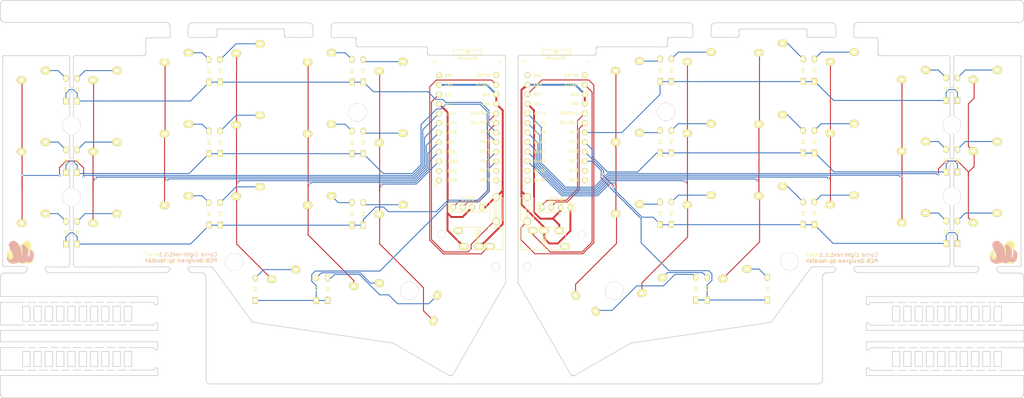
<source format=kicad_pcb>
(kicad_pcb (version 20171130) (host pcbnew "(5.1.2-1)-1")
  (title_block (title "Corne Light") (date 2018-12-26) (rev 2.1) (company foostan))
  (layers (0 F.Cu signal hide) (31 B.Cu signal hide) (34 B.Paste user hide) (35 F.Paste user hide) (36 B.SilkS user hide) (37 F.SilkS user) (38 B.Mask user) (39 F.Mask user hide) (44 Edge.Cuts user))
  (net 0 "")
  (net 1 row0)
  (net 2 "Net-(D1-Pad2)")
  (net 3 row1)
  (net 4 "Net-(D2-Pad2)")
  (net 5 row2)
  (net 6 "Net-(D3-Pad2)")
  (net 7 row3)
  (net 8 "Net-(D4-Pad2)")
  (net 9 "Net-(D5-Pad2)")
  (net 10 "Net-(D6-Pad2)")
  (net 11 "Net-(D7-Pad2)")
  (net 12 "Net-(D8-Pad2)")
  (net 13 "Net-(D9-Pad2)")
  (net 14 "Net-(D10-Pad2)")
  (net 15 "Net-(D11-Pad2)")
  (net 16 "Net-(D12-Pad2)")
  (net 17 "Net-(D13-Pad2)")
  (net 18 "Net-(D14-Pad2)")
  (net 19 "Net-(D15-Pad2)")
  (net 20 "Net-(D16-Pad2)")
  (net 21 "Net-(D17-Pad2)")
  (net 22 "Net-(D18-Pad2)")
  (net 23 "Net-(D19-Pad2)")
  (net 24 "Net-(D20-Pad2)")
  (net 25 "Net-(D21-Pad2)")
  (net 26 GND)
  (net 27 VCC)
  (net 28 col0)
  (net 29 col1)
  (net 30 col2)
  (net 31 col3)
  (net 32 col4)
  (net 33 col5)
  (net 34 LED)
  (net 35 data)
  (net 36 reset)
  (net 37 SCL)
  (net 38 SDA)
  (net 39 "Net-(U1-Pad14)")
  (net 40 "Net-(U1-Pad13)")
  (net 41 "Net-(U1-Pad12)")
  (net 42 "Net-(U1-Pad11)")
  (net 43 "Net-(J1-PadA)")
  (net 44 "Net-(U1-Pad24)")
  (net 45 "Net-(D22-Pad2)")
  (net 46 row0_r)
  (net 47 "Net-(D23-Pad2)")
  (net 48 "Net-(D24-Pad2)")
  (net 49 "Net-(D25-Pad2)")
  (net 50 "Net-(D26-Pad2)")
  (net 51 "Net-(D27-Pad2)")
  (net 52 row1_r)
  (net 53 "Net-(D28-Pad2)")
  (net 54 "Net-(D29-Pad2)")
  (net 55 "Net-(D30-Pad2)")
  (net 56 "Net-(D31-Pad2)")
  (net 57 "Net-(D32-Pad2)")
  (net 58 "Net-(D33-Pad2)")
  (net 59 row2_r)
  (net 60 "Net-(D34-Pad2)")
  (net 61 "Net-(D35-Pad2)")
  (net 62 "Net-(D36-Pad2)")
  (net 63 "Net-(D37-Pad2)")
  (net 64 "Net-(D38-Pad2)")
  (net 65 "Net-(D39-Pad2)")
  (net 66 "Net-(D40-Pad2)")
  (net 67 row3_r)
  (net 68 "Net-(D41-Pad2)")
  (net 69 "Net-(D42-Pad2)")
  (net 70 data_r)
  (net 71 "Net-(J6-PadA)")
  (net 72 SDA_r)
  (net 73 SCL_r)
  (net 74 LED_r)
  (net 75 reset_r)
  (net 76 col0_r)
  (net 77 col1_r)
  (net 78 col2_r)
  (net 79 col3_r)
  (net 80 col4_r)
  (net 81 col5_r)
  (net 82 "Net-(U2-Pad24)")
  (net 83 "Net-(U2-Pad14)")
  (net 84 "Net-(U2-Pad13)")
  (net 85 "Net-(U2-Pad12)")
  (net 86 "Net-(U2-Pad11)")
  (net 87 VDD)
  (net 88 GNDA)
  (module kbd:D3_TH (layer F.Cu) (at 267.0245 83.774 90)
    (fp_text reference D34 hide)
    (fp_text value D hide)
    (pad 2 thru_hole oval (at 3 0 90) (size 1.778 1.397) (drill 0.8128) (layers *.Cu F.SilkS B.Mask) (net 60 "Net-(D34-Pad2)"))
    (pad 1 thru_hole rect (at -3 0 90) (size 1.778 1.397) (drill 0.8128) (layers *.Cu F.SilkS B.Mask) (net 59 row2_r))
  )
  (module kbd:D3_TH (layer F.Cu) (at 109.1875 59.92 90)
    (fp_text reference D12 hide)
    (fp_text value D hide)
    (pad 2 thru_hole oval (at 3 0 90) (size 1.778 1.397) (drill 0.8128) (layers *.Cu F.SilkS B.Mask) (net 16 "Net-(D12-Pad2)"))
    (pad 1 thru_hole rect (at -3 0 90) (size 1.778 1.397) (drill 0.8128) (layers *.Cu F.SilkS B.Mask) (net 3 row1))
  )
  (module kbd:D3_TH (layer F.Cu) (at 188.0245 59.774 90)
    (fp_text reference D33 hide)
    (fp_text value D hide)
    (pad 2 thru_hole oval (at 3 0 90) (size 1.778 1.397) (drill 0.8128) (layers *.Cu F.SilkS B.Mask) (net 58 "Net-(D33-Pad2)"))
    (pad 1 thru_hole rect (at -3 0 90) (size 1.778 1.397) (drill 0.8128) (layers *.Cu F.SilkS B.Mask) (net 52 row1_r))
  )
  (module kbd:D3_TH (layer F.Cu) (at 191.0245 59.774 90)
    (fp_text reference D32 hide)
    (fp_text value D hide)
    (pad 2 thru_hole oval (at 3 0 90) (size 1.778 1.397) (drill 0.8128) (layers *.Cu F.SilkS B.Mask) (net 57 "Net-(D32-Pad2)"))
    (pad 1 thru_hole rect (at -3 0 90) (size 1.778 1.397) (drill 0.8128) (layers *.Cu F.SilkS B.Mask) (net 52 row1_r))
  )
  (module kbd:D3_TH (layer F.Cu) (at 226.0245 59.769 90)
    (fp_text reference D31 hide)
    (fp_text value D hide)
    (pad 2 thru_hole oval (at 3 0 90) (size 1.778 1.397) (drill 0.8128) (layers *.Cu F.SilkS B.Mask) (net 56 "Net-(D31-Pad2)"))
    (pad 1 thru_hole rect (at -3 0 90) (size 1.778 1.397) (drill 0.8128) (layers *.Cu F.SilkS B.Mask) (net 52 row1_r))
  )
  (module kbd:D3_TH (layer F.Cu) (at 229.0245 59.774 90)
    (fp_text reference D30 hide)
    (fp_text value D hide)
    (pad 2 thru_hole oval (at 3 0 90) (size 1.778 1.397) (drill 0.8128) (layers *.Cu F.SilkS B.Mask) (net 55 "Net-(D30-Pad2)"))
    (pad 1 thru_hole rect (at -3 0 90) (size 1.778 1.397) (drill 0.8128) (layers *.Cu F.SilkS B.Mask) (net 52 row1_r))
  )
  (module kbd:D3_TH (layer F.Cu) (at 264.0245 64.774 90)
    (fp_text reference D29 hide)
    (fp_text value D hide)
    (pad 2 thru_hole oval (at 3 0 90) (size 1.778 1.397) (drill 0.8128) (layers *.Cu F.SilkS B.Mask) (net 54 "Net-(D29-Pad2)"))
    (pad 1 thru_hole rect (at -3 0 90) (size 1.778 1.397) (drill 0.8128) (layers *.Cu F.SilkS B.Mask) (net 52 row1_r))
  )
  (module kbd:D3_TH (layer F.Cu) (at 267.0245 64.774 90)
    (fp_text reference D28 hide)
    (fp_text value D hide)
    (pad 2 thru_hole oval (at 3 0 90) (size 1.778 1.397) (drill 0.8128) (layers *.Cu F.SilkS B.Mask) (net 53 "Net-(D28-Pad2)"))
    (pad 1 thru_hole rect (at -3 0 90) (size 1.778 1.397) (drill 0.8128) (layers *.Cu F.SilkS B.Mask) (net 52 row1_r))
  )
  (module kbd:D3_TH (layer F.Cu) (at 188.0245 40.774 90)
    (fp_text reference D27 hide)
    (fp_text value D hide)
    (pad 2 thru_hole oval (at 3 0 90) (size 1.778 1.397) (drill 0.8128) (layers *.Cu F.SilkS B.Mask) (net 51 "Net-(D27-Pad2)"))
    (pad 1 thru_hole rect (at -3 0 90) (size 1.778 1.397) (drill 0.8128) (layers *.Cu F.SilkS B.Mask) (net 46 row0_r))
  )
  (module kbd:D3_TH (layer F.Cu) (at 191.0245 40.774 90)
    (fp_text reference D26 hide)
    (fp_text value D hide)
    (pad 2 thru_hole oval (at 3 0 90) (size 1.778 1.397) (drill 0.8128) (layers *.Cu F.SilkS B.Mask) (net 50 "Net-(D26-Pad2)"))
    (pad 1 thru_hole rect (at -3 0 90) (size 1.778 1.397) (drill 0.8128) (layers *.Cu F.SilkS B.Mask) (net 46 row0_r))
  )
  (module kbd:D3_TH (layer F.Cu) (at 226.0245 40.769 90)
    (fp_text reference D25 hide)
    (fp_text value D hide)
    (pad 2 thru_hole oval (at 3 0 90) (size 1.778 1.397) (drill 0.8128) (layers *.Cu F.SilkS B.Mask) (net 49 "Net-(D25-Pad2)"))
    (pad 1 thru_hole rect (at -3 0 90) (size 1.778 1.397) (drill 0.8128) (layers *.Cu F.SilkS B.Mask) (net 46 row0_r))
  )
  (module kbd:D3_TH (layer F.Cu) (at 229.0245 40.774 90)
    (fp_text reference D24 hide)
    (fp_text value D hide)
    (pad 2 thru_hole oval (at 3 0 90) (size 1.778 1.397) (drill 0.8128) (layers *.Cu F.SilkS B.Mask) (net 48 "Net-(D24-Pad2)"))
    (pad 1 thru_hole rect (at -3 0 90) (size 1.778 1.397) (drill 0.8128) (layers *.Cu F.SilkS B.Mask) (net 46 row0_r))
  )
  (module kbd:D3_TH (layer F.Cu) (at 264.0245 45.774 90)
    (fp_text reference D23 hide)
    (fp_text value D hide)
    (pad 2 thru_hole oval (at 3 0 90) (size 1.778 1.397) (drill 0.8128) (layers *.Cu F.SilkS B.Mask) (net 47 "Net-(D23-Pad2)"))
    (pad 1 thru_hole rect (at -3 0 90) (size 1.778 1.397) (drill 0.8128) (layers *.Cu F.SilkS B.Mask) (net 46 row0_r))
  )
  (module kbd:D3_TH (layer F.Cu) (at 267.0245 45.774 90)
    (fp_text reference D22 hide)
    (fp_text value D hide)
    (pad 2 thru_hole oval (at 3 0 90) (size 1.778 1.397) (drill 0.8128) (layers *.Cu F.SilkS B.Mask) (net 45 "Net-(D22-Pad2)"))
    (pad 1 thru_hole rect (at -3 0 90) (size 1.778 1.397) (drill 0.8128) (layers *.Cu F.SilkS B.Mask) (net 46 row0_r))
  )
  (module kbd:D3_TH (layer F.Cu) (at 197.5345 98.769 90)
    (fp_text reference D42 hide)
    (fp_text value D hide)
    (pad 2 thru_hole oval (at 3 0 90) (size 1.778 1.397) (drill 0.8128) (layers *.Cu F.SilkS B.Mask) (net 69 "Net-(D42-Pad2)"))
    (pad 1 thru_hole rect (at -3 0 90) (size 1.778 1.397) (drill 0.8128) (layers *.Cu F.SilkS B.Mask) (net 67 row3_r))
  )
  (module kbd:D3_TH (layer F.Cu) (at 200.5345 98.769 90)
    (fp_text reference D41 hide)
    (fp_text value D hide)
    (pad 2 thru_hole oval (at 3 0 90) (size 1.778 1.397) (drill 0.8128) (layers *.Cu F.SilkS B.Mask) (net 68 "Net-(D41-Pad2)"))
    (pad 1 thru_hole rect (at -3 0 90) (size 1.778 1.397) (drill 0.8128) (layers *.Cu F.SilkS B.Mask) (net 67 row3_r))
  )
  (module kbd:D3_TH (layer F.Cu) (at 216.5245 98.784 90)
    (fp_text reference D40 hide)
    (fp_text value D hide)
    (pad 2 thru_hole oval (at 3 0 90) (size 1.778 1.397) (drill 0.8128) (layers *.Cu F.SilkS B.Mask) (net 66 "Net-(D40-Pad2)"))
    (pad 1 thru_hole rect (at -3 0 90) (size 1.778 1.397) (drill 0.8128) (layers *.Cu F.SilkS B.Mask) (net 67 row3_r))
  )
  (module kbd:D3_TH (layer F.Cu) (at 188.0245 78.774 90)
    (fp_text reference D39 hide)
    (fp_text value D hide)
    (pad 2 thru_hole oval (at 3 0 90) (size 1.778 1.397) (drill 0.8128) (layers *.Cu F.SilkS B.Mask) (net 65 "Net-(D39-Pad2)"))
    (pad 1 thru_hole rect (at -3 0 90) (size 1.778 1.397) (drill 0.8128) (layers *.Cu F.SilkS B.Mask) (net 59 row2_r))
  )
  (module kbd:D3_TH (layer F.Cu) (at 191.0245 78.774 90)
    (fp_text reference D38 hide)
    (fp_text value D hide)
    (pad 2 thru_hole oval (at 3 0 90) (size 1.778 1.397) (drill 0.8128) (layers *.Cu F.SilkS B.Mask) (net 64 "Net-(D38-Pad2)"))
    (pad 1 thru_hole rect (at -3 0 90) (size 1.778 1.397) (drill 0.8128) (layers *.Cu F.SilkS B.Mask) (net 59 row2_r))
  )
  (module kbd:D3_TH (layer F.Cu) (at 226.0245 78.769 90)
    (fp_text reference D37 hide)
    (fp_text value D hide)
    (pad 2 thru_hole oval (at 3 0 90) (size 1.778 1.397) (drill 0.8128) (layers *.Cu F.SilkS B.Mask) (net 63 "Net-(D37-Pad2)"))
    (pad 1 thru_hole rect (at -3 0 90) (size 1.778 1.397) (drill 0.8128) (layers *.Cu F.SilkS B.Mask) (net 59 row2_r))
  )
  (module kbd:D3_TH (layer F.Cu) (at 229.0245 78.774 90)
    (fp_text reference D36 hide)
    (fp_text value D hide)
    (pad 2 thru_hole oval (at 3 0 90) (size 1.778 1.397) (drill 0.8128) (layers *.Cu F.SilkS B.Mask) (net 62 "Net-(D36-Pad2)"))
    (pad 1 thru_hole rect (at -3 0 90) (size 1.778 1.397) (drill 0.8128) (layers *.Cu F.SilkS B.Mask) (net 59 row2_r))
  )
  (module kbd:D3_TH (layer F.Cu) (at 264.0245 83.774 90)
    (fp_text reference D35 hide)
    (fp_text value D hide)
    (pad 2 thru_hole oval (at 3 0 90) (size 1.778 1.397) (drill 0.8128) (layers *.Cu F.SilkS B.Mask) (net 61 "Net-(D35-Pad2)"))
    (pad 1 thru_hole rect (at -3 0 90) (size 1.778 1.397) (drill 0.8128) (layers *.Cu F.SilkS B.Mask) (net 59 row2_r))
  )
  (module kbd:D3_TH (layer F.Cu) (at 30.1875 45.916875 90)
    (fp_text reference D1 hide)
    (fp_text value D hide)
    (pad 2 thru_hole oval (at 3 0 90) (size 1.778 1.397) (drill 0.8128) (layers *.Cu F.SilkS B.Mask) (net 2 "Net-(D1-Pad2)"))
    (pad 1 thru_hole rect (at -3 0 90) (size 1.778 1.397) (drill 0.8128) (layers *.Cu F.SilkS B.Mask) (net 1 row0))
  )
  (module kbd:D3_TH (layer F.Cu) (at 33.1875 45.92 90)
    (fp_text reference D2 hide)
    (fp_text value D hide)
    (pad 2 thru_hole oval (at 3 0 90) (size 1.778 1.397) (drill 0.8128) (layers *.Cu F.SilkS B.Mask) (net 4 "Net-(D2-Pad2)"))
    (pad 1 thru_hole rect (at -3 0 90) (size 1.778 1.397) (drill 0.8128) (layers *.Cu F.SilkS B.Mask) (net 1 row0))
  )
  (module kbd:D3_TH (layer F.Cu) (at 68.1875 40.92 90)
    (fp_text reference D3 hide)
    (fp_text value D hide)
    (pad 2 thru_hole oval (at 3 0 90) (size 1.778 1.397) (drill 0.8128) (layers *.Cu F.SilkS B.Mask) (net 6 "Net-(D3-Pad2)"))
    (pad 1 thru_hole rect (at -3 0 90) (size 1.778 1.397) (drill 0.8128) (layers *.Cu F.SilkS B.Mask) (net 1 row0))
  )
  (module kbd:D3_TH (layer F.Cu) (at 71.1875 40.915 90)
    (fp_text reference D4 hide)
    (fp_text value D hide)
    (pad 2 thru_hole oval (at 3 0 90) (size 1.778 1.397) (drill 0.8128) (layers *.Cu F.SilkS B.Mask) (net 8 "Net-(D4-Pad2)"))
    (pad 1 thru_hole rect (at -3 0 90) (size 1.778 1.397) (drill 0.8128) (layers *.Cu F.SilkS B.Mask) (net 1 row0))
  )
  (module kbd:D3_TH (layer F.Cu) (at 106.1875 40.92 90)
    (fp_text reference D5 hide)
    (fp_text value D hide)
    (pad 2 thru_hole oval (at 3 0 90) (size 1.778 1.397) (drill 0.8128) (layers *.Cu F.SilkS B.Mask) (net 9 "Net-(D5-Pad2)"))
    (pad 1 thru_hole rect (at -3 0 90) (size 1.778 1.397) (drill 0.8128) (layers *.Cu F.SilkS B.Mask) (net 1 row0))
  )
  (module kbd:D3_TH (layer F.Cu) (at 109.1875 40.92 90)
    (fp_text reference D6 hide)
    (fp_text value D hide)
    (pad 2 thru_hole oval (at 3 0 90) (size 1.778 1.397) (drill 0.8128) (layers *.Cu F.SilkS B.Mask) (net 10 "Net-(D6-Pad2)"))
    (pad 1 thru_hole rect (at -3 0 90) (size 1.778 1.397) (drill 0.8128) (layers *.Cu F.SilkS B.Mask) (net 1 row0))
  )
  (module kbd:D3_TH (layer F.Cu) (at 30.1875 64.916875 90)
    (fp_text reference D7 hide)
    (fp_text value D hide)
    (pad 2 thru_hole oval (at 3 0 90) (size 1.778 1.397) (drill 0.8128) (layers *.Cu F.SilkS B.Mask) (net 11 "Net-(D7-Pad2)"))
    (pad 1 thru_hole rect (at -3 0 90) (size 1.778 1.397) (drill 0.8128) (layers *.Cu F.SilkS B.Mask) (net 3 row1))
  )
  (module kbd:D3_TH (layer F.Cu) (at 33.1875 64.92 90)
    (fp_text reference D8 hide)
    (fp_text value D hide)
    (pad 2 thru_hole oval (at 3 0 90) (size 1.778 1.397) (drill 0.8128) (layers *.Cu F.SilkS B.Mask) (net 12 "Net-(D8-Pad2)"))
    (pad 1 thru_hole rect (at -3 0 90) (size 1.778 1.397) (drill 0.8128) (layers *.Cu F.SilkS B.Mask) (net 3 row1))
  )
  (module kbd:D3_TH (layer F.Cu) (at 68.1875 59.92 90)
    (fp_text reference D9 hide)
    (fp_text value D hide)
    (pad 2 thru_hole oval (at 3 0 90) (size 1.778 1.397) (drill 0.8128) (layers *.Cu F.SilkS B.Mask) (net 13 "Net-(D9-Pad2)"))
    (pad 1 thru_hole rect (at -3 0 90) (size 1.778 1.397) (drill 0.8128) (layers *.Cu F.SilkS B.Mask) (net 3 row1))
  )
  (module kbd:D3_TH (layer F.Cu) (at 71.1875 59.915 90)
    (fp_text reference D10 hide)
    (fp_text value D hide)
    (pad 2 thru_hole oval (at 3 0 90) (size 1.778 1.397) (drill 0.8128) (layers *.Cu F.SilkS B.Mask) (net 14 "Net-(D10-Pad2)"))
    (pad 1 thru_hole rect (at -3 0 90) (size 1.778 1.397) (drill 0.8128) (layers *.Cu F.SilkS B.Mask) (net 3 row1))
  )
  (module kbd:D3_TH (layer F.Cu) (at 106.1875 59.92 90)
    (fp_text reference D11 hide)
    (fp_text value D hide)
    (pad 2 thru_hole oval (at 3 0 90) (size 1.778 1.397) (drill 0.8128) (layers *.Cu F.SilkS B.Mask) (net 15 "Net-(D11-Pad2)"))
    (pad 1 thru_hole rect (at -3 0 90) (size 1.778 1.397) (drill 0.8128) (layers *.Cu F.SilkS B.Mask) (net 3 row1))
  )
  (module kbd:D3_TH (layer F.Cu) (at 30.1875 83.916875 90)
    (fp_text reference D13 hide)
    (fp_text value D hide)
    (pad 2 thru_hole oval (at 3 0 90) (size 1.778 1.397) (drill 0.8128) (layers *.Cu F.SilkS B.Mask) (net 17 "Net-(D13-Pad2)"))
    (pad 1 thru_hole rect (at -3 0 90) (size 1.778 1.397) (drill 0.8128) (layers *.Cu F.SilkS B.Mask) (net 5 row2))
  )
  (module kbd:D3_TH (layer F.Cu) (at 33.1875 83.92 90)
    (fp_text reference D14 hide)
    (fp_text value D hide)
    (pad 2 thru_hole oval (at 3 0 90) (size 1.778 1.397) (drill 0.8128) (layers *.Cu F.SilkS B.Mask) (net 18 "Net-(D14-Pad2)"))
    (pad 1 thru_hole rect (at -3 0 90) (size 1.778 1.397) (drill 0.8128) (layers *.Cu F.SilkS B.Mask) (net 5 row2))
  )
  (module kbd:D3_TH (layer F.Cu) (at 68.1875 78.92 90)
    (fp_text reference D15 hide)
    (fp_text value D hide)
    (pad 2 thru_hole oval (at 3 0 90) (size 1.778 1.397) (drill 0.8128) (layers *.Cu F.SilkS B.Mask) (net 19 "Net-(D15-Pad2)"))
    (pad 1 thru_hole rect (at -3 0 90) (size 1.778 1.397) (drill 0.8128) (layers *.Cu F.SilkS B.Mask) (net 5 row2))
  )
  (module kbd:D3_TH (layer F.Cu) (at 71.1875 78.915 90)
    (fp_text reference D16 hide)
    (fp_text value D hide)
    (pad 2 thru_hole oval (at 3 0 90) (size 1.778 1.397) (drill 0.8128) (layers *.Cu F.SilkS B.Mask) (net 20 "Net-(D16-Pad2)"))
    (pad 1 thru_hole rect (at -3 0 90) (size 1.778 1.397) (drill 0.8128) (layers *.Cu F.SilkS B.Mask) (net 5 row2))
  )
  (module kbd:D3_TH (layer F.Cu) (at 106.1875 78.92 90)
    (fp_text reference D17 hide)
    (fp_text value D hide)
    (pad 2 thru_hole oval (at 3 0 90) (size 1.778 1.397) (drill 0.8128) (layers *.Cu F.SilkS B.Mask) (net 21 "Net-(D17-Pad2)"))
    (pad 1 thru_hole rect (at -3 0 90) (size 1.778 1.397) (drill 0.8128) (layers *.Cu F.SilkS B.Mask) (net 5 row2))
  )
  (module kbd:D3_TH (layer F.Cu) (at 109.1875 78.92 90)
    (fp_text reference D18 hide)
    (fp_text value D hide)
    (pad 2 thru_hole oval (at 3 0 90) (size 1.778 1.397) (drill 0.8128) (layers *.Cu F.SilkS B.Mask) (net 22 "Net-(D18-Pad2)"))
    (pad 1 thru_hole rect (at -3 0 90) (size 1.778 1.397) (drill 0.8128) (layers *.Cu F.SilkS B.Mask) (net 5 row2))
  )
  (module kbd:D3_TH (layer F.Cu) (at 80.5075 98.91 90)
    (fp_text reference D19 hide)
    (fp_text value D hide)
    (pad 2 thru_hole oval (at 3 0 90) (size 1.778 1.397) (drill 0.8128) (layers *.Cu F.SilkS B.Mask) (net 23 "Net-(D19-Pad2)"))
    (pad 1 thru_hole rect (at -3 0 90) (size 1.778 1.397) (drill 0.8128) (layers *.Cu F.SilkS B.Mask) (net 7 row3))
  )
  (module kbd:D3_TH (layer F.Cu) (at 96.6875 98.905 90)
    (fp_text reference D20 hide)
    (fp_text value D hide)
    (pad 2 thru_hole oval (at 3 0 90) (size 1.778 1.397) (drill 0.8128) (layers *.Cu F.SilkS B.Mask) (net 24 "Net-(D20-Pad2)"))
    (pad 1 thru_hole rect (at -3 0 90) (size 1.778 1.397) (drill 0.8128) (layers *.Cu F.SilkS B.Mask) (net 7 row3))
  )
  (module kbd:D3_TH (layer F.Cu) (at 99.6875 98.905 90)
    (fp_text reference D21 hide)
    (fp_text value D hide)
    (pad 2 thru_hole oval (at 3 0 90) (size 1.778 1.397) (drill 0.8128) (layers *.Cu F.SilkS B.Mask) (net 25 "Net-(D21-Pad2)"))
    (pad 1 thru_hole rect (at -3 0 90) (size 1.778 1.397) (drill 0.8128) (layers *.Cu F.SilkS B.Mask) (net 7 row3))
  )
  (module kbd:OLED_1side (layer F.Cu) (at 164.1945 77.194 180)
    (fp_text reference J7)
    (fp_text value OLED hide)
    (fp_text user OLED (at 3.825 2.13) (layer F.SilkS))
    (pad 4 thru_hole oval (at 7.62 0 180) (size 1.397 1.778) (drill 0.8128) (layers *.Cu F.SilkS B.Mask) (net 72 SDA_r))
    (pad 3 thru_hole oval (at 5.08 0 180) (size 1.397 1.778) (drill 0.8128) (layers *.Cu F.SilkS B.Mask) (net 73 SCL_r))
    (pad 2 thru_hole oval (at 2.54 0 180) (size 1.397 1.778) (drill 0.8128) (layers *.Cu F.SilkS B.Mask) (net 87 VDD))
    (pad 1 thru_hole oval (at 0 0 180) (size 1.397 1.778) (drill 0.8128) (layers *.Cu F.SilkS B.Mask) (net 88 GNDA))
  )
  (module kbd:OLED_1side (layer F.Cu) (at 133.0285 77.168)
    (fp_text reference J2)
    (fp_text value OLED hide)
    (fp_text user OLED (at 3.906 -2.284) (layer F.SilkS))
    (pad 4 thru_hole oval (at 7.62 0) (size 1.397 1.778) (drill 0.8128) (layers *.Cu F.SilkS B.Mask) (net 26 GND))
    (pad 3 thru_hole oval (at 5.08 0) (size 1.397 1.778) (drill 0.8128) (layers *.Cu F.SilkS B.Mask) (net 27 VCC))
    (pad 2 thru_hole oval (at 2.54 0) (size 1.397 1.778) (drill 0.8128) (layers *.Cu F.SilkS B.Mask) (net 37 SCL))
    (pad 1 thru_hole oval (at 0 0) (size 1.397 1.778) (drill 0.8128) (layers *.Cu F.SilkS B.Mask) (net 38 SDA))
  )
  (module kbd:CherryMX_1u (layer F.Cu) (at 22.1875 45.92)
    (fp_text reference SW1 hide)
    (fp_text value SW_PUSH hide)
    (pad "" np_thru_hole circle (at 0 0 90) (size 4 4) (drill 4) (layers *.Cu *.Mask))
    (pad "" np_thru_hole circle (at -5.08 0 90) (size 1.9 1.9) (drill 1.9) (layers *.Cu *.Mask))
    (pad "" np_thru_hole circle (at 5.08 0 90) (size 1.9 1.9) (drill 1.9) (layers *.Cu *.Mask))
    (pad 2 thru_hole oval (at 2.54 -5.08) (size 2.5 2) (drill oval 1.2 0.8) (layers *.Cu F.SilkS B.Mask) (net 2 "Net-(D1-Pad2)"))
    (pad 1 thru_hole oval (at -3.81 -2.54) (size 2.5 2) (drill oval 1.2 0.8) (layers *.Cu F.SilkS B.Mask) (net 28 col0))
  )
  (module kbd:CherryMX_1u (layer F.Cu) (at 41.1875 45.92)
    (fp_text reference SW2 hide)
    (fp_text value SW_PUSH hide)
    (pad "" np_thru_hole circle (at 0 0 90) (size 4 4) (drill 4) (layers *.Cu *.Mask))
    (pad "" np_thru_hole circle (at -5.08 0 90) (size 1.9 1.9) (drill 1.9) (layers *.Cu *.Mask))
    (pad "" np_thru_hole circle (at 5.08 0 90) (size 1.9 1.9) (drill 1.9) (layers *.Cu *.Mask))
    (pad 2 thru_hole oval (at 2.54 -5.08) (size 2.5 2) (drill oval 1.2 0.8) (layers *.Cu F.SilkS B.Mask) (net 4 "Net-(D2-Pad2)"))
    (pad 1 thru_hole oval (at -3.81 -2.54) (size 2.5 2) (drill oval 1.2 0.8) (layers *.Cu F.SilkS B.Mask) (net 29 col1))
  )
  (module kbd:CherryMX_1u (layer F.Cu) (at 218.0245 76.649)
    (fp_text reference SW37 hide)
    (fp_text value SW_PUSH hide)
    (pad "" np_thru_hole circle (at 0 0 90) (size 4 4) (drill 4) (layers *.Cu *.Mask))
    (pad "" np_thru_hole circle (at -5.08 0 90) (size 1.9 1.9) (drill 1.9) (layers *.Cu *.Mask))
    (pad "" np_thru_hole circle (at 5.08 0 90) (size 1.9 1.9) (drill 1.9) (layers *.Cu *.Mask))
    (pad 2 thru_hole oval (at 2.54 -5.08) (size 2.5 2) (drill oval 1.2 0.8) (layers *.Cu F.SilkS B.Mask) (net 63 "Net-(D37-Pad2)"))
    (pad 1 thru_hole oval (at -3.81 -2.54) (size 2.5 2) (drill oval 1.2 0.8) (layers *.Cu F.SilkS B.Mask) (net 79 col3_r))
  )
  (module kbd:CherryMX_1u (layer F.Cu) (at 60.1875 60.17)
    (fp_text reference SW9 hide)
    (fp_text value SW_PUSH hide)
    (pad "" np_thru_hole circle (at 0 0 90) (size 4 4) (drill 4) (layers *.Cu *.Mask))
    (pad "" np_thru_hole circle (at -5.08 0 90) (size 1.9 1.9) (drill 1.9) (layers *.Cu *.Mask))
    (pad "" np_thru_hole circle (at 5.08 0 90) (size 1.9 1.9) (drill 1.9) (layers *.Cu *.Mask))
    (pad 2 thru_hole oval (at 2.54 -5.08) (size 2.5 2) (drill oval 1.2 0.8) (layers *.Cu F.SilkS B.Mask) (net 13 "Net-(D9-Pad2)"))
    (pad 1 thru_hole oval (at -3.81 -2.54) (size 2.5 2) (drill oval 1.2 0.8) (layers *.Cu F.SilkS B.Mask) (net 30 col2))
  )
  (module kbd:CherryMX_1u (layer F.Cu) (at 199.0245 60.024)
    (fp_text reference SW32 hide)
    (fp_text value SW_PUSH hide)
    (pad "" np_thru_hole circle (at 0 0 90) (size 4 4) (drill 4) (layers *.Cu *.Mask))
    (pad "" np_thru_hole circle (at -5.08 0 90) (size 1.9 1.9) (drill 1.9) (layers *.Cu *.Mask))
    (pad "" np_thru_hole circle (at 5.08 0 90) (size 1.9 1.9) (drill 1.9) (layers *.Cu *.Mask))
    (pad 2 thru_hole oval (at 2.54 -5.08) (size 2.5 2) (drill oval 1.2 0.8) (layers *.Cu F.SilkS B.Mask) (net 57 "Net-(D32-Pad2)"))
    (pad 1 thru_hole oval (at -3.81 -2.54) (size 2.5 2) (drill oval 1.2 0.8) (layers *.Cu F.SilkS B.Mask) (net 80 col4_r))
  )
  (module kbd:CherryMX_1u (layer F.Cu) (at 199.0245 41.024)
    (fp_text reference SW26 hide)
    (fp_text value SW_PUSH hide)
    (pad "" np_thru_hole circle (at 0 0 90) (size 4 4) (drill 4) (layers *.Cu *.Mask))
    (pad "" np_thru_hole circle (at -5.08 0 90) (size 1.9 1.9) (drill 1.9) (layers *.Cu *.Mask))
    (pad "" np_thru_hole circle (at 5.08 0 90) (size 1.9 1.9) (drill 1.9) (layers *.Cu *.Mask))
    (pad 2 thru_hole oval (at 2.54 -5.08) (size 2.5 2) (drill oval 1.2 0.8) (layers *.Cu F.SilkS B.Mask) (net 50 "Net-(D26-Pad2)"))
    (pad 1 thru_hole oval (at -3.81 -2.54) (size 2.5 2) (drill oval 1.2 0.8) (layers *.Cu F.SilkS B.Mask) (net 80 col4_r))
  )
  (module kbd:CherryMX_1u (layer F.Cu) (at 187.5245 101.399 15)
    (fp_text reference SW41 hide)
    (fp_text value SW_PUSH hide)
    (pad "" np_thru_hole circle (at 0 0 105) (size 4 4) (drill 4) (layers *.Cu *.Mask))
    (pad "" np_thru_hole circle (at -5.08 0 105) (size 1.9 1.9) (drill 1.9) (layers *.Cu *.Mask))
    (pad "" np_thru_hole circle (at 5.08 0 105) (size 1.9 1.9) (drill 1.9) (layers *.Cu *.Mask))
    (pad 2 thru_hole oval (at 2.54 -5.08 15) (size 2.5 2) (drill oval 1.2 0.8) (layers *.Cu F.SilkS B.Mask) (net 68 "Net-(D41-Pad2)"))
    (pad 1 thru_hole oval (at -3.81 -2.54 15) (size 2.5 2) (drill oval 1.2 0.8) (layers *.Cu F.SilkS B.Mask) (net 80 col4_r))
  )
  (module kbd:CherryMX_1u (layer F.Cu) (at 165.2745 105.149 300)
    (fp_text reference SW42 hide)
    (fp_text value SW_PUSH hide)
    (pad "" np_thru_hole circle (at 0 0 30) (size 4 4) (drill 4) (layers *.Cu *.Mask))
    (pad "" np_thru_hole circle (at -5.08 0 30) (size 1.9 1.9) (drill 1.9) (layers *.Cu *.Mask))
    (pad "" np_thru_hole circle (at 5.08 0 30) (size 1.9 1.9) (drill 1.9) (layers *.Cu *.Mask))
    (pad 2 thru_hole oval (at 2.54 -5.08 300) (size 2.5 2) (drill oval 1.2 0.8) (layers *.Cu F.SilkS B.Mask) (net 69 "Net-(D42-Pad2)"))
    (pad 1 thru_hole oval (at -3.81 -2.54 300) (size 2.5 2) (drill oval 1.2 0.8) (layers *.Cu F.SilkS B.Mask) (net 81 col5_r))
  )
  (module kbd:CherryMX_1u (layer F.Cu) (at 117.1875 81.545)
    (fp_text reference SW18 hide)
    (fp_text value SW_PUSH hide)
    (pad "" np_thru_hole circle (at 0 0 90) (size 4 4) (drill 4) (layers *.Cu *.Mask))
    (pad "" np_thru_hole circle (at -5.08 0 90) (size 1.9 1.9) (drill 1.9) (layers *.Cu *.Mask))
    (pad "" np_thru_hole circle (at 5.08 0 90) (size 1.9 1.9) (drill 1.9) (layers *.Cu *.Mask))
    (pad 2 thru_hole oval (at 2.54 -5.08) (size 2.5 2) (drill oval 1.2 0.8) (layers *.Cu F.SilkS B.Mask) (net 22 "Net-(D18-Pad2)"))
    (pad 1 thru_hole oval (at -3.81 -2.54) (size 2.5 2) (drill oval 1.2 0.8) (layers *.Cu F.SilkS B.Mask) (net 33 col5))
  )
  (module kbd:CherryMX_1u (layer F.Cu) (at 60.1875 41.17)
    (fp_text reference SW3 hide)
    (fp_text value SW_PUSH hide)
    (pad "" np_thru_hole circle (at 0 0 90) (size 4 4) (drill 4) (layers *.Cu *.Mask))
    (pad "" np_thru_hole circle (at -5.08 0 90) (size 1.9 1.9) (drill 1.9) (layers *.Cu *.Mask))
    (pad "" np_thru_hole circle (at 5.08 0 90) (size 1.9 1.9) (drill 1.9) (layers *.Cu *.Mask))
    (pad 2 thru_hole oval (at 2.54 -5.08) (size 2.5 2) (drill oval 1.2 0.8) (layers *.Cu F.SilkS B.Mask) (net 6 "Net-(D3-Pad2)"))
    (pad 1 thru_hole oval (at -3.81 -2.54) (size 2.5 2) (drill oval 1.2 0.8) (layers *.Cu F.SilkS B.Mask) (net 30 col2))
  )
  (module kbd:CherryMX_1u (layer F.Cu) (at 41.1875 83.92)
    (fp_text reference SW14 hide)
    (fp_text value SW_PUSH hide)
    (pad "" np_thru_hole circle (at 0 0 90) (size 4 4) (drill 4) (layers *.Cu *.Mask))
    (pad "" np_thru_hole circle (at -5.08 0 90) (size 1.9 1.9) (drill 1.9) (layers *.Cu *.Mask))
    (pad "" np_thru_hole circle (at 5.08 0 90) (size 1.9 1.9) (drill 1.9) (layers *.Cu *.Mask))
    (pad 2 thru_hole oval (at 2.54 -5.08) (size 2.5 2) (drill oval 1.2 0.8) (layers *.Cu F.SilkS B.Mask) (net 18 "Net-(D14-Pad2)"))
    (pad 1 thru_hole oval (at -3.81 -2.54) (size 2.5 2) (drill oval 1.2 0.8) (layers *.Cu F.SilkS B.Mask) (net 29 col1))
  )
  (module kbd:CherryMX_1u (layer F.Cu) (at 131.9375 105.295 60)
    (fp_text reference SW21 hide)
    (fp_text value SW_PUSH hide)
    (pad "" np_thru_hole circle (at 0 0 150) (size 4 4) (drill 4) (layers *.Cu *.Mask))
    (pad "" np_thru_hole circle (at -5.08 0 150) (size 1.9 1.9) (drill 1.9) (layers *.Cu *.Mask))
    (pad "" np_thru_hole circle (at 5.08 0 150) (size 1.9 1.9) (drill 1.9) (layers *.Cu *.Mask))
    (pad 2 thru_hole oval (at 2.54 -5.08 60) (size 2.5 2) (drill oval 1.2 0.8) (layers *.Cu F.SilkS B.Mask) (net 25 "Net-(D21-Pad2)"))
    (pad 1 thru_hole oval (at -3.81 -2.54 60) (size 2.5 2) (drill oval 1.2 0.8) (layers *.Cu F.SilkS B.Mask) (net 33 col5))
  )
  (module kbd:CherryMX_1u (layer F.Cu) (at 180.0245 43.399)
    (fp_text reference SW27 hide)
    (fp_text value SW_PUSH hide)
    (pad "" np_thru_hole circle (at 0 0 90) (size 4 4) (drill 4) (layers *.Cu *.Mask))
    (pad "" np_thru_hole circle (at -5.08 0 90) (size 1.9 1.9) (drill 1.9) (layers *.Cu *.Mask))
    (pad "" np_thru_hole circle (at 5.08 0 90) (size 1.9 1.9) (drill 1.9) (layers *.Cu *.Mask))
    (pad 2 thru_hole oval (at 2.54 -5.08) (size 2.5 2) (drill oval 1.2 0.8) (layers *.Cu F.SilkS B.Mask) (net 51 "Net-(D27-Pad2)"))
    (pad 1 thru_hole oval (at -3.81 -2.54) (size 2.5 2) (drill oval 1.2 0.8) (layers *.Cu F.SilkS B.Mask) (net 81 col5_r))
  )
  (module kbd:CherryMX_1u (layer F.Cu) (at 117.1875 62.545)
    (fp_text reference SW12 hide)
    (fp_text value SW_PUSH hide)
    (pad "" np_thru_hole circle (at 0 0 90) (size 4 4) (drill 4) (layers *.Cu *.Mask))
    (pad "" np_thru_hole circle (at -5.08 0 90) (size 1.9 1.9) (drill 1.9) (layers *.Cu *.Mask))
    (pad "" np_thru_hole circle (at 5.08 0 90) (size 1.9 1.9) (drill 1.9) (layers *.Cu *.Mask))
    (pad 2 thru_hole oval (at 2.54 -5.08) (size 2.5 2) (drill oval 1.2 0.8) (layers *.Cu F.SilkS B.Mask) (net 16 "Net-(D12-Pad2)"))
    (pad 1 thru_hole oval (at -3.81 -2.54) (size 2.5 2) (drill oval 1.2 0.8) (layers *.Cu F.SilkS B.Mask) (net 33 col5))
  )
  (module kbd:CherryMX_1u (layer F.Cu) (at 109.6875 101.545 345)
    (fp_text reference SW20 hide)
    (fp_text value SW_PUSH hide)
    (pad "" np_thru_hole circle (at 0 0 75) (size 4 4) (drill 4) (layers *.Cu *.Mask))
    (pad "" np_thru_hole circle (at -5.08 0 75) (size 1.9 1.9) (drill 1.9) (layers *.Cu *.Mask))
    (pad "" np_thru_hole circle (at 5.08 0 75) (size 1.9 1.9) (drill 1.9) (layers *.Cu *.Mask))
    (pad 2 thru_hole oval (at 2.54 -5.08 345) (size 2.5 2) (drill oval 1.2 0.8) (layers *.Cu F.SilkS B.Mask) (net 24 "Net-(D20-Pad2)"))
    (pad 1 thru_hole oval (at -3.81 -2.54 345) (size 2.5 2) (drill oval 1.2 0.8) (layers *.Cu F.SilkS B.Mask) (net 32 col4))
  )
  (module kbd:CherryMX_1u (layer F.Cu) (at 22.1875 64.92)
    (fp_text reference SW7 hide)
    (fp_text value SW_PUSH hide)
    (pad "" np_thru_hole circle (at 0 0 90) (size 4 4) (drill 4) (layers *.Cu *.Mask))
    (pad "" np_thru_hole circle (at -5.08 0 90) (size 1.9 1.9) (drill 1.9) (layers *.Cu *.Mask))
    (pad "" np_thru_hole circle (at 5.08 0 90) (size 1.9 1.9) (drill 1.9) (layers *.Cu *.Mask))
    (pad 2 thru_hole oval (at 2.54 -5.08) (size 2.5 2) (drill oval 1.2 0.8) (layers *.Cu F.SilkS B.Mask) (net 11 "Net-(D7-Pad2)"))
    (pad 1 thru_hole oval (at -3.81 -2.54) (size 2.5 2) (drill oval 1.2 0.8) (layers *.Cu F.SilkS B.Mask) (net 28 col0))
  )
  (module kbd:CherryMX_1u (layer F.Cu) (at 41.1875 64.92)
    (fp_text reference SW8 hide)
    (fp_text value SW_PUSH hide)
    (pad "" np_thru_hole circle (at 0 0 90) (size 4 4) (drill 4) (layers *.Cu *.Mask))
    (pad "" np_thru_hole circle (at -5.08 0 90) (size 1.9 1.9) (drill 1.9) (layers *.Cu *.Mask))
    (pad "" np_thru_hole circle (at 5.08 0 90) (size 1.9 1.9) (drill 1.9) (layers *.Cu *.Mask))
    (pad 2 thru_hole oval (at 2.54 -5.08) (size 2.5 2) (drill oval 1.2 0.8) (layers *.Cu F.SilkS B.Mask) (net 12 "Net-(D8-Pad2)"))
    (pad 1 thru_hole oval (at -3.81 -2.54) (size 2.5 2) (drill oval 1.2 0.8) (layers *.Cu F.SilkS B.Mask) (net 29 col1))
  )
  (module kbd:CherryMX_1u (layer F.Cu) (at 79.1875 57.795)
    (fp_text reference SW10 hide)
    (fp_text value SW_PUSH hide)
    (pad "" np_thru_hole circle (at 0 0 90) (size 4 4) (drill 4) (layers *.Cu *.Mask))
    (pad "" np_thru_hole circle (at -5.08 0 90) (size 1.9 1.9) (drill 1.9) (layers *.Cu *.Mask))
    (pad "" np_thru_hole circle (at 5.08 0 90) (size 1.9 1.9) (drill 1.9) (layers *.Cu *.Mask))
    (pad 2 thru_hole oval (at 2.54 -5.08) (size 2.5 2) (drill oval 1.2 0.8) (layers *.Cu F.SilkS B.Mask) (net 14 "Net-(D10-Pad2)"))
    (pad 1 thru_hole oval (at -3.81 -2.54) (size 2.5 2) (drill oval 1.2 0.8) (layers *.Cu F.SilkS B.Mask) (net 31 col3))
  )
  (module kbd:CherryMX_1u (layer F.Cu) (at 98.1875 60.17)
    (fp_text reference SW11 hide)
    (fp_text value SW_PUSH hide)
    (pad "" np_thru_hole circle (at 0 0 90) (size 4 4) (drill 4) (layers *.Cu *.Mask))
    (pad "" np_thru_hole circle (at -5.08 0 90) (size 1.9 1.9) (drill 1.9) (layers *.Cu *.Mask))
    (pad "" np_thru_hole circle (at 5.08 0 90) (size 1.9 1.9) (drill 1.9) (layers *.Cu *.Mask))
    (pad 2 thru_hole oval (at 2.54 -5.08) (size 2.5 2) (drill oval 1.2 0.8) (layers *.Cu F.SilkS B.Mask) (net 15 "Net-(D11-Pad2)"))
    (pad 1 thru_hole oval (at -3.81 -2.54) (size 2.5 2) (drill oval 1.2 0.8) (layers *.Cu F.SilkS B.Mask) (net 32 col4))
  )
  (module kbd:CherryMX_1u (layer F.Cu) (at 60.1875 79.17)
    (fp_text reference SW15 hide)
    (fp_text value SW_PUSH hide)
    (pad "" np_thru_hole circle (at 0 0 90) (size 4 4) (drill 4) (layers *.Cu *.Mask))
    (pad "" np_thru_hole circle (at -5.08 0 90) (size 1.9 1.9) (drill 1.9) (layers *.Cu *.Mask))
    (pad "" np_thru_hole circle (at 5.08 0 90) (size 1.9 1.9) (drill 1.9) (layers *.Cu *.Mask))
    (pad 2 thru_hole oval (at 2.54 -5.08) (size 2.5 2) (drill oval 1.2 0.8) (layers *.Cu F.SilkS B.Mask) (net 19 "Net-(D15-Pad2)"))
    (pad 1 thru_hole oval (at -3.81 -2.54) (size 2.5 2) (drill oval 1.2 0.8) (layers *.Cu F.SilkS B.Mask) (net 30 col2))
  )
  (module kbd:CherryMX_1u (layer F.Cu) (at 79.1875 76.795)
    (fp_text reference SW16 hide)
    (fp_text value SW_PUSH hide)
    (pad "" np_thru_hole circle (at 0 0 90) (size 4 4) (drill 4) (layers *.Cu *.Mask))
    (pad "" np_thru_hole circle (at -5.08 0 90) (size 1.9 1.9) (drill 1.9) (layers *.Cu *.Mask))
    (pad "" np_thru_hole circle (at 5.08 0 90) (size 1.9 1.9) (drill 1.9) (layers *.Cu *.Mask))
    (pad 2 thru_hole oval (at 2.54 -5.08) (size 2.5 2) (drill oval 1.2 0.8) (layers *.Cu F.SilkS B.Mask) (net 20 "Net-(D16-Pad2)"))
    (pad 1 thru_hole oval (at -3.81 -2.54) (size 2.5 2) (drill oval 1.2 0.8) (layers *.Cu F.SilkS B.Mask) (net 31 col3))
  )
  (module kbd:CherryMX_1u (layer F.Cu) (at 98.1875 79.17)
    (fp_text reference SW17 hide)
    (fp_text value SW_PUSH hide)
    (pad "" np_thru_hole circle (at 0 0 90) (size 4 4) (drill 4) (layers *.Cu *.Mask))
    (pad "" np_thru_hole circle (at -5.08 0 90) (size 1.9 1.9) (drill 1.9) (layers *.Cu *.Mask))
    (pad "" np_thru_hole circle (at 5.08 0 90) (size 1.9 1.9) (drill 1.9) (layers *.Cu *.Mask))
    (pad 2 thru_hole oval (at 2.54 -5.08) (size 2.5 2) (drill oval 1.2 0.8) (layers *.Cu F.SilkS B.Mask) (net 21 "Net-(D17-Pad2)"))
    (pad 1 thru_hole oval (at -3.81 -2.54) (size 2.5 2) (drill oval 1.2 0.8) (layers *.Cu F.SilkS B.Mask) (net 32 col4))
  )
  (module kbd:CherryMX_1u (layer F.Cu) (at 88.6875 98.795)
    (fp_text reference SW19 hide)
    (fp_text value SW_PUSH hide)
    (pad "" np_thru_hole circle (at 0 0 90) (size 4 4) (drill 4) (layers *.Cu *.Mask))
    (pad "" np_thru_hole circle (at -5.08 0 90) (size 1.9 1.9) (drill 1.9) (layers *.Cu *.Mask))
    (pad "" np_thru_hole circle (at 5.08 0 90) (size 1.9 1.9) (drill 1.9) (layers *.Cu *.Mask))
    (pad 2 thru_hole oval (at 2.54 -5.08) (size 2.5 2) (drill oval 1.2 0.8) (layers *.Cu F.SilkS B.Mask) (net 23 "Net-(D19-Pad2)"))
    (pad 1 thru_hole oval (at -3.81 -2.54) (size 2.5 2) (drill oval 1.2 0.8) (layers *.Cu F.SilkS B.Mask) (net 31 col3))
  )
  (module kbd:CherryMX_1u (layer F.Cu) (at 22.1875 83.92)
    (fp_text reference SW13 hide)
    (fp_text value SW_PUSH hide)
    (pad "" np_thru_hole circle (at 0 0 90) (size 4 4) (drill 4) (layers *.Cu *.Mask))
    (pad "" np_thru_hole circle (at -5.08 0 90) (size 1.9 1.9) (drill 1.9) (layers *.Cu *.Mask))
    (pad "" np_thru_hole circle (at 5.08 0 90) (size 1.9 1.9) (drill 1.9) (layers *.Cu *.Mask))
    (pad 2 thru_hole oval (at 2.54 -5.08) (size 2.5 2) (drill oval 1.2 0.8) (layers *.Cu F.SilkS B.Mask) (net 17 "Net-(D13-Pad2)"))
    (pad 1 thru_hole oval (at -3.81 -2.54) (size 2.5 2) (drill oval 1.2 0.8) (layers *.Cu F.SilkS B.Mask) (net 28 col0))
  )
  (module kbd:CherryMX_1u (layer F.Cu) (at 180.0245 81.399)
    (fp_text reference SW39 hide)
    (fp_text value SW_PUSH hide)
    (pad "" np_thru_hole circle (at 0 0 90) (size 4 4) (drill 4) (layers *.Cu *.Mask))
    (pad "" np_thru_hole circle (at -5.08 0 90) (size 1.9 1.9) (drill 1.9) (layers *.Cu *.Mask))
    (pad "" np_thru_hole circle (at 5.08 0 90) (size 1.9 1.9) (drill 1.9) (layers *.Cu *.Mask))
    (pad 2 thru_hole oval (at 2.54 -5.08) (size 2.5 2) (drill oval 1.2 0.8) (layers *.Cu F.SilkS B.Mask) (net 65 "Net-(D39-Pad2)"))
    (pad 1 thru_hole oval (at -3.81 -2.54) (size 2.5 2) (drill oval 1.2 0.8) (layers *.Cu F.SilkS B.Mask) (net 81 col5_r))
  )
  (module kbd:CherryMX_1u (layer F.Cu) (at 275.0245 64.774)
    (fp_text reference SW28 hide)
    (fp_text value SW_PUSH hide)
    (pad "" np_thru_hole circle (at 0 0 90) (size 4 4) (drill 4) (layers *.Cu *.Mask))
    (pad "" np_thru_hole circle (at -5.08 0 90) (size 1.9 1.9) (drill 1.9) (layers *.Cu *.Mask))
    (pad "" np_thru_hole circle (at 5.08 0 90) (size 1.9 1.9) (drill 1.9) (layers *.Cu *.Mask))
    (pad 2 thru_hole oval (at 2.54 -5.08) (size 2.5 2) (drill oval 1.2 0.8) (layers *.Cu F.SilkS B.Mask) (net 53 "Net-(D28-Pad2)"))
    (pad 1 thru_hole oval (at -3.81 -2.54) (size 2.5 2) (drill oval 1.2 0.8) (layers *.Cu F.SilkS B.Mask) (net 76 col0_r))
  )
  (module kbd:CherryMX_1u (layer F.Cu) (at 256.0245 45.774)
    (fp_text reference SW23 hide)
    (fp_text value SW_PUSH hide)
    (pad "" np_thru_hole circle (at 0 0 90) (size 4 4) (drill 4) (layers *.Cu *.Mask))
    (pad "" np_thru_hole circle (at -5.08 0 90) (size 1.9 1.9) (drill 1.9) (layers *.Cu *.Mask))
    (pad "" np_thru_hole circle (at 5.08 0 90) (size 1.9 1.9) (drill 1.9) (layers *.Cu *.Mask))
    (pad 2 thru_hole oval (at 2.54 -5.08) (size 2.5 2) (drill oval 1.2 0.8) (layers *.Cu F.SilkS B.Mask) (net 47 "Net-(D23-Pad2)"))
    (pad 1 thru_hole oval (at -3.81 -2.54) (size 2.5 2) (drill oval 1.2 0.8) (layers *.Cu F.SilkS B.Mask) (net 77 col1_r))
  )
  (module kbd:CherryMX_1u (layer F.Cu) (at 208.5245 98.649)
    (fp_text reference SW40 hide)
    (fp_text value SW_PUSH hide)
    (pad "" np_thru_hole circle (at 0 0 90) (size 4 4) (drill 4) (layers *.Cu *.Mask))
    (pad "" np_thru_hole circle (at -5.08 0 90) (size 1.9 1.9) (drill 1.9) (layers *.Cu *.Mask))
    (pad "" np_thru_hole circle (at 5.08 0 90) (size 1.9 1.9) (drill 1.9) (layers *.Cu *.Mask))
    (pad 2 thru_hole oval (at 2.54 -5.08) (size 2.5 2) (drill oval 1.2 0.8) (layers *.Cu F.SilkS B.Mask) (net 66 "Net-(D40-Pad2)"))
    (pad 1 thru_hole oval (at -3.81 -2.54) (size 2.5 2) (drill oval 1.2 0.8) (layers *.Cu F.SilkS B.Mask) (net 79 col3_r))
  )
  (module kbd:CherryMX_1u (layer F.Cu) (at 199.0245 79.024)
    (fp_text reference SW38 hide)
    (fp_text value SW_PUSH hide)
    (pad "" np_thru_hole circle (at 0 0 90) (size 4 4) (drill 4) (layers *.Cu *.Mask))
    (pad "" np_thru_hole circle (at -5.08 0 90) (size 1.9 1.9) (drill 1.9) (layers *.Cu *.Mask))
    (pad "" np_thru_hole circle (at 5.08 0 90) (size 1.9 1.9) (drill 1.9) (layers *.Cu *.Mask))
    (pad 2 thru_hole oval (at 2.54 -5.08) (size 2.5 2) (drill oval 1.2 0.8) (layers *.Cu F.SilkS B.Mask) (net 64 "Net-(D38-Pad2)"))
    (pad 1 thru_hole oval (at -3.81 -2.54) (size 2.5 2) (drill oval 1.2 0.8) (layers *.Cu F.SilkS B.Mask) (net 80 col4_r))
  )
  (module kbd:CherryMX_1u (layer F.Cu) (at 237.0245 79.024)
    (fp_text reference SW36 hide)
    (fp_text value SW_PUSH hide)
    (pad "" np_thru_hole circle (at 0 0 90) (size 4 4) (drill 4) (layers *.Cu *.Mask))
    (pad "" np_thru_hole circle (at -5.08 0 90) (size 1.9 1.9) (drill 1.9) (layers *.Cu *.Mask))
    (pad "" np_thru_hole circle (at 5.08 0 90) (size 1.9 1.9) (drill 1.9) (layers *.Cu *.Mask))
    (pad 2 thru_hole oval (at 2.54 -5.08) (size 2.5 2) (drill oval 1.2 0.8) (layers *.Cu F.SilkS B.Mask) (net 62 "Net-(D36-Pad2)"))
    (pad 1 thru_hole oval (at -3.81 -2.54) (size 2.5 2) (drill oval 1.2 0.8) (layers *.Cu F.SilkS B.Mask) (net 78 col2_r))
  )
  (module kbd:CherryMX_1u (layer F.Cu) (at 256.0245 83.774)
    (fp_text reference SW35 hide)
    (fp_text value SW_PUSH hide)
    (pad "" np_thru_hole circle (at 0 0 90) (size 4 4) (drill 4) (layers *.Cu *.Mask))
    (pad "" np_thru_hole circle (at -5.08 0 90) (size 1.9 1.9) (drill 1.9) (layers *.Cu *.Mask))
    (pad "" np_thru_hole circle (at 5.08 0 90) (size 1.9 1.9) (drill 1.9) (layers *.Cu *.Mask))
    (pad 2 thru_hole oval (at 2.54 -5.08) (size 2.5 2) (drill oval 1.2 0.8) (layers *.Cu F.SilkS B.Mask) (net 61 "Net-(D35-Pad2)"))
    (pad 1 thru_hole oval (at -3.81 -2.54) (size 2.5 2) (drill oval 1.2 0.8) (layers *.Cu F.SilkS B.Mask) (net 77 col1_r))
  )
  (module kbd:CherryMX_1u (layer F.Cu) (at 275.0245 83.774)
    (fp_text reference SW34 hide)
    (fp_text value SW_PUSH hide)
    (pad "" np_thru_hole circle (at 0 0 90) (size 4 4) (drill 4) (layers *.Cu *.Mask))
    (pad "" np_thru_hole circle (at -5.08 0 90) (size 1.9 1.9) (drill 1.9) (layers *.Cu *.Mask))
    (pad "" np_thru_hole circle (at 5.08 0 90) (size 1.9 1.9) (drill 1.9) (layers *.Cu *.Mask))
    (pad 2 thru_hole oval (at 2.54 -5.08) (size 2.5 2) (drill oval 1.2 0.8) (layers *.Cu F.SilkS B.Mask) (net 60 "Net-(D34-Pad2)"))
    (pad 1 thru_hole oval (at -3.81 -2.54) (size 2.5 2) (drill oval 1.2 0.8) (layers *.Cu F.SilkS B.Mask) (net 76 col0_r))
  )
  (module kbd:CherryMX_1u (layer F.Cu) (at 180.0245 62.399)
    (fp_text reference SW33 hide)
    (fp_text value SW_PUSH hide)
    (pad "" np_thru_hole circle (at 0 0 90) (size 4 4) (drill 4) (layers *.Cu *.Mask))
    (pad "" np_thru_hole circle (at -5.08 0 90) (size 1.9 1.9) (drill 1.9) (layers *.Cu *.Mask))
    (pad "" np_thru_hole circle (at 5.08 0 90) (size 1.9 1.9) (drill 1.9) (layers *.Cu *.Mask))
    (pad 2 thru_hole oval (at 2.54 -5.08) (size 2.5 2) (drill oval 1.2 0.8) (layers *.Cu F.SilkS B.Mask) (net 58 "Net-(D33-Pad2)"))
    (pad 1 thru_hole oval (at -3.81 -2.54) (size 2.5 2) (drill oval 1.2 0.8) (layers *.Cu F.SilkS B.Mask) (net 81 col5_r))
  )
  (module kbd:CherryMX_1u (layer F.Cu) (at 218.0245 57.649)
    (fp_text reference SW31 hide)
    (fp_text value SW_PUSH hide)
    (pad "" np_thru_hole circle (at 0 0 90) (size 4 4) (drill 4) (layers *.Cu *.Mask))
    (pad "" np_thru_hole circle (at -5.08 0 90) (size 1.9 1.9) (drill 1.9) (layers *.Cu *.Mask))
    (pad "" np_thru_hole circle (at 5.08 0 90) (size 1.9 1.9) (drill 1.9) (layers *.Cu *.Mask))
    (pad 2 thru_hole oval (at 2.54 -5.08) (size 2.5 2) (drill oval 1.2 0.8) (layers *.Cu F.SilkS B.Mask) (net 56 "Net-(D31-Pad2)"))
    (pad 1 thru_hole oval (at -3.81 -2.54) (size 2.5 2) (drill oval 1.2 0.8) (layers *.Cu F.SilkS B.Mask) (net 79 col3_r))
  )
  (module kbd:CherryMX_1u (layer F.Cu) (at 237.0245 60.024)
    (fp_text reference SW30 hide)
    (fp_text value SW_PUSH hide)
    (pad "" np_thru_hole circle (at 0 0 90) (size 4 4) (drill 4) (layers *.Cu *.Mask))
    (pad "" np_thru_hole circle (at -5.08 0 90) (size 1.9 1.9) (drill 1.9) (layers *.Cu *.Mask))
    (pad "" np_thru_hole circle (at 5.08 0 90) (size 1.9 1.9) (drill 1.9) (layers *.Cu *.Mask))
    (pad 2 thru_hole oval (at 2.54 -5.08) (size 2.5 2) (drill oval 1.2 0.8) (layers *.Cu F.SilkS B.Mask) (net 55 "Net-(D30-Pad2)"))
    (pad 1 thru_hole oval (at -3.81 -2.54) (size 2.5 2) (drill oval 1.2 0.8) (layers *.Cu F.SilkS B.Mask) (net 78 col2_r))
  )
  (module kbd:CherryMX_1u (layer F.Cu) (at 256.0245 64.774)
    (fp_text reference SW29 hide)
    (fp_text value SW_PUSH hide)
    (pad "" np_thru_hole circle (at 0 0 90) (size 4 4) (drill 4) (layers *.Cu *.Mask))
    (pad "" np_thru_hole circle (at -5.08 0 90) (size 1.9 1.9) (drill 1.9) (layers *.Cu *.Mask))
    (pad "" np_thru_hole circle (at 5.08 0 90) (size 1.9 1.9) (drill 1.9) (layers *.Cu *.Mask))
    (pad 2 thru_hole oval (at 2.54 -5.08) (size 2.5 2) (drill oval 1.2 0.8) (layers *.Cu F.SilkS B.Mask) (net 54 "Net-(D29-Pad2)"))
    (pad 1 thru_hole oval (at -3.81 -2.54) (size 2.5 2) (drill oval 1.2 0.8) (layers *.Cu F.SilkS B.Mask) (net 77 col1_r))
  )
  (module kbd:CherryMX_1u (layer F.Cu) (at 218.0245 38.649)
    (fp_text reference SW25 hide)
    (fp_text value SW_PUSH hide)
    (pad "" np_thru_hole circle (at 0 0 90) (size 4 4) (drill 4) (layers *.Cu *.Mask))
    (pad "" np_thru_hole circle (at -5.08 0 90) (size 1.9 1.9) (drill 1.9) (layers *.Cu *.Mask))
    (pad "" np_thru_hole circle (at 5.08 0 90) (size 1.9 1.9) (drill 1.9) (layers *.Cu *.Mask))
    (pad 2 thru_hole oval (at 2.54 -5.08) (size 2.5 2) (drill oval 1.2 0.8) (layers *.Cu F.SilkS B.Mask) (net 49 "Net-(D25-Pad2)"))
    (pad 1 thru_hole oval (at -3.81 -2.54) (size 2.5 2) (drill oval 1.2 0.8) (layers *.Cu F.SilkS B.Mask) (net 79 col3_r))
  )
  (module kbd:CherryMX_1u (layer F.Cu) (at 237.0245 41.024)
    (fp_text reference SW24 hide)
    (fp_text value SW_PUSH hide)
    (pad "" np_thru_hole circle (at 0 0 90) (size 4 4) (drill 4) (layers *.Cu *.Mask))
    (pad "" np_thru_hole circle (at -5.08 0 90) (size 1.9 1.9) (drill 1.9) (layers *.Cu *.Mask))
    (pad "" np_thru_hole circle (at 5.08 0 90) (size 1.9 1.9) (drill 1.9) (layers *.Cu *.Mask))
    (pad 2 thru_hole oval (at 2.54 -5.08) (size 2.5 2) (drill oval 1.2 0.8) (layers *.Cu F.SilkS B.Mask) (net 48 "Net-(D24-Pad2)"))
    (pad 1 thru_hole oval (at -3.81 -2.54) (size 2.5 2) (drill oval 1.2 0.8) (layers *.Cu F.SilkS B.Mask) (net 78 col2_r))
  )
  (module kbd:CherryMX_1u (layer F.Cu) (at 275.0245 45.774)
    (fp_text reference SW22 hide)
    (fp_text value SW_PUSH hide)
    (pad "" np_thru_hole circle (at 0 0 90) (size 4 4) (drill 4) (layers *.Cu *.Mask))
    (pad "" np_thru_hole circle (at -5.08 0 90) (size 1.9 1.9) (drill 1.9) (layers *.Cu *.Mask))
    (pad "" np_thru_hole circle (at 5.08 0 90) (size 1.9 1.9) (drill 1.9) (layers *.Cu *.Mask))
    (pad 2 thru_hole oval (at 2.54 -5.08) (size 2.5 2) (drill oval 1.2 0.8) (layers *.Cu F.SilkS B.Mask) (net 45 "Net-(D22-Pad2)"))
    (pad 1 thru_hole oval (at -3.81 -2.54) (size 2.5 2) (drill oval 1.2 0.8) (layers *.Cu F.SilkS B.Mask) (net 76 col0_r))
  )
  (module kbd:CherryMX_1u (layer F.Cu) (at 79.1875 38.795)
    (fp_text reference SW4 hide)
    (fp_text value SW_PUSH hide)
    (pad "" np_thru_hole circle (at 0 0 90) (size 4 4) (drill 4) (layers *.Cu *.Mask))
    (pad "" np_thru_hole circle (at -5.08 0 90) (size 1.9 1.9) (drill 1.9) (layers *.Cu *.Mask))
    (pad "" np_thru_hole circle (at 5.08 0 90) (size 1.9 1.9) (drill 1.9) (layers *.Cu *.Mask))
    (pad 2 thru_hole oval (at 2.54 -5.08) (size 2.5 2) (drill oval 1.2 0.8) (layers *.Cu F.SilkS B.Mask) (net 8 "Net-(D4-Pad2)"))
    (pad 1 thru_hole oval (at -3.81 -2.54) (size 2.5 2) (drill oval 1.2 0.8) (layers *.Cu F.SilkS B.Mask) (net 31 col3))
  )
  (module kbd:CherryMX_1u (layer F.Cu) (at 98.1875 41.17)
    (fp_text reference SW5 hide)
    (fp_text value SW_PUSH hide)
    (pad "" np_thru_hole circle (at 0 0 90) (size 4 4) (drill 4) (layers *.Cu *.Mask))
    (pad "" np_thru_hole circle (at -5.08 0 90) (size 1.9 1.9) (drill 1.9) (layers *.Cu *.Mask))
    (pad "" np_thru_hole circle (at 5.08 0 90) (size 1.9 1.9) (drill 1.9) (layers *.Cu *.Mask))
    (pad 2 thru_hole oval (at 2.54 -5.08) (size 2.5 2) (drill oval 1.2 0.8) (layers *.Cu F.SilkS B.Mask) (net 9 "Net-(D5-Pad2)"))
    (pad 1 thru_hole oval (at -3.81 -2.54) (size 2.5 2) (drill oval 1.2 0.8) (layers *.Cu F.SilkS B.Mask) (net 32 col4))
  )
  (module kbd:CherryMX_1u (layer F.Cu) (at 117.1875 43.545)
    (fp_text reference SW6 hide)
    (fp_text value SW_PUSH hide)
    (pad "" np_thru_hole circle (at 0 0 90) (size 4 4) (drill 4) (layers *.Cu *.Mask))
    (pad "" np_thru_hole circle (at -5.08 0 90) (size 1.9 1.9) (drill 1.9) (layers *.Cu *.Mask))
    (pad "" np_thru_hole circle (at 5.08 0 90) (size 1.9 1.9) (drill 1.9) (layers *.Cu *.Mask))
    (pad 2 thru_hole oval (at 2.54 -5.08) (size 2.5 2) (drill oval 1.2 0.8) (layers *.Cu F.SilkS B.Mask) (net 10 "Net-(D6-Pad2)"))
    (pad 1 thru_hole oval (at -3.81 -2.54) (size 2.5 2) (drill oval 1.2 0.8) (layers *.Cu F.SilkS B.Mask) (net 33 col5))
  )
  (module kbd:M2_Threads_v2 (layer F.Cu) (at 46.6445 108.464 180)
    (fp_text reference Ref** hide)
    (fp_text value Val** hide)
    (pad "" np_thru_hole circle (at 0 0 180) (size 0.8128 0.8128) (drill 0.8128) (layers *.Cu *.Mask))
  )
  (module kbd:M2_Threads_v2 (layer F.Cu) (at 46.6445 102.454 180)
    (fp_text reference Ref** hide)
    (fp_text value Val** hide)
    (pad "" np_thru_hole circle (at 0 0 180) (size 0.8128 0.8128) (drill 0.8128) (layers *.Cu *.Mask))
  )
  (module kbd:M2_Threads_v2 (layer F.Cu) (at 43.6445 108.464 180)
    (fp_text reference Ref** hide)
    (fp_text value Val** hide)
    (pad "" np_thru_hole circle (at 0 0 180) (size 0.8128 0.8128) (drill 0.8128) (layers *.Cu *.Mask))
  )
  (module kbd:M2_Threads_v2 (layer F.Cu) (at 43.6445 102.454 180)
    (fp_text reference Ref** hide)
    (fp_text value Val** hide)
    (pad "" np_thru_hole circle (at 0 0 180) (size 0.8128 0.8128) (drill 0.8128) (layers *.Cu *.Mask))
  )
  (module kbd:M2_Threads_v2 (layer F.Cu) (at 31.6445 108.464 180)
    (fp_text reference Ref** hide)
    (fp_text value Val** hide)
    (pad "" np_thru_hole circle (at 0 0 180) (size 0.8128 0.8128) (drill 0.8128) (layers *.Cu *.Mask))
  )
  (module kbd:M2_Threads_v2 (layer F.Cu) (at 31.6445 102.454 180)
    (fp_text reference Ref** hide)
    (fp_text value Val** hide)
    (pad "" np_thru_hole circle (at 0 0 180) (size 0.8128 0.8128) (drill 0.8128) (layers *.Cu *.Mask))
  )
  (module kbd:M2_Threads_v2 (layer F.Cu) (at 28.6445 108.464 180)
    (fp_text reference Ref** hide)
    (fp_text value Val** hide)
    (pad "" np_thru_hole circle (at 0 0 180) (size 0.8128 0.8128) (drill 0.8128) (layers *.Cu *.Mask))
  )
  (module kbd:M2_Threads_v2 (layer F.Cu) (at 28.6445 102.454 180)
    (fp_text reference Ref** hide)
    (fp_text value Val** hide)
    (pad "" np_thru_hole circle (at 0 0 180) (size 0.8128 0.8128) (drill 0.8128) (layers *.Cu *.Mask))
  )
  (module kbd:M2_Threads_v2 (layer F.Cu) (at 46.6445 120.464 180)
    (fp_text reference Ref** hide)
    (fp_text value Val** hide)
    (pad "" np_thru_hole circle (at 0 0 180) (size 0.8128 0.8128) (drill 0.8128) (layers *.Cu *.Mask))
  )
  (module kbd:M2_Threads_v2 (layer F.Cu) (at 46.6445 114.454 180)
    (fp_text reference Ref** hide)
    (fp_text value Val** hide)
    (pad "" np_thru_hole circle (at 0 0 180) (size 0.8128 0.8128) (drill 0.8128) (layers *.Cu *.Mask))
  )
  (module kbd:M2_Threads_v2 (layer F.Cu) (at 43.6445 120.464 180)
    (fp_text reference Ref** hide)
    (fp_text value Val** hide)
    (pad "" np_thru_hole circle (at 0 0 180) (size 0.8128 0.8128) (drill 0.8128) (layers *.Cu *.Mask))
  )
  (module kbd:M2_Threads_v2 (layer F.Cu) (at 43.6445 114.454 180)
    (fp_text reference Ref** hide)
    (fp_text value Val** hide)
    (pad "" np_thru_hole circle (at 0 0 180) (size 0.8128 0.8128) (drill 0.8128) (layers *.Cu *.Mask))
  )
  (module kbd:M2_Threads_v2 (layer F.Cu) (at 31.6445 120.464 180)
    (fp_text reference Ref** hide)
    (fp_text value Val** hide)
    (pad "" np_thru_hole circle (at 0 0 180) (size 0.8128 0.8128) (drill 0.8128) (layers *.Cu *.Mask))
  )
  (module kbd:M2_Threads_v2 (layer F.Cu) (at 31.6445 114.454 180)
    (fp_text reference Ref** hide)
    (fp_text value Val** hide)
    (pad "" np_thru_hole circle (at 0 0 180) (size 0.8128 0.8128) (drill 0.8128) (layers *.Cu *.Mask))
  )
  (module kbd:M2_Threads_v2 (layer F.Cu) (at 28.6445 120.464 180)
    (fp_text reference Ref** hide)
    (fp_text value Val** hide)
    (pad "" np_thru_hole circle (at 0 0 180) (size 0.8128 0.8128) (drill 0.8128) (layers *.Cu *.Mask))
  )
  (module kbd:M2_Threads_v2 (layer F.Cu) (at 28.6445 114.454 180)
    (fp_text reference Ref** hide)
    (fp_text value Val** hide)
    (pad "" np_thru_hole circle (at 0 0 180) (size 0.8128 0.8128) (drill 0.8128) (layers *.Cu *.Mask))
  )
  (module kbd:M2_Threads_v2 (layer F.Cu) (at 22.6445 120.464 180)
    (fp_text reference Ref** hide)
    (fp_text value Val** hide)
    (pad "" np_thru_hole circle (at 0 0 180) (size 0.8128 0.8128) (drill 0.8128) (layers *.Cu *.Mask))
  )
  (module kbd:M2_Threads_v2 (layer F.Cu) (at 22.6445 108.464 180)
    (fp_text reference Ref** hide)
    (fp_text value Val** hide)
    (pad "" np_thru_hole circle (at 0 0 180) (size 0.8128 0.8128) (drill 0.8128) (layers *.Cu *.Mask))
  )
  (module kbd:M2_Threads_v2 (layer F.Cu) (at 22.6445 102.454 180)
    (fp_text reference Ref** hide)
    (fp_text value Val** hide)
    (pad "" np_thru_hole circle (at 0 0 180) (size 0.8128 0.8128) (drill 0.8128) (layers *.Cu *.Mask))
  )
  (module kbd:M2_Threads_v2 (layer F.Cu) (at 40.6445 114.454 180)
    (fp_text reference Ref** hide)
    (fp_text value Val** hide)
    (pad "" np_thru_hole circle (at 0 0 180) (size 0.8128 0.8128) (drill 0.8128) (layers *.Cu *.Mask))
  )
  (module kbd:M2_Threads_v2 (layer F.Cu) (at 25.6445 120.464 180)
    (fp_text reference Ref** hide)
    (fp_text value Val** hide)
    (pad "" np_thru_hole circle (at 0 0 180) (size 0.8128 0.8128) (drill 0.8128) (layers *.Cu *.Mask))
  )
  (module kbd:M2_Threads_v2 (layer F.Cu) (at 19.6445 120.464 180)
    (fp_text reference Ref** hide)
    (fp_text value Val** hide)
    (pad "" np_thru_hole circle (at 0 0 180) (size 0.8128 0.8128) (drill 0.8128) (layers *.Cu *.Mask))
  )
  (module kbd:M2_Threads_v2 (layer F.Cu) (at 25.6445 114.454 180)
    (fp_text reference Ref** hide)
    (fp_text value Val** hide)
    (pad "" np_thru_hole circle (at 0 0 180) (size 0.8128 0.8128) (drill 0.8128) (layers *.Cu *.Mask))
  )
  (module kbd:M2_Threads_v2 (layer F.Cu) (at 19.6445 114.454 180)
    (fp_text reference Ref** hide)
    (fp_text value Val** hide)
    (pad "" np_thru_hole circle (at 0 0 180) (size 0.8128 0.8128) (drill 0.8128) (layers *.Cu *.Mask))
  )
  (module kbd:M2_Threads_v2 (layer F.Cu) (at 34.6445 120.464 180)
    (fp_text reference Ref** hide)
    (fp_text value Val** hide)
    (pad "" np_thru_hole circle (at 0 0 180) (size 0.8128 0.8128) (drill 0.8128) (layers *.Cu *.Mask))
  )
  (module kbd:M2_Threads_v2 (layer F.Cu) (at 34.6445 114.454 180)
    (fp_text reference Ref** hide)
    (fp_text value Val** hide)
    (pad "" np_thru_hole circle (at 0 0 180) (size 0.8128 0.8128) (drill 0.8128) (layers *.Cu *.Mask))
  )
  (module kbd:M2_Threads_v2 (layer F.Cu) (at 22.6445 114.454 180)
    (fp_text reference Ref** hide)
    (fp_text value Val** hide)
    (pad "" np_thru_hole circle (at 0 0 180) (size 0.8128 0.8128) (drill 0.8128) (layers *.Cu *.Mask))
  )
  (module kbd:M2_Threads_v2 (layer F.Cu) (at 37.6445 120.464 180)
    (fp_text reference Ref** hide)
    (fp_text value Val** hide)
    (pad "" np_thru_hole circle (at 0 0 180) (size 0.8128 0.8128) (drill 0.8128) (layers *.Cu *.Mask))
  )
  (module kbd:M2_Threads_v2 (layer F.Cu) (at 37.6445 114.454 180)
    (fp_text reference Ref** hide)
    (fp_text value Val** hide)
    (pad "" np_thru_hole circle (at 0 0 180) (size 0.8128 0.8128) (drill 0.8128) (layers *.Cu *.Mask))
  )
  (module kbd:M2_Threads_v2 (layer F.Cu) (at 40.6445 120.464 180)
    (fp_text reference Ref** hide)
    (fp_text value Val** hide)
    (pad "" np_thru_hole circle (at 0 0 180) (size 0.8128 0.8128) (drill 0.8128) (layers *.Cu *.Mask))
  )
  (module kbd:M2_Threads_v2 (layer F.Cu) (at 37.6445 108.464 180)
    (fp_text reference Ref** hide)
    (fp_text value Val** hide)
    (pad "" np_thru_hole circle (at 0 0 180) (size 0.8128 0.8128) (drill 0.8128) (layers *.Cu *.Mask))
  )
  (module kbd:M2_Threads_v2 (layer F.Cu) (at 37.6445 102.454 180)
    (fp_text reference Ref** hide)
    (fp_text value Val** hide)
    (pad "" np_thru_hole circle (at 0 0 180) (size 0.8128 0.8128) (drill 0.8128) (layers *.Cu *.Mask))
  )
  (module kbd:M2_Threads_v2 (layer F.Cu) (at 40.6445 108.464 180)
    (fp_text reference Ref** hide)
    (fp_text value Val** hide)
    (pad "" np_thru_hole circle (at 0 0 180) (size 0.8128 0.8128) (drill 0.8128) (layers *.Cu *.Mask))
  )
  (module kbd:M2_Threads_v2 (layer F.Cu) (at 40.6445 102.454 180)
    (fp_text reference Ref** hide)
    (fp_text value Val** hide)
    (pad "" np_thru_hole circle (at 0 0 180) (size 0.8128 0.8128) (drill 0.8128) (layers *.Cu *.Mask))
  )
  (module kbd:M2_Threads_v2 (layer F.Cu) (at 25.6445 108.464 180)
    (fp_text reference Ref** hide)
    (fp_text value Val** hide)
    (pad "" np_thru_hole circle (at 0 0 180) (size 0.8128 0.8128) (drill 0.8128) (layers *.Cu *.Mask))
  )
  (module kbd:M2_Threads_v2 (layer F.Cu) (at 50.7145 117.414 180)
    (fp_text reference Ref** hide)
    (fp_text value Val** hide)
    (pad "" np_thru_hole circle (at 0 0 180) (size 2.1 2.1) (drill 2.1) (layers *.Cu *.Mask))
  )
  (module kbd:M2_Threads_v2 (layer F.Cu) (at 15.7145 105.514)
    (fp_text reference Ref** hide)
    (fp_text value Val** hide)
    (pad "" np_thru_hole circle (at 0 0) (size 2.1 2.1) (drill 2.1) (layers *.Cu *.Mask))
  )
  (module kbd:M2_Threads_v2 (layer F.Cu) (at 50.7145 105.414 180)
    (fp_text reference Ref** hide)
    (fp_text value Val** hide)
    (pad "" np_thru_hole circle (at 0 0 180) (size 2.1 2.1) (drill 2.1) (layers *.Cu *.Mask))
  )
  (module kbd:M2_Threads_v2 (layer F.Cu) (at 19.6445 108.464 180)
    (fp_text reference Ref** hide)
    (fp_text value Val** hide)
    (pad "" np_thru_hole circle (at 0 0 180) (size 0.8128 0.8128) (drill 0.8128) (layers *.Cu *.Mask))
  )
  (module kbd:M2_Threads_v2 (layer F.Cu) (at 25.6445 102.454 180)
    (fp_text reference Ref** hide)
    (fp_text value Val** hide)
    (pad "" np_thru_hole circle (at 0 0 180) (size 0.8128 0.8128) (drill 0.8128) (layers *.Cu *.Mask))
  )
  (module kbd:M2_Threads_v2 (layer F.Cu) (at 19.6445 102.454 180)
    (fp_text reference Ref** hide)
    (fp_text value Val** hide)
    (pad "" np_thru_hole circle (at 0 0 180) (size 0.8128 0.8128) (drill 0.8128) (layers *.Cu *.Mask))
  )
  (module kbd:M2_Threads_v2 (layer F.Cu) (at 34.6445 108.464 180)
    (fp_text reference Ref** hide)
    (fp_text value Val** hide)
    (pad "" np_thru_hole circle (at 0 0 180) (size 0.8128 0.8128) (drill 0.8128) (layers *.Cu *.Mask))
  )
  (module kbd:M2_Threads_v2 (layer F.Cu) (at 34.6445 102.454 180)
    (fp_text reference Ref** hide)
    (fp_text value Val** hide)
    (pad "" np_thru_hole circle (at 0 0 180) (size 0.8128 0.8128) (drill 0.8128) (layers *.Cu *.Mask))
  )
  (module kbd:M2_Threads_v2 (layer F.Cu) (at 15.7145 117.514)
    (fp_text reference Ref** hide)
    (fp_text value Val** hide)
    (pad "" np_thru_hole circle (at 0 0) (size 2.1 2.1) (drill 2.1) (layers *.Cu *.Mask))
  )
  (module kbd:M2_Threads_v2 (layer F.Cu) (at 277.7445 120.464 180)
    (fp_text reference Ref** hide)
    (fp_text value Val** hide)
    (pad "" np_thru_hole circle (at 0 0 180) (size 0.8128 0.8128) (drill 0.8128) (layers *.Cu *.Mask))
  )
  (module kbd:M2_Threads_v2 (layer F.Cu) (at 277.7445 114.454 180)
    (fp_text reference Ref** hide)
    (fp_text value Val** hide)
    (pad "" np_thru_hole circle (at 0 0 180) (size 0.8128 0.8128) (drill 0.8128) (layers *.Cu *.Mask))
  )
  (module kbd:M2_Threads_v2 (layer F.Cu) (at 274.7445 120.464 180)
    (fp_text reference Ref** hide)
    (fp_text value Val** hide)
    (pad "" np_thru_hole circle (at 0 0 180) (size 0.8128 0.8128) (drill 0.8128) (layers *.Cu *.Mask))
  )
  (module kbd:M2_Threads_v2 (layer F.Cu) (at 274.7445 114.454 180)
    (fp_text reference Ref** hide)
    (fp_text value Val** hide)
    (pad "" np_thru_hole circle (at 0 0 180) (size 0.8128 0.8128) (drill 0.8128) (layers *.Cu *.Mask))
  )
  (module kbd:M2_Threads_v2 (layer F.Cu) (at 262.7445 120.464 180)
    (fp_text reference Ref** hide)
    (fp_text value Val** hide)
    (pad "" np_thru_hole circle (at 0 0 180) (size 0.8128 0.8128) (drill 0.8128) (layers *.Cu *.Mask))
  )
  (module kbd:M2_Threads_v2 (layer F.Cu) (at 262.7445 114.454 180)
    (fp_text reference Ref** hide)
    (fp_text value Val** hide)
    (pad "" np_thru_hole circle (at 0 0 180) (size 0.8128 0.8128) (drill 0.8128) (layers *.Cu *.Mask))
  )
  (module kbd:M2_Threads_v2 (layer F.Cu) (at 259.7445 120.464 180)
    (fp_text reference Ref** hide)
    (fp_text value Val** hide)
    (pad "" np_thru_hole circle (at 0 0 180) (size 0.8128 0.8128) (drill 0.8128) (layers *.Cu *.Mask))
  )
  (module kbd:M2_Threads_v2 (layer F.Cu) (at 259.7445 114.454 180)
    (fp_text reference Ref** hide)
    (fp_text value Val** hide)
    (pad "" np_thru_hole circle (at 0 0 180) (size 0.8128 0.8128) (drill 0.8128) (layers *.Cu *.Mask))
  )
  (module kbd:M2_Threads_v2 (layer F.Cu) (at 253.7445 120.464 180)
    (fp_text reference Ref** hide)
    (fp_text value Val** hide)
    (pad "" np_thru_hole circle (at 0 0 180) (size 0.8128 0.8128) (drill 0.8128) (layers *.Cu *.Mask))
  )
  (module kbd:M2_Threads_v2 (layer F.Cu) (at 253.7445 114.454 180)
    (fp_text reference Ref** hide)
    (fp_text value Val** hide)
    (pad "" np_thru_hole circle (at 0 0 180) (size 0.8128 0.8128) (drill 0.8128) (layers *.Cu *.Mask))
  )
  (module kbd:M2_Threads_v2 (layer F.Cu) (at 268.7445 120.464 180)
    (fp_text reference Ref** hide)
    (fp_text value Val** hide)
    (pad "" np_thru_hole circle (at 0 0 180) (size 0.8128 0.8128) (drill 0.8128) (layers *.Cu *.Mask))
  )
  (module kbd:M2_Threads_v2 (layer F.Cu) (at 268.7445 114.454 180)
    (fp_text reference Ref** hide)
    (fp_text value Val** hide)
    (pad "" np_thru_hole circle (at 0 0 180) (size 0.8128 0.8128) (drill 0.8128) (layers *.Cu *.Mask))
  )
  (module kbd:M2_Threads_v2 (layer F.Cu) (at 271.7445 120.464 180)
    (fp_text reference Ref** hide)
    (fp_text value Val** hide)
    (pad "" np_thru_hole circle (at 0 0 180) (size 0.8128 0.8128) (drill 0.8128) (layers *.Cu *.Mask))
  )
  (module kbd:M2_Threads_v2 (layer F.Cu) (at 271.7445 114.454 180)
    (fp_text reference Ref** hide)
    (fp_text value Val** hide)
    (pad "" np_thru_hole circle (at 0 0 180) (size 0.8128 0.8128) (drill 0.8128) (layers *.Cu *.Mask))
  )
  (module kbd:M2_Threads_v2 (layer F.Cu) (at 256.7445 120.464 180)
    (fp_text reference Ref** hide)
    (fp_text value Val** hide)
    (pad "" np_thru_hole circle (at 0 0 180) (size 0.8128 0.8128) (drill 0.8128) (layers *.Cu *.Mask))
  )
  (module kbd:M2_Threads_v2 (layer F.Cu) (at 250.7445 120.464 180)
    (fp_text reference Ref** hide)
    (fp_text value Val** hide)
    (pad "" np_thru_hole circle (at 0 0 180) (size 0.8128 0.8128) (drill 0.8128) (layers *.Cu *.Mask))
  )
  (module kbd:M2_Threads_v2 (layer F.Cu) (at 256.7445 114.454 180)
    (fp_text reference Ref** hide)
    (fp_text value Val** hide)
    (pad "" np_thru_hole circle (at 0 0 180) (size 0.8128 0.8128) (drill 0.8128) (layers *.Cu *.Mask))
  )
  (module kbd:M2_Threads_v2 (layer F.Cu) (at 250.7445 114.454 180)
    (fp_text reference Ref** hide)
    (fp_text value Val** hide)
    (pad "" np_thru_hole circle (at 0 0 180) (size 0.8128 0.8128) (drill 0.8128) (layers *.Cu *.Mask))
  )
  (module kbd:M2_Threads_v2 (layer F.Cu) (at 265.7445 120.464 180)
    (fp_text reference Ref** hide)
    (fp_text value Val** hide)
    (pad "" np_thru_hole circle (at 0 0 180) (size 0.8128 0.8128) (drill 0.8128) (layers *.Cu *.Mask))
  )
  (module kbd:M2_Threads_v2 (layer F.Cu) (at 265.7445 114.454 180)
    (fp_text reference Ref** hide)
    (fp_text value Val** hide)
    (pad "" np_thru_hole circle (at 0 0 180) (size 0.8128 0.8128) (drill 0.8128) (layers *.Cu *.Mask))
  )
  (module kbd:M2_Threads_v2 (layer F.Cu) (at 274.7445 108.464 180)
    (fp_text reference Ref** hide)
    (fp_text value Val** hide)
    (pad "" np_thru_hole circle (at 0 0 180) (size 0.8128 0.8128) (drill 0.8128) (layers *.Cu *.Mask))
  )
  (module kbd:M2_Threads_v2 (layer F.Cu) (at 274.7445 102.454 180)
    (fp_text reference Ref** hide)
    (fp_text value Val** hide)
    (pad "" np_thru_hole circle (at 0 0 180) (size 0.8128 0.8128) (drill 0.8128) (layers *.Cu *.Mask))
  )
  (module kbd:M2_Threads_v2 (layer F.Cu) (at 277.7445 108.464 180)
    (fp_text reference Ref** hide)
    (fp_text value Val** hide)
    (pad "" np_thru_hole circle (at 0 0 180) (size 0.8128 0.8128) (drill 0.8128) (layers *.Cu *.Mask))
  )
  (module kbd:M2_Threads_v2 (layer F.Cu) (at 277.7445 102.454 180)
    (fp_text reference Ref** hide)
    (fp_text value Val** hide)
    (pad "" np_thru_hole circle (at 0 0 180) (size 0.8128 0.8128) (drill 0.8128) (layers *.Cu *.Mask))
  )
  (module kbd:M2_Threads_v2 (layer F.Cu) (at 268.7445 108.464 180)
    (fp_text reference Ref** hide)
    (fp_text value Val** hide)
    (pad "" np_thru_hole circle (at 0 0 180) (size 0.8128 0.8128) (drill 0.8128) (layers *.Cu *.Mask))
  )
  (module kbd:M2_Threads_v2 (layer F.Cu) (at 268.7445 102.454 180)
    (fp_text reference Ref** hide)
    (fp_text value Val** hide)
    (pad "" np_thru_hole circle (at 0 0 180) (size 0.8128 0.8128) (drill 0.8128) (layers *.Cu *.Mask))
  )
  (module kbd:M2_Threads_v2 (layer F.Cu) (at 271.7445 108.464 180)
    (fp_text reference Ref** hide)
    (fp_text value Val** hide)
    (pad "" np_thru_hole circle (at 0 0 180) (size 0.8128 0.8128) (drill 0.8128) (layers *.Cu *.Mask))
  )
  (module kbd:M2_Threads_v2 (layer F.Cu) (at 271.7445 102.454 180)
    (fp_text reference Ref** hide)
    (fp_text value Val** hide)
    (pad "" np_thru_hole circle (at 0 0 180) (size 0.8128 0.8128) (drill 0.8128) (layers *.Cu *.Mask))
  )
  (module kbd:M2_Threads_v2 (layer F.Cu) (at 265.7445 108.464 180)
    (fp_text reference Ref** hide)
    (fp_text value Val** hide)
    (pad "" np_thru_hole circle (at 0 0 180) (size 0.8128 0.8128) (drill 0.8128) (layers *.Cu *.Mask))
  )
  (module kbd:M2_Threads_v2 (layer F.Cu) (at 265.7445 102.454 180)
    (fp_text reference Ref** hide)
    (fp_text value Val** hide)
    (pad "" np_thru_hole circle (at 0 0 180) (size 0.8128 0.8128) (drill 0.8128) (layers *.Cu *.Mask))
  )
  (module kbd:M2_Threads_v2 (layer F.Cu) (at 262.7445 108.464 180)
    (fp_text reference Ref** hide)
    (fp_text value Val** hide)
    (pad "" np_thru_hole circle (at 0 0 180) (size 0.8128 0.8128) (drill 0.8128) (layers *.Cu *.Mask))
  )
  (module kbd:M2_Threads_v2 (layer F.Cu) (at 262.7445 102.454 180)
    (fp_text reference Ref** hide)
    (fp_text value Val** hide)
    (pad "" np_thru_hole circle (at 0 0 180) (size 0.8128 0.8128) (drill 0.8128) (layers *.Cu *.Mask))
  )
  (module kbd:M2_Threads_v2 (layer F.Cu) (at 259.7445 108.464 180)
    (fp_text reference Ref** hide)
    (fp_text value Val** hide)
    (pad "" np_thru_hole circle (at 0 0 180) (size 0.8128 0.8128) (drill 0.8128) (layers *.Cu *.Mask))
  )
  (module kbd:M2_Threads_v2 (layer F.Cu) (at 259.7445 102.454 180)
    (fp_text reference Ref** hide)
    (fp_text value Val** hide)
    (pad "" np_thru_hole circle (at 0 0 180) (size 0.8128 0.8128) (drill 0.8128) (layers *.Cu *.Mask))
  )
  (module kbd:M2_Threads_v2 (layer F.Cu) (at 256.7445 108.464 180)
    (fp_text reference Ref** hide)
    (fp_text value Val** hide)
    (pad "" np_thru_hole circle (at 0 0 180) (size 0.8128 0.8128) (drill 0.8128) (layers *.Cu *.Mask))
  )
  (module kbd:M2_Threads_v2 (layer F.Cu) (at 256.7445 102.454 180)
    (fp_text reference Ref** hide)
    (fp_text value Val** hide)
    (pad "" np_thru_hole circle (at 0 0 180) (size 0.8128 0.8128) (drill 0.8128) (layers *.Cu *.Mask))
  )
  (module kbd:M2_Threads_v2 (layer F.Cu) (at 253.7445 108.464 180)
    (fp_text reference Ref** hide)
    (fp_text value Val** hide)
    (pad "" np_thru_hole circle (at 0 0 180) (size 0.8128 0.8128) (drill 0.8128) (layers *.Cu *.Mask))
  )
  (module kbd:M2_Threads_v2 (layer F.Cu) (at 253.7445 102.454 180)
    (fp_text reference Ref** hide)
    (fp_text value Val** hide)
    (pad "" np_thru_hole circle (at 0 0 180) (size 0.8128 0.8128) (drill 0.8128) (layers *.Cu *.Mask))
  )
  (module locallib:breakaway-mousebites (layer F.Cu) (at 243.6875 117.414 270)
    (fp_text reference " ")
    (fp_text value " ")
    (pad "" np_thru_hole circle (at 0 -0.127 270) (size 0.3 0.3) (drill 0.3) (layers *.Cu *.Mask))
    (pad "" np_thru_hole circle (at -0.6 -0.127 270) (size 0.3 0.3) (drill 0.3) (layers *.Cu *.Mask))
    (pad "" np_thru_hole circle (at -1.2 -0.127 270) (size 0.3 0.3) (drill 0.3) (layers *.Cu *.Mask))
    (pad "" np_thru_hole circle (at -1.8 -0.127 270) (size 0.3 0.3) (drill 0.3) (layers *.Cu *.Mask))
    (pad "" np_thru_hole circle (at 0.6 -0.127 270) (size 0.3 0.3) (drill 0.3) (layers *.Cu *.Mask))
    (pad "" np_thru_hole circle (at 1.2 -0.127 270) (size 0.3 0.3) (drill 0.3) (layers *.Cu *.Mask))
    (pad "" np_thru_hole circle (at -2.4 -0.127 270) (size 0.3 0.3) (drill 0.3) (layers *.Cu *.Mask))
    (pad "" np_thru_hole circle (at 2.4 -0.127 270) (size 0.3 0.3) (drill 0.3) (layers *.Cu *.Mask))
    (pad "" np_thru_hole circle (at 1.8 -0.127 270) (size 0.3 0.3) (drill 0.3) (layers *.Cu *.Mask))
  )
  (module kbd:M2_Threads_v2 (layer F.Cu) (at 246.8145 117.514)
    (fp_text reference Ref** hide)
    (fp_text value Val** hide)
    (pad "" np_thru_hole circle (at 0 0) (size 2.1 2.1) (drill 2.1) (layers *.Cu *.Mask))
  )
  (module kbd:M2_Threads_v2 (layer F.Cu) (at 281.8145 117.414 180)
    (fp_text reference Ref** hide)
    (fp_text value Val** hide)
    (pad "" np_thru_hole circle (at 0 0 180) (size 2.1 2.1) (drill 2.1) (layers *.Cu *.Mask))
  )
  (module locallib:breakaway-mousebites (layer F.Cu) (at 243.6875 105.414 270)
    (fp_text reference " ")
    (fp_text value " ")
    (pad "" np_thru_hole circle (at 1.8 -0.127 270) (size 0.3 0.3) (drill 0.3) (layers *.Cu *.Mask))
    (pad "" np_thru_hole circle (at 2.4 -0.127 270) (size 0.3 0.3) (drill 0.3) (layers *.Cu *.Mask))
    (pad "" np_thru_hole circle (at -2.4 -0.127 270) (size 0.3 0.3) (drill 0.3) (layers *.Cu *.Mask))
    (pad "" np_thru_hole circle (at 1.2 -0.127 270) (size 0.3 0.3) (drill 0.3) (layers *.Cu *.Mask))
    (pad "" np_thru_hole circle (at 0.6 -0.127 270) (size 0.3 0.3) (drill 0.3) (layers *.Cu *.Mask))
    (pad "" np_thru_hole circle (at -1.8 -0.127 270) (size 0.3 0.3) (drill 0.3) (layers *.Cu *.Mask))
    (pad "" np_thru_hole circle (at -1.2 -0.127 270) (size 0.3 0.3) (drill 0.3) (layers *.Cu *.Mask))
    (pad "" np_thru_hole circle (at -0.6 -0.127 270) (size 0.3 0.3) (drill 0.3) (layers *.Cu *.Mask))
    (pad "" np_thru_hole circle (at 0 -0.127 270) (size 0.3 0.3) (drill 0.3) (layers *.Cu *.Mask))
  )
  (module kbd:M2_Threads_v2 (layer F.Cu) (at 246.8145 105.514)
    (fp_text reference Ref** hide)
    (fp_text value Val** hide)
    (pad "" np_thru_hole circle (at 0 0) (size 2.1 2.1) (drill 2.1) (layers *.Cu *.Mask))
  )
  (module kbd:M2_Threads_v2 (layer F.Cu) (at 281.8145 105.414 180)
    (fp_text reference Ref** hide)
    (fp_text value Val** hide)
    (pad "" np_thru_hole circle (at 0 0 180) (size 2.1 2.1) (drill 2.1) (layers *.Cu *.Mask))
  )
  (module kbd:M2_Threads_v2 (layer F.Cu) (at 250.7445 108.464 180)
    (fp_text reference Ref** hide)
    (fp_text value Val** hide)
    (pad "" np_thru_hole circle (at 0 0 180) (size 0.8128 0.8128) (drill 0.8128) (layers *.Cu *.Mask))
  )
  (module kbd:M2_Threads_v2 (layer F.Cu) (at 250.7445 102.454 180)
    (fp_text reference Ref** hide)
    (fp_text value Val** hide)
    (pad "" np_thru_hole circle (at 0 0 180) (size 0.8128 0.8128) (drill 0.8128) (layers *.Cu *.Mask))
  )
  (module locallib:breakaway-mousebites (layer F.Cu) (at 53.6915 117.474 90)
    (fp_text reference " ")
    (fp_text value " ")
    (pad "" np_thru_hole circle (at 0 -0.127 90) (size 0.3 0.3) (drill 0.3) (layers *.Cu *.Mask))
    (pad "" np_thru_hole circle (at -0.6 -0.127 90) (size 0.3 0.3) (drill 0.3) (layers *.Cu *.Mask))
    (pad "" np_thru_hole circle (at -1.2 -0.127 90) (size 0.3 0.3) (drill 0.3) (layers *.Cu *.Mask))
    (pad "" np_thru_hole circle (at -1.8 -0.127 90) (size 0.3 0.3) (drill 0.3) (layers *.Cu *.Mask))
    (pad "" np_thru_hole circle (at 0.6 -0.127 90) (size 0.3 0.3) (drill 0.3) (layers *.Cu *.Mask))
    (pad "" np_thru_hole circle (at 1.2 -0.127 90) (size 0.3 0.3) (drill 0.3) (layers *.Cu *.Mask))
    (pad "" np_thru_hole circle (at -2.4 -0.127 90) (size 0.3 0.3) (drill 0.3) (layers *.Cu *.Mask))
    (pad "" np_thru_hole circle (at 2.4 -0.127 90) (size 0.3 0.3) (drill 0.3) (layers *.Cu *.Mask))
    (pad "" np_thru_hole circle (at 1.8 -0.127 90) (size 0.3 0.3) (drill 0.3) (layers *.Cu *.Mask))
  )
  (module locallib:breakaway-mousebites (layer F.Cu) (at 53.6915 105.474 90)
    (fp_text reference " ")
    (fp_text value " ")
    (pad "" np_thru_hole circle (at 1.8 -0.127 90) (size 0.3 0.3) (drill 0.3) (layers *.Cu *.Mask))
    (pad "" np_thru_hole circle (at 2.4 -0.127 90) (size 0.3 0.3) (drill 0.3) (layers *.Cu *.Mask))
    (pad "" np_thru_hole circle (at -2.4 -0.127 90) (size 0.3 0.3) (drill 0.3) (layers *.Cu *.Mask))
    (pad "" np_thru_hole circle (at 1.2 -0.127 90) (size 0.3 0.3) (drill 0.3) (layers *.Cu *.Mask))
    (pad "" np_thru_hole circle (at 0.6 -0.127 90) (size 0.3 0.3) (drill 0.3) (layers *.Cu *.Mask))
    (pad "" np_thru_hole circle (at -1.8 -0.127 90) (size 0.3 0.3) (drill 0.3) (layers *.Cu *.Mask))
    (pad "" np_thru_hole circle (at -1.2 -0.127 90) (size 0.3 0.3) (drill 0.3) (layers *.Cu *.Mask))
    (pad "" np_thru_hole circle (at -0.6 -0.127 90) (size 0.3 0.3) (drill 0.3) (layers *.Cu *.Mask))
    (pad "" np_thru_hole circle (at 0 -0.127 90) (size 0.3 0.3) (drill 0.3) (layers *.Cu *.Mask))
  )
  (module locallib:breakaway-mousebites (layer F.Cu) (at 237.1475 93.06)
    (fp_text reference J5)
    (fp_text value Breakaway_Tabs)
    (pad "" np_thru_hole circle (at 0 -0.127) (size 0.3 0.3) (drill 0.3) (layers *.Cu *.Mask))
    (pad "" np_thru_hole circle (at -0.6 -0.127) (size 0.3 0.3) (drill 0.3) (layers *.Cu *.Mask))
    (pad "" np_thru_hole circle (at -1.2 -0.127) (size 0.3 0.3) (drill 0.3) (layers *.Cu *.Mask))
    (pad "" np_thru_hole circle (at -1.8 -0.127) (size 0.3 0.3) (drill 0.3) (layers *.Cu *.Mask))
    (pad "" np_thru_hole circle (at 0.6 -0.127) (size 0.3 0.3) (drill 0.3) (layers *.Cu *.Mask))
    (pad "" np_thru_hole circle (at 1.2 -0.127) (size 0.3 0.3) (drill 0.3) (layers *.Cu *.Mask))
    (pad "" np_thru_hole circle (at -2.4 -0.127) (size 0.3 0.3) (drill 0.3) (layers *.Cu *.Mask))
    (pad "" np_thru_hole circle (at 2.4 -0.127) (size 0.3 0.3) (drill 0.3) (layers *.Cu *.Mask))
    (pad "" np_thru_hole circle (at 1.8 -0.127) (size 0.3 0.3) (drill 0.3) (layers *.Cu *.Mask))
  )
  (module locallib:breakaway-mousebites (layer F.Cu) (at 275.1575 93.07)
    (fp_text reference J5)
    (fp_text value Breakaway_Tabs)
    (pad "" np_thru_hole circle (at 1.8 -0.127) (size 0.3 0.3) (drill 0.3) (layers *.Cu *.Mask))
    (pad "" np_thru_hole circle (at 2.4 -0.127) (size 0.3 0.3) (drill 0.3) (layers *.Cu *.Mask))
    (pad "" np_thru_hole circle (at -2.4 -0.127) (size 0.3 0.3) (drill 0.3) (layers *.Cu *.Mask))
    (pad "" np_thru_hole circle (at 1.2 -0.127) (size 0.3 0.3) (drill 0.3) (layers *.Cu *.Mask))
    (pad "" np_thru_hole circle (at 0.6 -0.127) (size 0.3 0.3) (drill 0.3) (layers *.Cu *.Mask))
    (pad "" np_thru_hole circle (at -1.8 -0.127) (size 0.3 0.3) (drill 0.3) (layers *.Cu *.Mask))
    (pad "" np_thru_hole circle (at -1.2 -0.127) (size 0.3 0.3) (drill 0.3) (layers *.Cu *.Mask))
    (pad "" np_thru_hole circle (at -0.6 -0.127) (size 0.3 0.3) (drill 0.3) (layers *.Cu *.Mask))
    (pad "" np_thru_hole circle (at 0 -0.127) (size 0.3 0.3) (drill 0.3) (layers *.Cu *.Mask))
  )
  (module locallib:breakaway-mousebites (layer F.Cu) (at 237.1375 32.23)
    (fp_text reference J5)
    (fp_text value Breakaway_Tabs)
    (pad "" np_thru_hole circle (at 1.8 -0.127) (size 0.3 0.3) (drill 0.3) (layers *.Cu *.Mask))
    (pad "" np_thru_hole circle (at 2.4 -0.127) (size 0.3 0.3) (drill 0.3) (layers *.Cu *.Mask))
    (pad "" np_thru_hole circle (at -2.4 -0.127) (size 0.3 0.3) (drill 0.3) (layers *.Cu *.Mask))
    (pad "" np_thru_hole circle (at 1.2 -0.127) (size 0.3 0.3) (drill 0.3) (layers *.Cu *.Mask))
    (pad "" np_thru_hole circle (at 0.6 -0.127) (size 0.3 0.3) (drill 0.3) (layers *.Cu *.Mask))
    (pad "" np_thru_hole circle (at -1.8 -0.127) (size 0.3 0.3) (drill 0.3) (layers *.Cu *.Mask))
    (pad "" np_thru_hole circle (at -1.2 -0.127) (size 0.3 0.3) (drill 0.3) (layers *.Cu *.Mask))
    (pad "" np_thru_hole circle (at -0.6 -0.127) (size 0.3 0.3) (drill 0.3) (layers *.Cu *.Mask))
    (pad "" np_thru_hole circle (at 0 -0.127) (size 0.3 0.3) (drill 0.3) (layers *.Cu *.Mask))
  )
  (module locallib:breakaway-mousebites (layer F.Cu) (at 199.1275 32.22)
    (fp_text reference J5)
    (fp_text value Breakaway_Tabs)
    (pad "" np_thru_hole circle (at 0 -0.127) (size 0.3 0.3) (drill 0.3) (layers *.Cu *.Mask))
    (pad "" np_thru_hole circle (at -0.6 -0.127) (size 0.3 0.3) (drill 0.3) (layers *.Cu *.Mask))
    (pad "" np_thru_hole circle (at -1.2 -0.127) (size 0.3 0.3) (drill 0.3) (layers *.Cu *.Mask))
    (pad "" np_thru_hole circle (at -1.8 -0.127) (size 0.3 0.3) (drill 0.3) (layers *.Cu *.Mask))
    (pad "" np_thru_hole circle (at 0.6 -0.127) (size 0.3 0.3) (drill 0.3) (layers *.Cu *.Mask))
    (pad "" np_thru_hole circle (at 1.2 -0.127) (size 0.3 0.3) (drill 0.3) (layers *.Cu *.Mask))
    (pad "" np_thru_hole circle (at -2.4 -0.127) (size 0.3 0.3) (drill 0.3) (layers *.Cu *.Mask))
    (pad "" np_thru_hole circle (at 2.4 -0.127) (size 0.3 0.3) (drill 0.3) (layers *.Cu *.Mask))
    (pad "" np_thru_hole circle (at 1.8 -0.127) (size 0.3 0.3) (drill 0.3) (layers *.Cu *.Mask))
  )
  (module locallib:breakaway-mousebites (layer F.Cu) (at 98.1975 32.2)
    (fp_text reference J5)
    (fp_text value Breakaway_Tabs)
    (pad "" np_thru_hole circle (at 0 -0.127) (size 0.3 0.3) (drill 0.3) (layers *.Cu *.Mask))
    (pad "" np_thru_hole circle (at -0.6 -0.127) (size 0.3 0.3) (drill 0.3) (layers *.Cu *.Mask))
    (pad "" np_thru_hole circle (at -1.2 -0.127) (size 0.3 0.3) (drill 0.3) (layers *.Cu *.Mask))
    (pad "" np_thru_hole circle (at -1.8 -0.127) (size 0.3 0.3) (drill 0.3) (layers *.Cu *.Mask))
    (pad "" np_thru_hole circle (at 0.6 -0.127) (size 0.3 0.3) (drill 0.3) (layers *.Cu *.Mask))
    (pad "" np_thru_hole circle (at 1.2 -0.127) (size 0.3 0.3) (drill 0.3) (layers *.Cu *.Mask))
    (pad "" np_thru_hole circle (at -2.4 -0.127) (size 0.3 0.3) (drill 0.3) (layers *.Cu *.Mask))
    (pad "" np_thru_hole circle (at 2.4 -0.127) (size 0.3 0.3) (drill 0.3) (layers *.Cu *.Mask))
    (pad "" np_thru_hole circle (at 1.8 -0.127) (size 0.3 0.3) (drill 0.3) (layers *.Cu *.Mask))
  )
  (module locallib:breakaway-mousebites (layer F.Cu) (at 60.1875 32.19)
    (fp_text reference J5)
    (fp_text value Breakaway_Tabs)
    (pad "" np_thru_hole circle (at 1.8 -0.127) (size 0.3 0.3) (drill 0.3) (layers *.Cu *.Mask))
    (pad "" np_thru_hole circle (at 2.4 -0.127) (size 0.3 0.3) (drill 0.3) (layers *.Cu *.Mask))
    (pad "" np_thru_hole circle (at -2.4 -0.127) (size 0.3 0.3) (drill 0.3) (layers *.Cu *.Mask))
    (pad "" np_thru_hole circle (at 1.2 -0.127) (size 0.3 0.3) (drill 0.3) (layers *.Cu *.Mask))
    (pad "" np_thru_hole circle (at 0.6 -0.127) (size 0.3 0.3) (drill 0.3) (layers *.Cu *.Mask))
    (pad "" np_thru_hole circle (at -1.8 -0.127) (size 0.3 0.3) (drill 0.3) (layers *.Cu *.Mask))
    (pad "" np_thru_hole circle (at -1.2 -0.127) (size 0.3 0.3) (drill 0.3) (layers *.Cu *.Mask))
    (pad "" np_thru_hole circle (at -0.6 -0.127) (size 0.3 0.3) (drill 0.3) (layers *.Cu *.Mask))
    (pad "" np_thru_hole circle (at 0 -0.127) (size 0.3 0.3) (drill 0.3) (layers *.Cu *.Mask))
  )
  (module locallib:breakaway-mousebites (layer F.Cu) (at 60.1875 93.05)
    (fp_text reference J5)
    (fp_text value Breakaway_Tabs)
    (pad "" np_thru_hole circle (at 0 -0.127) (size 0.3 0.3) (drill 0.3) (layers *.Cu *.Mask))
    (pad "" np_thru_hole circle (at -0.6 -0.127) (size 0.3 0.3) (drill 0.3) (layers *.Cu *.Mask))
    (pad "" np_thru_hole circle (at -1.2 -0.127) (size 0.3 0.3) (drill 0.3) (layers *.Cu *.Mask))
    (pad "" np_thru_hole circle (at -1.8 -0.127) (size 0.3 0.3) (drill 0.3) (layers *.Cu *.Mask))
    (pad "" np_thru_hole circle (at 0.6 -0.127) (size 0.3 0.3) (drill 0.3) (layers *.Cu *.Mask))
    (pad "" np_thru_hole circle (at 1.2 -0.127) (size 0.3 0.3) (drill 0.3) (layers *.Cu *.Mask))
    (pad "" np_thru_hole circle (at -2.4 -0.127) (size 0.3 0.3) (drill 0.3) (layers *.Cu *.Mask))
    (pad "" np_thru_hole circle (at 2.4 -0.127) (size 0.3 0.3) (drill 0.3) (layers *.Cu *.Mask))
    (pad "" np_thru_hole circle (at 1.8 -0.127) (size 0.3 0.3) (drill 0.3) (layers *.Cu *.Mask))
  )
  (module locallib:breakaway-mousebites (layer F.Cu) (at 22.1775 93.04)
    (fp_text reference J5)
    (fp_text value Breakaway_Tabs)
    (pad "" np_thru_hole circle (at 1.8 -0.127) (size 0.3 0.3) (drill 0.3) (layers *.Cu *.Mask))
    (pad "" np_thru_hole circle (at 2.4 -0.127) (size 0.3 0.3) (drill 0.3) (layers *.Cu *.Mask))
    (pad "" np_thru_hole circle (at -2.4 -0.127) (size 0.3 0.3) (drill 0.3) (layers *.Cu *.Mask))
    (pad "" np_thru_hole circle (at 1.2 -0.127) (size 0.3 0.3) (drill 0.3) (layers *.Cu *.Mask))
    (pad "" np_thru_hole circle (at 0.6 -0.127) (size 0.3 0.3) (drill 0.3) (layers *.Cu *.Mask))
    (pad "" np_thru_hole circle (at -1.8 -0.127) (size 0.3 0.3) (drill 0.3) (layers *.Cu *.Mask))
    (pad "" np_thru_hole circle (at -1.2 -0.127) (size 0.3 0.3) (drill 0.3) (layers *.Cu *.Mask))
    (pad "" np_thru_hole circle (at -0.6 -0.127) (size 0.3 0.3) (drill 0.3) (layers *.Cu *.Mask))
    (pad "" np_thru_hole circle (at 0 -0.127) (size 0.3 0.3) (drill 0.3) (layers *.Cu *.Mask))
  )
  (module kbd:corne-logo-silk (layer F.Cu) (at 279.28125 89.26375)
    (fp_text reference G*** hide)
    (fp_text value LOGO hide)
  )
  (module kbd:corne-logo-silk (layer B.Cu) (at 279.28125 89.26375 180)
    (fp_text reference G*** hide)
    (fp_text value LOGO hide)
  )
  (module kbd:corne-logo-silk (layer B.Cu) (at 18.03125 89.26375 180)
    (fp_text reference G*** hide)
    (fp_text value LOGO hide)
  )
  (module kbd:corne-logo-silk (layer F.Cu) (at 18.03125 89.26375)
    (fp_text reference G*** hide)
    (fp_text value LOGO hide)
  )
  (module kbd:ProMicro_v3 (layer F.Cu) (at 160.4025 56.54)
    (fp_text reference U2 hide)
    (fp_text value ProMicro hide)
    (fp_text user GND (at -4.91 -11.89) (layer F.SilkS) (effects (font (size 0.75 0.67))))
    (fp_text user RAW (at -4.99 -14.34 unlocked) (layer F.SilkS) (effects (font (size 0.75 0.67) (thickness 0.125))))
    (fp_text user RST (at -5.05 -9.35 unlocked) (layer F.SilkS) (effects (font (size 0.75 0.67) (thickness 0.125))))
    (fp_text user VCC (at -4.96 -6.78 unlocked) (layer F.SilkS) (effects (font (size 0.75 0.67) (thickness 0.125))))
    (fp_text user A3/F4 (at -4.395 -4.25 unlocked) (layer F.SilkS) (effects (font (size 0.75 0.67) (thickness 0.125))))
    (fp_text user A2/F5 (at -4.395 -1.75 unlocked) (layer F.SilkS) (effects (font (size 0.75 0.67) (thickness 0.125))))
    (fp_text user A1/F6 (at -4.395 0.75 unlocked) (layer F.SilkS) (effects (font (size 0.75 0.67) (thickness 0.125))))
    (fp_text user A0/F7 (at -4.395 3.3 unlocked) (layer F.SilkS) (effects (font (size 0.75 0.67) (thickness 0.125))))
    (fp_text user 15/B1 (at -4.395 5.85 unlocked) (layer F.SilkS) (effects (font (size 0.75 0.67) (thickness 0.125))))
    (fp_text user 14/B3 (at -4.395 8.4 unlocked) (layer F.SilkS) (effects (font (size 0.75 0.67) (thickness 0.125))))
    (fp_text user 10/B6 (at -4.395 13.45 unlocked) (layer F.SilkS) (effects (font (size 0.75 0.67) (thickness 0.125))))
    (fp_text user 16/B2 (at -4.395 10.95 unlocked) (layer F.SilkS) (effects (font (size 0.75 0.67) (thickness 0.125))))
    (fp_text user E6/7 (at 4.705 8.25 unlocked) (layer F.SilkS) (effects (font (size 0.75 0.67) (thickness 0.125))))
    (fp_text user D7/6 (at 4.705 5.7 unlocked) (layer F.SilkS) (effects (font (size 0.75 0.67) (thickness 0.125))))
    (fp_text user GND (at 4.955 -9.35 unlocked) (layer F.SilkS) (effects (font (size 0.75 0.67) (thickness 0.125))))
    (fp_text user GND (at 4.955 -6.9 unlocked) (layer F.SilkS) (effects (font (size 0.75 0.67) (thickness 0.125))))
    (fp_text user D3/TX0 (at 4.155 -14.45 unlocked) (layer F.SilkS) (effects (font (size 0.75 0.67) (thickness 0.125))))
    (fp_text user D4/4 (at 4.705 0.6 unlocked) (layer F.SilkS) (effects (font (size 0.75 0.67) (thickness 0.125))))
    (fp_text user SDA/D1/2 (at 3.455 -4.4 unlocked) (layer F.SilkS) (effects (font (size 0.75 0.67) (thickness 0.125))))
    (fp_text user SCL/D0/3 (at 3.455 -1.9 unlocked) (layer F.SilkS) (effects (font (size 0.75 0.67) (thickness 0.125))))
    (fp_text user C6/5 (at 4.705 3.15 unlocked) (layer F.SilkS) (effects (font (size 0.75 0.67) (thickness 0.125))))
    (fp_text user B5/9 (at 4.705 13.3 unlocked) (layer F.SilkS) (effects (font (size 0.75 0.67) (thickness 0.125))))
    (fp_text user D2/RX1 (at 4.155 -11.9 unlocked) (layer F.SilkS) (effects (font (size 0.75 0.67) (thickness 0.125))))
    (fp_text user B4/8 (at 4.705 10.8 unlocked) (layer F.SilkS) (effects (font (size 0.75 0.67) (thickness 0.125))))
    (fp_text user MicroUSB (at -0.05 -18.95) (layer F.SilkS) (effects (font (size 0.75 0.75) (thickness 0.12))))
    (pad 24 thru_hole circle (at -7.6086 -14.478) (size 1.524 1.524) (drill 0.8128) (layers *.Cu F.SilkS B.Mask) (net 82 "Net-(U2-Pad24)"))
    (pad 23 thru_hole circle (at -7.6086 -11.938) (size 1.524 1.524) (drill 0.8128) (layers *.Cu F.SilkS B.Mask) (net 88 GNDA))
    (pad 22 thru_hole circle (at -7.6086 -9.398) (size 1.524 1.524) (drill 0.8128) (layers *.Cu F.SilkS B.Mask) (net 75 reset_r))
    (pad 21 thru_hole circle (at -7.6086 -6.858) (size 1.524 1.524) (drill 0.8128) (layers *.Cu F.SilkS B.Mask) (net 87 VDD))
    (pad 20 thru_hole circle (at -7.6086 -4.318) (size 1.524 1.524) (drill 0.8128) (layers *.Cu F.SilkS B.Mask) (net 76 col0_r))
    (pad 19 thru_hole circle (at -7.6086 -1.778) (size 1.524 1.524) (drill 0.8128) (layers *.Cu F.SilkS B.Mask) (net 77 col1_r))
    (pad 18 thru_hole circle (at -7.6086 0.762) (size 1.524 1.524) (drill 0.8128) (layers *.Cu F.SilkS B.Mask) (net 78 col2_r))
    (pad 17 thru_hole circle (at -7.6086 3.302) (size 1.524 1.524) (drill 0.8128) (layers *.Cu F.SilkS B.Mask) (net 79 col3_r))
    (pad 16 thru_hole circle (at -7.6086 5.842) (size 1.524 1.524) (drill 0.8128) (layers *.Cu F.SilkS B.Mask) (net 80 col4_r))
    (pad 15 thru_hole circle (at -7.6086 8.382) (size 1.524 1.524) (drill 0.8128) (layers *.Cu F.SilkS B.Mask) (net 81 col5_r))
    (pad 14 thru_hole circle (at -7.6086 10.922) (size 1.524 1.524) (drill 0.8128) (layers *.Cu F.SilkS B.Mask) (net 83 "Net-(U2-Pad14)"))
    (pad 13 thru_hole circle (at -7.6086 13.462) (size 1.524 1.524) (drill 0.8128) (layers *.Cu F.SilkS B.Mask) (net 84 "Net-(U2-Pad13)"))
    (pad 12 thru_hole circle (at 7.6114 13.462) (size 1.524 1.524) (drill 0.8128) (layers *.Cu F.SilkS B.Mask) (net 85 "Net-(U2-Pad12)"))
    (pad 11 thru_hole circle (at 7.6114 10.922) (size 1.524 1.524) (drill 0.8128) (layers *.Cu F.SilkS B.Mask) (net 86 "Net-(U2-Pad11)"))
    (pad 10 thru_hole circle (at 7.6114 8.382) (size 1.524 1.524) (drill 0.8128) (layers *.Cu F.SilkS B.Mask) (net 67 row3_r))
    (pad 9 thru_hole circle (at 7.6114 5.842) (size 1.524 1.524) (drill 0.8128) (layers *.Cu F.SilkS B.Mask) (net 59 row2_r))
    (pad 8 thru_hole circle (at 7.6114 3.302) (size 1.524 1.524) (drill 0.8128) (layers *.Cu F.SilkS B.Mask) (net 52 row1_r))
    (pad 7 thru_hole circle (at 7.6114 0.762) (size 1.524 1.524) (drill 0.8128) (layers *.Cu F.SilkS B.Mask) (net 46 row0_r))
    (pad 6 thru_hole circle (at 7.6114 -1.778) (size 1.524 1.524) (drill 0.8128) (layers *.Cu F.SilkS B.Mask) (net 73 SCL_r))
    (pad 5 thru_hole circle (at 7.6114 -4.318) (size 1.524 1.524) (drill 0.8128) (layers *.Cu F.SilkS B.Mask) (net 72 SDA_r))
    (pad 4 thru_hole circle (at 7.6114 -6.858) (size 1.524 1.524) (drill 0.8128) (layers *.Cu F.SilkS B.Mask) (net 88 GNDA))
    (pad 3 thru_hole circle (at 7.6114 -9.398) (size 1.524 1.524) (drill 0.8128) (layers *.Cu F.SilkS B.Mask) (net 88 GNDA))
    (pad 2 thru_hole circle (at 7.6114 -11.938) (size 1.524 1.524) (drill 0.8128) (layers *.Cu F.SilkS B.Mask) (net 70 data_r))
    (pad 1 thru_hole circle (at 7.6114 -14.478) (size 1.524 1.524) (drill 0.8128) (layers *.Cu F.SilkS B.Mask) (net 74 LED_r))
  )
  (module kbd:ProMicro_v3 (layer F.Cu) (at 136.8925 56.56)
    (fp_text reference U1 hide)
    (fp_text value ProMicro hide)
    (fp_text user GND (at -4.96 -11.89) (layer F.SilkS) (effects (font (size 0.75 0.67) (thickness 0.125))))
    (fp_text user RAW (at -5.06 -14.42 unlocked) (layer F.SilkS) (effects (font (size 0.75 0.67) (thickness 0.125))))
    (fp_text user RST (at -5.16 -9.21 unlocked) (layer F.SilkS) (effects (font (size 0.75 0.67) (thickness 0.125))))
    (fp_text user VCC (at -5.11 -6.67 unlocked) (layer F.SilkS) (effects (font (size 0.75 0.67) (thickness 0.125))))
    (fp_text user A3/F4 (at -4.395 -4.25 unlocked) (layer F.SilkS) (effects (font (size 0.75 0.67) (thickness 0.125))))
    (fp_text user A2/F5 (at -4.395 -1.75 unlocked) (layer F.SilkS) (effects (font (size 0.75 0.67) (thickness 0.125))))
    (fp_text user A1/F6 (at -4.395 0.75 unlocked) (layer F.SilkS) (effects (font (size 0.75 0.67) (thickness 0.125))))
    (fp_text user A0/F7 (at -4.395 3.3 unlocked) (layer F.SilkS) (effects (font (size 0.75 0.67) (thickness 0.125))))
    (fp_text user 15/B1 (at -4.395 5.85 unlocked) (layer F.SilkS) (effects (font (size 0.75 0.67) (thickness 0.125))))
    (fp_text user 14/B3 (at -4.395 8.4 unlocked) (layer F.SilkS) (effects (font (size 0.75 0.67) (thickness 0.125))))
    (fp_text user 10/B6 (at -4.395 13.45 unlocked) (layer F.SilkS) (effects (font (size 0.75 0.67) (thickness 0.125))))
    (fp_text user 16/B2 (at -4.395 10.95 unlocked) (layer F.SilkS) (effects (font (size 0.75 0.67) (thickness 0.125))))
    (fp_text user E6/7 (at 4.705 8.25 unlocked) (layer F.SilkS) (effects (font (size 0.75 0.67) (thickness 0.125))))
    (fp_text user D7/6 (at 4.705 5.7 unlocked) (layer F.SilkS) (effects (font (size 0.75 0.67) (thickness 0.125))))
    (fp_text user GND (at 4.955 -9.35 unlocked) (layer F.SilkS) (effects (font (size 0.75 0.67) (thickness 0.125))))
    (fp_text user GND (at 4.955 -6.9 unlocked) (layer F.SilkS) (effects (font (size 0.75 0.67) (thickness 0.125))))
    (fp_text user D3/TX0 (at 4.155 -14.45 unlocked) (layer F.SilkS) (effects (font (size 0.75 0.67) (thickness 0.125))))
    (fp_text user D4/4 (at 4.705 0.6 unlocked) (layer F.SilkS) (effects (font (size 0.75 0.67) (thickness 0.125))))
    (fp_text user SDA/D1/2 (at 3.455 -4.4 unlocked) (layer F.SilkS) (effects (font (size 0.75 0.67) (thickness 0.125))))
    (fp_text user SCL/D0/3 (at 3.455 -1.9 unlocked) (layer F.SilkS) (effects (font (size 0.75 0.67) (thickness 0.125))))
    (fp_text user C6/5 (at 4.705 3.15 unlocked) (layer F.SilkS) (effects (font (size 0.75 0.67) (thickness 0.125))))
    (fp_text user B5/9 (at 4.705 13.3 unlocked) (layer F.SilkS) (effects (font (size 0.75 0.67) (thickness 0.125))))
    (fp_text user D2/RX1 (at 4.155 -11.9 unlocked) (layer F.SilkS) (effects (font (size 0.75 0.67) (thickness 0.125))))
    (fp_text user B4/8 (at 4.705 10.8 unlocked) (layer F.SilkS) (effects (font (size 0.75 0.67) (thickness 0.125))))
    (fp_text user MicroUSB (at -0.05 -18.95) (layer F.SilkS) (effects (font (size 0.75 0.75) (thickness 0.12))))
    (pad 24 thru_hole circle (at -7.6086 -14.478) (size 1.524 1.524) (drill 0.8128) (layers *.Cu F.SilkS B.Mask) (net 44 "Net-(U1-Pad24)"))
    (pad 23 thru_hole circle (at -7.6086 -11.938) (size 1.524 1.524) (drill 0.8128) (layers *.Cu F.SilkS B.Mask) (net 26 GND))
    (pad 22 thru_hole circle (at -7.6086 -9.398) (size 1.524 1.524) (drill 0.8128) (layers *.Cu F.SilkS B.Mask) (net 36 reset))
    (pad 21 thru_hole circle (at -7.6086 -6.858) (size 1.524 1.524) (drill 0.8128) (layers *.Cu F.SilkS B.Mask) (net 27 VCC))
    (pad 20 thru_hole circle (at -7.6086 -4.318) (size 1.524 1.524) (drill 0.8128) (layers *.Cu F.SilkS B.Mask) (net 28 col0))
    (pad 19 thru_hole circle (at -7.6086 -1.778) (size 1.524 1.524) (drill 0.8128) (layers *.Cu F.SilkS B.Mask) (net 29 col1))
    (pad 18 thru_hole circle (at -7.6086 0.762) (size 1.524 1.524) (drill 0.8128) (layers *.Cu F.SilkS B.Mask) (net 30 col2))
    (pad 17 thru_hole circle (at -7.6086 3.302) (size 1.524 1.524) (drill 0.8128) (layers *.Cu F.SilkS B.Mask) (net 31 col3))
    (pad 16 thru_hole circle (at -7.6086 5.842) (size 1.524 1.524) (drill 0.8128) (layers *.Cu F.SilkS B.Mask) (net 32 col4))
    (pad 15 thru_hole circle (at -7.6086 8.382) (size 1.524 1.524) (drill 0.8128) (layers *.Cu F.SilkS B.Mask) (net 33 col5))
    (pad 14 thru_hole circle (at -7.6086 10.922) (size 1.524 1.524) (drill 0.8128) (layers *.Cu F.SilkS B.Mask) (net 39 "Net-(U1-Pad14)"))
    (pad 13 thru_hole circle (at -7.6086 13.462) (size 1.524 1.524) (drill 0.8128) (layers *.Cu F.SilkS B.Mask) (net 40 "Net-(U1-Pad13)"))
    (pad 12 thru_hole circle (at 7.6114 13.462) (size 1.524 1.524) (drill 0.8128) (layers *.Cu F.SilkS B.Mask) (net 41 "Net-(U1-Pad12)"))
    (pad 11 thru_hole circle (at 7.6114 10.922) (size 1.524 1.524) (drill 0.8128) (layers *.Cu F.SilkS B.Mask) (net 42 "Net-(U1-Pad11)"))
    (pad 10 thru_hole circle (at 7.6114 8.382) (size 1.524 1.524) (drill 0.8128) (layers *.Cu F.SilkS B.Mask) (net 7 row3))
    (pad 9 thru_hole circle (at 7.6114 5.842) (size 1.524 1.524) (drill 0.8128) (layers *.Cu F.SilkS B.Mask) (net 5 row2))
    (pad 8 thru_hole circle (at 7.6114 3.302) (size 1.524 1.524) (drill 0.8128) (layers *.Cu F.SilkS B.Mask) (net 3 row1))
    (pad 7 thru_hole circle (at 7.6114 0.762) (size 1.524 1.524) (drill 0.8128) (layers *.Cu F.SilkS B.Mask) (net 1 row0))
    (pad 6 thru_hole circle (at 7.6114 -1.778) (size 1.524 1.524) (drill 0.8128) (layers *.Cu F.SilkS B.Mask) (net 37 SCL))
    (pad 5 thru_hole circle (at 7.6114 -4.318) (size 1.524 1.524) (drill 0.8128) (layers *.Cu F.SilkS B.Mask) (net 38 SDA))
    (pad 4 thru_hole circle (at 7.6114 -6.858) (size 1.524 1.524) (drill 0.8128) (layers *.Cu F.SilkS B.Mask) (net 26 GND))
    (pad 3 thru_hole circle (at 7.6114 -9.398) (size 1.524 1.524) (drill 0.8128) (layers *.Cu F.SilkS B.Mask) (net 26 GND))
    (pad 2 thru_hole circle (at 7.6114 -11.938) (size 1.524 1.524) (drill 0.8128) (layers *.Cu F.SilkS B.Mask) (net 35 data))
    (pad 1 thru_hole circle (at 7.6114 -14.478) (size 1.524 1.524) (drill 0.8128) (layers *.Cu F.SilkS B.Mask) (net 34 LED))
  )
  (module kbd:M2_Threads_v2 (layer B.Cu) (at 144.3765 92.94 180)
    (fp_text reference Ref** hide)
    (fp_text value Val** hide)
    (pad "" thru_hole circle (at 0 0 180) (size 2.1 2.1) (drill 2.1) (layers *.Cu *.Mask))
  )
  (module kbd:M2_Threads_v2 (layer B.Cu) (at 129.9445 84.419 180)
    (fp_text reference Ref** hide)
    (fp_text value Val** hide)
    (pad "" thru_hole circle (at 0 0 180) (size 2.1 2.1) (drill 2.1) (layers *.Cu *.Mask))
  )
  (module kbd:M2_Threads_v2 (layer F.Cu) (at 152.6705 92.939)
    (fp_text reference Ref** hide)
    (fp_text value Val** hide)
    (pad "" thru_hole circle (at 0 0) (size 2.1 2.1) (drill 2.1) (layers *.Cu *.Mask))
  )
  (module kbd:M2_Threads_v2 (layer F.Cu) (at 167.2295 84.396)
    (fp_text reference Ref** hide)
    (fp_text value Val** hide)
    (pad "" thru_hole circle (at 0 0) (size 2.1 2.1) (drill 2.1) (layers *.Cu *.Mask))
  )
  (module kbd:M2_HOLE_v2 (layer B.Cu) (at 121.4055 99.3 180)
    (fp_text reference Ref** hide)
    (fp_text value Val** hide)
    (pad "" thru_hole circle (at 0 0 180) (size 4.8 4.8) (drill 4.8) (layers *.Cu *.Mask))
  )
  (module kbd:M2_HOLE_v2 (layer B.Cu) (at 74.8395 91.6855 180)
    (fp_text reference Ref** hide)
    (fp_text value Val** hide)
    (pad "" thru_hole circle (at 0 0 180) (size 4.8 4.8) (drill 4.8) (layers *.Cu *.Mask))
  )
  (module kbd:M2_HOLE_v2 (layer B.Cu) (at 31.6955 55.4205 180)
    (fp_text reference Ref** hide)
    (fp_text value Val** hide)
    (pad "" thru_hole circle (at 0 0 180) (size 4.8 4.8) (drill 4.8) (layers *.Cu *.Mask))
  )
  (module kbd:M2_HOLE_v2 (layer B.Cu) (at 107.6505 51.9305 180)
    (fp_text reference Ref** hide)
    (fp_text value Val** hide)
    (pad "" thru_hole circle (at 0 0 180) (size 4.8 4.8) (drill 4.8) (layers *.Cu *.Mask))
  )
  (module kbd:M2_HOLE_v2 (layer B.Cu) (at 31.6955 74.4205 180)
    (fp_text reference Ref** hide)
    (fp_text value Val** hide)
    (pad "" thru_hole circle (at 0 0 180) (size 4.8 4.8) (drill 4.8) (layers *.Cu *.Mask))
  )
  (module kbd:M2_HOLE_v2 (layer F.Cu) (at 175.8225 99.3)
    (fp_text reference Ref** hide)
    (fp_text value Val** hide)
    (pad "" thru_hole circle (at 0 0) (size 4.8 4.8) (drill 4.8) (layers *.Cu *.Mask))
  )
  (module kbd:M2_HOLE_v2 (layer F.Cu) (at 222.3885 91.545)
    (fp_text reference Ref** hide)
    (fp_text value Val** hide)
    (pad "" thru_hole circle (at 0 0) (size 4.8 4.8) (drill 4.8) (layers *.Cu *.Mask))
  )
  (module kbd:M2_HOLE_v2 (layer F.Cu) (at 189.5775 51.79)
    (fp_text reference Ref** hide)
    (fp_text value Val** hide)
    (pad "" thru_hole circle (at 0 0) (size 4.8 4.8) (drill 4.8) (layers *.Cu *.Mask))
  )
  (module kbd:M2_HOLE_v2 (layer F.Cu) (at 265.5325 74.28)
    (fp_text reference Ref** hide)
    (fp_text value Val** hide)
    (pad "" thru_hole circle (at 0 0) (size 4.8 4.8) (drill 4.8) (layers *.Cu *.Mask))
  )
  (module kbd:M2_HOLE_v2 (layer F.Cu) (at 265.5325 55.28)
    (fp_text reference Ref** hide)
    (fp_text value Val** hide)
    (pad "" thru_hole circle (at 0 0) (size 4.8 4.8) (drill 4.8) (layers *.Cu *.Mask))
  )
  (module kbd:MJ-4PP-9_1side (layer F.Cu) (at 150.9475 85.419 90)
    (fp_text reference J6)
    (fp_text value MJ-4PP-9 hide)
    (fp_text user TRRS (at -0.75 6.45 90) (layer F.SilkS))
    (pad A thru_hole oval (at -2.1 11.8 90) (size 1.7 2.5) (drill oval 1 1.5) (layers *.Cu F.SilkS B.Mask) (net 71 "Net-(J6-PadA)") (clearance 0.15))
    (pad D thru_hole oval (at 2.1 10.3 90) (size 1.7 2.5) (drill oval 1 1.5) (layers *.Cu F.SilkS B.Mask) (net 87 VDD) (clearance 0.15))
    (pad C thru_hole oval (at 2.1 6.3 90) (size 1.7 2.5) (drill oval 1 1.5) (layers *.Cu F.SilkS B.Mask) (net 88 GNDA))
    (pad B thru_hole oval (at 2.1 3.3 90) (size 1.7 2.5) (drill oval 1 1.5) (layers *.Cu F.SilkS B.Mask) (net 70 data_r))
    (pad "" np_thru_hole circle (at 0 8.5 90) (size 1.2 1.2) (drill 1.2) (layers *.Cu *.Mask F.SilkS))
    (pad "" np_thru_hole circle (at 0 1.5 90) (size 1.2 1.2) (drill 1.2) (layers *.Cu *.Mask F.SilkS))
  )
  (module kbd:MJ-4PP-9_1side (layer F.Cu) (at 146.2145 85.432 270)
    (fp_text reference J1)
    (fp_text value MJ-4PP-9 hide)
    (fp_text user TRRS (at -0.75 6.45 270) (layer F.SilkS))
    (pad A thru_hole oval (at -2.1 11.8 270) (size 1.7 2.5) (drill oval 1 1.5) (layers *.Cu F.SilkS B.Mask) (net 43 "Net-(J1-PadA)") (clearance 0.15))
    (pad D thru_hole oval (at 2.1 10.3 270) (size 1.7 2.5) (drill oval 1 1.5) (layers *.Cu F.SilkS B.Mask) (net 27 VCC) (clearance 0.15))
    (pad C thru_hole oval (at 2.1 6.3 270) (size 1.7 2.5) (drill oval 1 1.5) (layers *.Cu F.SilkS B.Mask) (net 26 GND))
    (pad B thru_hole oval (at 2.1 3.3 270) (size 1.7 2.5) (drill oval 1 1.5) (layers *.Cu F.SilkS B.Mask) (net 35 data))
    (pad "" np_thru_hole circle (at 0 8.5 270) (size 1.2 1.2) (drill 1.2) (layers *.Cu *.Mask F.SilkS))
    (pad "" np_thru_hole circle (at 0 1.5 270) (size 1.2 1.2) (drill 1.2) (layers *.Cu *.Mask F.SilkS))
  )
  (module kbd:ResetSW_1side (layer F.Cu) (at 152.7145 77.671 270)
    (fp_text reference RSW2 hide)
    (fp_text value SW_PUSH)
    (fp_text user RESET (at 0 0 90) (layer F.SilkS))
    (pad 2 thru_hole circle (at -3.25 0 270) (size 2 2) (drill 1.3) (layers *.Cu F.SilkS B.Mask) (net 88 GNDA))
    (pad 1 thru_hole circle (at 3.25 0 270) (size 2 2) (drill 1.3) (layers *.Cu F.SilkS B.Mask) (net 75 reset_r))
  )
  (module kbd:ResetSW_1side (layer F.Cu) (at 144.5045 77.671 270)
    (fp_text reference RSW1 hide)
    (fp_text value SW_PUSH)
    (fp_text user RESET (at 0 0 270) (layer F.SilkS))
    (pad 2 thru_hole circle (at -3.25 0 270) (size 2 2) (drill 1.3) (layers *.Cu F.SilkS B.Mask) (net 26 GND))
    (pad 1 thru_hole circle (at 3.25 0 270) (size 2 2) (drill 1.3) (layers *.Cu F.SilkS B.Mask) (net 36 reset))
  )
  (gr_arc (start 264.5345 92.374) (end 264.5345 92.874) (angle -90) (layer Edge.Cuts) (width 0.2))
  (gr_arc (start 266.5345 92.374) (end 266.0345 92.374) (angle -90) (layer Edge.Cuts) (width 0.2))
  (gr_arc (start 265.5345 84.874) (end 266.0345 84.874) (angle -180) (layer Edge.Cuts) (width 0.2))
  (gr_arc (start 265.5345 82.874) (end 265.0345 82.874) (angle -180) (layer Edge.Cuts) (width 0.2))
  (gr_arc (start 265.5345 65.874) (end 266.0345 65.874) (angle -180) (layer Edge.Cuts) (width 0.2))
  (gr_arc (start 265.5345 63.874) (end 265.0345 63.874) (angle -180) (layer Edge.Cuts) (width 0.2))
  (gr_arc (start 265.5345 46.874) (end 266.0345 46.874) (angle -180) (layer Edge.Cuts) (width 0.2))
  (gr_arc (start 265.5345 44.874) (end 265.0345 44.874) (angle -180) (layer Edge.Cuts) (width 0.2))
  (gr_arc (start 264.5345 37.374) (end 265.0345 37.374) (angle -90) (layer Edge.Cuts) (width 0.2))
  (gr_arc (start 266.5345 37.374) (end 266.5345 36.874) (angle -90) (layer Edge.Cuts) (width 0.2))
  (gr_arc (start 30.6945 92.504) (end 30.6945 93.004) (angle -90) (layer Edge.Cuts) (width 0.2))
  (gr_arc (start 32.6945 92.504) (end 32.1945 92.504) (angle -90) (layer Edge.Cuts) (width 0.2))
  (gr_arc (start 31.6845 84.874) (end 32.184499 84.893999) (angle -182.29061) (layer Edge.Cuts) (width 0.2))
  (gr_arc (start 31.6845 82.874) (end 31.1845 82.874) (angle -180) (layer Edge.Cuts) (width 0.2))
  (gr_arc (start 31.6845 65.874) (end 32.1845 65.874) (angle -180) (layer Edge.Cuts) (width 0.2))
  (gr_arc (start 31.6845 63.874) (end 31.1845 63.874) (angle -180) (layer Edge.Cuts) (width 0.2))
  (gr_arc (start 31.6845 46.874) (end 32.1845 46.874) (angle -180) (layer Edge.Cuts) (width 0.2))
  (gr_arc (start 31.6845 44.874) (end 31.1845 44.874) (angle -177.70939) (layer Edge.Cuts) (width 0.2))
  (gr_arc (start 30.6845 37.374) (end 31.1845 37.374) (angle -90) (layer Edge.Cuts) (width 0.2))
  (gr_arc (start 32.6845 37.374) (end 32.6845 36.874) (angle -90) (layer Edge.Cuts) (width 0.2))
  (gr_line (start 284.6145 121.874) (end 284.6055 126.635) (layer Edge.Cuts) (width 0.2))
  (gr_line (start 251.7245 119.444) (end 251.7245 115.444) (layer Edge.Cuts) (width 0.2))
  (gr_line (start 258.7245 115.444) (end 258.7245 119.444) (layer Edge.Cuts) (width 0.2))
  (gr_line (start 261.7245 115.444) (end 261.7245 119.444) (layer Edge.Cuts) (width 0.2))
  (gr_line (start 263.7245 119.444) (end 263.7245 115.444) (layer Edge.Cuts) (width 0.2))
  (gr_line (start 242.8145 121.874) (end 284.6145 121.874) (layer Edge.Cuts) (width 0.2))
  (gr_line (start 270.7245 119.444) (end 272.7245 119.444) (layer Edge.Cuts) (width 0.2))
  (gr_line (start 270.7245 115.444) (end 270.7245 119.444) (layer Edge.Cuts) (width 0.2))
  (gr_line (start 258.7245 119.444) (end 260.7245 119.444) (layer Edge.Cuts) (width 0.2))
  (gr_line (start 284.6145 114.454) (end 243.8145 114.464) (layer Edge.Cuts) (width 0.2))
  (gr_line (start 275.7245 119.444) (end 275.7245 115.444) (layer Edge.Cuts) (width 0.2))
  (gr_line (start 243.8145 119.844) (end 243.8145 120.474) (layer Edge.Cuts) (width 0.2))
  (gr_line (start 255.7245 115.444) (end 255.7245 119.444) (layer Edge.Cuts) (width 0.2))
  (gr_line (start 276.7245 115.444) (end 276.7245 119.444) (layer Edge.Cuts) (width 0.2))
  (gr_line (start 243.8145 120.474) (end 284.6145 120.464) (layer Edge.Cuts) (width 0.2))
  (gr_line (start 272.7245 115.444) (end 270.7245 115.444) (layer Edge.Cuts) (width 0.2))
  (gr_line (start 243.8145 115.054) (end 243.8145 114.464) (layer Edge.Cuts) (width 0.2))
  (gr_line (start 260.7245 115.444) (end 258.7245 115.444) (layer Edge.Cuts) (width 0.2))
  (gr_line (start 243.8145 119.844) (end 242.8145 119.844) (layer Edge.Cuts) (width 0.2))
  (gr_line (start 261.7245 119.444) (end 263.7245 119.444) (layer Edge.Cuts) (width 0.2))
  (gr_line (start 278.7245 115.444) (end 276.7245 115.444) (layer Edge.Cuts) (width 0.2))
  (gr_line (start 243.8145 115.054) (end 242.8145 115.054) (layer Edge.Cuts) (width 0.2))
  (gr_line (start 252.7245 115.444) (end 252.7245 119.444) (layer Edge.Cuts) (width 0.2))
  (gr_line (start 255.7245 119.444) (end 257.7245 119.444) (layer Edge.Cuts) (width 0.2))
  (gr_line (start 263.7245 115.444) (end 261.7245 115.444) (layer Edge.Cuts) (width 0.2))
  (gr_line (start 275.7245 115.444) (end 273.7245 115.444) (layer Edge.Cuts) (width 0.2))
  (gr_line (start 264.7245 119.444) (end 266.7245 119.444) (layer Edge.Cuts) (width 0.2))
  (gr_line (start 260.7245 119.444) (end 260.7245 115.444) (layer Edge.Cuts) (width 0.2))
  (gr_line (start 242.8145 121.874) (end 242.8145 119.844) (layer Edge.Cuts) (width 0.2))
  (gr_line (start 276.7245 119.444) (end 278.7245 119.444) (layer Edge.Cuts) (width 0.2))
  (gr_line (start 269.7245 115.444) (end 267.7245 115.444) (layer Edge.Cuts) (width 0.2))
  (gr_line (start 273.7245 115.444) (end 273.7245 119.444) (layer Edge.Cuts) (width 0.2))
  (gr_line (start 242.8145 112.874) (end 284.6145 112.874) (layer Edge.Cuts) (width 0.2))
  (gr_line (start 278.7245 119.444) (end 278.7245 115.444) (layer Edge.Cuts) (width 0.2))
  (gr_line (start 249.7245 115.444) (end 249.7245 119.444) (layer Edge.Cuts) (width 0.2))
  (gr_line (start 251.7245 107.444) (end 251.7245 103.444) (layer Edge.Cuts) (width 0.2))
  (gr_line (start 258.7245 103.444) (end 258.7245 107.444) (layer Edge.Cuts) (width 0.2))
  (gr_line (start 261.7245 103.444) (end 261.7245 107.444) (layer Edge.Cuts) (width 0.2))
  (gr_line (start 263.7245 107.444) (end 263.7245 103.444) (layer Edge.Cuts) (width 0.2))
  (gr_line (start 242.8145 109.874) (end 284.6145 109.874) (layer Edge.Cuts) (width 0.2))
  (gr_line (start 270.7245 107.444) (end 272.7245 107.444) (layer Edge.Cuts) (width 0.2))
  (gr_line (start 270.7245 103.444) (end 270.7245 107.444) (layer Edge.Cuts) (width 0.2))
  (gr_line (start 258.7245 107.444) (end 260.7245 107.444) (layer Edge.Cuts) (width 0.2))
  (gr_line (start 284.6145 102.454) (end 243.8145 102.464) (layer Edge.Cuts) (width 0.2))
  (gr_line (start 275.7245 107.444) (end 275.7245 103.444) (layer Edge.Cuts) (width 0.2))
  (gr_line (start 243.8145 107.844) (end 243.8145 108.474) (layer Edge.Cuts) (width 0.2))
  (gr_line (start 255.7245 103.444) (end 255.7245 107.444) (layer Edge.Cuts) (width 0.2))
  (gr_line (start 276.7245 103.444) (end 276.7245 107.444) (layer Edge.Cuts) (width 0.2))
  (gr_line (start 243.8145 108.474) (end 284.6145 108.464) (layer Edge.Cuts) (width 0.2))
  (gr_line (start 272.7245 103.444) (end 270.7245 103.444) (layer Edge.Cuts) (width 0.2))
  (gr_line (start 243.8145 103.054) (end 243.8145 102.464) (layer Edge.Cuts) (width 0.2))
  (gr_line (start 260.7245 103.444) (end 258.7245 103.444) (layer Edge.Cuts) (width 0.2))
  (gr_line (start 243.8145 107.844) (end 242.8145 107.844) (layer Edge.Cuts) (width 0.2))
  (gr_line (start 261.7245 107.444) (end 263.7245 107.444) (layer Edge.Cuts) (width 0.2))
  (gr_line (start 278.7245 103.444) (end 276.7245 103.444) (layer Edge.Cuts) (width 0.2))
  (gr_line (start 243.8145 103.054) (end 242.8145 103.054) (layer Edge.Cuts) (width 0.2))
  (gr_line (start 252.7245 103.444) (end 252.7245 107.444) (layer Edge.Cuts) (width 0.2))
  (gr_line (start 255.7245 107.444) (end 257.7245 107.444) (layer Edge.Cuts) (width 0.2))
  (gr_line (start 263.7245 103.444) (end 261.7245 103.444) (layer Edge.Cuts) (width 0.2))
  (gr_line (start 275.7245 103.444) (end 273.7245 103.444) (layer Edge.Cuts) (width 0.2))
  (gr_line (start 264.7245 107.444) (end 266.7245 107.444) (layer Edge.Cuts) (width 0.2))
  (gr_line (start 260.7245 107.444) (end 260.7245 103.444) (layer Edge.Cuts) (width 0.2))
  (gr_line (start 242.8145 109.874) (end 242.8145 107.844) (layer Edge.Cuts) (width 0.2))
  (gr_line (start 276.7245 107.444) (end 278.7245 107.444) (layer Edge.Cuts) (width 0.2))
  (gr_line (start 269.7245 103.444) (end 267.7245 103.444) (layer Edge.Cuts) (width 0.2))
  (gr_line (start 273.7245 103.444) (end 273.7245 107.444) (layer Edge.Cuts) (width 0.2))
  (gr_line (start 242.8145 100.874) (end 284.6145 100.874) (layer Edge.Cuts) (width 0.2))
  (gr_line (start 278.7245 107.444) (end 278.7245 103.444) (layer Edge.Cuts) (width 0.2))
  (gr_line (start 249.7245 103.444) (end 249.7245 107.444) (layer Edge.Cuts) (width 0.2))
  (gr_line (start 252.7245 107.444) (end 254.7245 107.444) (layer Edge.Cuts) (width 0.2))
  (gr_line (start 257.7245 103.444) (end 255.7245 103.444) (layer Edge.Cuts) (width 0.2))
  (gr_line (start 266.7245 107.444) (end 266.7245 103.444) (layer Edge.Cuts) (width 0.2))
  (gr_line (start 267.7245 107.444) (end 269.7245 107.444) (layer Edge.Cuts) (width 0.2))
  (gr_line (start 249.7245 107.444) (end 251.7245 107.444) (layer Edge.Cuts) (width 0.2))
  (gr_line (start 254.7245 107.444) (end 254.7245 103.444) (layer Edge.Cuts) (width 0.2))
  (gr_line (start 267.7245 103.444) (end 267.7245 107.444) (layer Edge.Cuts) (width 0.2))
  (gr_line (start 264.7245 103.444) (end 264.7245 107.444) (layer Edge.Cuts) (width 0.2))
  (gr_line (start 272.7245 107.444) (end 272.7245 103.444) (layer Edge.Cuts) (width 0.2))
  (gr_line (start 273.7245 107.444) (end 275.7245 107.444) (layer Edge.Cuts) (width 0.2))
  (gr_line (start 266.7245 103.444) (end 264.7245 103.444) (layer Edge.Cuts) (width 0.2))
  (gr_line (start 257.7245 107.444) (end 257.7245 103.444) (layer Edge.Cuts) (width 0.2))
  (gr_line (start 284.6145 102.454) (end 284.6145 108.464) (layer Edge.Cuts) (width 0.2))
  (gr_line (start 254.7245 103.444) (end 252.7245 103.444) (layer Edge.Cuts) (width 0.2))
  (gr_line (start 269.7245 107.444) (end 269.7245 103.444) (layer Edge.Cuts) (width 0.2))
  (gr_line (start 242.8145 103.054) (end 242.8145 100.874) (layer Edge.Cuts) (width 0.2))
  (gr_line (start 251.7245 103.444) (end 249.7245 103.444) (layer Edge.Cuts) (width 0.2))
  (gr_line (start 252.7245 119.444) (end 254.7245 119.444) (layer Edge.Cuts) (width 0.2))
  (gr_line (start 257.7245 115.444) (end 255.7245 115.444) (layer Edge.Cuts) (width 0.2))
  (gr_line (start 266.7245 119.444) (end 266.7245 115.444) (layer Edge.Cuts) (width 0.2))
  (gr_line (start 267.7245 119.444) (end 269.7245 119.444) (layer Edge.Cuts) (width 0.2))
  (gr_line (start 249.7245 119.444) (end 251.7245 119.444) (layer Edge.Cuts) (width 0.2))
  (gr_line (start 254.7245 119.444) (end 254.7245 115.444) (layer Edge.Cuts) (width 0.2))
  (gr_line (start 267.7245 115.444) (end 267.7245 119.444) (layer Edge.Cuts) (width 0.2))
  (gr_line (start 264.7245 115.444) (end 264.7245 119.444) (layer Edge.Cuts) (width 0.2))
  (gr_line (start 284.6145 112.874) (end 284.6145 109.874) (layer Edge.Cuts) (width 0.2))
  (gr_line (start 272.7245 119.444) (end 272.7245 115.444) (layer Edge.Cuts) (width 0.2))
  (gr_line (start 273.7245 119.444) (end 275.7245 119.444) (layer Edge.Cuts) (width 0.2))
  (gr_line (start 266.7245 115.444) (end 264.7245 115.444) (layer Edge.Cuts) (width 0.2))
  (gr_line (start 257.7245 119.444) (end 257.7245 115.444) (layer Edge.Cuts) (width 0.2))
  (gr_line (start 284.6145 114.454) (end 284.6145 120.464) (layer Edge.Cuts) (width 0.2))
  (gr_line (start 242.8145 115.054) (end 242.8145 112.874) (layer Edge.Cuts) (width 0.2))
  (gr_line (start 269.7245 119.444) (end 269.7245 115.444) (layer Edge.Cuts) (width 0.2))
  (gr_line (start 251.7245 115.444) (end 249.7245 115.444) (layer Edge.Cuts) (width 0.2))
  (gr_line (start 254.7245 115.444) (end 252.7245 115.444) (layer Edge.Cuts) (width 0.2))
  (gr_line (start 12.7645 121.874) (end 12.7675 126.637) (layer Edge.Cuts) (width 0.2))
  (gr_line (start 12.7645 109.874) (end 12.7645 112.874) (layer Edge.Cuts) (width 0.2))
  (gr_line (start 45.6545 115.444) (end 45.6545 119.444) (layer Edge.Cuts) (width 0.2))
  (gr_line (start 38.6545 119.444) (end 38.6545 115.444) (layer Edge.Cuts) (width 0.2))
  (gr_line (start 35.6545 119.444) (end 35.6545 115.444) (layer Edge.Cuts) (width 0.2))
  (gr_line (start 33.6545 115.444) (end 33.6545 119.444) (layer Edge.Cuts) (width 0.2))
  (gr_line (start 54.5645 112.874) (end 12.7645 112.874) (layer Edge.Cuts) (width 0.2))
  (gr_line (start 26.6545 115.444) (end 24.6545 115.444) (layer Edge.Cuts) (width 0.2))
  (gr_line (start 26.6545 119.444) (end 26.6545 115.444) (layer Edge.Cuts) (width 0.2))
  (gr_line (start 38.6545 115.444) (end 36.6545 115.444) (layer Edge.Cuts) (width 0.2))
  (gr_line (start 12.7645 120.434) (end 53.5645 120.424) (layer Edge.Cuts) (width 0.2))
  (gr_line (start 21.6545 115.444) (end 21.6545 119.444) (layer Edge.Cuts) (width 0.2))
  (gr_line (start 53.5645 115.044) (end 53.5645 114.414) (layer Edge.Cuts) (width 0.2))
  (gr_line (start 41.6545 119.444) (end 41.6545 115.444) (layer Edge.Cuts) (width 0.2))
  (gr_line (start 20.6545 119.444) (end 20.6545 115.444) (layer Edge.Cuts) (width 0.2))
  (gr_line (start 53.5645 114.414) (end 12.7645 114.424) (layer Edge.Cuts) (width 0.2))
  (gr_line (start 24.6545 119.444) (end 26.6545 119.444) (layer Edge.Cuts) (width 0.2))
  (gr_line (start 53.5645 119.834) (end 53.5645 120.424) (layer Edge.Cuts) (width 0.2))
  (gr_line (start 36.6545 119.444) (end 38.6545 119.444) (layer Edge.Cuts) (width 0.2))
  (gr_line (start 53.5645 115.044) (end 54.5645 115.044) (layer Edge.Cuts) (width 0.2))
  (gr_line (start 35.6545 115.444) (end 33.6545 115.444) (layer Edge.Cuts) (width 0.2))
  (gr_line (start 18.6545 119.444) (end 20.6545 119.444) (layer Edge.Cuts) (width 0.2))
  (gr_line (start 53.5645 119.834) (end 54.5645 119.834) (layer Edge.Cuts) (width 0.2))
  (gr_line (start 44.6545 119.444) (end 44.6545 115.444) (layer Edge.Cuts) (width 0.2))
  (gr_line (start 41.6545 115.444) (end 39.6545 115.444) (layer Edge.Cuts) (width 0.2))
  (gr_line (start 33.6545 119.444) (end 35.6545 119.444) (layer Edge.Cuts) (width 0.2))
  (gr_line (start 21.6545 119.444) (end 23.6545 119.444) (layer Edge.Cuts) (width 0.2))
  (gr_line (start 32.6545 115.444) (end 30.6545 115.444) (layer Edge.Cuts) (width 0.2))
  (gr_line (start 36.6545 115.444) (end 36.6545 119.444) (layer Edge.Cuts) (width 0.2))
  (gr_line (start 54.5645 112.874) (end 54.5645 115.044) (layer Edge.Cuts) (width 0.2))
  (gr_line (start 20.6545 115.444) (end 18.6545 115.444) (layer Edge.Cuts) (width 0.2))
  (gr_line (start 27.6545 119.444) (end 29.6545 119.444) (layer Edge.Cuts) (width 0.2))
  (gr_line (start 23.6545 119.444) (end 23.6545 115.444) (layer Edge.Cuts) (width 0.2))
  (gr_line (start 54.5645 121.874) (end 12.7645 121.874) (layer Edge.Cuts) (width 0.2))
  (gr_line (start 18.6545 115.444) (end 18.6545 119.444) (layer Edge.Cuts) (width 0.2))
  (gr_line (start 47.6545 119.444) (end 47.6545 115.444) (layer Edge.Cuts) (width 0.2))
  (gr_line (start 44.6545 115.444) (end 42.6545 115.444) (layer Edge.Cuts) (width 0.2))
  (gr_line (start 39.6545 119.444) (end 41.6545 119.444) (layer Edge.Cuts) (width 0.2))
  (gr_line (start 30.6545 115.444) (end 30.6545 119.444) (layer Edge.Cuts) (width 0.2))
  (gr_line (start 29.6545 115.444) (end 27.6545 115.444) (layer Edge.Cuts) (width 0.2))
  (gr_line (start 47.6545 115.444) (end 45.6545 115.444) (layer Edge.Cuts) (width 0.2))
  (gr_line (start 42.6545 115.444) (end 42.6545 119.444) (layer Edge.Cuts) (width 0.2))
  (gr_line (start 29.6545 119.444) (end 29.6545 115.444) (layer Edge.Cuts) (width 0.2))
  (gr_line (start 32.6545 119.444) (end 32.6545 115.444) (layer Edge.Cuts) (width 0.2))
  (gr_line (start 24.6545 115.444) (end 24.6545 119.444) (layer Edge.Cuts) (width 0.2))
  (gr_line (start 23.6545 115.444) (end 21.6545 115.444) (layer Edge.Cuts) (width 0.2))
  (gr_line (start 30.6545 119.444) (end 32.6545 119.444) (layer Edge.Cuts) (width 0.2))
  (gr_line (start 39.6545 115.444) (end 39.6545 119.444) (layer Edge.Cuts) (width 0.2))
  (gr_line (start 12.7645 120.434) (end 12.7645 114.424) (layer Edge.Cuts) (width 0.2))
  (gr_line (start 54.5645 119.834) (end 54.5645 121.874) (layer Edge.Cuts) (width 0.2))
  (gr_line (start 27.6545 115.444) (end 27.6545 119.444) (layer Edge.Cuts) (width 0.2))
  (gr_line (start 45.6545 119.444) (end 47.6545 119.444) (layer Edge.Cuts) (width 0.2))
  (gr_line (start 42.6545 119.444) (end 44.6545 119.444) (layer Edge.Cuts) (width 0.2))
  (gr_line (start 54.5645 107.834) (end 54.5645 109.874) (layer Edge.Cuts) (width 0.2))
  (gr_line (start 54.5645 100.874) (end 54.5645 103.044) (layer Edge.Cuts) (width 0.2))
  (gr_line (start 12.7645 108.434) (end 12.7645 102.424) (layer Edge.Cuts) (width 0.2))
  (gr_line (start 53.5645 107.834) (end 53.5645 108.424) (layer Edge.Cuts) (width 0.2))
  (gr_line (start 53.5645 107.834) (end 54.5645 107.834) (layer Edge.Cuts) (width 0.2))
  (gr_line (start 53.5645 103.044) (end 54.5645 103.044) (layer Edge.Cuts) (width 0.2))
  (gr_line (start 53.5645 103.044) (end 53.5645 102.414) (layer Edge.Cuts) (width 0.2))
  (gr_line (start 54.5645 109.874) (end 12.7645 109.874) (layer Edge.Cuts) (width 0.2))
  (gr_line (start 54.5645 100.874) (end 12.7645 100.874) (layer Edge.Cuts) (width 0.2))
  (gr_line (start 20.6545 107.444) (end 20.6545 103.444) (layer Edge.Cuts) (width 0.2))
  (gr_line (start 18.6545 107.444) (end 20.6545 107.444) (layer Edge.Cuts) (width 0.2))
  (gr_line (start 18.6545 103.444) (end 18.6545 107.444) (layer Edge.Cuts) (width 0.2))
  (gr_line (start 20.6545 103.444) (end 18.6545 103.444) (layer Edge.Cuts) (width 0.2))
  (gr_line (start 23.6545 107.444) (end 23.6545 103.444) (layer Edge.Cuts) (width 0.2))
  (gr_line (start 21.6545 107.444) (end 23.6545 107.444) (layer Edge.Cuts) (width 0.2))
  (gr_line (start 21.6545 103.444) (end 21.6545 107.444) (layer Edge.Cuts) (width 0.2))
  (gr_line (start 23.6545 103.444) (end 21.6545 103.444) (layer Edge.Cuts) (width 0.2))
  (gr_line (start 26.6545 107.444) (end 26.6545 103.444) (layer Edge.Cuts) (width 0.2))
  (gr_line (start 24.6545 107.444) (end 26.6545 107.444) (layer Edge.Cuts) (width 0.2))
  (gr_line (start 24.6545 103.444) (end 24.6545 107.444) (layer Edge.Cuts) (width 0.2))
  (gr_line (start 26.6545 103.444) (end 24.6545 103.444) (layer Edge.Cuts) (width 0.2))
  (gr_line (start 29.6545 107.444) (end 29.6545 103.444) (layer Edge.Cuts) (width 0.2))
  (gr_line (start 27.6545 107.444) (end 29.6545 107.444) (layer Edge.Cuts) (width 0.2))
  (gr_line (start 27.6545 103.444) (end 27.6545 107.444) (layer Edge.Cuts) (width 0.2))
  (gr_line (start 29.6545 103.444) (end 27.6545 103.444) (layer Edge.Cuts) (width 0.2))
  (gr_line (start 32.6545 107.444) (end 32.6545 103.444) (layer Edge.Cuts) (width 0.2))
  (gr_line (start 30.6545 107.444) (end 32.6545 107.444) (layer Edge.Cuts) (width 0.2))
  (gr_line (start 30.6545 103.444) (end 30.6545 107.444) (layer Edge.Cuts) (width 0.2))
  (gr_line (start 32.6545 103.444) (end 30.6545 103.444) (layer Edge.Cuts) (width 0.2))
  (gr_line (start 35.6545 107.444) (end 35.6545 103.444) (layer Edge.Cuts) (width 0.2))
  (gr_line (start 33.6545 107.444) (end 35.6545 107.444) (layer Edge.Cuts) (width 0.2))
  (gr_line (start 33.6545 103.444) (end 33.6545 107.444) (layer Edge.Cuts) (width 0.2))
  (gr_line (start 35.6545 103.444) (end 33.6545 103.444) (layer Edge.Cuts) (width 0.2))
  (gr_line (start 38.6545 107.444) (end 38.6545 103.444) (layer Edge.Cuts) (width 0.2))
  (gr_line (start 36.6545 107.444) (end 38.6545 107.444) (layer Edge.Cuts) (width 0.2))
  (gr_line (start 36.6545 103.444) (end 36.6545 107.444) (layer Edge.Cuts) (width 0.2))
  (gr_line (start 38.6545 103.444) (end 36.6545 103.444) (layer Edge.Cuts) (width 0.2))
  (gr_line (start 41.6545 107.444) (end 41.6545 103.444) (layer Edge.Cuts) (width 0.2))
  (gr_line (start 39.6545 107.444) (end 41.6545 107.444) (layer Edge.Cuts) (width 0.2))
  (gr_line (start 39.6545 103.444) (end 39.6545 107.444) (layer Edge.Cuts) (width 0.2))
  (gr_line (start 41.6545 103.444) (end 39.6545 103.444) (layer Edge.Cuts) (width 0.2))
  (gr_line (start 44.6545 107.444) (end 44.6545 103.444) (layer Edge.Cuts) (width 0.2))
  (gr_line (start 42.6545 107.444) (end 44.6545 107.444) (layer Edge.Cuts) (width 0.2))
  (gr_line (start 42.6545 103.444) (end 42.6545 107.444) (layer Edge.Cuts) (width 0.2))
  (gr_line (start 44.6545 103.444) (end 42.6545 103.444) (layer Edge.Cuts) (width 0.2))
  (gr_line (start 47.6545 107.444) (end 47.6545 103.444) (layer Edge.Cuts) (width 0.2))
  (gr_line (start 45.6545 107.444) (end 47.6545 107.444) (layer Edge.Cuts) (width 0.2))
  (gr_line (start 45.6545 103.444) (end 45.6545 107.444) (layer Edge.Cuts) (width 0.2))
  (gr_line (start 47.6545 103.444) (end 45.6545 103.444) (layer Edge.Cuts) (width 0.2))
  (gr_line (start 12.7645 108.434) (end 53.5645 108.424) (layer Edge.Cuts) (width 0.2))
  (gr_line (start 53.5645 102.414) (end 12.7645 102.424) (layer Edge.Cuts) (width 0.2))
  (gr_line (start 32.6845 36.874) (end 50.7641 36.872999) (layer Edge.Cuts) (width 0.2))
  (gr_line (start 30.6845 36.874) (end 13.7717 36.872999) (layer Edge.Cuts) (width 0.2))
  (gr_line (start 57.7925 92.974) (end 32.6945 93.004) (layer Edge.Cuts) (width 0.2))
  (gr_line (start 32.1845 84.894) (end 32.1945 92.504) (layer Edge.Cuts) (width 0.2))
  (gr_line (start 31.184101 84.874001) (end 31.1945 92.504) (layer Edge.Cuts) (width 0.2))
  (gr_line (start 32.1845 82.874) (end 32.1845 65.874) (layer Edge.Cuts) (width 0.2))
  (gr_line (start 31.1845 65.874) (end 31.1845 82.874) (layer Edge.Cuts) (width 0.2))
  (gr_line (start 32.1845 46.874) (end 32.1845 63.874) (layer Edge.Cuts) (width 0.2))
  (gr_line (start 31.1845 46.874) (end 31.1845 63.874) (layer Edge.Cuts) (width 0.2))
  (gr_line (start 31.1845 44.874) (end 31.1845 37.374) (layer Edge.Cuts) (width 0.2))
  (gr_line (start 32.1841 44.893984) (end 32.1845 37.374) (layer Edge.Cuts) (width 0.2))
  (gr_line (start 239.5805 92.979) (end 239.5245 92.874) (layer Edge.Cuts) (width 0.2))
  (gr_line (start 272.7305 92.874) (end 272.7305 92.979) (layer Edge.Cuts) (width 0.2))
  (gr_line (start 266.0345 37.374) (end 266.0345 44.874) (layer Edge.Cuts) (width 0.2))
  (gr_line (start 265.0345 44.874) (end 265.0345 37.374) (layer Edge.Cuts) (width 0.2))
  (gr_line (start 266.0345 46.874) (end 266.0345 63.874) (layer Edge.Cuts) (width 0.2))
  (gr_line (start 265.0345 63.874) (end 265.0345 46.874) (layer Edge.Cuts) (width 0.2))
  (gr_line (start 265.0345 82.874) (end 265.0345 65.874) (layer Edge.Cuts) (width 0.2))
  (gr_line (start 265.0345 84.874) (end 265.0345 92.374) (layer Edge.Cuts) (width 0.2))
  (gr_line (start 266.0345 92.374) (end 266.0345 84.874) (layer Edge.Cuts) (width 0.2))
  (gr_line (start 266.0345 65.874) (end 266.0345 82.874) (layer Edge.Cuts) (width 0.2))
  (gr_line (start 266.5345 92.874) (end 272.7305 92.874) (layer Edge.Cuts) (width 0.2))
  (gr_line (start 264.5345 92.874) (end 239.5245 92.874) (layer Edge.Cuts) (width 0.2))
  (gr_line (start 264.5345 36.874) (end 246.5155 36.878) (layer Edge.Cuts) (width 0.2))
  (gr_line (start 283.5085 36.878) (end 266.5345 36.874) (layer Edge.Cuts) (width 0.2))
  (gr_line (start 131.8445 121.757) (end 117.0275 113.229) (layer Edge.Cuts) (width 0.2))
  (gr_line (start 67.9007 123.885) (end 68.0966 123.989) (layer Edge.Cuts) (width 0.2))
  (gr_line (start 196.3935 28.4556) (end 196.2215 28.3153) (layer Edge.Cuts) (width 0.2))
  (gr_line (start 196.2215 28.3153) (end 196.0255 28.2111) (layer Edge.Cuts) (width 0.2))
  (gr_line (start 88.565 31.9849) (end 88.6537 32.0117) (layer Edge.Cuts) (width 0.2))
  (gr_line (start 88.565 31.9849) (end 88.565 31.9849) (layer Edge.Cuts) (width 0.2))
  (gr_line (start 88.5644 31.9847) (end 88.565 31.9849) (layer Edge.Cuts) (width 0.2))
  (gr_line (start 88.5628 31.984) (end 88.5644 31.9847) (layer Edge.Cuts) (width 0.2))
  (gr_line (start 88.5626 31.9839) (end 88.5628 31.984) (layer Edge.Cuts) (width 0.2))
  (gr_line (start 88.5605 31.983) (end 88.5626 31.9839) (layer Edge.Cuts) (width 0.2))
  (gr_line (start 88.5584 31.9822) (end 88.5605 31.983) (layer Edge.Cuts) (width 0.2))
  (gr_line (start 88.5583 31.9821) (end 88.5584 31.9822) (layer Edge.Cuts) (width 0.2))
  (gr_line (start 88.5562 31.9813) (end 88.5583 31.9821) (layer Edge.Cuts) (width 0.2))
  (gr_line (start 88.4738 31.9375) (end 88.5562 31.9813) (layer Edge.Cuts) (width 0.2))
  (gr_line (start 13.5533 92.81) (end 13.6179 92.844) (layer Edge.Cuts) (width 0.2))
  (gr_line (start 13.4967 92.764) (end 13.5533 92.81) (layer Edge.Cuts) (width 0.2))
  (gr_line (start 284.2745 127.439) (end 284.4145 127.267) (layer Edge.Cuts) (width 0.2))
  (gr_line (start 278.7125 94.625) (end 278.4815 94.602) (layer Edge.Cuts) (width 0.2))
  (gr_text "Corne Light rev1.1.1\nPCB Designed by foostan" (at 246.014 90.594) (layer B.SilkS) (effects (font (size 1 1) (thickness 0.125)) (justify left mirror)))
  (gr_text "Corne Light rev1.1.1\nPCB Designed by foostan" (at 226.654 90.564) (layer F.SilkS) (effects (font (size 1 1) (thickness 0.125)) (justify left)))
  (gr_line (start 70.1358 31.8647) (end 70.1948 31.7924) (layer Edge.Cuts) (width 0.2))
  (gr_line (start 70.1294 31.8711) (end 70.1358 31.8647) (layer Edge.Cuts) (width 0.2))
  (gr_line (start 70.0574 31.9307) (end 70.1294 31.8711) (layer Edge.Cuts) (width 0.2))
  (gr_line (start 70.057 31.9309) (end 70.0574 31.9307) (layer Edge.Cuts) (width 0.2))
  (gr_line (start 70.0558 31.9317) (end 70.057 31.9309) (layer Edge.Cuts) (width 0.2))
  (gr_line (start 70.0554 31.932) (end 70.0558 31.9317) (layer Edge.Cuts) (width 0.2))
  (gr_line (start 70.0537 31.933) (end 70.0554 31.932) (layer Edge.Cuts) (width 0.2))
  (gr_line (start 70.0521 31.9341) (end 70.0537 31.933) (layer Edge.Cuts) (width 0.2))
  (gr_line (start 70.0517 31.9344) (end 70.0521 31.9341) (layer Edge.Cuts) (width 0.2))
  (gr_line (start 70.0498 31.9357) (end 70.0517 31.9344) (layer Edge.Cuts) (width 0.2))
  (gr_line (start 69.968 31.9799) (end 70.0498 31.9357) (layer Edge.Cuts) (width 0.2))
  (gr_line (start 69.9678 31.98) (end 69.968 31.9799) (layer Edge.Cuts) (width 0.2))
  (gr_line (start 69.9676 31.9801) (end 69.9678 31.98) (layer Edge.Cuts) (width 0.2))
  (gr_line (start 69.9659 31.9808) (end 69.9676 31.9801) (layer Edge.Cuts) (width 0.2))
  (gr_line (start 69.9653 31.981) (end 69.9659 31.9808) (layer Edge.Cuts) (width 0.2))
  (gr_line (start 69.9636 31.9817) (end 69.9653 31.981) (layer Edge.Cuts) (width 0.2))
  (gr_line (start 69.962 31.9823) (end 69.9636 31.9817) (layer Edge.Cuts) (width 0.2))
  (gr_line (start 69.9614 31.9826) (end 69.962 31.9823) (layer Edge.Cuts) (width 0.2))
  (gr_line (start 69.9591 31.9836) (end 69.9614 31.9826) (layer Edge.Cuts) (width 0.2))
  (gr_line (start 69.8701 32.0111) (end 69.9591 31.9836) (layer Edge.Cuts) (width 0.2))
  (gr_line (start 69.8679 32.0115) (end 69.8701 32.0111) (layer Edge.Cuts) (width 0.2))
  (gr_line (start 69.8675 32.0116) (end 69.8679 32.0115) (layer Edge.Cuts) (width 0.2))
  (gr_line (start 69.8656 32.012) (end 69.8675 32.0116) (layer Edge.Cuts) (width 0.2))
  (gr_line (start 69.8636 32.0124) (end 69.8656 32.012) (layer Edge.Cuts) (width 0.2))
  (gr_line (start 69.8632 32.0125) (end 69.8636 32.0124) (layer Edge.Cuts) (width 0.2))
  (gr_line (start 69.8611 32.0129) (end 69.8632 32.0125) (layer Edge.Cuts) (width 0.2))
  (gr_line (start 69.7682 32.0227) (end 69.8611 32.0129) (layer Edge.Cuts) (width 0.2))
  (gr_line (start 69.7677 32.0227) (end 69.7682 32.0227) (layer Edge.Cuts) (width 0.2))
  (gr_line (start 69.7656 32.0227) (end 69.7677 32.0227) (layer Edge.Cuts) (width 0.2))
  (gr_line (start 69.7654 32.0227) (end 69.7656 32.0227) (layer Edge.Cuts) (width 0.2))
  (gr_line (start 69.7652 32.0227) (end 69.7654 32.0227) (layer Edge.Cuts) (width 0.2))
  (gr_line (start 69.763 32.0229) (end 69.7652 32.0227) (layer Edge.Cuts) (width 0.2))
  (gr_line (start 69.762 32.023) (end 69.763 32.0229) (layer Edge.Cuts) (width 0.2))
  (gr_line (start 62.6425 32.0225) (end 69.762 32.023) (layer Edge.Cuts) (width 0.2))
  (gr_line (start 62.6425 29.265) (end 62.6425 32.0225) (layer Edge.Cuts) (width 0.2))
  (gr_line (start 62.6644 29.0416) (end 62.6425 29.265) (layer Edge.Cuts) (width 0.2))
  (gr_line (start 62.7286 28.8291) (end 62.6644 29.0416) (layer Edge.Cuts) (width 0.2))
  (gr_line (start 62.8328 28.6332) (end 62.7286 28.8291) (layer Edge.Cuts) (width 0.2))
  (gr_line (start 62.973 28.4612) (end 62.8328 28.6332) (layer Edge.Cuts) (width 0.2))
  (gr_line (start 63.1441 28.3197) (end 62.973 28.4612) (layer Edge.Cuts) (width 0.2))
  (gr_line (start 63.3393 28.2141) (end 63.1441 28.3197) (layer Edge.Cuts) (width 0.2))
  (gr_line (start 63.5513 28.1485) (end 63.3393 28.2141) (layer Edge.Cuts) (width 0.2))
  (gr_line (start 63.7744 28.125) (end 63.5513 28.1485) (layer Edge.Cuts) (width 0.2))
  (gr_line (start 63.7802 28.125) (end 63.7744 28.125) (layer Edge.Cuts) (width 0.2))
  (gr_line (start 94.6526 28.125) (end 63.7802 28.125) (layer Edge.Cuts) (width 0.2))
  (gr_line (start 94.8759 28.1469) (end 94.6526 28.125) (layer Edge.Cuts) (width 0.2))
  (gr_line (start 95.0884 28.2111) (end 94.8759 28.1469) (layer Edge.Cuts) (width 0.2))
  (gr_line (start 95.2843 28.3153) (end 95.0884 28.2111) (layer Edge.Cuts) (width 0.2))
  (gr_line (start 95.4563 28.4556) (end 95.2843 28.3153) (layer Edge.Cuts) (width 0.2))
  (gr_line (start 95.5978 28.6266) (end 95.4563 28.4556) (layer Edge.Cuts) (width 0.2))
  (gr_line (start 95.7034 28.8218) (end 95.5978 28.6266) (layer Edge.Cuts) (width 0.2))
  (gr_line (start 95.769 29.0338) (end 95.7034 28.8218) (layer Edge.Cuts) (width 0.2))
  (gr_line (start 95.7925 29.2569) (end 95.769 29.0338) (layer Edge.Cuts) (width 0.2))
  (gr_line (start 95.7925 29.2627) (end 95.7925 29.2569) (layer Edge.Cuts) (width 0.2))
  (gr_line (start 95.7925 32.0225) (end 95.7925 29.2627) (layer Edge.Cuts) (width 0.2))
  (gr_line (start 88.7597 32.023) (end 95.7925 32.0225) (layer Edge.Cuts) (width 0.2))
  (gr_line (start 88.7586 32.0229) (end 88.7597 32.023) (layer Edge.Cuts) (width 0.2))
  (gr_line (start 88.7584 32.0229) (end 88.7586 32.0229) (layer Edge.Cuts) (width 0.2))
  (gr_line (start 88.7563 32.0226) (end 88.7584 32.0229) (layer Edge.Cuts) (width 0.2))
  (gr_line (start 88.756 32.0226) (end 88.7563 32.0226) (layer Edge.Cuts) (width 0.2))
  (gr_line (start 88.7556 32.0226) (end 88.756 32.0226) (layer Edge.Cuts) (width 0.2))
  (gr_line (start 88.7556 32.0226) (end 88.7556 32.0226) (layer Edge.Cuts) (width 0.2))
  (gr_line (start 88.6632 32.0136) (end 88.7556 32.0226) (layer Edge.Cuts) (width 0.2))
  (gr_line (start 88.6631 32.0135) (end 88.6632 32.0136) (layer Edge.Cuts) (width 0.2))
  (gr_line (start 88.6625 32.0135) (end 88.6631 32.0135) (layer Edge.Cuts) (width 0.2))
  (gr_line (start 88.6607 32.0131) (end 88.6625 32.0135) (layer Edge.Cuts) (width 0.2))
  (gr_line (start 88.6603 32.013) (end 88.6607 32.0131) (layer Edge.Cuts) (width 0.2))
  (gr_line (start 88.6583 32.0126) (end 88.6603 32.013) (layer Edge.Cuts) (width 0.2))
  (gr_line (start 88.6564 32.0122) (end 88.6583 32.0126) (layer Edge.Cuts) (width 0.2))
  (gr_line (start 88.656 32.0121) (end 88.6564 32.0122) (layer Edge.Cuts) (width 0.2))
  (gr_line (start 88.6537 32.0117) (end 88.656 32.0121) (layer Edge.Cuts) (width 0.2))
  (gr_line (start 88.4719 31.9362) (end 88.4738 31.9375) (layer Edge.Cuts) (width 0.2))
  (gr_line (start 88.4716 31.9359) (end 88.4719 31.9362) (layer Edge.Cuts) (width 0.2))
  (gr_line (start 88.4699 31.9348) (end 88.4716 31.9359) (layer Edge.Cuts) (width 0.2))
  (gr_line (start 88.4682 31.9337) (end 88.4699 31.9348) (layer Edge.Cuts) (width 0.2))
  (gr_line (start 88.4679 31.9335) (end 88.4682 31.9337) (layer Edge.Cuts) (width 0.2))
  (gr_line (start 88.4661 31.9323) (end 88.4679 31.9335) (layer Edge.Cuts) (width 0.2))
  (gr_line (start 88.3938 31.8733) (end 88.4661 31.9323) (layer Edge.Cuts) (width 0.2))
  (gr_line (start 88.3874 31.8669) (end 88.3938 31.8733) (layer Edge.Cuts) (width 0.2))
  (gr_line (start 88.3278 31.7949) (end 88.3874 31.8669) (layer Edge.Cuts) (width 0.2))
  (gr_line (start 88.3276 31.7945) (end 88.3278 31.7949) (layer Edge.Cuts) (width 0.2))
  (gr_line (start 88.3268 31.7933) (end 88.3276 31.7945) (layer Edge.Cuts) (width 0.2))
  (gr_line (start 88.3265 31.7929) (end 88.3268 31.7933) (layer Edge.Cuts) (width 0.2))
  (gr_line (start 88.3255 31.7912) (end 88.3265 31.7929) (layer Edge.Cuts) (width 0.2))
  (gr_line (start 88.3244 31.7896) (end 88.3255 31.7912) (layer Edge.Cuts) (width 0.2))
  (gr_line (start 88.3241 31.7892) (end 88.3244 31.7896) (layer Edge.Cuts) (width 0.2))
  (gr_line (start 88.3228 31.7873) (end 88.3241 31.7892) (layer Edge.Cuts) (width 0.2))
  (gr_line (start 88.2786 31.7055) (end 88.3228 31.7873) (layer Edge.Cuts) (width 0.2))
  (gr_line (start 88.2785 31.7053) (end 88.2786 31.7055) (layer Edge.Cuts) (width 0.2))
  (gr_line (start 88.2784 31.7051) (end 88.2785 31.7053) (layer Edge.Cuts) (width 0.2))
  (gr_line (start 88.2777 31.7034) (end 88.2784 31.7051) (layer Edge.Cuts) (width 0.2))
  (gr_line (start 88.2775 31.7028) (end 88.2777 31.7034) (layer Edge.Cuts) (width 0.2))
  (gr_line (start 88.2768 31.7011) (end 88.2775 31.7028) (layer Edge.Cuts) (width 0.2))
  (gr_line (start 88.2762 31.6995) (end 88.2768 31.7011) (layer Edge.Cuts) (width 0.2))
  (gr_line (start 88.2759 31.6989) (end 88.2762 31.6995) (layer Edge.Cuts) (width 0.2))
  (gr_line (start 88.2749 31.6966) (end 88.2759 31.6989) (layer Edge.Cuts) (width 0.2))
  (gr_line (start 88.2474 31.6076) (end 88.2749 31.6966) (layer Edge.Cuts) (width 0.2))
  (gr_line (start 88.247 31.6054) (end 88.2474 31.6076) (layer Edge.Cuts) (width 0.2))
  (gr_line (start 88.2469 31.605) (end 88.247 31.6054) (layer Edge.Cuts) (width 0.2))
  (gr_line (start 88.2465 31.6031) (end 88.2469 31.605) (layer Edge.Cuts) (width 0.2))
  (gr_line (start 88.2461 31.6011) (end 88.2465 31.6031) (layer Edge.Cuts) (width 0.2))
  (gr_line (start 88.246 31.6007) (end 88.2461 31.6011) (layer Edge.Cuts) (width 0.2))
  (gr_line (start 88.2456 31.5986) (end 88.246 31.6007) (layer Edge.Cuts) (width 0.2))
  (gr_line (start 88.2358 31.5057) (end 88.2456 31.5986) (layer Edge.Cuts) (width 0.2))
  (gr_line (start 88.2358 31.5052) (end 88.2358 31.5057) (layer Edge.Cuts) (width 0.2))
  (gr_line (start 88.2358 31.5031) (end 88.2358 31.5052) (layer Edge.Cuts) (width 0.2))
  (gr_line (start 88.2358 31.5029) (end 88.2358 31.5031) (layer Edge.Cuts) (width 0.2))
  (gr_line (start 88.2358 31.5027) (end 88.2358 31.5029) (layer Edge.Cuts) (width 0.2))
  (gr_line (start 88.2356 31.5005) (end 88.2358 31.5027) (layer Edge.Cuts) (width 0.2))
  (gr_line (start 88.2355 31.4995) (end 88.2356 31.5005) (layer Edge.Cuts) (width 0.2))
  (gr_line (start 88.2355 30.2534) (end 88.2355 31.4995) (layer Edge.Cuts) (width 0.2))
  (gr_line (start 88.2355 30.2532) (end 88.2355 30.2534) (layer Edge.Cuts) (width 0.2))
  (gr_line (start 88.2355 30.2486) (end 88.2355 30.2532) (layer Edge.Cuts) (width 0.2))
  (gr_line (start 88.2355 30.2462) (end 88.2355 30.2486) (layer Edge.Cuts) (width 0.2))
  (gr_line (start 88.2355 30.246) (end 88.2355 30.2462) (layer Edge.Cuts) (width 0.2))
  (gr_line (start 88.2355 30.2458) (end 88.2355 30.246) (layer Edge.Cuts) (width 0.2))
  (gr_line (start 88.2352 30.2435) (end 88.2355 30.2458) (layer Edge.Cuts) (width 0.2))
  (gr_line (start 88.2348 30.2388) (end 88.2352 30.2435) (layer Edge.Cuts) (width 0.2))
  (gr_line (start 88.2347 30.2387) (end 88.2348 30.2388) (layer Edge.Cuts) (width 0.2))
  (gr_line (start 88.2265 30.1598) (end 88.2347 30.2387) (layer Edge.Cuts) (width 0.2))
  (gr_line (start 88.2265 30.1574) (end 88.2265 30.1598) (layer Edge.Cuts) (width 0.2))
  (gr_line (start 88.226 30.155) (end 88.2265 30.1574) (layer Edge.Cuts) (width 0.2))
  (gr_line (start 88.226 30.155) (end 88.226 30.155) (layer Edge.Cuts) (width 0.2))
  (gr_line (start 88.2255 30.1527) (end 88.226 30.155) (layer Edge.Cuts) (width 0.2))
  (gr_line (start 88.225 30.1502) (end 88.2255 30.1527) (layer Edge.Cuts) (width 0.2))
  (gr_line (start 88.225 30.1501) (end 88.225 30.1502) (layer Edge.Cuts) (width 0.2))
  (gr_line (start 88.2245 30.1477) (end 88.225 30.1501) (layer Edge.Cuts) (width 0.2))
  (gr_line (start 88.2235 30.1455) (end 88.2245 30.1477) (layer Edge.Cuts) (width 0.2))
  (gr_line (start 88.2005 30.071) (end 88.2235 30.1455) (layer Edge.Cuts) (width 0.2))
  (gr_line (start 88.2 30.0685) (end 88.2005 30.071) (layer Edge.Cuts) (width 0.2))
  (gr_line (start 88.1979 30.0635) (end 88.2 30.0685) (layer Edge.Cuts) (width 0.2))
  (gr_line (start 88.1962 30.0595) (end 88.1979 30.0635) (layer Edge.Cuts) (width 0.2))
  (gr_line (start 88.1948 30.0574) (end 88.1962 30.0595) (layer Edge.Cuts) (width 0.2))
  (gr_line (start 88.1576 29.9889) (end 88.1948 30.0574) (layer Edge.Cuts) (width 0.2))
  (gr_line (start 88.1567 29.9866) (end 88.1576 29.9889) (layer Edge.Cuts) (width 0.2))
  (gr_line (start 88.1553 29.9846) (end 88.1567 29.9866) (layer Edge.Cuts) (width 0.2))
  (gr_line (start 88.1553 29.9845) (end 88.1553 29.9846) (layer Edge.Cuts) (width 0.2))
  (gr_line (start 88.154 29.9827) (end 88.1553 29.9845) (layer Edge.Cuts) (width 0.2))
  (gr_line (start 88.1526 29.9805) (end 88.154 29.9827) (layer Edge.Cuts) (width 0.2))
  (gr_line (start 88.1526 29.9805) (end 88.1526 29.9805) (layer Edge.Cuts) (width 0.2))
  (gr_line (start 88.1512 29.9784) (end 88.1526 29.9805) (layer Edge.Cuts) (width 0.2))
  (gr_line (start 88.1494 29.9767) (end 88.1512 29.9784) (layer Edge.Cuts) (width 0.2))
  (gr_line (start 88.0998 29.9167) (end 88.1494 29.9767) (layer Edge.Cuts) (width 0.2))
  (gr_line (start 88.0985 29.9147) (end 88.0998 29.9167) (layer Edge.Cuts) (width 0.2))
  (gr_line (start 88.0967 29.913) (end 88.0985 29.9147) (layer Edge.Cuts) (width 0.2))
  (gr_line (start 88.0967 29.9129) (end 88.0967 29.913) (layer Edge.Cuts) (width 0.2))
  (gr_line (start 88.0952 29.9115) (end 88.0967 29.9129) (layer Edge.Cuts) (width 0.2))
  (gr_line (start 88.0932 29.9095) (end 88.0952 29.9115) (layer Edge.Cuts) (width 0.2))
  (gr_line (start 88.0932 29.9095) (end 88.0932 29.9095) (layer Edge.Cuts) (width 0.2))
  (gr_line (start 88.0914 29.9077) (end 88.0932 29.9095) (layer Edge.Cuts) (width 0.2))
  (gr_line (start 88.0894 29.9064) (end 88.0914 29.9077) (layer Edge.Cuts) (width 0.2))
  (gr_line (start 88.029 29.8571) (end 88.0894 29.9064) (layer Edge.Cuts) (width 0.2))
  (gr_line (start 88.0273 29.8554) (end 88.029 29.8571) (layer Edge.Cuts) (width 0.2))
  (gr_line (start 88.0252 29.854) (end 88.0273 29.8554) (layer Edge.Cuts) (width 0.2))
  (gr_line (start 88.0252 29.854) (end 88.0252 29.854) (layer Edge.Cuts) (width 0.2))
  (gr_line (start 88.0219 29.8518) (end 88.0252 29.854) (layer Edge.Cuts) (width 0.2))
  (gr_line (start 88.0211 29.8513) (end 88.0219 29.8518) (layer Edge.Cuts) (width 0.2))
  (gr_line (start 88.0211 29.8513) (end 88.0211 29.8513) (layer Edge.Cuts) (width 0.2))
  (gr_line (start 88.0191 29.8499) (end 88.0211 29.8513) (layer Edge.Cuts) (width 0.2))
  (gr_line (start 88.0168 29.849) (end 88.0191 29.8499) (layer Edge.Cuts) (width 0.2))
  (gr_line (start 87.948 29.8124) (end 88.0168 29.849) (layer Edge.Cuts) (width 0.2))
  (gr_line (start 87.946 29.8111) (end 87.948 29.8124) (layer Edge.Cuts) (width 0.2))
  (gr_line (start 87.9436 29.8101) (end 87.946 29.8111) (layer Edge.Cuts) (width 0.2))
  (gr_line (start 87.9436 29.8101) (end 87.9436 29.8101) (layer Edge.Cuts) (width 0.2))
  (gr_line (start 87.9415 29.8092) (end 87.9436 29.8101) (layer Edge.Cuts) (width 0.2))
  (gr_line (start 87.9391 29.8083) (end 87.9415 29.8092) (layer Edge.Cuts) (width 0.2))
  (gr_line (start 87.9391 29.8082) (end 87.9391 29.8083) (layer Edge.Cuts) (width 0.2))
  (gr_line (start 87.9368 29.8073) (end 87.9391 29.8082) (layer Edge.Cuts) (width 0.2))
  (gr_line (start 87.9344 29.8068) (end 87.9368 29.8073) (layer Edge.Cuts) (width 0.2))
  (gr_line (start 87.8598 29.7843) (end 87.9344 29.8068) (layer Edge.Cuts) (width 0.2))
  (gr_line (start 87.8575 29.7833) (end 87.8598 29.7843) (layer Edge.Cuts) (width 0.2))
  (gr_line (start 87.853 29.7824) (end 87.8575 29.7833) (layer Edge.Cuts) (width 0.2))
  (gr_line (start 87.8479 29.7814) (end 87.853 29.7824) (layer Edge.Cuts) (width 0.2))
  (gr_line (start 87.8454 29.7814) (end 87.8479 29.7814) (layer Edge.Cuts) (width 0.2))
  (gr_line (start 87.7618 29.7732) (end 87.8454 29.7814) (layer Edge.Cuts) (width 0.2))
  (gr_line (start 87.7592 29.773) (end 87.7618 29.7732) (layer Edge.Cuts) (width 0.2))
  (gr_line (start 87.7592 29.773) (end 87.7592 29.773) (layer Edge.Cuts) (width 0.2))
  (gr_line (start 87.7592 29.773) (end 87.7592 29.773) (layer Edge.Cuts) (width 0.2))
  (gr_line (start 87.7582 29.773) (end 87.7592 29.773) (layer Edge.Cuts) (width 0.2))
  (gr_line (start 70.7659 29.773) (end 87.7582 29.773) (layer Edge.Cuts) (width 0.2))
  (gr_line (start 70.7657 29.773) (end 70.7659 29.773) (layer Edge.Cuts) (width 0.2))
  (gr_line (start 70.7611 29.773) (end 70.7657 29.773) (layer Edge.Cuts) (width 0.2))
  (gr_line (start 70.7587 29.773) (end 70.7611 29.773) (layer Edge.Cuts) (width 0.2))
  (gr_line (start 70.7585 29.773) (end 70.7587 29.773) (layer Edge.Cuts) (width 0.2))
  (gr_line (start 70.7583 29.773) (end 70.7585 29.773) (layer Edge.Cuts) (width 0.2))
  (gr_line (start 70.756 29.7733) (end 70.7583 29.773) (layer Edge.Cuts) (width 0.2))
  (gr_line (start 70.7513 29.7737) (end 70.756 29.7733) (layer Edge.Cuts) (width 0.2))
  (gr_line (start 70.7512 29.7738) (end 70.7513 29.7737) (layer Edge.Cuts) (width 0.2))
  (gr_line (start 70.6723 29.782) (end 70.7512 29.7738) (layer Edge.Cuts) (width 0.2))
  (gr_line (start 70.6699 29.782) (end 70.6723 29.782) (layer Edge.Cuts) (width 0.2))
  (gr_line (start 70.6675 29.7825) (end 70.6699 29.782) (layer Edge.Cuts) (width 0.2))
  (gr_line (start 70.6675 29.7825) (end 70.6675 29.7825) (layer Edge.Cuts) (width 0.2))
  (gr_line (start 70.666 29.7828) (end 70.6675 29.7825) (layer Edge.Cuts) (width 0.2))
  (gr_line (start 70.6627 29.7835) (end 70.666 29.7828) (layer Edge.Cuts) (width 0.2))
  (gr_line (start 70.6626 29.7835) (end 70.6627 29.7835) (layer Edge.Cuts) (width 0.2))
  (gr_line (start 70.6602 29.784) (end 70.6626 29.7835) (layer Edge.Cuts) (width 0.2))
  (gr_line (start 70.658 29.785) (end 70.6602 29.784) (layer Edge.Cuts) (width 0.2))
  (gr_line (start 70.5835 29.808) (end 70.658 29.785) (layer Edge.Cuts) (width 0.2))
  (gr_line (start 70.581 29.8085) (end 70.5835 29.808) (layer Edge.Cuts) (width 0.2))
  (gr_line (start 70.5761 29.8106) (end 70.581 29.8085) (layer Edge.Cuts) (width 0.2))
  (gr_line (start 70.572 29.8123) (end 70.5761 29.8106) (layer Edge.Cuts) (width 0.2))
  (gr_line (start 70.5699 29.8137) (end 70.572 29.8123) (layer Edge.Cuts) (width 0.2))
  (gr_line (start 70.5014 29.8509) (end 70.5699 29.8137) (layer Edge.Cuts) (width 0.2))
  (gr_line (start 70.4991 29.8518) (end 70.5014 29.8509) (layer Edge.Cuts) (width 0.2))
  (gr_line (start 70.4971 29.8532) (end 70.4991 29.8518) (layer Edge.Cuts) (width 0.2))
  (gr_line (start 70.497 29.8532) (end 70.4971 29.8532) (layer Edge.Cuts) (width 0.2))
  (gr_line (start 70.4952 29.8545) (end 70.497 29.8532) (layer Edge.Cuts) (width 0.2))
  (gr_line (start 70.493 29.8559) (end 70.4952 29.8545) (layer Edge.Cuts) (width 0.2))
  (gr_line (start 70.493 29.8559) (end 70.493 29.8559) (layer Edge.Cuts) (width 0.2))
  (gr_line (start 70.4909 29.8573) (end 70.493 29.8559) (layer Edge.Cuts) (width 0.2))
  (gr_line (start 70.4892 29.8591) (end 70.4909 29.8573) (layer Edge.Cuts) (width 0.2))
  (gr_line (start 70.4292 29.9087) (end 70.4892 29.8591) (layer Edge.Cuts) (width 0.2))
  (gr_line (start 70.4272 29.91) (end 70.4292 29.9087) (layer Edge.Cuts) (width 0.2))
  (gr_line (start 70.4255 29.9118) (end 70.4272 29.91) (layer Edge.Cuts) (width 0.2))
  (gr_line (start 70.4254 29.9118) (end 70.4255 29.9118) (layer Edge.Cuts) (width 0.2))
  (gr_line (start 70.4241 29.9132) (end 70.4254 29.9118) (layer Edge.Cuts) (width 0.2))
  (gr_line (start 70.422 29.9153) (end 70.4241 29.9132) (layer Edge.Cuts) (width 0.2))
  (gr_line (start 70.422 29.9153) (end 70.422 29.9153) (layer Edge.Cuts) (width 0.2))
  (gr_line (start 70.4202 29.9171) (end 70.422 29.9153) (layer Edge.Cuts) (width 0.2))
  (gr_line (start 70.4189 29.9191) (end 70.4202 29.9171) (layer Edge.Cuts) (width 0.2))
  (gr_line (start 70.3696 29.9795) (end 70.4189 29.9191) (layer Edge.Cuts) (width 0.2))
  (gr_line (start 70.3679 29.9812) (end 70.3696 29.9795) (layer Edge.Cuts) (width 0.2))
  (gr_line (start 70.3665 29.9833) (end 70.3679 29.9812) (layer Edge.Cuts) (width 0.2))
  (gr_line (start 70.3665 29.9833) (end 70.3665 29.9833) (layer Edge.Cuts) (width 0.2))
  (gr_line (start 70.3624 29.9894) (end 70.3665 29.9833) (layer Edge.Cuts) (width 0.2))
  (gr_line (start 70.3615 29.9917) (end 70.3624 29.9894) (layer Edge.Cuts) (width 0.2))
  (gr_line (start 70.3249 30.0605) (end 70.3615 29.9917) (layer Edge.Cuts) (width 0.2))
  (gr_line (start 70.3236 30.0625) (end 70.3249 30.0605) (layer Edge.Cuts) (width 0.2))
  (gr_line (start 70.3226 30.0649) (end 70.3236 30.0625) (layer Edge.Cuts) (width 0.2))
  (gr_line (start 70.3226 30.0649) (end 70.3226 30.0649) (layer Edge.Cuts) (width 0.2))
  (gr_line (start 70.3217 30.067) (end 70.3226 30.0649) (layer Edge.Cuts) (width 0.2))
  (gr_line (start 70.3208 30.0694) (end 70.3217 30.067) (layer Edge.Cuts) (width 0.2))
  (gr_line (start 70.3207 30.0694) (end 70.3208 30.0694) (layer Edge.Cuts) (width 0.2))
  (gr_line (start 70.3198 30.0717) (end 70.3207 30.0694) (layer Edge.Cuts) (width 0.2))
  (gr_line (start 70.3193 30.0741) (end 70.3198 30.0717) (layer Edge.Cuts) (width 0.2))
  (gr_line (start 70.2968 30.1487) (end 70.3193 30.0741) (layer Edge.Cuts) (width 0.2))
  (gr_line (start 70.2958 30.151) (end 70.2968 30.1487) (layer Edge.Cuts) (width 0.2))
  (gr_line (start 70.2949 30.1555) (end 70.2958 30.151) (layer Edge.Cuts) (width 0.2))
  (gr_line (start 70.2939 30.1606) (end 70.2949 30.1555) (layer Edge.Cuts) (width 0.2))
  (gr_line (start 70.2939 30.1631) (end 70.2939 30.1606) (layer Edge.Cuts) (width 0.2))
  (gr_line (start 70.2858 30.2462) (end 70.2939 30.1631) (layer Edge.Cuts) (width 0.2))
  (gr_line (start 70.2855 30.2493) (end 70.2858 30.2462) (layer Edge.Cuts) (width 0.2))
  (gr_line (start 70.2855 30.2493) (end 70.2855 30.2493) (layer Edge.Cuts) (width 0.2))
  (gr_line (start 70.2855 30.2493) (end 70.2855 30.2493) (layer Edge.Cuts) (width 0.2))
  (gr_line (start 70.2855 30.2503) (end 70.2855 30.2493) (layer Edge.Cuts) (width 0.2))
  (gr_line (start 70.2855 31.4988) (end 70.2855 30.2503) (layer Edge.Cuts) (width 0.2))
  (gr_line (start 70.2854 31.4994) (end 70.2855 31.4988) (layer Edge.Cuts) (width 0.2))
  (gr_line (start 70.2854 31.5001) (end 70.2854 31.4994) (layer Edge.Cuts) (width 0.2))
  (gr_line (start 70.2851 31.5022) (end 70.2854 31.5001) (layer Edge.Cuts) (width 0.2))
  (gr_line (start 70.2851 31.5025) (end 70.2851 31.5022) (layer Edge.Cuts) (width 0.2))
  (gr_line (start 70.2849 31.5053) (end 70.2851 31.5025) (layer Edge.Cuts) (width 0.2))
  (gr_line (start 70.2849 31.5053) (end 70.2849 31.5053) (layer Edge.Cuts) (width 0.2))
  (gr_line (start 70.2761 31.5953) (end 70.2849 31.5053) (layer Edge.Cuts) (width 0.2))
  (gr_line (start 70.276 31.5954) (end 70.2761 31.5953) (layer Edge.Cuts) (width 0.2))
  (gr_line (start 70.276 31.596) (end 70.276 31.5954) (layer Edge.Cuts) (width 0.2))
  (gr_line (start 70.2756 31.5978) (end 70.276 31.596) (layer Edge.Cuts) (width 0.2))
  (gr_line (start 70.2755 31.5982) (end 70.2756 31.5978) (layer Edge.Cuts) (width 0.2))
  (gr_line (start 70.2751 31.6002) (end 70.2755 31.5982) (layer Edge.Cuts) (width 0.2))
  (gr_line (start 70.2747 31.6021) (end 70.2751 31.6002) (layer Edge.Cuts) (width 0.2))
  (gr_line (start 70.2746 31.6025) (end 70.2747 31.6021) (layer Edge.Cuts) (width 0.2))
  (gr_line (start 70.2742 31.6048) (end 70.2746 31.6025) (layer Edge.Cuts) (width 0.2))
  (gr_line (start 70.2474 31.6935) (end 70.2742 31.6048) (layer Edge.Cuts) (width 0.2))
  (gr_line (start 70.2474 31.6935) (end 70.2474 31.6935) (layer Edge.Cuts) (width 0.2))
  (gr_line (start 70.2472 31.6941) (end 70.2474 31.6935) (layer Edge.Cuts) (width 0.2))
  (gr_line (start 70.2465 31.6957) (end 70.2472 31.6941) (layer Edge.Cuts) (width 0.2))
  (gr_line (start 70.2464 31.6959) (end 70.2465 31.6957) (layer Edge.Cuts) (width 0.2))
  (gr_line (start 70.2455 31.698) (end 70.2464 31.6959) (layer Edge.Cuts) (width 0.2))
  (gr_line (start 70.2447 31.7001) (end 70.2455 31.698) (layer Edge.Cuts) (width 0.2))
  (gr_line (start 70.2446 31.7002) (end 70.2447 31.7001) (layer Edge.Cuts) (width 0.2))
  (gr_line (start 70.2438 31.7023) (end 70.2446 31.7002) (layer Edge.Cuts) (width 0.2))
  (gr_line (start 70.2 31.7847) (end 70.2438 31.7023) (layer Edge.Cuts) (width 0.2))
  (gr_line (start 70.1987 31.7866) (end 70.2 31.7847) (layer Edge.Cuts) (width 0.2))
  (gr_line (start 70.1984 31.7869) (end 70.1987 31.7866) (layer Edge.Cuts) (width 0.2))
  (gr_line (start 70.1973 31.7886) (end 70.1984 31.7869) (layer Edge.Cuts) (width 0.2))
  (gr_line (start 70.1962 31.7903) (end 70.1973 31.7886) (layer Edge.Cuts) (width 0.2))
  (gr_line (start 70.196 31.7906) (end 70.1962 31.7903) (layer Edge.Cuts) (width 0.2))
  (gr_line (start 70.1948 31.7924) (end 70.196 31.7906) (layer Edge.Cuts) (width 0.2))
  (gr_line (start 208.8925 31.8719) (end 208.9525 31.7999) (layer Edge.Cuts) (width 0.2))
  (gr_line (start 208.8865 31.8783) (end 208.8925 31.8719) (layer Edge.Cuts) (width 0.2))
  (gr_line (start 208.8135 31.9373) (end 208.8865 31.8783) (layer Edge.Cuts) (width 0.2))
  (gr_line (start 208.8125 31.9385) (end 208.8135 31.9373) (layer Edge.Cuts) (width 0.2))
  (gr_line (start 208.8115 31.9387) (end 208.8125 31.9385) (layer Edge.Cuts) (width 0.2))
  (gr_line (start 208.8105 31.9398) (end 208.8115 31.9387) (layer Edge.Cuts) (width 0.2))
  (gr_line (start 208.8085 31.9409) (end 208.8105 31.9398) (layer Edge.Cuts) (width 0.2))
  (gr_line (start 208.8085 31.9412) (end 208.8085 31.9409) (layer Edge.Cuts) (width 0.2))
  (gr_line (start 208.8065 31.9425) (end 208.8085 31.9412) (layer Edge.Cuts) (width 0.2))
  (gr_line (start 208.7235 31.9863) (end 208.8065 31.9425) (layer Edge.Cuts) (width 0.2))
  (gr_line (start 208.7215 31.9871) (end 208.7235 31.9863) (layer Edge.Cuts) (width 0.2))
  (gr_line (start 208.7215 31.9872) (end 208.7215 31.9871) (layer Edge.Cuts) (width 0.2))
  (gr_line (start 208.7195 31.9881) (end 208.7215 31.9872) (layer Edge.Cuts) (width 0.2))
  (gr_line (start 208.7175 31.9889) (end 208.7195 31.9881) (layer Edge.Cuts) (width 0.2))
  (gr_line (start 208.7175 31.989) (end 208.7175 31.9889) (layer Edge.Cuts) (width 0.2))
  (gr_line (start 208.7155 31.9897) (end 208.7175 31.989) (layer Edge.Cuts) (width 0.2))
  (gr_line (start 208.7145 31.9899) (end 208.7155 31.9897) (layer Edge.Cuts) (width 0.2))
  (gr_line (start 208.7145 31.9899) (end 208.7145 31.9899) (layer Edge.Cuts) (width 0.2))
  (gr_line (start 208.6265 32.0167) (end 208.7145 31.9899) (layer Edge.Cuts) (width 0.2))
  (gr_line (start 208.6245 32.0171) (end 208.6265 32.0167) (layer Edge.Cuts) (width 0.2))
  (gr_line (start 208.6235 32.0172) (end 208.6245 32.0171) (layer Edge.Cuts) (width 0.2))
  (gr_line (start 208.6215 32.0176) (end 208.6235 32.0172) (layer Edge.Cuts) (width 0.2))
  (gr_line (start 208.6195 32.018) (end 208.6215 32.0176) (layer Edge.Cuts) (width 0.2))
  (gr_line (start 208.6195 32.0181) (end 208.6195 32.018) (layer Edge.Cuts) (width 0.2))
  (gr_line (start 208.6175 32.0185) (end 208.6195 32.0181) (layer Edge.Cuts) (width 0.2))
  (gr_line (start 208.6165 32.0185) (end 208.6175 32.0185) (layer Edge.Cuts) (width 0.2))
  (gr_line (start 208.6165 32.0186) (end 208.6165 32.0185) (layer Edge.Cuts) (width 0.2))
  (gr_line (start 208.5245 32.0276) (end 208.6165 32.0186) (layer Edge.Cuts) (width 0.2))
  (gr_line (start 201.5805 32.0275) (end 208.5245 32.0276) (layer Edge.Cuts) (width 0.2))
  (gr_line (start 201.5805 29.265) (end 201.5805 32.0275) (layer Edge.Cuts) (width 0.2))
  (gr_line (start 201.6015 29.0416) (end 201.5805 29.265) (layer Edge.Cuts) (width 0.2))
  (gr_line (start 201.6665 28.8291) (end 201.6015 29.0416) (layer Edge.Cuts) (width 0.2))
  (gr_line (start 201.7705 28.6332) (end 201.6665 28.8291) (layer Edge.Cuts) (width 0.2))
  (gr_line (start 201.9105 28.4612) (end 201.7705 28.6332) (layer Edge.Cuts) (width 0.2))
  (gr_line (start 202.0815 28.3197) (end 201.9105 28.4612) (layer Edge.Cuts) (width 0.2))
  (gr_line (start 202.2765 28.2141) (end 202.0815 28.3197) (layer Edge.Cuts) (width 0.2))
  (gr_line (start 202.4885 28.1485) (end 202.2765 28.2141) (layer Edge.Cuts) (width 0.2))
  (gr_line (start 202.7115 28.125) (end 202.4885 28.1485) (layer Edge.Cuts) (width 0.2))
  (gr_line (start 202.7175 28.125) (end 202.7115 28.125) (layer Edge.Cuts) (width 0.2))
  (gr_line (start 233.5905 28.125) (end 202.7175 28.125) (layer Edge.Cuts) (width 0.2))
  (gr_line (start 233.8135 28.1469) (end 233.5905 28.125) (layer Edge.Cuts) (width 0.2))
  (gr_line (start 234.0255 28.2111) (end 233.8135 28.1469) (layer Edge.Cuts) (width 0.2))
  (gr_line (start 234.2215 28.3153) (end 234.0255 28.2111) (layer Edge.Cuts) (width 0.2))
  (gr_line (start 234.3935 28.4556) (end 234.2215 28.3153) (layer Edge.Cuts) (width 0.2))
  (gr_line (start 234.5355 28.6266) (end 234.3935 28.4556) (layer Edge.Cuts) (width 0.2))
  (gr_line (start 234.6405 28.8218) (end 234.5355 28.6266) (layer Edge.Cuts) (width 0.2))
  (gr_line (start 234.7065 29.0338) (end 234.6405 28.8218) (layer Edge.Cuts) (width 0.2))
  (gr_line (start 234.7295 29.2569) (end 234.7065 29.0338) (layer Edge.Cuts) (width 0.2))
  (gr_line (start 234.7295 29.2627) (end 234.7295 29.2569) (layer Edge.Cuts) (width 0.2))
  (gr_line (start 234.7305 32.0275) (end 234.7295 29.2627) (layer Edge.Cuts) (width 0.2))
  (gr_line (start 227.5275 32.0285) (end 234.7305 32.0275) (layer Edge.Cuts) (width 0.2))
  (gr_line (start 227.4185 32.0179) (end 227.5275 32.0285) (layer Edge.Cuts) (width 0.2))
  (gr_line (start 227.4165 32.0175) (end 227.4185 32.0179) (layer Edge.Cuts) (width 0.2))
  (gr_line (start 227.4165 32.0174) (end 227.4165 32.0175) (layer Edge.Cuts) (width 0.2))
  (gr_line (start 227.4145 32.017) (end 227.4165 32.0174) (layer Edge.Cuts) (width 0.2))
  (gr_line (start 227.4125 32.0166) (end 227.4145 32.017) (layer Edge.Cuts) (width 0.2))
  (gr_line (start 227.4125 32.0165) (end 227.4125 32.0166) (layer Edge.Cuts) (width 0.2))
  (gr_line (start 227.4095 32.0161) (end 227.4125 32.0165) (layer Edge.Cuts) (width 0.2))
  (gr_line (start 227.3205 31.9886) (end 227.4095 32.0161) (layer Edge.Cuts) (width 0.2))
  (gr_line (start 227.3185 31.9876) (end 227.3205 31.9886) (layer Edge.Cuts) (width 0.2))
  (gr_line (start 227.3185 31.9873) (end 227.3185 31.9876) (layer Edge.Cuts) (width 0.2))
  (gr_line (start 227.3165 31.9867) (end 227.3185 31.9873) (layer Edge.Cuts) (width 0.2))
  (gr_line (start 227.3145 31.986) (end 227.3165 31.9867) (layer Edge.Cuts) (width 0.2))
  (gr_line (start 227.3145 31.9858) (end 227.3145 31.986) (layer Edge.Cuts) (width 0.2))
  (gr_line (start 227.3125 31.9851) (end 227.3145 31.9858) (layer Edge.Cuts) (width 0.2))
  (gr_line (start 227.3125 31.985) (end 227.3125 31.9851) (layer Edge.Cuts) (width 0.2))
  (gr_line (start 227.3115 31.9849) (end 227.3125 31.985) (layer Edge.Cuts) (width 0.2))
  (gr_line (start 227.2305 31.9407) (end 227.3115 31.9849) (layer Edge.Cuts) (width 0.2))
  (gr_line (start 227.2285 31.9394) (end 227.2305 31.9407) (layer Edge.Cuts) (width 0.2))
  (gr_line (start 227.2275 31.9391) (end 227.2285 31.9394) (layer Edge.Cuts) (width 0.2))
  (gr_line (start 227.2265 31.938) (end 227.2275 31.9391) (layer Edge.Cuts) (width 0.2))
  (gr_line (start 227.2245 31.937) (end 227.2265 31.938) (layer Edge.Cuts) (width 0.2))
  (gr_line (start 227.2245 31.9367) (end 227.2245 31.937) (layer Edge.Cuts) (width 0.2))
  (gr_line (start 227.2225 31.9359) (end 227.2245 31.9367) (layer Edge.Cuts) (width 0.2))
  (gr_line (start 227.2225 31.9357) (end 227.2225 31.9359) (layer Edge.Cuts) (width 0.2))
  (gr_line (start 227.1505 31.8761) (end 227.2225 31.9357) (layer Edge.Cuts) (width 0.2))
  (gr_line (start 227.1445 31.8697) (end 227.1505 31.8761) (layer Edge.Cuts) (width 0.2))
  (gr_line (start 227.0855 31.7974) (end 227.1445 31.8697) (layer Edge.Cuts) (width 0.2))
  (gr_line (start 227.0845 31.7956) (end 227.0855 31.7974) (layer Edge.Cuts) (width 0.2))
  (gr_line (start 227.0835 31.7953) (end 227.0845 31.7956) (layer Edge.Cuts) (width 0.2))
  (gr_line (start 227.0825 31.7936) (end 227.0835 31.7953) (layer Edge.Cuts) (width 0.2))
  (gr_line (start 227.0815 31.7919) (end 227.0825 31.7936) (layer Edge.Cuts) (width 0.2))
  (gr_line (start 227.0815 31.7916) (end 227.0815 31.7919) (layer Edge.Cuts) (width 0.2))
  (gr_line (start 227.0805 31.7897) (end 227.0815 31.7916) (layer Edge.Cuts) (width 0.2))
  (gr_line (start 227.0365 31.7073) (end 227.0805 31.7897) (layer Edge.Cuts) (width 0.2))
  (gr_line (start 227.0355 31.7052) (end 227.0365 31.7073) (layer Edge.Cuts) (width 0.2))
  (gr_line (start 227.0355 31.7051) (end 227.0355 31.7052) (layer Edge.Cuts) (width 0.2))
  (gr_line (start 227.0345 31.703) (end 227.0355 31.7051) (layer Edge.Cuts) (width 0.2))
  (gr_line (start 227.0335 31.7009) (end 227.0345 31.703) (layer Edge.Cuts) (width 0.2))
  (gr_line (start 227.0335 31.7007) (end 227.0335 31.7009) (layer Edge.Cuts) (width 0.2))
  (gr_line (start 227.0325 31.6991) (end 227.0335 31.7007) (layer Edge.Cuts) (width 0.2))
  (gr_line (start 227.0325 31.6985) (end 227.0325 31.6991) (layer Edge.Cuts) (width 0.2))
  (gr_line (start 227.0325 31.6985) (end 227.0325 31.6985) (layer Edge.Cuts) (width 0.2))
  (gr_line (start 227.0055 31.6098) (end 227.0325 31.6985) (layer Edge.Cuts) (width 0.2))
  (gr_line (start 227.0055 31.6075) (end 227.0055 31.6098) (layer Edge.Cuts) (width 0.2))
  (gr_line (start 227.0055 31.6071) (end 227.0055 31.6075) (layer Edge.Cuts) (width 0.2))
  (gr_line (start 227.0045 31.6052) (end 227.0055 31.6071) (layer Edge.Cuts) (width 0.2))
  (gr_line (start 227.0045 31.6032) (end 227.0045 31.6052) (layer Edge.Cuts) (width 0.2))
  (gr_line (start 227.0045 31.6028) (end 227.0045 31.6032) (layer Edge.Cuts) (width 0.2))
  (gr_line (start 227.0045 31.601) (end 227.0045 31.6028) (layer Edge.Cuts) (width 0.2))
  (gr_line (start 227.0035 31.6004) (end 227.0045 31.601) (layer Edge.Cuts) (width 0.2))
  (gr_line (start 227.0035 31.6003) (end 227.0035 31.6004) (layer Edge.Cuts) (width 0.2))
  (gr_line (start 226.9955 31.5103) (end 227.0035 31.6003) (layer Edge.Cuts) (width 0.2))
  (gr_line (start 226.9955 31.5103) (end 226.9955 31.5103) (layer Edge.Cuts) (width 0.2))
  (gr_line (start 226.9945 31.5075) (end 226.9955 31.5103) (layer Edge.Cuts) (width 0.2))
  (gr_line (start 226.9945 31.5072) (end 226.9945 31.5075) (layer Edge.Cuts) (width 0.2))
  (gr_line (start 226.9945 31.5051) (end 226.9945 31.5072) (layer Edge.Cuts) (width 0.2))
  (gr_line (start 226.9945 31.5038) (end 226.9945 31.5051) (layer Edge.Cuts) (width 0.2))
  (gr_line (start 226.9945 30.2553) (end 226.9945 31.5038) (layer Edge.Cuts) (width 0.2))
  (gr_line (start 226.9945 30.2543) (end 226.9945 30.2553) (layer Edge.Cuts) (width 0.2))
  (gr_line (start 226.9945 30.2543) (end 226.9945 30.2543) (layer Edge.Cuts) (width 0.2))
  (gr_line (start 226.9945 30.2543) (end 226.9945 30.2543) (layer Edge.Cuts) (width 0.2))
  (gr_line (start 226.9945 30.2519) (end 226.9945 30.2543) (layer Edge.Cuts) (width 0.2))
  (gr_line (start 226.9865 30.1681) (end 226.9945 30.2519) (layer Edge.Cuts) (width 0.2))
  (gr_line (start 226.9865 30.1656) (end 226.9865 30.1681) (layer Edge.Cuts) (width 0.2))
  (gr_line (start 226.9845 30.16) (end 226.9865 30.1656) (layer Edge.Cuts) (width 0.2))
  (gr_line (start 226.9845 30.156) (end 226.9845 30.16) (layer Edge.Cuts) (width 0.2))
  (gr_line (start 226.9835 30.1537) (end 226.9845 30.156) (layer Edge.Cuts) (width 0.2))
  (gr_line (start 226.9605 30.0791) (end 226.9835 30.1537) (layer Edge.Cuts) (width 0.2))
  (gr_line (start 226.9605 30.0767) (end 226.9605 30.0791) (layer Edge.Cuts) (width 0.2))
  (gr_line (start 226.9595 30.0744) (end 226.9605 30.0767) (layer Edge.Cuts) (width 0.2))
  (gr_line (start 226.9595 30.0744) (end 226.9595 30.0744) (layer Edge.Cuts) (width 0.2))
  (gr_line (start 226.9585 30.0725) (end 226.9595 30.0744) (layer Edge.Cuts) (width 0.2))
  (gr_line (start 226.9575 30.0699) (end 226.9585 30.0725) (layer Edge.Cuts) (width 0.2))
  (gr_line (start 226.9575 30.0699) (end 226.9575 30.0699) (layer Edge.Cuts) (width 0.2))
  (gr_line (start 226.9565 30.0675) (end 226.9575 30.0699) (layer Edge.Cuts) (width 0.2))
  (gr_line (start 226.9555 30.0655) (end 226.9565 30.0675) (layer Edge.Cuts) (width 0.2))
  (gr_line (start 226.9185 29.9967) (end 226.9555 30.0655) (layer Edge.Cuts) (width 0.2))
  (gr_line (start 226.9175 29.9944) (end 226.9185 29.9967) (layer Edge.Cuts) (width 0.2))
  (gr_line (start 226.9135 29.9883) (end 226.9175 29.9944) (layer Edge.Cuts) (width 0.2))
  (gr_line (start 226.9135 29.9883) (end 226.9135 29.9883) (layer Edge.Cuts) (width 0.2))
  (gr_line (start 226.9125 29.9862) (end 226.9135 29.9883) (layer Edge.Cuts) (width 0.2))
  (gr_line (start 226.9105 29.9845) (end 226.9125 29.9862) (layer Edge.Cuts) (width 0.2))
  (gr_line (start 226.8615 29.9241) (end 226.9105 29.9845) (layer Edge.Cuts) (width 0.2))
  (gr_line (start 226.8595 29.9221) (end 226.8615 29.9241) (layer Edge.Cuts) (width 0.2))
  (gr_line (start 226.8585 29.9203) (end 226.8595 29.9221) (layer Edge.Cuts) (width 0.2))
  (gr_line (start 226.8575 29.9203) (end 226.8585 29.9203) (layer Edge.Cuts) (width 0.2))
  (gr_line (start 226.8565 29.9189) (end 226.8575 29.9203) (layer Edge.Cuts) (width 0.2))
  (gr_line (start 226.8545 29.9168) (end 226.8565 29.9189) (layer Edge.Cuts) (width 0.2))
  (gr_line (start 226.8545 29.9168) (end 226.8545 29.9168) (layer Edge.Cuts) (width 0.2))
  (gr_line (start 226.8525 29.915) (end 226.8545 29.9168) (layer Edge.Cuts) (width 0.2))
  (gr_line (start 226.8505 29.9137) (end 226.8525 29.915) (layer Edge.Cuts) (width 0.2))
  (gr_line (start 226.7905 29.8641) (end 226.8505 29.9137) (layer Edge.Cuts) (width 0.2))
  (gr_line (start 226.7895 29.8623) (end 226.7905 29.8641) (layer Edge.Cuts) (width 0.2))
  (gr_line (start 226.7875 29.8609) (end 226.7895 29.8623) (layer Edge.Cuts) (width 0.2))
  (gr_line (start 226.7865 29.8609) (end 226.7875 29.8609) (layer Edge.Cuts) (width 0.2))
  (gr_line (start 226.7855 29.8598) (end 226.7865 29.8609) (layer Edge.Cuts) (width 0.2))
  (gr_line (start 226.7825 29.8582) (end 226.7855 29.8598) (layer Edge.Cuts) (width 0.2))
  (gr_line (start 226.7825 29.8582) (end 226.7825 29.8582) (layer Edge.Cuts) (width 0.2))
  (gr_line (start 226.7805 29.8568) (end 226.7825 29.8582) (layer Edge.Cuts) (width 0.2))
  (gr_line (start 226.7785 29.8559) (end 226.7805 29.8568) (layer Edge.Cuts) (width 0.2))
  (gr_line (start 226.7105 29.8187) (end 226.7785 29.8559) (layer Edge.Cuts) (width 0.2))
  (gr_line (start 226.7085 29.8173) (end 226.7105 29.8187) (layer Edge.Cuts) (width 0.2))
  (gr_line (start 226.7015 29.8145) (end 226.7085 29.8173) (layer Edge.Cuts) (width 0.2))
  (gr_line (start 226.7015 29.8145) (end 226.7015 29.8145) (layer Edge.Cuts) (width 0.2))
  (gr_line (start 226.6985 29.8135) (end 226.7015 29.8145) (layer Edge.Cuts) (width 0.2))
  (gr_line (start 226.6965 29.813) (end 226.6985 29.8135) (layer Edge.Cuts) (width 0.2))
  (gr_line (start 226.6225 29.79) (end 226.6965 29.813) (layer Edge.Cuts) (width 0.2))
  (gr_line (start 226.6195 29.789) (end 226.6225 29.79) (layer Edge.Cuts) (width 0.2))
  (gr_line (start 226.6175 29.7885) (end 226.6195 29.789) (layer Edge.Cuts) (width 0.2))
  (gr_line (start 226.6175 29.7885) (end 226.6175 29.7885) (layer Edge.Cuts) (width 0.2))
  (gr_line (start 226.6145 29.788) (end 226.6175 29.7885) (layer Edge.Cuts) (width 0.2))
  (gr_line (start 226.6125 29.7875) (end 226.6145 29.788) (layer Edge.Cuts) (width 0.2))
  (gr_line (start 226.6125 29.7875) (end 226.6125 29.7875) (layer Edge.Cuts) (width 0.2))
  (gr_line (start 226.6105 29.787) (end 226.6125 29.7875) (layer Edge.Cuts) (width 0.2))
  (gr_line (start 226.6075 29.787) (end 226.6105 29.787) (layer Edge.Cuts) (width 0.2))
  (gr_line (start 226.5285 29.7788) (end 226.6075 29.787) (layer Edge.Cuts) (width 0.2))
  (gr_line (start 226.5285 29.7787) (end 226.5285 29.7788) (layer Edge.Cuts) (width 0.2))
  (gr_line (start 226.5245 29.7783) (end 226.5285 29.7787) (layer Edge.Cuts) (width 0.2))
  (gr_line (start 226.5215 29.778) (end 226.5245 29.7783) (layer Edge.Cuts) (width 0.2))
  (gr_line (start 226.5215 29.778) (end 226.5215 29.778) (layer Edge.Cuts) (width 0.2))
  (gr_line (start 226.5215 29.778) (end 226.5215 29.778) (layer Edge.Cuts) (width 0.2))
  (gr_line (start 226.5185 29.778) (end 226.5215 29.778) (layer Edge.Cuts) (width 0.2))
  (gr_line (start 226.5145 29.778) (end 226.5185 29.778) (layer Edge.Cuts) (width 0.2))
  (gr_line (start 226.5145 29.778) (end 226.5145 29.778) (layer Edge.Cuts) (width 0.2))
  (gr_line (start 209.5215 29.778) (end 226.5145 29.778) (layer Edge.Cuts) (width 0.2))
  (gr_line (start 209.5205 29.778) (end 209.5215 29.778) (layer Edge.Cuts) (width 0.2))
  (gr_line (start 209.5205 29.778) (end 209.5205 29.778) (layer Edge.Cuts) (width 0.2))
  (gr_line (start 209.5205 29.778) (end 209.5205 29.778) (layer Edge.Cuts) (width 0.2))
  (gr_line (start 209.5185 29.7782) (end 209.5205 29.778) (layer Edge.Cuts) (width 0.2))
  (gr_line (start 209.4345 29.7864) (end 209.5185 29.7782) (layer Edge.Cuts) (width 0.2))
  (gr_line (start 209.4325 29.7864) (end 209.4345 29.7864) (layer Edge.Cuts) (width 0.2))
  (gr_line (start 209.4265 29.7875) (end 209.4325 29.7864) (layer Edge.Cuts) (width 0.2))
  (gr_line (start 209.4225 29.7883) (end 209.4265 29.7875) (layer Edge.Cuts) (width 0.2))
  (gr_line (start 209.4205 29.7893) (end 209.4225 29.7883) (layer Edge.Cuts) (width 0.2))
  (gr_line (start 209.3455 29.8118) (end 209.4205 29.7893) (layer Edge.Cuts) (width 0.2))
  (gr_line (start 209.3435 29.8123) (end 209.3455 29.8118) (layer Edge.Cuts) (width 0.2))
  (gr_line (start 209.3405 29.8132) (end 209.3435 29.8123) (layer Edge.Cuts) (width 0.2))
  (gr_line (start 209.3405 29.8133) (end 209.3405 29.8132) (layer Edge.Cuts) (width 0.2))
  (gr_line (start 209.3395 29.814) (end 209.3405 29.8133) (layer Edge.Cuts) (width 0.2))
  (gr_line (start 209.3365 29.8151) (end 209.3395 29.814) (layer Edge.Cuts) (width 0.2))
  (gr_line (start 209.3365 29.8151) (end 209.3365 29.8151) (layer Edge.Cuts) (width 0.2))
  (gr_line (start 209.3345 29.8161) (end 209.3365 29.8151) (layer Edge.Cuts) (width 0.2))
  (gr_line (start 209.3325 29.8174) (end 209.3345 29.8161) (layer Edge.Cuts) (width 0.2))
  (gr_line (start 209.2635 29.854) (end 209.3325 29.8174) (layer Edge.Cuts) (width 0.2))
  (gr_line (start 209.2605 29.8549) (end 209.2635 29.854) (layer Edge.Cuts) (width 0.2))
  (gr_line (start 209.2545 29.859) (end 209.2605 29.8549) (layer Edge.Cuts) (width 0.2))
  (gr_line (start 209.2545 29.859) (end 209.2545 29.859) (layer Edge.Cuts) (width 0.2))
  (gr_line (start 209.2525 29.8604) (end 209.2545 29.859) (layer Edge.Cuts) (width 0.2))
  (gr_line (start 209.2505 29.8621) (end 209.2525 29.8604) (layer Edge.Cuts) (width 0.2))
  (gr_line (start 209.1905 29.9114) (end 209.2505 29.8621) (layer Edge.Cuts) (width 0.2))
  (gr_line (start 209.1885 29.9127) (end 209.1905 29.9114) (layer Edge.Cuts) (width 0.2))
  (gr_line (start 209.1865 29.9145) (end 209.1885 29.9127) (layer Edge.Cuts) (width 0.2))
  (gr_line (start 209.1865 29.9145) (end 209.1865 29.9145) (layer Edge.Cuts) (width 0.2))
  (gr_line (start 209.1855 29.9159) (end 209.1865 29.9145) (layer Edge.Cuts) (width 0.2))
  (gr_line (start 209.1835 29.9179) (end 209.1855 29.9159) (layer Edge.Cuts) (width 0.2))
  (gr_line (start 209.1835 29.918) (end 209.1835 29.9179) (layer Edge.Cuts) (width 0.2))
  (gr_line (start 209.1815 29.9197) (end 209.1835 29.918) (layer Edge.Cuts) (width 0.2))
  (gr_line (start 209.1805 29.9217) (end 209.1815 29.9197) (layer Edge.Cuts) (width 0.2))
  (gr_line (start 209.1305 29.9817) (end 209.1805 29.9217) (layer Edge.Cuts) (width 0.2))
  (gr_line (start 209.1285 29.9834) (end 209.1305 29.9817) (layer Edge.Cuts) (width 0.2))
  (gr_line (start 209.1275 29.9855) (end 209.1285 29.9834) (layer Edge.Cuts) (width 0.2))
  (gr_line (start 209.1275 29.9855) (end 209.1275 29.9855) (layer Edge.Cuts) (width 0.2))
  (gr_line (start 209.1265 29.987) (end 209.1275 29.9855) (layer Edge.Cuts) (width 0.2))
  (gr_line (start 209.1245 29.9895) (end 209.1265 29.987) (layer Edge.Cuts) (width 0.2))
  (gr_line (start 209.1245 29.9896) (end 209.1245 29.9895) (layer Edge.Cuts) (width 0.2))
  (gr_line (start 209.1235 29.9916) (end 209.1245 29.9896) (layer Edge.Cuts) (width 0.2))
  (gr_line (start 209.1225 29.9939) (end 209.1235 29.9916) (layer Edge.Cuts) (width 0.2))
  (gr_line (start 209.0855 30.0624) (end 209.1225 29.9939) (layer Edge.Cuts) (width 0.2))
  (gr_line (start 209.0835 30.0645) (end 209.0855 30.0624) (layer Edge.Cuts) (width 0.2))
  (gr_line (start 209.0815 30.0694) (end 209.0835 30.0645) (layer Edge.Cuts) (width 0.2))
  (gr_line (start 209.0805 30.0735) (end 209.0815 30.0694) (layer Edge.Cuts) (width 0.2))
  (gr_line (start 209.0795 30.076) (end 209.0805 30.0735) (layer Edge.Cuts) (width 0.2))
  (gr_line (start 209.0565 30.1505) (end 209.0795 30.076) (layer Edge.Cuts) (width 0.2))
  (gr_line (start 209.0555 30.1527) (end 209.0565 30.1505) (layer Edge.Cuts) (width 0.2))
  (gr_line (start 209.0555 30.1551) (end 209.0555 30.1527) (layer Edge.Cuts) (width 0.2))
  (gr_line (start 209.0555 30.1552) (end 209.0555 30.1551) (layer Edge.Cuts) (width 0.2))
  (gr_line (start 209.0545 30.1574) (end 209.0555 30.1552) (layer Edge.Cuts) (width 0.2))
  (gr_line (start 209.0545 30.16) (end 209.0545 30.1574) (layer Edge.Cuts) (width 0.2))
  (gr_line (start 209.0545 30.16) (end 209.0545 30.16) (layer Edge.Cuts) (width 0.2))
  (gr_line (start 209.0535 30.1624) (end 209.0545 30.16) (layer Edge.Cuts) (width 0.2))
  (gr_line (start 209.0535 30.1648) (end 209.0535 30.1624) (layer Edge.Cuts) (width 0.2))
  (gr_line (start 209.0455 30.2437) (end 209.0535 30.1648) (layer Edge.Cuts) (width 0.2))
  (gr_line (start 209.0455 30.2438) (end 209.0455 30.2437) (layer Edge.Cuts) (width 0.2))
  (gr_line (start 209.0445 30.2483) (end 209.0455 30.2438) (layer Edge.Cuts) (width 0.2))
  (gr_line (start 209.0445 30.2508) (end 209.0445 30.2483) (layer Edge.Cuts) (width 0.2))
  (gr_line (start 209.0445 30.251) (end 209.0445 30.2508) (layer Edge.Cuts) (width 0.2))
  (gr_line (start 209.0445 30.2512) (end 209.0445 30.251) (layer Edge.Cuts) (width 0.2))
  (gr_line (start 209.0445 30.2535) (end 209.0445 30.2512) (layer Edge.Cuts) (width 0.2))
  (gr_line (start 209.0445 30.2582) (end 209.0445 30.2535) (layer Edge.Cuts) (width 0.2))
  (gr_line (start 209.0445 30.2584) (end 209.0445 30.2582) (layer Edge.Cuts) (width 0.2))
  (gr_line (start 209.0445 31.5045) (end 209.0445 30.2584) (layer Edge.Cuts) (width 0.2))
  (gr_line (start 209.0445 31.5055) (end 209.0445 31.5045) (layer Edge.Cuts) (width 0.2))
  (gr_line (start 209.0445 31.5077) (end 209.0445 31.5055) (layer Edge.Cuts) (width 0.2))
  (gr_line (start 209.0445 31.5079) (end 209.0445 31.5077) (layer Edge.Cuts) (width 0.2))
  (gr_line (start 209.0445 31.5081) (end 209.0445 31.5079) (layer Edge.Cuts) (width 0.2))
  (gr_line (start 209.0445 31.5102) (end 209.0445 31.5081) (layer Edge.Cuts) (width 0.2))
  (gr_line (start 209.0445 31.5107) (end 209.0445 31.5102) (layer Edge.Cuts) (width 0.2))
  (gr_line (start 209.0345 31.6036) (end 209.0445 31.5107) (layer Edge.Cuts) (width 0.2))
  (gr_line (start 209.0345 31.6057) (end 209.0345 31.6036) (layer Edge.Cuts) (width 0.2))
  (gr_line (start 209.0335 31.6061) (end 209.0345 31.6057) (layer Edge.Cuts) (width 0.2))
  (gr_line (start 209.0335 31.6081) (end 209.0335 31.6061) (layer Edge.Cuts) (width 0.2))
  (gr_line (start 209.0335 31.61) (end 209.0335 31.6081) (layer Edge.Cuts) (width 0.2))
  (gr_line (start 209.0335 31.6104) (end 209.0335 31.61) (layer Edge.Cuts) (width 0.2))
  (gr_line (start 209.0325 31.6126) (end 209.0335 31.6104) (layer Edge.Cuts) (width 0.2))
  (gr_line (start 209.0055 31.7016) (end 209.0325 31.6126) (layer Edge.Cuts) (width 0.2))
  (gr_line (start 209.0045 31.7039) (end 209.0055 31.7016) (layer Edge.Cuts) (width 0.2))
  (gr_line (start 209.0035 31.7045) (end 209.0045 31.7039) (layer Edge.Cuts) (width 0.2))
  (gr_line (start 209.0035 31.7061) (end 209.0035 31.7045) (layer Edge.Cuts) (width 0.2))
  (gr_line (start 209.0025 31.7078) (end 209.0035 31.7061) (layer Edge.Cuts) (width 0.2))
  (gr_line (start 209.0025 31.7084) (end 209.0025 31.7078) (layer Edge.Cuts) (width 0.2))
  (gr_line (start 209.0015 31.71) (end 209.0025 31.7084) (layer Edge.Cuts) (width 0.2))
  (gr_line (start 209.0015 31.7103) (end 209.0015 31.71) (layer Edge.Cuts) (width 0.2))
  (gr_line (start 209.0015 31.7105) (end 209.0015 31.7103) (layer Edge.Cuts) (width 0.2))
  (gr_line (start 208.9575 31.7923) (end 209.0015 31.7105) (layer Edge.Cuts) (width 0.2))
  (gr_line (start 208.9555 31.7942) (end 208.9575 31.7923) (layer Edge.Cuts) (width 0.2))
  (gr_line (start 208.9555 31.7946) (end 208.9555 31.7942) (layer Edge.Cuts) (width 0.2))
  (gr_line (start 208.9545 31.7962) (end 208.9555 31.7946) (layer Edge.Cuts) (width 0.2))
  (gr_line (start 208.9535 31.7979) (end 208.9545 31.7962) (layer Edge.Cuts) (width 0.2))
  (gr_line (start 208.9535 31.7983) (end 208.9535 31.7979) (layer Edge.Cuts) (width 0.2))
  (gr_line (start 208.9525 31.7995) (end 208.9535 31.7983) (layer Edge.Cuts) (width 0.2))
  (gr_line (start 208.9525 31.7999) (end 208.9525 31.7995) (layer Edge.Cuts) (width 0.2))
  (gr_line (start 30.6945 93.004) (end 24.6425 92.974) (layer Edge.Cuts) (width 0.2))
  (gr_line (start 57.7925 93.385) (end 57.7925 92.974) (layer Edge.Cuts) (width 0.2))
  (gr_line (start 57.7706 93.608) (end 57.7925 93.385) (layer Edge.Cuts) (width 0.2))
  (gr_line (start 57.7064 93.821) (end 57.7706 93.608) (layer Edge.Cuts) (width 0.2))
  (gr_line (start 57.6022 94.017) (end 57.7064 93.821) (layer Edge.Cuts) (width 0.2))
  (gr_line (start 57.462 94.189) (end 57.6022 94.017) (layer Edge.Cuts) (width 0.2))
  (gr_line (start 57.2909 94.33) (end 57.462 94.189) (layer Edge.Cuts) (width 0.2))
  (gr_line (start 57.0957 94.436) (end 57.2909 94.33) (layer Edge.Cuts) (width 0.2))
  (gr_line (start 56.8837 94.502) (end 57.0957 94.436) (layer Edge.Cuts) (width 0.2))
  (gr_line (start 56.6606 94.525) (end 56.8837 94.502) (layer Edge.Cuts) (width 0.2))
  (gr_line (start 56.6548 94.525) (end 56.6606 94.525) (layer Edge.Cuts) (width 0.2))
  (gr_line (start 25.7824 94.525) (end 56.6548 94.525) (layer Edge.Cuts) (width 0.2))
  (gr_line (start 25.5591 94.503) (end 25.7824 94.525) (layer Edge.Cuts) (width 0.2))
  (gr_line (start 25.3466 94.439) (end 25.5591 94.503) (layer Edge.Cuts) (width 0.2))
  (gr_line (start 25.1507 94.335) (end 25.3466 94.439) (layer Edge.Cuts) (width 0.2))
  (gr_line (start 24.9786 94.194) (end 25.1507 94.335) (layer Edge.Cuts) (width 0.2))
  (gr_line (start 24.8372 94.023) (end 24.9786 94.194) (layer Edge.Cuts) (width 0.2))
  (gr_line (start 24.7316 93.828) (end 24.8372 94.023) (layer Edge.Cuts) (width 0.2))
  (gr_line (start 24.666 93.616) (end 24.7316 93.828) (layer Edge.Cuts) (width 0.2))
  (gr_line (start 24.6425 93.393) (end 24.666 93.616) (layer Edge.Cuts) (width 0.2))
  (gr_line (start 24.6425 93.387) (end 24.6425 93.393) (layer Edge.Cuts) (width 0.2))
  (gr_line (start 24.6425 92.974) (end 24.6425 93.387) (layer Edge.Cuts) (width 0.2))
  (gr_line (start 272.7295 93.385) (end 272.7305 92.979) (layer Edge.Cuts) (width 0.2))
  (gr_line (start 272.7085 93.608) (end 272.7295 93.385) (layer Edge.Cuts) (width 0.2))
  (gr_line (start 272.6435 93.821) (end 272.7085 93.608) (layer Edge.Cuts) (width 0.2))
  (gr_line (start 272.5395 94.017) (end 272.6435 93.821) (layer Edge.Cuts) (width 0.2))
  (gr_line (start 272.3995 94.189) (end 272.5395 94.017) (layer Edge.Cuts) (width 0.2))
  (gr_line (start 272.2285 94.33) (end 272.3995 94.189) (layer Edge.Cuts) (width 0.2))
  (gr_line (start 272.0335 94.436) (end 272.2285 94.33) (layer Edge.Cuts) (width 0.2))
  (gr_line (start 271.8215 94.502) (end 272.0335 94.436) (layer Edge.Cuts) (width 0.2))
  (gr_line (start 271.5985 94.525) (end 271.8215 94.502) (layer Edge.Cuts) (width 0.2))
  (gr_line (start 271.5925 94.525) (end 271.5985 94.525) (layer Edge.Cuts) (width 0.2))
  (gr_line (start 240.7195 94.525) (end 271.5925 94.525) (layer Edge.Cuts) (width 0.2))
  (gr_line (start 240.4965 94.503) (end 240.7195 94.525) (layer Edge.Cuts) (width 0.2))
  (gr_line (start 240.2845 94.439) (end 240.4965 94.503) (layer Edge.Cuts) (width 0.2))
  (gr_line (start 240.0885 94.335) (end 240.2845 94.439) (layer Edge.Cuts) (width 0.2))
  (gr_line (start 239.9165 94.194) (end 240.0885 94.335) (layer Edge.Cuts) (width 0.2))
  (gr_line (start 239.7745 94.023) (end 239.9165 94.194) (layer Edge.Cuts) (width 0.2))
  (gr_line (start 239.6695 93.828) (end 239.7745 94.023) (layer Edge.Cuts) (width 0.2))
  (gr_line (start 239.6035 93.616) (end 239.6695 93.828) (layer Edge.Cuts) (width 0.2))
  (gr_line (start 239.5805 93.393) (end 239.6035 93.616) (layer Edge.Cuts) (width 0.2))
  (gr_line (start 239.5805 93.387) (end 239.5805 93.393) (layer Edge.Cuts) (width 0.2))
  (gr_line (start 239.5805 92.979) (end 239.5805 93.387) (layer Edge.Cuts) (width 0.2))
  (gr_line (start 107.2355 34.0065) (end 107.2465 34.0998) (layer Edge.Cuts) (width 0.2))
  (gr_line (start 107.2355 32.5034) (end 107.2355 34.0065) (layer Edge.Cuts) (width 0.2))
  (gr_line (start 107.2355 32.5032) (end 107.2355 32.5034) (layer Edge.Cuts) (width 0.2))
  (gr_line (start 107.2355 32.4986) (end 107.2355 32.5032) (layer Edge.Cuts) (width 0.2))
  (gr_line (start 107.2355 32.4962) (end 107.2355 32.4986) (layer Edge.Cuts) (width 0.2))
  (gr_line (start 107.2355 32.496) (end 107.2355 32.4962) (layer Edge.Cuts) (width 0.2))
  (gr_line (start 107.2355 32.4958) (end 107.2355 32.496) (layer Edge.Cuts) (width 0.2))
  (gr_line (start 107.2355 32.4935) (end 107.2355 32.4958) (layer Edge.Cuts) (width 0.2))
  (gr_line (start 107.2345 32.4888) (end 107.2355 32.4935) (layer Edge.Cuts) (width 0.2))
  (gr_line (start 107.2345 32.4887) (end 107.2345 32.4888) (layer Edge.Cuts) (width 0.2))
  (gr_line (start 107.2265 32.4097) (end 107.2345 32.4887) (layer Edge.Cuts) (width 0.2))
  (gr_line (start 107.2265 32.4071) (end 107.2265 32.4097) (layer Edge.Cuts) (width 0.2))
  (gr_line (start 107.2255 32.4024) (end 107.2265 32.4071) (layer Edge.Cuts) (width 0.2))
  (gr_line (start 107.2245 32.3977) (end 107.2255 32.4024) (layer Edge.Cuts) (width 0.2))
  (gr_line (start 107.2235 32.3953) (end 107.2245 32.3977) (layer Edge.Cuts) (width 0.2))
  (gr_line (start 107.2005 32.3209) (end 107.2235 32.3953) (layer Edge.Cuts) (width 0.2))
  (gr_line (start 107.1995 32.3188) (end 107.2005 32.3209) (layer Edge.Cuts) (width 0.2))
  (gr_line (start 107.1985 32.3163) (end 107.1995 32.3188) (layer Edge.Cuts) (width 0.2))
  (gr_line (start 107.1985 32.316) (end 107.1985 32.3163) (layer Edge.Cuts) (width 0.2))
  (gr_line (start 107.1975 32.314) (end 107.1985 32.316) (layer Edge.Cuts) (width 0.2))
  (gr_line (start 107.1965 32.312) (end 107.1975 32.314) (layer Edge.Cuts) (width 0.2))
  (gr_line (start 107.1965 32.3117) (end 107.1965 32.312) (layer Edge.Cuts) (width 0.2))
  (gr_line (start 107.1955 32.3092) (end 107.1965 32.3117) (layer Edge.Cuts) (width 0.2))
  (gr_line (start 107.1945 32.3074) (end 107.1955 32.3092) (layer Edge.Cuts) (width 0.2))
  (gr_line (start 107.1575 32.239) (end 107.1945 32.3074) (layer Edge.Cuts) (width 0.2))
  (gr_line (start 107.1565 32.2366) (end 107.1575 32.239) (layer Edge.Cuts) (width 0.2))
  (gr_line (start 107.1535 32.2325) (end 107.1565 32.2366) (layer Edge.Cuts) (width 0.2))
  (gr_line (start 107.1515 32.2286) (end 107.1535 32.2325) (layer Edge.Cuts) (width 0.2))
  (gr_line (start 107.1495 32.2268) (end 107.1515 32.2286) (layer Edge.Cuts) (width 0.2))
  (gr_line (start 107.0995 32.1667) (end 107.1495 32.2268) (layer Edge.Cuts) (width 0.2))
  (gr_line (start 107.0985 32.1648) (end 107.0995 32.1667) (layer Edge.Cuts) (width 0.2))
  (gr_line (start 107.0965 32.163) (end 107.0985 32.1648) (layer Edge.Cuts) (width 0.2))
  (gr_line (start 107.0965 32.1629) (end 107.0965 32.163) (layer Edge.Cuts) (width 0.2))
  (gr_line (start 107.0945 32.1613) (end 107.0965 32.1629) (layer Edge.Cuts) (width 0.2))
  (gr_line (start 107.0935 32.1596) (end 107.0945 32.1613) (layer Edge.Cuts) (width 0.2))
  (gr_line (start 107.0925 32.1595) (end 107.0935 32.1596) (layer Edge.Cuts) (width 0.2))
  (gr_line (start 107.0915 32.1577) (end 107.0925 32.1595) (layer Edge.Cuts) (width 0.2))
  (gr_line (start 107.0895 32.1564) (end 107.0915 32.1577) (layer Edge.Cuts) (width 0.2))
  (gr_line (start 107.0295 32.1072) (end 107.0895 32.1564) (layer Edge.Cuts) (width 0.2))
  (gr_line (start 107.0275 32.1054) (end 107.0295 32.1072) (layer Edge.Cuts) (width 0.2))
  (gr_line (start 107.0215 32.1016) (end 107.0275 32.1054) (layer Edge.Cuts) (width 0.2))
  (gr_line (start 107.0195 32.1) (end 107.0215 32.1016) (layer Edge.Cuts) (width 0.2))
  (gr_line (start 107.0165 32.099) (end 107.0195 32.1) (layer Edge.Cuts) (width 0.2))
  (gr_line (start 106.9485 32.0624) (end 107.0165 32.099) (layer Edge.Cuts) (width 0.2))
  (gr_line (start 106.9465 32.061) (end 106.9485 32.0624) (layer Edge.Cuts) (width 0.2))
  (gr_line (start 106.9415 32.0591) (end 106.9465 32.061) (layer Edge.Cuts) (width 0.2))
  (gr_line (start 106.9375 32.0573) (end 106.9415 32.0591) (layer Edge.Cuts) (width 0.2))
  (gr_line (start 106.9345 32.0568) (end 106.9375 32.0573) (layer Edge.Cuts) (width 0.2))
  (gr_line (start 106.8595 32.0342) (end 106.9345 32.0568) (layer Edge.Cuts) (width 0.2))
  (gr_line (start 106.8575 32.0333) (end 106.8595 32.0342) (layer Edge.Cuts) (width 0.2))
  (gr_line (start 106.8545 32.0328) (end 106.8575 32.0333) (layer Edge.Cuts) (width 0.2))
  (gr_line (start 106.8545 32.0328) (end 106.8545 32.0328) (layer Edge.Cuts) (width 0.2))
  (gr_line (start 106.8525 32.0324) (end 106.8545 32.0328) (layer Edge.Cuts) (width 0.2))
  (gr_line (start 106.8495 32.0319) (end 106.8525 32.0324) (layer Edge.Cuts) (width 0.2))
  (gr_line (start 106.8495 32.0319) (end 106.8495 32.0319) (layer Edge.Cuts) (width 0.2))
  (gr_line (start 106.8475 32.0314) (end 106.8495 32.0319) (layer Edge.Cuts) (width 0.2))
  (gr_line (start 106.8445 32.0314) (end 106.8475 32.0314) (layer Edge.Cuts) (width 0.2))
  (gr_line (start 106.7645 32.0235) (end 106.8445 32.0314) (layer Edge.Cuts) (width 0.2))
  (gr_line (start 106.7635 32.0232) (end 106.7645 32.0235) (layer Edge.Cuts) (width 0.2))
  (gr_line (start 106.7555 32.0225) (end 106.7635 32.0232) (layer Edge.Cuts) (width 0.2))
  (gr_line (start 100.6425 32.0225) (end 106.7555 32.0225) (layer Edge.Cuts) (width 0.2))
  (gr_line (start 100.6425 29.265) (end 100.6425 32.0225) (layer Edge.Cuts) (width 0.2))
  (gr_line (start 100.6645 29.0416) (end 100.6425 29.265) (layer Edge.Cuts) (width 0.2))
  (gr_line (start 100.7285 28.8291) (end 100.6645 29.0416) (layer Edge.Cuts) (width 0.2))
  (gr_line (start 100.8325 28.6332) (end 100.7285 28.8291) (layer Edge.Cuts) (width 0.2))
  (gr_line (start 100.9735 28.4612) (end 100.8325 28.6332) (layer Edge.Cuts) (width 0.2))
  (gr_line (start 101.1445 28.3197) (end 100.9735 28.4612) (layer Edge.Cuts) (width 0.2))
  (gr_line (start 101.3395 28.2141) (end 101.1445 28.3197) (layer Edge.Cuts) (width 0.2))
  (gr_line (start 101.5515 28.1485) (end 101.3395 28.2141) (layer Edge.Cuts) (width 0.2))
  (gr_line (start 101.7745 28.125) (end 101.5515 28.1485) (layer Edge.Cuts) (width 0.2))
  (gr_line (start 101.7805 28.125) (end 101.7745 28.125) (layer Edge.Cuts) (width 0.2))
  (gr_line (start 195.5905 28.125) (end 101.7805 28.125) (layer Edge.Cuts) (width 0.2))
  (gr_line (start 195.8135 28.1469) (end 195.5905 28.125) (layer Edge.Cuts) (width 0.2))
  (gr_line (start 196.0255 28.2111) (end 195.8135 28.1469) (layer Edge.Cuts) (width 0.2))
  (gr_line (start 196.5355 28.6266) (end 196.3935 28.4556) (layer Edge.Cuts) (width 0.2))
  (gr_line (start 196.6405 28.8218) (end 196.5355 28.6266) (layer Edge.Cuts) (width 0.2))
  (gr_line (start 196.7065 29.0338) (end 196.6405 28.8218) (layer Edge.Cuts) (width 0.2))
  (gr_line (start 196.7295 29.2569) (end 196.7065 29.0338) (layer Edge.Cuts) (width 0.2))
  (gr_line (start 196.7295 29.2627) (end 196.7295 29.2569) (layer Edge.Cuts) (width 0.2))
  (gr_line (start 196.7305 32.0275) (end 196.7295 29.2627) (layer Edge.Cuts) (width 0.2))
  (gr_line (start 190.5235 32.028) (end 196.7305 32.0275) (layer Edge.Cuts) (width 0.2))
  (gr_line (start 190.5215 32.028) (end 190.5235 32.028) (layer Edge.Cuts) (width 0.2))
  (gr_line (start 190.5215 32.028) (end 190.5215 32.028) (layer Edge.Cuts) (width 0.2))
  (gr_line (start 190.5215 32.028) (end 190.5215 32.028) (layer Edge.Cuts) (width 0.2))
  (gr_line (start 190.5205 32.0281) (end 190.5215 32.028) (layer Edge.Cuts) (width 0.2))
  (gr_line (start 190.4355 32.0364) (end 190.5205 32.0281) (layer Edge.Cuts) (width 0.2))
  (gr_line (start 190.4325 32.0364) (end 190.4355 32.0364) (layer Edge.Cuts) (width 0.2))
  (gr_line (start 190.4305 32.0369) (end 190.4325 32.0364) (layer Edge.Cuts) (width 0.2))
  (gr_line (start 190.4305 32.0369) (end 190.4305 32.0369) (layer Edge.Cuts) (width 0.2))
  (gr_line (start 190.4275 32.0373) (end 190.4305 32.0369) (layer Edge.Cuts) (width 0.2))
  (gr_line (start 190.4255 32.0378) (end 190.4275 32.0373) (layer Edge.Cuts) (width 0.2))
  (gr_line (start 190.4255 32.0378) (end 190.4255 32.0378) (layer Edge.Cuts) (width 0.2))
  (gr_line (start 190.4225 32.0383) (end 190.4255 32.0378) (layer Edge.Cuts) (width 0.2))
  (gr_line (start 190.4205 32.0392) (end 190.4225 32.0383) (layer Edge.Cuts) (width 0.2))
  (gr_line (start 190.3455 32.0618) (end 190.4205 32.0392) (layer Edge.Cuts) (width 0.2))
  (gr_line (start 190.3425 32.0623) (end 190.3455 32.0618) (layer Edge.Cuts) (width 0.2))
  (gr_line (start 190.3385 32.0643) (end 190.3425 32.0623) (layer Edge.Cuts) (width 0.2))
  (gr_line (start 190.3335 32.066) (end 190.3385 32.0643) (layer Edge.Cuts) (width 0.2))
  (gr_line (start 190.3315 32.0674) (end 190.3335 32.066) (layer Edge.Cuts) (width 0.2))
  (gr_line (start 190.2635 32.104) (end 190.3315 32.0674) (layer Edge.Cuts) (width 0.2))
  (gr_line (start 190.2605 32.105) (end 190.2635 32.104) (layer Edge.Cuts) (width 0.2))
  (gr_line (start 190.2565 32.108) (end 190.2605 32.105) (layer Edge.Cuts) (width 0.2))
  (gr_line (start 190.2525 32.1104) (end 190.2565 32.108) (layer Edge.Cuts) (width 0.2))
  (gr_line (start 190.2505 32.1122) (end 190.2525 32.1104) (layer Edge.Cuts) (width 0.2))
  (gr_line (start 190.1905 32.1614) (end 190.2505 32.1122) (layer Edge.Cuts) (width 0.2))
  (gr_line (start 190.1885 32.1627) (end 190.1905 32.1614) (layer Edge.Cuts) (width 0.2))
  (gr_line (start 190.1875 32.1645) (end 190.1885 32.1627) (layer Edge.Cuts) (width 0.2))
  (gr_line (start 190.1865 32.1646) (end 190.1875 32.1645) (layer Edge.Cuts) (width 0.2))
  (gr_line (start 190.1855 32.1662) (end 190.1865 32.1646) (layer Edge.Cuts) (width 0.2))
  (gr_line (start 190.1835 32.1679) (end 190.1855 32.1662) (layer Edge.Cuts) (width 0.2))
  (gr_line (start 190.1835 32.168) (end 190.1835 32.1679) (layer Edge.Cuts) (width 0.2))
  (gr_line (start 190.1815 32.1698) (end 190.1835 32.168) (layer Edge.Cuts) (width 0.2))
  (gr_line (start 190.1805 32.1717) (end 190.1815 32.1698) (layer Edge.Cuts) (width 0.2))
  (gr_line (start 190.1305 32.2318) (end 190.1805 32.1717) (layer Edge.Cuts) (width 0.2))
  (gr_line (start 190.1285 32.2336) (end 190.1305 32.2318) (layer Edge.Cuts) (width 0.2))
  (gr_line (start 190.1255 32.2377) (end 190.1285 32.2336) (layer Edge.Cuts) (width 0.2))
  (gr_line (start 190.1235 32.2416) (end 190.1255 32.2377) (layer Edge.Cuts) (width 0.2))
  (gr_line (start 190.1225 32.2439) (end 190.1235 32.2416) (layer Edge.Cuts) (width 0.2))
  (gr_line (start 190.0855 32.3124) (end 190.1225 32.2439) (layer Edge.Cuts) (width 0.2))
  (gr_line (start 190.0845 32.3142) (end 190.0855 32.3124) (layer Edge.Cuts) (width 0.2))
  (gr_line (start 190.0835 32.3167) (end 190.0845 32.3142) (layer Edge.Cuts) (width 0.2))
  (gr_line (start 190.0835 32.317) (end 190.0835 32.3167) (layer Edge.Cuts) (width 0.2))
  (gr_line (start 190.0825 32.319) (end 190.0835 32.317) (layer Edge.Cuts) (width 0.2))
  (gr_line (start 190.0815 32.321) (end 190.0825 32.319) (layer Edge.Cuts) (width 0.2))
  (gr_line (start 190.0815 32.3213) (end 190.0815 32.321) (layer Edge.Cuts) (width 0.2))
  (gr_line (start 190.0805 32.3238) (end 190.0815 32.3213) (layer Edge.Cuts) (width 0.2))
  (gr_line (start 190.0805 32.3259) (end 190.0805 32.3238) (layer Edge.Cuts) (width 0.2))
  (gr_line (start 190.0565 32.4003) (end 190.0805 32.3259) (layer Edge.Cuts) (width 0.2))
  (gr_line (start 190.0555 32.4027) (end 190.0565 32.4003) (layer Edge.Cuts) (width 0.2))
  (gr_line (start 190.0545 32.4075) (end 190.0555 32.4027) (layer Edge.Cuts) (width 0.2))
  (gr_line (start 190.0535 32.4121) (end 190.0545 32.4075) (layer Edge.Cuts) (width 0.2))
  (gr_line (start 190.0535 32.4147) (end 190.0535 32.4121) (layer Edge.Cuts) (width 0.2))
  (gr_line (start 190.0455 32.4937) (end 190.0535 32.4147) (layer Edge.Cuts) (width 0.2))
  (gr_line (start 190.0455 32.4938) (end 190.0455 32.4937) (layer Edge.Cuts) (width 0.2))
  (gr_line (start 190.0445 32.4983) (end 190.0455 32.4938) (layer Edge.Cuts) (width 0.2))
  (gr_line (start 190.0445 32.5008) (end 190.0445 32.4983) (layer Edge.Cuts) (width 0.2))
  (gr_line (start 190.0445 32.501) (end 190.0445 32.5008) (layer Edge.Cuts) (width 0.2))
  (gr_line (start 190.0445 32.5012) (end 190.0445 32.501) (layer Edge.Cuts) (width 0.2))
  (gr_line (start 190.0445 32.5035) (end 190.0445 32.5012) (layer Edge.Cuts) (width 0.2))
  (gr_line (start 190.0445 32.5082) (end 190.0445 32.5035) (layer Edge.Cuts) (width 0.2))
  (gr_line (start 190.0445 32.5084) (end 190.0445 32.5082) (layer Edge.Cuts) (width 0.2))
  (gr_line (start 190.0445 34.0043) (end 190.0445 32.5084) (layer Edge.Cuts) (width 0.2))
  (gr_line (start 190.0445 34.0115) (end 190.0445 34.0043) (layer Edge.Cuts) (width 0.2))
  (gr_line (start 190.0335 34.1048) (end 190.0445 34.0115) (layer Edge.Cuts) (width 0.2))
  (gr_line (start 190.0335 34.1082) (end 190.0335 34.1048) (layer Edge.Cuts) (width 0.2))
  (gr_line (start 190.0335 34.1082) (end 190.0335 34.1082) (layer Edge.Cuts) (width 0.2))
  (gr_line (start 190.0335 34.1091) (end 190.0335 34.1082) (layer Edge.Cuts) (width 0.2))
  (gr_line (start 190.0325 34.1117) (end 190.0335 34.1091) (layer Edge.Cuts) (width 0.2))
  (gr_line (start 190.0315 34.1159) (end 190.0325 34.1117) (layer Edge.Cuts) (width 0.2))
  (gr_line (start 190.0315 34.116) (end 190.0315 34.1159) (layer Edge.Cuts) (width 0.2))
  (gr_line (start 190.0055 34.2009) (end 190.0315 34.116) (layer Edge.Cuts) (width 0.2))
  (gr_line (start 190.0055 34.2015) (end 190.0055 34.2009) (layer Edge.Cuts) (width 0.2))
  (gr_line (start 190.0055 34.2015) (end 190.0055 34.2015) (layer Edge.Cuts) (width 0.2))
  (gr_line (start 190.0015 34.209) (end 190.0055 34.2015) (layer Edge.Cuts) (width 0.2))
  (gr_line (start 190.0005 34.2123) (end 190.0015 34.209) (layer Edge.Cuts) (width 0.2))
  (gr_line (start 189.9995 34.2141) (end 190.0005 34.2123) (layer Edge.Cuts) (width 0.2))
  (gr_line (start 189.9565 34.2924) (end 189.9995 34.2141) (layer Edge.Cuts) (width 0.2))
  (gr_line (start 189.9565 34.2925) (end 189.9565 34.2924) (layer Edge.Cuts) (width 0.2))
  (gr_line (start 189.9555 34.2944) (end 189.9565 34.2925) (layer Edge.Cuts) (width 0.2))
  (gr_line (start 189.9545 34.2964) (end 189.9555 34.2944) (layer Edge.Cuts) (width 0.2))
  (gr_line (start 189.9545 34.2967) (end 189.9545 34.2964) (layer Edge.Cuts) (width 0.2))
  (gr_line (start 189.9545 34.2969) (end 189.9545 34.2967) (layer Edge.Cuts) (width 0.2))
  (gr_line (start 189.9535 34.298) (end 189.9545 34.2969) (layer Edge.Cuts) (width 0.2))
  (gr_line (start 189.9515 34.3003) (end 189.9535 34.298) (layer Edge.Cuts) (width 0.2))
  (gr_line (start 189.8925 34.3713) (end 189.9515 34.3003) (layer Edge.Cuts) (width 0.2))
  (gr_line (start 189.8895 34.3745) (end 189.8925 34.3713) (layer Edge.Cuts) (width 0.2))
  (gr_line (start 189.8885 34.376) (end 189.8895 34.3745) (layer Edge.Cuts) (width 0.2))
  (gr_line (start 189.8875 34.3763) (end 189.8885 34.376) (layer Edge.Cuts) (width 0.2))
  (gr_line (start 189.8875 34.3765) (end 189.8875 34.3763) (layer Edge.Cuts) (width 0.2))
  (gr_line (start 189.8865 34.3782) (end 189.8875 34.3765) (layer Edge.Cuts) (width 0.2))
  (gr_line (start 189.8855 34.3792) (end 189.8865 34.3782) (layer Edge.Cuts) (width 0.2))
  (gr_line (start 189.8145 34.4365) (end 189.8855 34.3792) (layer Edge.Cuts) (width 0.2))
  (gr_line (start 189.8115 34.4389) (end 189.8145 34.4365) (layer Edge.Cuts) (width 0.2))
  (gr_line (start 189.8095 34.44) (end 189.8115 34.4389) (layer Edge.Cuts) (width 0.2))
  (gr_line (start 189.8085 34.4402) (end 189.8095 34.44) (layer Edge.Cuts) (width 0.2))
  (gr_line (start 189.8085 34.4404) (end 189.8085 34.4402) (layer Edge.Cuts) (width 0.2))
  (gr_line (start 189.8065 34.4417) (end 189.8085 34.4404) (layer Edge.Cuts) (width 0.2))
  (gr_line (start 189.8055 34.4431) (end 189.8065 34.4417) (layer Edge.Cuts) (width 0.2))
  (gr_line (start 189.7245 34.4858) (end 189.8055 34.4431) (layer Edge.Cuts) (width 0.2))
  (gr_line (start 189.7215 34.487) (end 189.7245 34.4858) (layer Edge.Cuts) (width 0.2))
  (gr_line (start 189.7205 34.4875) (end 189.7215 34.487) (layer Edge.Cuts) (width 0.2))
  (gr_line (start 189.7195 34.4878) (end 189.7205 34.4875) (layer Edge.Cuts) (width 0.2))
  (gr_line (start 189.7185 34.4881) (end 189.7195 34.4878) (layer Edge.Cuts) (width 0.2))
  (gr_line (start 189.7175 34.4888) (end 189.7185 34.4881) (layer Edge.Cuts) (width 0.2))
  (gr_line (start 189.7145 34.4899) (end 189.7175 34.4888) (layer Edge.Cuts) (width 0.2))
  (gr_line (start 189.7145 34.4899) (end 189.7145 34.4899) (layer Edge.Cuts) (width 0.2))
  (gr_line (start 189.7145 34.4899) (end 189.7145 34.4899) (layer Edge.Cuts) (width 0.2))
  (gr_line (start 189.6265 34.5166) (end 189.7145 34.4899) (layer Edge.Cuts) (width 0.2))
  (gr_line (start 189.6245 34.5171) (end 189.6265 34.5166) (layer Edge.Cuts) (width 0.2))
  (gr_line (start 189.6245 34.5171) (end 189.6245 34.5171) (layer Edge.Cuts) (width 0.2))
  (gr_line (start 189.6225 34.5175) (end 189.6245 34.5171) (layer Edge.Cuts) (width 0.2))
  (gr_line (start 189.6195 34.5179) (end 189.6225 34.5175) (layer Edge.Cuts) (width 0.2))
  (gr_line (start 189.6195 34.518) (end 189.6195 34.5179) (layer Edge.Cuts) (width 0.2))
  (gr_line (start 189.6175 34.5185) (end 189.6195 34.518) (layer Edge.Cuts) (width 0.2))
  (gr_line (start 189.5245 34.5276) (end 189.6175 34.5185) (layer Edge.Cuts) (width 0.2))
  (gr_line (start 189.5245 34.5276) (end 189.5245 34.5276) (layer Edge.Cuts) (width 0.2))
  (gr_line (start 189.5235 34.5277) (end 189.5245 34.5276) (layer Edge.Cuts) (width 0.2))
  (gr_line (start 189.5225 34.5277) (end 189.5235 34.5277) (layer Edge.Cuts) (width 0.2))
  (gr_line (start 189.5205 34.5279) (end 189.5225 34.5277) (layer Edge.Cuts) (width 0.2))
  (gr_line (start 189.5195 34.528) (end 189.5205 34.5279) (layer Edge.Cuts) (width 0.2))
  (gr_line (start 171.5195 34.528) (end 189.5195 34.528) (layer Edge.Cuts) (width 0.2))
  (gr_line (start 171.5195 34.5279) (end 171.5195 34.528) (layer Edge.Cuts) (width 0.2))
  (gr_line (start 171.5145 34.5279) (end 171.5195 34.5279) (layer Edge.Cuts) (width 0.2))
  (gr_line (start 171.5095 34.5279) (end 171.5145 34.5279) (layer Edge.Cuts) (width 0.2))
  (gr_line (start 171.5075 34.5284) (end 171.5095 34.5279) (layer Edge.Cuts) (width 0.2))
  (gr_line (start 171.4255 34.5364) (end 171.5075 34.5284) (layer Edge.Cuts) (width 0.2))
  (gr_line (start 171.4225 34.5364) (end 171.4255 34.5364) (layer Edge.Cuts) (width 0.2))
  (gr_line (start 171.4205 34.5369) (end 171.4225 34.5364) (layer Edge.Cuts) (width 0.2))
  (gr_line (start 171.4205 34.5369) (end 171.4205 34.5369) (layer Edge.Cuts) (width 0.2))
  (gr_line (start 171.4175 34.5374) (end 171.4205 34.5369) (layer Edge.Cuts) (width 0.2))
  (gr_line (start 171.4155 34.5378) (end 171.4175 34.5374) (layer Edge.Cuts) (width 0.2))
  (gr_line (start 171.4155 34.5378) (end 171.4155 34.5378) (layer Edge.Cuts) (width 0.2))
  (gr_line (start 171.4125 34.5383) (end 171.4155 34.5378) (layer Edge.Cuts) (width 0.2))
  (gr_line (start 171.4105 34.5392) (end 171.4125 34.5383) (layer Edge.Cuts) (width 0.2))
  (gr_line (start 171.3355 34.5618) (end 171.4105 34.5392) (layer Edge.Cuts) (width 0.2))
  (gr_line (start 171.3325 34.5623) (end 171.3355 34.5618) (layer Edge.Cuts) (width 0.2))
  (gr_line (start 171.3285 34.5643) (end 171.3325 34.5623) (layer Edge.Cuts) (width 0.2))
  (gr_line (start 171.3235 34.566) (end 171.3285 34.5643) (layer Edge.Cuts) (width 0.2))
  (gr_line (start 171.3215 34.5674) (end 171.3235 34.566) (layer Edge.Cuts) (width 0.2))
  (gr_line (start 171.2535 34.604) (end 171.3215 34.5674) (layer Edge.Cuts) (width 0.2))
  (gr_line (start 171.2505 34.605) (end 171.2535 34.604) (layer Edge.Cuts) (width 0.2))
  (gr_line (start 171.2465 34.608) (end 171.2505 34.605) (layer Edge.Cuts) (width 0.2))
  (gr_line (start 171.2425 34.6104) (end 171.2465 34.608) (layer Edge.Cuts) (width 0.2))
  (gr_line (start 171.2405 34.6122) (end 171.2425 34.6104) (layer Edge.Cuts) (width 0.2))
  (gr_line (start 171.1805 34.6614) (end 171.2405 34.6122) (layer Edge.Cuts) (width 0.2))
  (gr_line (start 171.1785 34.6627) (end 171.1805 34.6614) (layer Edge.Cuts) (width 0.2))
  (gr_line (start 171.1775 34.6645) (end 171.1785 34.6627) (layer Edge.Cuts) (width 0.2))
  (gr_line (start 171.1765 34.6646) (end 171.1775 34.6645) (layer Edge.Cuts) (width 0.2))
  (gr_line (start 171.1755 34.6662) (end 171.1765 34.6646) (layer Edge.Cuts) (width 0.2))
  (gr_line (start 171.1735 34.6679) (end 171.1755 34.6662) (layer Edge.Cuts) (width 0.2))
  (gr_line (start 171.1735 34.668) (end 171.1735 34.6679) (layer Edge.Cuts) (width 0.2))
  (gr_line (start 171.1715 34.6698) (end 171.1735 34.668) (layer Edge.Cuts) (width 0.2))
  (gr_line (start 171.1705 34.6717) (end 171.1715 34.6698) (layer Edge.Cuts) (width 0.2))
  (gr_line (start 171.1205 34.7318) (end 171.1705 34.6717) (layer Edge.Cuts) (width 0.2))
  (gr_line (start 171.1185 34.7336) (end 171.1205 34.7318) (layer Edge.Cuts) (width 0.2))
  (gr_line (start 171.1155 34.7377) (end 171.1185 34.7336) (layer Edge.Cuts) (width 0.2))
  (gr_line (start 171.1135 34.7416) (end 171.1155 34.7377) (layer Edge.Cuts) (width 0.2))
  (gr_line (start 171.1125 34.7439) (end 171.1135 34.7416) (layer Edge.Cuts) (width 0.2))
  (gr_line (start 171.0755 34.8124) (end 171.1125 34.7439) (layer Edge.Cuts) (width 0.2))
  (gr_line (start 171.0745 34.8142) (end 171.0755 34.8124) (layer Edge.Cuts) (width 0.2))
  (gr_line (start 171.0735 34.8167) (end 171.0745 34.8142) (layer Edge.Cuts) (width 0.2))
  (gr_line (start 171.0735 34.817) (end 171.0735 34.8167) (layer Edge.Cuts) (width 0.2))
  (gr_line (start 171.0725 34.819) (end 171.0735 34.817) (layer Edge.Cuts) (width 0.2))
  (gr_line (start 171.0715 34.821) (end 171.0725 34.819) (layer Edge.Cuts) (width 0.2))
  (gr_line (start 171.0715 34.8213) (end 171.0715 34.821) (layer Edge.Cuts) (width 0.2))
  (gr_line (start 171.0705 34.8238) (end 171.0715 34.8213) (layer Edge.Cuts) (width 0.2))
  (gr_line (start 171.0705 34.8259) (end 171.0705 34.8238) (layer Edge.Cuts) (width 0.2))
  (gr_line (start 171.0465 34.9003) (end 171.0705 34.8259) (layer Edge.Cuts) (width 0.2))
  (gr_line (start 171.0455 34.9027) (end 171.0465 34.9003) (layer Edge.Cuts) (width 0.2))
  (gr_line (start 171.0445 34.9075) (end 171.0455 34.9027) (layer Edge.Cuts) (width 0.2))
  (gr_line (start 171.0435 34.9121) (end 171.0445 34.9075) (layer Edge.Cuts) (width 0.2))
  (gr_line (start 171.0435 34.9147) (end 171.0435 34.9121) (layer Edge.Cuts) (width 0.2))
  (gr_line (start 171.0355 34.9937) (end 171.0435 34.9147) (layer Edge.Cuts) (width 0.2))
  (gr_line (start 171.0355 34.9938) (end 171.0355 34.9937) (layer Edge.Cuts) (width 0.2))
  (gr_line (start 171.0345 34.9983) (end 171.0355 34.9938) (layer Edge.Cuts) (width 0.2))
  (gr_line (start 171.0345 35.0008) (end 171.0345 34.9983) (layer Edge.Cuts) (width 0.2))
  (gr_line (start 171.0345 35.001) (end 171.0345 35.0008) (layer Edge.Cuts) (width 0.2))
  (gr_line (start 171.0345 35.0012) (end 171.0345 35.001) (layer Edge.Cuts) (width 0.2))
  (gr_line (start 171.0345 35.0035) (end 171.0345 35.0012) (layer Edge.Cuts) (width 0.2))
  (gr_line (start 171.0345 35.0082) (end 171.0345 35.0035) (layer Edge.Cuts) (width 0.2))
  (gr_line (start 171.0345 35.0084) (end 171.0345 35.0082) (layer Edge.Cuts) (width 0.2))
  (gr_line (start 171.0345 36.2543) (end 171.0345 35.0084) (layer Edge.Cuts) (width 0.2))
  (gr_line (start 171.0345 36.2615) (end 171.0345 36.2543) (layer Edge.Cuts) (width 0.2))
  (gr_line (start 171.0235 36.3548) (end 171.0345 36.2615) (layer Edge.Cuts) (width 0.2))
  (gr_line (start 171.0235 36.3582) (end 171.0235 36.3548) (layer Edge.Cuts) (width 0.2))
  (gr_line (start 171.0235 36.3582) (end 171.0235 36.3582) (layer Edge.Cuts) (width 0.2))
  (gr_line (start 171.0235 36.3591) (end 171.0235 36.3582) (layer Edge.Cuts) (width 0.2))
  (gr_line (start 171.0225 36.3615) (end 171.0235 36.3591) (layer Edge.Cuts) (width 0.2))
  (gr_line (start 171.0215 36.3659) (end 171.0225 36.3615) (layer Edge.Cuts) (width 0.2))
  (gr_line (start 171.0215 36.366) (end 171.0215 36.3659) (layer Edge.Cuts) (width 0.2))
  (gr_line (start 170.9955 36.450899) (end 171.0215 36.366) (layer Edge.Cuts) (width 0.2))
  (gr_line (start 170.9955 36.4515) (end 170.9955 36.450899) (layer Edge.Cuts) (width 0.2))
  (gr_line (start 170.9955 36.4515) (end 170.9955 36.4515) (layer Edge.Cuts) (width 0.2))
  (gr_line (start 170.9915 36.458999) (end 170.9955 36.4515) (layer Edge.Cuts) (width 0.2))
  (gr_line (start 170.9905 36.4623) (end 170.9915 36.458999) (layer Edge.Cuts) (width 0.2))
  (gr_line (start 170.9895 36.4641) (end 170.9905 36.4623) (layer Edge.Cuts) (width 0.2))
  (gr_line (start 170.9465 36.5424) (end 170.9895 36.4641) (layer Edge.Cuts) (width 0.2))
  (gr_line (start 170.9465 36.542499) (end 170.9465 36.5424) (layer Edge.Cuts) (width 0.2))
  (gr_line (start 170.9455 36.5444) (end 170.9465 36.542499) (layer Edge.Cuts) (width 0.2))
  (gr_line (start 170.9445 36.546399) (end 170.9455 36.5444) (layer Edge.Cuts) (width 0.2))
  (gr_line (start 170.9445 36.5467) (end 170.9445 36.546399) (layer Edge.Cuts) (width 0.2))
  (gr_line (start 170.9445 36.5469) (end 170.9445 36.5467) (layer Edge.Cuts) (width 0.2))
  (gr_line (start 170.9435 36.548) (end 170.9445 36.5469) (layer Edge.Cuts) (width 0.2))
  (gr_line (start 170.9415 36.5503) (end 170.9435 36.548) (layer Edge.Cuts) (width 0.2))
  (gr_line (start 170.8825 36.621299) (end 170.9415 36.5503) (layer Edge.Cuts) (width 0.2))
  (gr_line (start 170.8825 36.621299) (end 170.8825 36.621299) (layer Edge.Cuts) (width 0.2))
  (gr_line (start 170.8795 36.6245) (end 170.8825 36.621299) (layer Edge.Cuts) (width 0.2))
  (gr_line (start 170.8785 36.625999) (end 170.8795 36.6245) (layer Edge.Cuts) (width 0.2))
  (gr_line (start 170.8775 36.6263) (end 170.8785 36.625999) (layer Edge.Cuts) (width 0.2))
  (gr_line (start 170.8775 36.6265) (end 170.8775 36.6263) (layer Edge.Cuts) (width 0.2))
  (gr_line (start 170.8765 36.6282) (end 170.8775 36.6265) (layer Edge.Cuts) (width 0.2))
  (gr_line (start 170.8755 36.6292) (end 170.8765 36.6282) (layer Edge.Cuts) (width 0.2))
  (gr_line (start 170.8045 36.6865) (end 170.8755 36.6292) (layer Edge.Cuts) (width 0.2))
  (gr_line (start 170.8015 36.688899) (end 170.8045 36.6865) (layer Edge.Cuts) (width 0.2))
  (gr_line (start 170.7995 36.69) (end 170.8015 36.688899) (layer Edge.Cuts) (width 0.2))
  (gr_line (start 170.7985 36.690199) (end 170.7995 36.69) (layer Edge.Cuts) (width 0.2))
  (gr_line (start 170.7985 36.6904) (end 170.7985 36.690199) (layer Edge.Cuts) (width 0.2))
  (gr_line (start 170.7965 36.6917) (end 170.7985 36.6904) (layer Edge.Cuts) (width 0.2))
  (gr_line (start 170.7955 36.6931) (end 170.7965 36.6917) (layer Edge.Cuts) (width 0.2))
  (gr_line (start 170.7145 36.7358) (end 170.7955 36.6931) (layer Edge.Cuts) (width 0.2))
  (gr_line (start 170.7115 36.737) (end 170.7145 36.7358) (layer Edge.Cuts) (width 0.2))
  (gr_line (start 170.7105 36.7375) (end 170.7115 36.737) (layer Edge.Cuts) (width 0.2))
  (gr_line (start 170.7095 36.7378) (end 170.7105 36.7375) (layer Edge.Cuts) (width 0.2))
  (gr_line (start 170.7085 36.738099) (end 170.7095 36.7378) (layer Edge.Cuts) (width 0.2))
  (gr_line (start 170.7075 36.7388) (end 170.7085 36.738099) (layer Edge.Cuts) (width 0.2))
  (gr_line (start 170.7045 36.739899) (end 170.7075 36.7388) (layer Edge.Cuts) (width 0.2))
  (gr_line (start 170.7045 36.739899) (end 170.7045 36.739899) (layer Edge.Cuts) (width 0.2))
  (gr_line (start 170.7045 36.739899) (end 170.7045 36.739899) (layer Edge.Cuts) (width 0.2))
  (gr_line (start 170.6165 36.7666) (end 170.7045 36.739899) (layer Edge.Cuts) (width 0.2))
  (gr_line (start 170.6145 36.7671) (end 170.6165 36.7666) (layer Edge.Cuts) (width 0.2))
  (gr_line (start 170.6145 36.7671) (end 170.6145 36.7671) (layer Edge.Cuts) (width 0.2))
  (gr_line (start 170.6125 36.7675) (end 170.6145 36.7671) (layer Edge.Cuts) (width 0.2))
  (gr_line (start 170.6095 36.7679) (end 170.6125 36.7675) (layer Edge.Cuts) (width 0.2))
  (gr_line (start 170.6095 36.768) (end 170.6095 36.7679) (layer Edge.Cuts) (width 0.2))
  (gr_line (start 170.6075 36.768499) (end 170.6095 36.768) (layer Edge.Cuts) (width 0.2))
  (gr_line (start 170.5145 36.7776) (end 170.6075 36.768499) (layer Edge.Cuts) (width 0.2))
  (gr_line (start 170.5145 36.7776) (end 170.5145 36.7776) (layer Edge.Cuts) (width 0.2))
  (gr_line (start 170.5135 36.7777) (end 170.5145 36.7776) (layer Edge.Cuts) (width 0.2))
  (gr_line (start 170.5125 36.7777) (end 170.5135 36.7777) (layer Edge.Cuts) (width 0.2))
  (gr_line (start 170.5105 36.7779) (end 170.5125 36.7777) (layer Edge.Cuts) (width 0.2))
  (gr_line (start 170.5095 36.777999) (end 170.5105 36.7779) (layer Edge.Cuts) (width 0.2))
  (gr_line (start 150.7725 36.777999) (end 170.5095 36.777999) (layer Edge.Cuts) (width 0.2))
  (gr_line (start 150.7715 36.777999) (end 150.7725 36.777999) (layer Edge.Cuts) (width 0.2))
  (gr_line (start 150.7715 36.777999) (end 150.7715 36.777999) (layer Edge.Cuts) (width 0.2))
  (gr_line (start 150.7715 36.777999) (end 150.7715 36.777999) (layer Edge.Cuts) (width 0.2))
  (gr_line (start 150.7695 36.7782) (end 150.7715 36.777999) (layer Edge.Cuts) (width 0.2))
  (gr_line (start 150.6855 36.7864) (end 150.7695 36.7782) (layer Edge.Cuts) (width 0.2))
  (gr_line (start 150.6825 36.7864) (end 150.6855 36.7864) (layer Edge.Cuts) (width 0.2))
  (gr_line (start 150.6805 36.786899) (end 150.6825 36.7864) (layer Edge.Cuts) (width 0.2))
  (gr_line (start 150.6805 36.786899) (end 150.6805 36.786899) (layer Edge.Cuts) (width 0.2))
  (gr_line (start 150.6775 36.7873) (end 150.6805 36.786899) (layer Edge.Cuts) (width 0.2))
  (gr_line (start 150.6755 36.787799) (end 150.6775 36.7873) (layer Edge.Cuts) (width 0.2))
  (gr_line (start 150.6755 36.787799) (end 150.6755 36.787799) (layer Edge.Cuts) (width 0.2))
  (gr_line (start 150.6725 36.7883) (end 150.6755 36.787799) (layer Edge.Cuts) (width 0.2))
  (gr_line (start 150.6705 36.7892) (end 150.6725 36.7883) (layer Edge.Cuts) (width 0.2))
  (gr_line (start 150.5955 36.811799) (end 150.6705 36.7892) (layer Edge.Cuts) (width 0.2))
  (gr_line (start 150.5925 36.8123) (end 150.5955 36.811799) (layer Edge.Cuts) (width 0.2))
  (gr_line (start 150.5885 36.814299) (end 150.5925 36.8123) (layer Edge.Cuts) (width 0.2))
  (gr_line (start 150.5835 36.816) (end 150.5885 36.814299) (layer Edge.Cuts) (width 0.2))
  (gr_line (start 150.5815 36.8174) (end 150.5835 36.816) (layer Edge.Cuts) (width 0.2))
  (gr_line (start 150.5135 36.854) (end 150.5815 36.8174) (layer Edge.Cuts) (width 0.2))
  (gr_line (start 150.5105 36.854999) (end 150.5135 36.854) (layer Edge.Cuts) (width 0.2))
  (gr_line (start 150.5065 36.857999) (end 150.5105 36.854999) (layer Edge.Cuts) (width 0.2))
  (gr_line (start 150.5025 36.8604) (end 150.5065 36.857999) (layer Edge.Cuts) (width 0.2))
  (gr_line (start 150.5005 36.8622) (end 150.5025 36.8604) (layer Edge.Cuts) (width 0.2))
  (gr_line (start 150.4405 36.9114) (end 150.5005 36.8622) (layer Edge.Cuts) (width 0.2))
  (gr_line (start 150.4385 36.9127) (end 150.4405 36.9114) (layer Edge.Cuts) (width 0.2))
  (gr_line (start 150.4375 36.914499) (end 150.4385 36.9127) (layer Edge.Cuts) (width 0.2))
  (gr_line (start 150.4365 36.9146) (end 150.4375 36.914499) (layer Edge.Cuts) (width 0.2))
  (gr_line (start 150.4355 36.916199) (end 150.4365 36.9146) (layer Edge.Cuts) (width 0.2))
  (gr_line (start 150.4335 36.917899) (end 150.4355 36.916199) (layer Edge.Cuts) (width 0.2))
  (gr_line (start 150.4335 36.918) (end 150.4335 36.917899) (layer Edge.Cuts) (width 0.2))
  (gr_line (start 150.4315 36.9198) (end 150.4335 36.918) (layer Edge.Cuts) (width 0.2))
  (gr_line (start 150.4305 36.9217) (end 150.4315 36.9198) (layer Edge.Cuts) (width 0.2))
  (gr_line (start 150.3805 36.9818) (end 150.4305 36.9217) (layer Edge.Cuts) (width 0.2))
  (gr_line (start 150.3785 36.9836) (end 150.3805 36.9818) (layer Edge.Cuts) (width 0.2))
  (gr_line (start 150.3755 36.987699) (end 150.3785 36.9836) (layer Edge.Cuts) (width 0.2))
  (gr_line (start 150.3735 36.991599) (end 150.3755 36.987699) (layer Edge.Cuts) (width 0.2))
  (gr_line (start 150.3725 36.9939) (end 150.3735 36.991599) (layer Edge.Cuts) (width 0.2))
  (gr_line (start 150.3355 37.0624) (end 150.3725 36.9939) (layer Edge.Cuts) (width 0.2))
  (gr_line (start 150.3345 37.0642) (end 150.3355 37.0624) (layer Edge.Cuts) (width 0.2))
  (gr_line (start 150.3335 37.0667) (end 150.3345 37.0642) (layer Edge.Cuts) (width 0.2))
  (gr_line (start 150.3335 37.067) (end 150.3335 37.0667) (layer Edge.Cuts) (width 0.2))
  (gr_line (start 150.3325 37.069) (end 150.3335 37.067) (layer Edge.Cuts) (width 0.2))
  (gr_line (start 150.3315 37.071) (end 150.3325 37.069) (layer Edge.Cuts) (width 0.2))
  (gr_line (start 150.3315 37.0713) (end 150.3315 37.071) (layer Edge.Cuts) (width 0.2))
  (gr_line (start 150.3305 37.073799) (end 150.3315 37.0713) (layer Edge.Cuts) (width 0.2))
  (gr_line (start 150.3305 37.075899) (end 150.3305 37.073799) (layer Edge.Cuts) (width 0.2))
  (gr_line (start 150.3065 37.150399) (end 150.3305 37.075899) (layer Edge.Cuts) (width 0.2))
  (gr_line (start 150.3055 37.1529) (end 150.3065 37.150399) (layer Edge.Cuts) (width 0.2))
  (gr_line (start 150.3045 37.1575) (end 150.3055 37.1529) (layer Edge.Cuts) (width 0.2))
  (gr_line (start 150.3035 37.1621) (end 150.3045 37.1575) (layer Edge.Cuts) (width 0.2))
  (gr_line (start 150.3035 37.1648) (end 150.3035 37.1621) (layer Edge.Cuts) (width 0.2))
  (gr_line (start 150.2955 37.2464) (end 150.3035 37.1648) (layer Edge.Cuts) (width 0.2))
  (gr_line (start 150.2955 37.2465) (end 150.2955 37.2464) (layer Edge.Cuts) (width 0.2))
  (gr_line (start 150.2945 37.2513) (end 150.2955 37.2465) (layer Edge.Cuts) (width 0.2))
  (gr_line (start 150.2945 37.2537) (end 150.2945 37.2513) (layer Edge.Cuts) (width 0.2))
  (gr_line (start 150.2945 37.2538) (end 150.2945 37.2537) (layer Edge.Cuts) (width 0.2))
  (gr_line (start 150.2945 37.2539) (end 150.2945 37.2538) (layer Edge.Cuts) (width 0.2))
  (gr_line (start 150.2945 37.2567) (end 150.2945 37.2539) (layer Edge.Cuts) (width 0.2))
  (gr_line (start 150.2945 37.2611) (end 150.2945 37.2567) (layer Edge.Cuts) (width 0.2))
  (gr_line (start 150.2945 37.2611) (end 150.2945 37.2611) (layer Edge.Cuts) (width 0.2))
  (gr_line (start 150.2945 37.261699) (end 150.2945 37.2611) (layer Edge.Cuts) (width 0.2))
  (gr_line (start 150.2945 37.2618) (end 150.2945 37.261699) (layer Edge.Cuts) (width 0.2))
  (gr_line (start 150.2945 97.239) (end 150.2945 37.2618) (layer Edge.Cuts) (width 0.2))
  (gr_line (start 150.2945 97.24) (end 150.2945 97.239) (layer Edge.Cuts) (width 0.2))
  (gr_line (start 150.2945 97.244) (end 150.2945 97.24) (layer Edge.Cuts) (width 0.2))
  (gr_line (start 150.2945 97.245) (end 150.2945 97.244) (layer Edge.Cuts) (width 0.2))
  (gr_line (start 150.2945 97.246) (end 150.2945 97.245) (layer Edge.Cuts) (width 0.2))
  (gr_line (start 150.2945 97.249) (end 150.2945 97.246) (layer Edge.Cuts) (width 0.2))
  (gr_line (start 150.2955 97.251) (end 150.2945 97.249) (layer Edge.Cuts) (width 0.2))
  (gr_line (start 150.2955 97.253) (end 150.2955 97.251) (layer Edge.Cuts) (width 0.2))
  (gr_line (start 150.2965 97.256) (end 150.2955 97.253) (layer Edge.Cuts) (width 0.2))
  (gr_line (start 150.2965 97.259) (end 150.2965 97.256) (layer Edge.Cuts) (width 0.2))
  (gr_line (start 150.2975 97.261) (end 150.2965 97.259) (layer Edge.Cuts) (width 0.2))
  (gr_line (start 150.2985 97.262) (end 150.2975 97.261) (layer Edge.Cuts) (width 0.2))
  (gr_line (start 150.2995 97.265) (end 150.2985 97.262) (layer Edge.Cuts) (width 0.2))
  (gr_line (start 150.2995 97.266) (end 150.2995 97.265) (layer Edge.Cuts) (width 0.2))
  (gr_line (start 150.3005 97.267) (end 150.2995 97.266) (layer Edge.Cuts) (width 0.2))
  (gr_line (start 150.3025 97.271) (end 150.3005 97.267) (layer Edge.Cuts) (width 0.2))
  (gr_line (start 150.3035 97.271) (end 150.3025 97.271) (layer Edge.Cuts) (width 0.2))
  (gr_line (start 164.2365 121.532) (end 150.3035 97.271) (layer Edge.Cuts) (width 0.2))
  (gr_line (start 164.2375 121.534) (end 164.2365 121.532) (layer Edge.Cuts) (width 0.2))
  (gr_line (start 164.2395 121.537) (end 164.2375 121.534) (layer Edge.Cuts) (width 0.2))
  (gr_line (start 164.2395 121.537) (end 164.2395 121.537) (layer Edge.Cuts) (width 0.2))
  (gr_line (start 164.2405 121.539) (end 164.2395 121.537) (layer Edge.Cuts) (width 0.2))
  (gr_line (start 164.2415 121.54) (end 164.2405 121.539) (layer Edge.Cuts) (width 0.2))
  (gr_line (start 164.2415 121.541) (end 164.2415 121.54) (layer Edge.Cuts) (width 0.2))
  (gr_line (start 164.2435 121.543) (end 164.2415 121.541) (layer Edge.Cuts) (width 0.2))
  (gr_line (start 164.2455 121.544) (end 164.2435 121.543) (layer Edge.Cuts) (width 0.2))
  (gr_line (start 164.3435 121.661) (end 164.2455 121.544) (layer Edge.Cuts) (width 0.2))
  (gr_line (start 164.3445 121.663) (end 164.3435 121.661) (layer Edge.Cuts) (width 0.2))
  (gr_line (start 164.3465 121.665) (end 164.3445 121.663) (layer Edge.Cuts) (width 0.2))
  (gr_line (start 164.3465 121.665) (end 164.3465 121.665) (layer Edge.Cuts) (width 0.2))
  (gr_line (start 164.3485 121.667) (end 164.3465 121.665) (layer Edge.Cuts) (width 0.2))
  (gr_line (start 164.3505 121.668) (end 164.3485 121.667) (layer Edge.Cuts) (width 0.2))
  (gr_line (start 164.3505 121.668) (end 164.3505 121.668) (layer Edge.Cuts) (width 0.2))
  (gr_line (start 164.3525 121.67) (end 164.3505 121.668) (layer Edge.Cuts) (width 0.2))
  (gr_line (start 164.3545 121.672) (end 164.3525 121.67) (layer Edge.Cuts) (width 0.2))
  (gr_line (start 164.4735 121.767) (end 164.3545 121.672) (layer Edge.Cuts) (width 0.2))
  (gr_line (start 164.4745 121.769) (end 164.4735 121.767) (layer Edge.Cuts) (width 0.2))
  (gr_line (start 164.4765 121.77) (end 164.4745 121.769) (layer Edge.Cuts) (width 0.2))
  (gr_line (start 164.4775 121.77) (end 164.4765 121.77) (layer Edge.Cuts) (width 0.2))
  (gr_line (start 164.4795 121.772) (end 164.4775 121.77) (layer Edge.Cuts) (width 0.2))
  (gr_line (start 164.4805 121.773) (end 164.4795 121.772) (layer Edge.Cuts) (width 0.2))
  (gr_line (start 164.4815 121.773) (end 164.4805 121.773) (layer Edge.Cuts) (width 0.2))
  (gr_line (start 164.4835 121.775) (end 164.4815 121.773) (layer Edge.Cuts) (width 0.2))
  (gr_line (start 164.4855 121.775) (end 164.4835 121.775) (layer Edge.Cuts) (width 0.2))
  (gr_line (start 164.6215 121.847) (end 164.4855 121.775) (layer Edge.Cuts) (width 0.2))
  (gr_line (start 164.6235 121.849) (end 164.6215 121.847) (layer Edge.Cuts) (width 0.2))
  (gr_line (start 164.6275 121.85) (end 164.6235 121.849) (layer Edge.Cuts) (width 0.2))
  (gr_line (start 164.6325 121.852) (end 164.6275 121.85) (layer Edge.Cuts) (width 0.2))
  (gr_line (start 164.6345 121.853) (end 164.6325 121.852) (layer Edge.Cuts) (width 0.2))
  (gr_line (start 164.7815 121.895) (end 164.6345 121.853) (layer Edge.Cuts) (width 0.2))
  (gr_line (start 164.7835 121.896) (end 164.7815 121.895) (layer Edge.Cuts) (width 0.2))
  (gr_line (start 164.7855 121.897) (end 164.7835 121.896) (layer Edge.Cuts) (width 0.2))
  (gr_line (start 164.7855 121.897) (end 164.7855 121.897) (layer Edge.Cuts) (width 0.2))
  (gr_line (start 164.7885 121.897) (end 164.7855 121.897) (layer Edge.Cuts) (width 0.2))
  (gr_line (start 164.7905 121.898) (end 164.7885 121.897) (layer Edge.Cuts) (width 0.2))
  (gr_line (start 164.7905 121.898) (end 164.7905 121.898) (layer Edge.Cuts) (width 0.2))
  (gr_line (start 164.7935 121.898) (end 164.7905 121.898) (layer Edge.Cuts) (width 0.2))
  (gr_line (start 164.7955 121.898) (end 164.7935 121.898) (layer Edge.Cuts) (width 0.2))
  (gr_line (start 164.9485 121.912) (end 164.7955 121.898) (layer Edge.Cuts) (width 0.2))
  (gr_line (start 164.9505 121.912) (end 164.9485 121.912) (layer Edge.Cuts) (width 0.2))
  (gr_line (start 164.9535 121.912) (end 164.9505 121.912) (layer Edge.Cuts) (width 0.2))
  (gr_line (start 164.9535 121.912) (end 164.9535 121.912) (layer Edge.Cuts) (width 0.2))
  (gr_line (start 164.9555 121.912) (end 164.9535 121.912) (layer Edge.Cuts) (width 0.2))
  (gr_line (start 164.9585 121.912) (end 164.9555 121.912) (layer Edge.Cuts) (width 0.2))
  (gr_line (start 164.9585 121.912) (end 164.9585 121.912) (layer Edge.Cuts) (width 0.2))
  (gr_line (start 164.9605 121.912) (end 164.9585 121.912) (layer Edge.Cuts) (width 0.2))
  (gr_line (start 164.9635 121.911) (end 164.9605 121.912) (layer Edge.Cuts) (width 0.2))
  (gr_line (start 165.1155 121.896) (end 164.9635 121.911) (layer Edge.Cuts) (width 0.2))
  (gr_line (start 165.1175 121.896) (end 165.1155 121.896) (layer Edge.Cuts) (width 0.2))
  (gr_line (start 165.1225 121.895) (end 165.1175 121.896) (layer Edge.Cuts) (width 0.2))
  (gr_line (start 165.1275 121.894) (end 165.1225 121.895) (layer Edge.Cuts) (width 0.2))
  (gr_line (start 165.1295 121.893) (end 165.1275 121.894) (layer Edge.Cuts) (width 0.2))
  (gr_line (start 165.2755 121.847) (end 165.1295 121.893) (layer Edge.Cuts) (width 0.2))
  (gr_line (start 165.2785 121.847) (end 165.2755 121.847) (layer Edge.Cuts) (width 0.2))
  (gr_line (start 165.2805 121.846) (end 165.2785 121.847) (layer Edge.Cuts) (width 0.2))
  (gr_line (start 165.2805 121.846) (end 165.2805 121.846) (layer Edge.Cuts) (width 0.2))
  (gr_line (start 165.2835 121.845) (end 165.2805 121.846) (layer Edge.Cuts) (width 0.2))
  (gr_line (start 165.2855 121.844) (end 165.2835 121.845) (layer Edge.Cuts) (width 0.2))
  (gr_line (start 165.2855 121.844) (end 165.2855 121.844) (layer Edge.Cuts) (width 0.2))
  (gr_line (start 165.2875 121.843) (end 165.2855 121.844) (layer Edge.Cuts) (width 0.2))
  (gr_line (start 165.2895 121.842) (end 165.2875 121.843) (layer Edge.Cuts) (width 0.2))
  (gr_line (start 165.4295 121.766) (end 165.2895 121.842) (layer Edge.Cuts) (width 0.2))
  (gr_line (start 165.4335 121.764) (end 165.4295 121.766) (layer Edge.Cuts) (width 0.2))
  (gr_line (start 165.4355 121.762) (end 165.4335 121.764) (layer Edge.Cuts) (width 0.2))
  (gr_line (start 180.2525 113.234) (end 165.4355 121.762) (layer Edge.Cuts) (width 0.2))
  (gr_line (start 205.4445 109.486) (end 180.2525 113.234) (layer Edge.Cuts) (width 0.2))
  (gr_line (start 205.4445 109.486) (end 205.4445 109.486) (layer Edge.Cuts) (width 0.2))
  (gr_line (start 217.2745 107.727) (end 205.4445 109.486) (layer Edge.Cuts) (width 0.2))
  (gr_line (start 217.2755 107.727) (end 217.2745 107.727) (layer Edge.Cuts) (width 0.2))
  (gr_line (start 217.3545 107.72) (end 217.2755 107.727) (layer Edge.Cuts) (width 0.2))
  (gr_line (start 217.3555 107.72) (end 217.3545 107.72) (layer Edge.Cuts) (width 0.2))
  (gr_line (start 217.3575 107.719) (end 217.3555 107.72) (layer Edge.Cuts) (width 0.2))
  (gr_line (start 217.3595 107.719) (end 217.3575 107.719) (layer Edge.Cuts) (width 0.2))
  (gr_line (start 217.3665 107.718) (end 217.3595 107.719) (layer Edge.Cuts) (width 0.2))
  (gr_line (start 217.3695 107.716) (end 217.3665 107.718) (layer Edge.Cuts) (width 0.2))
  (gr_line (start 217.4465 107.694) (end 217.3695 107.716) (layer Edge.Cuts) (width 0.2))
  (gr_line (start 217.4485 107.694) (end 217.4465 107.694) (layer Edge.Cuts) (width 0.2))
  (gr_line (start 217.4535 107.692) (end 217.4485 107.694) (layer Edge.Cuts) (width 0.2))
  (gr_line (start 217.4575 107.69) (end 217.4535 107.692) (layer Edge.Cuts) (width 0.2))
  (gr_line (start 217.4595 107.689) (end 217.4575 107.69) (layer Edge.Cuts) (width 0.2))
  (gr_line (start 217.5305 107.651) (end 217.4595 107.689) (layer Edge.Cuts) (width 0.2))
  (gr_line (start 217.5335 107.65) (end 217.5305 107.651) (layer Edge.Cuts) (width 0.2))
  (gr_line (start 217.5365 107.648) (end 217.5335 107.65) (layer Edge.Cuts) (width 0.2))
  (gr_line (start 217.5395 107.646) (end 217.5365 107.648) (layer Edge.Cuts) (width 0.2))
  (gr_line (start 217.5415 107.643) (end 217.5395 107.646) (layer Edge.Cuts) (width 0.2))
  (gr_line (start 217.5885 107.6) (end 217.5415 107.643) (layer Edge.Cuts) (width 0.2))
  (gr_line (start 217.5905 107.599) (end 217.5885 107.6) (layer Edge.Cuts) (width 0.2))
  (gr_line (start 217.5935 107.595) (end 217.5905 107.599) (layer Edge.Cuts) (width 0.2))
  (gr_line (start 217.5975 107.591) (end 217.5935 107.595) (layer Edge.Cuts) (width 0.2))
  (gr_line (start 217.5985 107.589) (end 217.5975 107.591) (layer Edge.Cuts) (width 0.2))
  (gr_line (start 228.1325 93.161) (end 217.5985 107.589) (layer Edge.Cuts) (width 0.2))
  (gr_line (start 228.1335 93.161) (end 228.1325 93.161) (layer Edge.Cuts) (width 0.2))
  (gr_line (start 228.1355 93.157) (end 228.1335 93.161) (layer Edge.Cuts) (width 0.2))
  (gr_line (start 228.1365 93.157) (end 228.1355 93.157) (layer Edge.Cuts) (width 0.2))
  (gr_line (start 228.1365 93.155) (end 228.1365 93.157) (layer Edge.Cuts) (width 0.2))
  (gr_line (start 228.1385 93.152) (end 228.1365 93.155) (layer Edge.Cuts) (width 0.2))
  (gr_line (start 228.1395 93.151) (end 228.1385 93.152) (layer Edge.Cuts) (width 0.2))
  (gr_line (start 228.1395 93.15) (end 228.1395 93.151) (layer Edge.Cuts) (width 0.2))
  (gr_line (start 228.1415 93.147) (end 228.1395 93.15) (layer Edge.Cuts) (width 0.2))
  (gr_line (start 228.1415 93.145) (end 228.1415 93.147) (layer Edge.Cuts) (width 0.2))
  (gr_line (start 228.1415 93.144) (end 228.1415 93.145) (layer Edge.Cuts) (width 0.2))
  (gr_line (start 228.1435 93.141) (end 228.1415 93.144) (layer Edge.Cuts) (width 0.2))
  (gr_line (start 228.1435 93.14) (end 228.1435 93.141) (layer Edge.Cuts) (width 0.2))
  (gr_line (start 228.1455 93.136) (end 228.1435 93.14) (layer Edge.Cuts) (width 0.2))
  (gr_line (start 228.1465 93.134) (end 228.1455 93.136) (layer Edge.Cuts) (width 0.2))
  (gr_line (start 228.1475 93.133) (end 228.1465 93.134) (layer Edge.Cuts) (width 0.2))
  (gr_line (start 228.1485 93.132) (end 228.1475 93.133) (layer Edge.Cuts) (width 0.2))
  (gr_line (start 228.1485 93.132) (end 228.1485 93.132) (layer Edge.Cuts) (width 0.2))
  (gr_line (start 228.1495 93.131) (end 228.1485 93.132) (layer Edge.Cuts) (width 0.2))
  (gr_line (start 228.1505 93.13) (end 228.1495 93.131) (layer Edge.Cuts) (width 0.2))
  (gr_line (start 228.1505 93.13) (end 228.1505 93.13) (layer Edge.Cuts) (width 0.2))
  (gr_line (start 228.1515 93.129) (end 228.1505 93.13) (layer Edge.Cuts) (width 0.2))
  (gr_line (start 228.1525 93.128) (end 228.1515 93.129) (layer Edge.Cuts) (width 0.2))
  (gr_line (start 228.2255 93.069) (end 228.1525 93.128) (layer Edge.Cuts) (width 0.2))
  (gr_line (start 228.2265 93.068) (end 228.2255 93.069) (layer Edge.Cuts) (width 0.2))
  (gr_line (start 228.2275 93.067) (end 228.2265 93.068) (layer Edge.Cuts) (width 0.2))
  (gr_line (start 228.2285 93.066) (end 228.2275 93.067) (layer Edge.Cuts) (width 0.2))
  (gr_line (start 228.2305 93.065) (end 228.2285 93.066) (layer Edge.Cuts) (width 0.2))
  (gr_line (start 228.2305 93.065) (end 228.2305 93.065) (layer Edge.Cuts) (width 0.2))
  (gr_line (start 228.2325 93.064) (end 228.2305 93.065) (layer Edge.Cuts) (width 0.2))
  (gr_line (start 228.3155 93.02) (end 228.2325 93.064) (layer Edge.Cuts) (width 0.2))
  (gr_line (start 228.3175 93.019) (end 228.3155 93.02) (layer Edge.Cuts) (width 0.2))
  (gr_line (start 228.3175 93.019) (end 228.3175 93.019) (layer Edge.Cuts) (width 0.2))
  (gr_line (start 228.3195 93.018) (end 228.3175 93.019) (layer Edge.Cuts) (width 0.2))
  (gr_line (start 228.3215 93.017) (end 228.3195 93.018) (layer Edge.Cuts) (width 0.2))
  (gr_line (start 228.3215 93.017) (end 228.3215 93.017) (layer Edge.Cuts) (width 0.2))
  (gr_line (start 228.3235 93.016) (end 228.3215 93.017) (layer Edge.Cuts) (width 0.2))
  (gr_line (start 228.3245 93.016) (end 228.3235 93.016) (layer Edge.Cuts) (width 0.2))
  (gr_line (start 228.3245 93.016) (end 228.3245 93.016) (layer Edge.Cuts) (width 0.2))
  (gr_line (start 228.4125 92.989) (end 228.3245 93.016) (layer Edge.Cuts) (width 0.2))
  (gr_line (start 228.4145 92.989) (end 228.4125 92.989) (layer Edge.Cuts) (width 0.2))
  (gr_line (start 228.4155 92.989) (end 228.4145 92.989) (layer Edge.Cuts) (width 0.2))
  (gr_line (start 228.4175 92.988) (end 228.4155 92.989) (layer Edge.Cuts) (width 0.2))
  (gr_line (start 228.4195 92.988) (end 228.4175 92.988) (layer Edge.Cuts) (width 0.2))
  (gr_line (start 228.4195 92.988) (end 228.4195 92.988) (layer Edge.Cuts) (width 0.2))
  (gr_line (start 228.4215 92.988) (end 228.4195 92.988) (layer Edge.Cuts) (width 0.2))
  (gr_line (start 228.4225 92.987) (end 228.4215 92.988) (layer Edge.Cuts) (width 0.2))
  (gr_line (start 228.4225 92.987) (end 228.4225 92.987) (layer Edge.Cuts) (width 0.2))
  (gr_line (start 228.5145 92.978) (end 228.4225 92.987) (layer Edge.Cuts) (width 0.2))
  (gr_line (start 228.5225 92.978) (end 228.5145 92.978) (layer Edge.Cuts) (width 0.2))
  (gr_line (start 228.5235 92.979) (end 228.5225 92.978) (layer Edge.Cuts) (width 0.2))
  (gr_line (start 228.5265 92.979) (end 228.5235 92.979) (layer Edge.Cuts) (width 0.2))
  (gr_line (start 228.5305 92.979) (end 228.5265 92.979) (layer Edge.Cuts) (width 0.2))
  (gr_line (start 228.5345 92.978) (end 228.5305 92.979) (layer Edge.Cuts) (width 0.2))
  (gr_line (start 228.5385 92.978) (end 228.5345 92.978) (layer Edge.Cuts) (width 0.2))
  (gr_line (start 234.7295 92.979) (end 228.5385 92.978) (layer Edge.Cuts) (width 0.2))
  (gr_line (start 234.7305 93.385) (end 234.7295 92.979) (layer Edge.Cuts) (width 0.2))
  (gr_line (start 234.7085 93.608) (end 234.7305 93.385) (layer Edge.Cuts) (width 0.2))
  (gr_line (start 234.6435 93.821) (end 234.7085 93.608) (layer Edge.Cuts) (width 0.2))
  (gr_line (start 234.5395 94.017) (end 234.6435 93.821) (layer Edge.Cuts) (width 0.2))
  (gr_line (start 234.3995 94.189) (end 234.5395 94.017) (layer Edge.Cuts) (width 0.2))
  (gr_line (start 234.2285 94.33) (end 234.3995 94.189) (layer Edge.Cuts) (width 0.2))
  (gr_line (start 234.0335 94.436) (end 234.2285 94.33) (layer Edge.Cuts) (width 0.2))
  (gr_line (start 233.8215 94.502) (end 234.0335 94.436) (layer Edge.Cuts) (width 0.2))
  (gr_line (start 233.5985 94.525) (end 233.8215 94.502) (layer Edge.Cuts) (width 0.2))
  (gr_line (start 233.5925 94.525) (end 233.5985 94.525) (layer Edge.Cuts) (width 0.2))
  (gr_line (start 232.4025 94.525) (end 233.5925 94.525) (layer Edge.Cuts) (width 0.2))
  (gr_line (start 232.4025 94.525) (end 232.4025 94.525) (layer Edge.Cuts) (width 0.2))
  (gr_line (start 232.3965 94.525) (end 232.4025 94.525) (layer Edge.Cuts) (width 0.2))
  (gr_line (start 232.3945 94.525) (end 232.3965 94.525) (layer Edge.Cuts) (width 0.2))
  (gr_line (start 232.3925 94.525) (end 232.3945 94.525) (layer Edge.Cuts) (width 0.2))
  (gr_line (start 232.3915 94.525) (end 232.3925 94.525) (layer Edge.Cuts) (width 0.2))
  (gr_line (start 232.1605 94.55) (end 232.3915 94.525) (layer Edge.Cuts) (width 0.2))
  (gr_line (start 232.1565 94.55) (end 232.1605 94.55) (layer Edge.Cuts) (width 0.2))
  (gr_line (start 232.1525 94.551) (end 232.1565 94.55) (layer Edge.Cuts) (width 0.2))
  (gr_line (start 232.1515 94.552) (end 232.1525 94.551) (layer Edge.Cuts) (width 0.2))
  (gr_line (start 232.1515 94.552) (end 232.1515 94.552) (layer Edge.Cuts) (width 0.2))
  (gr_line (start 231.9305 94.62) (end 232.1515 94.552) (layer Edge.Cuts) (width 0.2))
  (gr_line (start 231.9255 94.622) (end 231.9305 94.62) (layer Edge.Cuts) (width 0.2))
  (gr_line (start 231.9215 94.623) (end 231.9255 94.622) (layer Edge.Cuts) (width 0.2))
  (gr_line (start 231.9215 94.624) (end 231.9215 94.623) (layer Edge.Cuts) (width 0.2))
  (gr_line (start 231.9215 94.624) (end 231.9215 94.624) (layer Edge.Cuts) (width 0.2))
  (gr_line (start 231.9215 94.624) (end 231.9215 94.624) (layer Edge.Cuts) (width 0.2))
  (gr_line (start 231.7175 94.734) (end 231.9215 94.624) (layer Edge.Cuts) (width 0.2))
  (gr_line (start 231.7135 94.737) (end 231.7175 94.734) (layer Edge.Cuts) (width 0.2))
  (gr_line (start 231.7095 94.739) (end 231.7135 94.737) (layer Edge.Cuts) (width 0.2))
  (gr_line (start 231.7095 94.74) (end 231.7095 94.739) (layer Edge.Cuts) (width 0.2))
  (gr_line (start 231.5305 94.887) (end 231.7095 94.74) (layer Edge.Cuts) (width 0.2))
  (gr_line (start 231.5275 94.89) (end 231.5305 94.887) (layer Edge.Cuts) (width 0.2))
  (gr_line (start 231.5245 94.894) (end 231.5275 94.89) (layer Edge.Cuts) (width 0.2))
  (gr_line (start 231.5235 94.894) (end 231.5245 94.894) (layer Edge.Cuts) (width 0.2))
  (gr_line (start 231.3775 95.074) (end 231.5235 94.894) (layer Edge.Cuts) (width 0.2))
  (gr_line (start 231.3745 95.078) (end 231.3775 95.074) (layer Edge.Cuts) (width 0.2))
  (gr_line (start 231.3725 95.081) (end 231.3745 95.078) (layer Edge.Cuts) (width 0.2))
  (gr_line (start 231.3715 95.082) (end 231.3725 95.081) (layer Edge.Cuts) (width 0.2))
  (gr_line (start 231.3715 95.082) (end 231.3715 95.082) (layer Edge.Cuts) (width 0.2))
  (gr_line (start 231.3715 95.082) (end 231.3715 95.082) (layer Edge.Cuts) (width 0.2))
  (gr_line (start 231.2625 95.287) (end 231.3715 95.082) (layer Edge.Cuts) (width 0.2))
  (gr_line (start 231.2615 95.291) (end 231.2625 95.287) (layer Edge.Cuts) (width 0.2))
  (gr_line (start 231.2595 95.295) (end 231.2615 95.291) (layer Edge.Cuts) (width 0.2))
  (gr_line (start 231.2595 95.296) (end 231.2595 95.295) (layer Edge.Cuts) (width 0.2))
  (gr_line (start 231.1925 95.517) (end 231.2595 95.296) (layer Edge.Cuts) (width 0.2))
  (gr_line (start 231.1915 95.522) (end 231.1925 95.517) (layer Edge.Cuts) (width 0.2))
  (gr_line (start 231.1905 95.526) (end 231.1915 95.522) (layer Edge.Cuts) (width 0.2))
  (gr_line (start 231.1905 95.527) (end 231.1905 95.526) (layer Edge.Cuts) (width 0.2))
  (gr_line (start 231.1905 95.527) (end 231.1905 95.527) (layer Edge.Cuts) (width 0.2))
  (gr_line (start 231.1905 95.527) (end 231.1905 95.527) (layer Edge.Cuts) (width 0.2))
  (gr_line (start 231.1675 95.758) (end 231.1905 95.527) (layer Edge.Cuts) (width 0.2))
  (gr_line (start 231.1675 95.758) (end 231.1675 95.758) (layer Edge.Cuts) (width 0.2))
  (gr_line (start 231.1675 95.76) (end 231.1675 95.758) (layer Edge.Cuts) (width 0.2))
  (gr_line (start 231.1675 122.935) (end 231.1675 95.76) (layer Edge.Cuts) (width 0.2))
  (gr_line (start 231.1455 123.158) (end 231.1675 122.935) (layer Edge.Cuts) (width 0.2))
  (gr_line (start 231.0815 123.371) (end 231.1455 123.158) (layer Edge.Cuts) (width 0.2))
  (gr_line (start 230.9775 123.567) (end 231.0815 123.371) (layer Edge.Cuts) (width 0.2))
  (gr_line (start 230.8365 123.739) (end 230.9775 123.567) (layer Edge.Cuts) (width 0.2))
  (gr_line (start 230.6655 123.88) (end 230.8365 123.739) (layer Edge.Cuts) (width 0.2))
  (gr_line (start 230.4705 123.986) (end 230.6655 123.88) (layer Edge.Cuts) (width 0.2))
  (gr_line (start 230.2585 124.052) (end 230.4705 123.986) (layer Edge.Cuts) (width 0.2))
  (gr_line (start 230.0355 124.075) (end 230.2585 124.052) (layer Edge.Cuts) (width 0.2))
  (gr_line (start 230.0295 124.075) (end 230.0355 124.075) (layer Edge.Cuts) (width 0.2))
  (gr_line (start 68.5345 124.074) (end 230.0316 124.074) (layer Edge.Cuts) (width 0.2))
  (gr_line (start 68.3091 124.053) (end 68.5324 124.075) (layer Edge.Cuts) (width 0.2))
  (gr_line (start 68.0966 123.989) (end 68.3091 124.053) (layer Edge.Cuts) (width 0.2))
  (gr_line (start 67.7286 123.744) (end 67.9007 123.885) (layer Edge.Cuts) (width 0.2))
  (gr_line (start 67.5872 123.573) (end 67.7286 123.744) (layer Edge.Cuts) (width 0.2))
  (gr_line (start 67.4816 123.378) (end 67.5872 123.573) (layer Edge.Cuts) (width 0.2))
  (gr_line (start 67.416 123.166) (end 67.4816 123.378) (layer Edge.Cuts) (width 0.2))
  (gr_line (start 67.3925 122.943) (end 67.416 123.166) (layer Edge.Cuts) (width 0.2))
  (gr_line (start 67.3925 122.937) (end 67.3925 122.943) (layer Edge.Cuts) (width 0.2))
  (gr_line (start 67.3925 95.76) (end 67.3925 122.937) (layer Edge.Cuts) (width 0.2))
  (gr_line (start 67.3925 95.76) (end 67.3925 95.76) (layer Edge.Cuts) (width 0.2))
  (gr_line (start 67.3925 95.754) (end 67.3925 95.76) (layer Edge.Cuts) (width 0.2))
  (gr_line (start 67.3922 95.752) (end 67.3925 95.754) (layer Edge.Cuts) (width 0.2))
  (gr_line (start 67.3923 95.75) (end 67.3922 95.752) (layer Edge.Cuts) (width 0.2))
  (gr_line (start 67.3922 95.749) (end 67.3923 95.75) (layer Edge.Cuts) (width 0.2))
  (gr_line (start 67.368 95.519) (end 67.3922 95.749) (layer Edge.Cuts) (width 0.2))
  (gr_line (start 67.3671 95.514) (end 67.368 95.519) (layer Edge.Cuts) (width 0.2))
  (gr_line (start 67.3662 95.51) (end 67.3671 95.514) (layer Edge.Cuts) (width 0.2))
  (gr_line (start 67.366 95.509) (end 67.3662 95.51) (layer Edge.Cuts) (width 0.2))
  (gr_line (start 67.2975 95.288) (end 67.366 95.509) (layer Edge.Cuts) (width 0.2))
  (gr_line (start 67.2957 95.283) (end 67.2975 95.288) (layer Edge.Cuts) (width 0.2))
  (gr_line (start 67.294 95.279) (end 67.2957 95.283) (layer Edge.Cuts) (width 0.2))
  (gr_line (start 67.2937 95.279) (end 67.294 95.279) (layer Edge.Cuts) (width 0.2))
  (gr_line (start 67.2937 95.279) (end 67.2937 95.279) (layer Edge.Cuts) (width 0.2))
  (gr_line (start 67.2937 95.279) (end 67.2937 95.279) (layer Edge.Cuts) (width 0.2))
  (gr_line (start 67.1835 95.075) (end 67.2937 95.279) (layer Edge.Cuts) (width 0.2))
  (gr_line (start 67.1809 95.071) (end 67.1835 95.075) (layer Edge.Cuts) (width 0.2))
  (gr_line (start 67.1784 95.067) (end 67.1809 95.071) (layer Edge.Cuts) (width 0.2))
  (gr_line (start 67.178 95.067) (end 67.1784 95.067) (layer Edge.Cuts) (width 0.2))
  (gr_line (start 67.0303 94.888) (end 67.178 95.067) (layer Edge.Cuts) (width 0.2))
  (gr_line (start 67.027 94.885) (end 67.0303 94.888) (layer Edge.Cuts) (width 0.2))
  (gr_line (start 67.0239 94.882) (end 67.027 94.885) (layer Edge.Cuts) (width 0.2))
  (gr_line (start 67.0234 94.881) (end 67.0239 94.882) (layer Edge.Cuts) (width 0.2))
  (gr_line (start 66.8438 94.735) (end 67.0234 94.881) (layer Edge.Cuts) (width 0.2))
  (gr_line (start 66.839999 94.732) (end 66.8438 94.735) (layer Edge.Cuts) (width 0.2))
  (gr_line (start 66.836199 94.73) (end 66.839999 94.732) (layer Edge.Cuts) (width 0.2))
  (gr_line (start 66.8356 94.729) (end 66.836199 94.73) (layer Edge.Cuts) (width 0.2))
  (gr_line (start 66.8356 94.729) (end 66.8356 94.729) (layer Edge.Cuts) (width 0.2))
  (gr_line (start 66.8356 94.729) (end 66.8356 94.729) (layer Edge.Cuts) (width 0.2))
  (gr_line (start 66.631 94.62) (end 66.8356 94.729) (layer Edge.Cuts) (width 0.2))
  (gr_line (start 66.6268 94.619) (end 66.631 94.62) (layer Edge.Cuts) (width 0.2))
  (gr_line (start 66.622599 94.617) (end 66.6268 94.619) (layer Edge.Cuts) (width 0.2))
  (gr_line (start 66.622 94.617) (end 66.622599 94.617) (layer Edge.Cuts) (width 0.2))
  (gr_line (start 66.4001 94.55) (end 66.622 94.617) (layer Edge.Cuts) (width 0.2))
  (gr_line (start 66.3956 94.549) (end 66.4001 94.55) (layer Edge.Cuts) (width 0.2))
  (gr_line (start 66.3912 94.548) (end 66.3956 94.549) (layer Edge.Cuts) (width 0.2))
  (gr_line (start 66.3905 94.548) (end 66.3912 94.548) (layer Edge.Cuts) (width 0.2))
  (gr_line (start 66.3905 94.548) (end 66.3905 94.548) (layer Edge.Cuts) (width 0.2))
  (gr_line (start 66.3905 94.548) (end 66.3905 94.548) (layer Edge.Cuts) (width 0.2))
  (gr_line (start 66.1599 94.525) (end 66.3905 94.548) (layer Edge.Cuts) (width 0.2))
  (gr_line (start 66.1599 94.525) (end 66.1599 94.525) (layer Edge.Cuts) (width 0.2))
  (gr_line (start 66.1574 94.525) (end 66.1599 94.525) (layer Edge.Cuts) (width 0.2))
  (gr_line (start 63.7824 94.525) (end 66.1574 94.525) (layer Edge.Cuts) (width 0.2))
  (gr_line (start 63.5591 94.503) (end 63.7824 94.525) (layer Edge.Cuts) (width 0.2))
  (gr_line (start 63.3466 94.439) (end 63.5591 94.503) (layer Edge.Cuts) (width 0.2))
  (gr_line (start 63.1507 94.335) (end 63.3466 94.439) (layer Edge.Cuts) (width 0.2))
  (gr_line (start 62.9786 94.194) (end 63.1507 94.335) (layer Edge.Cuts) (width 0.2))
  (gr_line (start 62.8372 94.023) (end 62.9786 94.194) (layer Edge.Cuts) (width 0.2))
  (gr_line (start 62.7316 93.828) (end 62.8372 94.023) (layer Edge.Cuts) (width 0.2))
  (gr_line (start 62.666 93.616) (end 62.7316 93.828) (layer Edge.Cuts) (width 0.2))
  (gr_line (start 62.6425 93.393) (end 62.666 93.616) (layer Edge.Cuts) (width 0.2))
  (gr_line (start 62.6425 93.387) (end 62.6425 93.393) (layer Edge.Cuts) (width 0.2))
  (gr_line (start 62.6425 92.974) (end 62.6425 93.387) (layer Edge.Cuts) (width 0.2))
  (gr_line (start 68.758 92.973) (end 62.6425 92.974) (layer Edge.Cuts) (width 0.2))
  (gr_line (start 68.8577 92.982) (end 68.758 92.973) (layer Edge.Cuts) (width 0.2))
  (gr_line (start 68.8579 92.982) (end 68.8577 92.982) (layer Edge.Cuts) (width 0.2))
  (gr_line (start 68.8585 92.983) (end 68.8579 92.982) (layer Edge.Cuts) (width 0.2))
  (gr_line (start 68.8603 92.983) (end 68.8585 92.983) (layer Edge.Cuts) (width 0.2))
  (gr_line (start 68.8607 92.983) (end 68.8603 92.983) (layer Edge.Cuts) (width 0.2))
  (gr_line (start 68.8627 92.983) (end 68.8607 92.983) (layer Edge.Cuts) (width 0.2))
  (gr_line (start 68.8646 92.984) (end 68.8627 92.983) (layer Edge.Cuts) (width 0.2))
  (gr_line (start 68.865 92.984) (end 68.8646 92.984) (layer Edge.Cuts) (width 0.2))
  (gr_line (start 68.8673 92.984) (end 68.865 92.984) (layer Edge.Cuts) (width 0.2))
  (gr_line (start 68.956 93.011) (end 68.8673 92.984) (layer Edge.Cuts) (width 0.2))
  (gr_line (start 68.956 93.011) (end 68.956 93.011) (layer Edge.Cuts) (width 0.2))
  (gr_line (start 68.9566 93.011) (end 68.956 93.011) (layer Edge.Cuts) (width 0.2))
  (gr_line (start 68.9582 93.012) (end 68.9566 93.011) (layer Edge.Cuts) (width 0.2))
  (gr_line (start 68.9584 93.012) (end 68.9582 93.012) (layer Edge.Cuts) (width 0.2))
  (gr_line (start 68.9605 93.013) (end 68.9584 93.012) (layer Edge.Cuts) (width 0.2))
  (gr_line (start 68.9626 93.014) (end 68.9605 93.013) (layer Edge.Cuts) (width 0.2))
  (gr_line (start 68.9627 93.014) (end 68.9626 93.014) (layer Edge.Cuts) (width 0.2))
  (gr_line (start 68.9648 93.015) (end 68.9627 93.014) (layer Edge.Cuts) (width 0.2))
  (gr_line (start 69.0472 93.059) (end 68.9648 93.015) (layer Edge.Cuts) (width 0.2))
  (gr_line (start 69.0491 93.06) (end 69.0472 93.059) (layer Edge.Cuts) (width 0.2))
  (gr_line (start 69.0494 93.06) (end 69.0491 93.06) (layer Edge.Cuts) (width 0.2))
  (gr_line (start 69.0511 93.061) (end 69.0494 93.06) (layer Edge.Cuts) (width 0.2))
  (gr_line (start 69.0528 93.062) (end 69.0511 93.061) (layer Edge.Cuts) (width 0.2))
  (gr_line (start 69.0531 93.063) (end 69.0528 93.062) (layer Edge.Cuts) (width 0.2))
  (gr_line (start 69.0549 93.064) (end 69.0531 93.063) (layer Edge.Cuts) (width 0.2))
  (gr_line (start 69.127 93.123) (end 69.0549 93.064) (layer Edge.Cuts) (width 0.2))
  (gr_line (start 69.1281 93.124) (end 69.127 93.123) (layer Edge.Cuts) (width 0.2))
  (gr_line (start 69.1297 93.125) (end 69.1281 93.124) (layer Edge.Cuts) (width 0.2))
  (gr_line (start 69.1299 93.125) (end 69.1297 93.125) (layer Edge.Cuts) (width 0.2))
  (gr_line (start 69.1302 93.126) (end 69.1299 93.125) (layer Edge.Cuts) (width 0.2))
  (gr_line (start 69.1313 93.127) (end 69.1302 93.126) (layer Edge.Cuts) (width 0.2))
  (gr_line (start 69.1317 93.127) (end 69.1313 93.127) (layer Edge.Cuts) (width 0.2))
  (gr_line (start 69.1322 93.128) (end 69.1317 93.127) (layer Edge.Cuts) (width 0.2))
  (gr_line (start 69.1332 93.129) (end 69.1322 93.128) (layer Edge.Cuts) (width 0.2))
  (gr_line (start 69.1347 93.131) (end 69.1332 93.129) (layer Edge.Cuts) (width 0.2))
  (gr_line (start 69.1368 93.135) (end 69.1347 93.131) (layer Edge.Cuts) (width 0.2))
  (gr_line (start 69.137 93.136) (end 69.1368 93.135) (layer Edge.Cuts) (width 0.2))
  (gr_line (start 69.1382 93.139) (end 69.137 93.136) (layer Edge.Cuts) (width 0.2))
  (gr_line (start 69.1385 93.14) (end 69.1382 93.139) (layer Edge.Cuts) (width 0.2))
  (gr_line (start 69.139 93.142) (end 69.1385 93.14) (layer Edge.Cuts) (width 0.2))
  (gr_line (start 69.1402 93.145) (end 69.139 93.142) (layer Edge.Cuts) (width 0.2))
  (gr_line (start 69.1408 93.146) (end 69.1402 93.145) (layer Edge.Cuts) (width 0.2))
  (gr_line (start 69.1413 93.147) (end 69.1408 93.146) (layer Edge.Cuts) (width 0.2))
  (gr_line (start 69.1433 93.15) (end 69.1413 93.147) (layer Edge.Cuts) (width 0.2))
  (gr_line (start 69.144 93.151) (end 69.1433 93.15) (layer Edge.Cuts) (width 0.2))
  (gr_line (start 69.1447 93.152) (end 69.144 93.151) (layer Edge.Cuts) (width 0.2))
  (gr_line (start 69.1467 93.156) (end 69.1447 93.152) (layer Edge.Cuts) (width 0.2))
  (gr_line (start 69.1476 93.156) (end 69.1467 93.156) (layer Edge.Cuts) (width 0.2))
  (gr_line (start 79.6736 107.579) (end 69.1476 93.156) (layer Edge.Cuts) (width 0.2))
  (gr_line (start 79.674 107.58) (end 79.6736 107.579) (layer Edge.Cuts) (width 0.2))
  (gr_line (start 79.6794 107.588) (end 79.674 107.58) (layer Edge.Cuts) (width 0.2))
  (gr_line (start 79.6845 107.593) (end 79.6794 107.588) (layer Edge.Cuts) (width 0.2))
  (gr_line (start 79.7388 107.639) (end 79.6845 107.593) (layer Edge.Cuts) (width 0.2))
  (gr_line (start 79.7407 107.641) (end 79.7388 107.639) (layer Edge.Cuts) (width 0.2))
  (gr_line (start 79.7445 107.643) (end 79.7407 107.641) (layer Edge.Cuts) (width 0.2))
  (gr_line (start 79.7484 107.646) (end 79.7445 107.643) (layer Edge.Cuts) (width 0.2))
  (gr_line (start 79.7509 107.647) (end 79.7484 107.646) (layer Edge.Cuts) (width 0.2))
  (gr_line (start 79.8202 107.684) (end 79.7509 107.647) (layer Edge.Cuts) (width 0.2))
  (gr_line (start 79.8225 107.685) (end 79.8202 107.684) (layer Edge.Cuts) (width 0.2))
  (gr_line (start 79.8268 107.687) (end 79.8225 107.685) (layer Edge.Cuts) (width 0.2))
  (gr_line (start 79.8312 107.689) (end 79.8268 107.687) (layer Edge.Cuts) (width 0.2))
  (gr_line (start 79.8338 107.689) (end 79.8312 107.689) (layer Edge.Cuts) (width 0.2))
  (gr_line (start 79.912 107.712) (end 79.8338 107.689) (layer Edge.Cuts) (width 0.2))
  (gr_line (start 79.9135 107.713) (end 79.912 107.712) (layer Edge.Cuts) (width 0.2))
  (gr_line (start 79.9154 107.713) (end 79.9135 107.713) (layer Edge.Cuts) (width 0.2))
  (gr_line (start 79.9158 107.713) (end 79.9154 107.713) (layer Edge.Cuts) (width 0.2))
  (gr_line (start 79.9202 107.714) (end 79.9158 107.713) (layer Edge.Cuts) (width 0.2))
  (gr_line (start 79.9207 107.714) (end 79.9202 107.714) (layer Edge.Cuts) (width 0.2))
  (gr_line (start 79.9208 107.714) (end 79.9207 107.714) (layer Edge.Cuts) (width 0.2))
  (gr_line (start 79.9231 107.715) (end 79.9208 107.714) (layer Edge.Cuts) (width 0.2))
  (gr_line (start 79.925 107.715) (end 79.9231 107.715) (layer Edge.Cuts) (width 0.2))
  (gr_line (start 80.0133 107.723) (end 79.925 107.715) (layer Edge.Cuts) (width 0.2))
  (gr_line (start 91.8396 109.481) (end 80.0133 107.723) (layer Edge.Cuts) (width 0.2))
  (gr_line (start 91.8405 109.481) (end 91.8396 109.481) (layer Edge.Cuts) (width 0.2))
  (gr_line (start 117.0275 113.229) (end 91.8405 109.481) (layer Edge.Cuts) (width 0.2))
  (gr_line (start 131.8465 121.759) (end 131.8445 121.757) (layer Edge.Cuts) (width 0.2))
  (gr_line (start 131.8505 121.761) (end 131.8465 121.759) (layer Edge.Cuts) (width 0.2))
  (gr_line (start 131.990499 121.837) (end 131.8505 121.761) (layer Edge.Cuts) (width 0.2))
  (gr_line (start 131.9925 121.838) (end 131.990499 121.837) (layer Edge.Cuts) (width 0.2))
  (gr_line (start 131.9945 121.839) (end 131.9925 121.838) (layer Edge.Cuts) (width 0.2))
  (gr_line (start 131.9945 121.839) (end 131.9945 121.839) (layer Edge.Cuts) (width 0.2))
  (gr_line (start 131.997499 121.84) (end 131.9945 121.839) (layer Edge.Cuts) (width 0.2))
  (gr_line (start 131.9995 121.841) (end 131.997499 121.84) (layer Edge.Cuts) (width 0.2))
  (gr_line (start 131.9995 121.841) (end 131.9995 121.841) (layer Edge.Cuts) (width 0.2))
  (gr_line (start 132.0015 121.842) (end 131.9995 121.841) (layer Edge.Cuts) (width 0.2))
  (gr_line (start 132.0045 121.842) (end 132.0015 121.842) (layer Edge.Cuts) (width 0.2))
  (gr_line (start 132.1505 121.888) (end 132.0045 121.842) (layer Edge.Cuts) (width 0.2))
  (gr_line (start 132.1525 121.889) (end 132.1505 121.888) (layer Edge.Cuts) (width 0.2))
  (gr_line (start 132.157499 121.89) (end 132.1525 121.889) (layer Edge.Cuts) (width 0.2))
  (gr_line (start 132.1625 121.891) (end 132.157499 121.89) (layer Edge.Cuts) (width 0.2))
  (gr_line (start 132.1645 121.891) (end 132.1625 121.891) (layer Edge.Cuts) (width 0.2))
  (gr_line (start 132.3165 121.906) (end 132.1645 121.891) (layer Edge.Cuts) (width 0.2))
  (gr_line (start 132.3195 121.907) (end 132.3165 121.906) (layer Edge.Cuts) (width 0.2))
  (gr_line (start 132.3215 121.907) (end 132.3195 121.907) (layer Edge.Cuts) (width 0.2))
  (gr_line (start 132.3215 121.907) (end 132.3215 121.907) (layer Edge.Cuts) (width 0.2))
  (gr_line (start 132.324499 121.907) (end 132.3215 121.907) (layer Edge.Cuts) (width 0.2))
  (gr_line (start 132.3265 121.907) (end 132.324499 121.907) (layer Edge.Cuts) (width 0.2))
  (gr_line (start 132.3265 121.907) (end 132.3265 121.907) (layer Edge.Cuts) (width 0.2))
  (gr_line (start 132.3295 121.907) (end 132.3265 121.907) (layer Edge.Cuts) (width 0.2))
  (gr_line (start 132.3315 121.907) (end 132.3295 121.907) (layer Edge.Cuts) (width 0.2))
  (gr_line (start 132.484499 121.893) (end 132.3315 121.907) (layer Edge.Cuts) (width 0.2))
  (gr_line (start 132.4865 121.893) (end 132.484499 121.893) (layer Edge.Cuts) (width 0.2))
  (gr_line (start 132.4895 121.893) (end 132.4865 121.893) (layer Edge.Cuts) (width 0.2))
  (gr_line (start 132.4895 121.893) (end 132.4895 121.893) (layer Edge.Cuts) (width 0.2))
  (gr_line (start 132.491499 121.892) (end 132.4895 121.893) (layer Edge.Cuts) (width 0.2))
  (gr_line (start 132.4945 121.892) (end 132.491499 121.892) (layer Edge.Cuts) (width 0.2))
  (gr_line (start 132.4945 121.892) (end 132.4945 121.892) (layer Edge.Cuts) (width 0.2))
  (gr_line (start 132.496499 121.891) (end 132.4945 121.892) (layer Edge.Cuts) (width 0.2))
  (gr_line (start 132.4985 121.89) (end 132.496499 121.891) (layer Edge.Cuts) (width 0.2))
  (gr_line (start 132.645499 121.848) (end 132.4985 121.89) (layer Edge.Cuts) (width 0.2))
  (gr_line (start 132.6475 121.847) (end 132.645499 121.848) (layer Edge.Cuts) (width 0.2))
  (gr_line (start 132.6525 121.845) (end 132.6475 121.847) (layer Edge.Cuts) (width 0.2))
  (gr_line (start 132.6565 121.844) (end 132.6525 121.845) (layer Edge.Cuts) (width 0.2))
  (gr_line (start 132.6585 121.842) (end 132.6565 121.844) (layer Edge.Cuts) (width 0.2))
  (gr_line (start 132.794499 121.77) (end 132.6585 121.842) (layer Edge.Cuts) (width 0.2))
  (gr_line (start 132.7965 121.77) (end 132.794499 121.77) (layer Edge.Cuts) (width 0.2))
  (gr_line (start 132.7985 121.768) (end 132.7965 121.77) (layer Edge.Cuts) (width 0.2))
  (gr_line (start 132.7995 121.768) (end 132.7985 121.768) (layer Edge.Cuts) (width 0.2))
  (gr_line (start 132.8015 121.767) (end 132.7995 121.768) (layer Edge.Cuts) (width 0.2))
  (gr_line (start 132.8025 121.765) (end 132.8015 121.767) (layer Edge.Cuts) (width 0.2))
  (gr_line (start 132.8035 121.765) (end 132.8025 121.765) (layer Edge.Cuts) (width 0.2))
  (gr_line (start 132.8055 121.764) (end 132.8035 121.765) (layer Edge.Cuts) (width 0.2))
  (gr_line (start 132.806499 121.762) (end 132.8055 121.764) (layer Edge.Cuts) (width 0.2))
  (gr_line (start 132.925499 121.667) (end 132.806499 121.762) (layer Edge.Cuts) (width 0.2))
  (gr_line (start 132.9275 121.665) (end 132.925499 121.667) (layer Edge.Cuts) (width 0.2))
  (gr_line (start 132.9295 121.663) (end 132.9275 121.665) (layer Edge.Cuts) (width 0.2))
  (gr_line (start 132.9295 121.663) (end 132.9295 121.663) (layer Edge.Cuts) (width 0.2))
  (gr_line (start 132.931499 121.662) (end 132.9295 121.663) (layer Edge.Cuts) (width 0.2))
  (gr_line (start 132.9335 121.66) (end 132.931499 121.662) (layer Edge.Cuts) (width 0.2))
  (gr_line (start 132.9335 121.66) (end 132.9335 121.66) (layer Edge.Cuts) (width 0.2))
  (gr_line (start 132.9355 121.658) (end 132.9335 121.66) (layer Edge.Cuts) (width 0.2))
  (gr_line (start 132.9365 121.656) (end 132.9355 121.658) (layer Edge.Cuts) (width 0.2))
  (gr_line (start 133.0345 121.539) (end 132.9365 121.656) (layer Edge.Cuts) (width 0.2))
  (gr_line (start 133.0365 121.538) (end 133.0345 121.539) (layer Edge.Cuts) (width 0.2))
  (gr_line (start 133.038499 121.536) (end 133.0365 121.538) (layer Edge.Cuts) (width 0.2))
  (gr_line (start 133.038499 121.535) (end 133.038499 121.536) (layer Edge.Cuts) (width 0.2))
  (gr_line (start 133.0395 121.534) (end 133.038499 121.535) (layer Edge.Cuts) (width 0.2))
  (gr_line (start 133.0405 121.532) (end 133.0395 121.534) (layer Edge.Cuts) (width 0.2))
  (gr_line (start 133.0405 121.532) (end 133.0405 121.532) (layer Edge.Cuts) (width 0.2))
  (gr_line (start 133.0425 121.529) (end 133.0405 121.532) (layer Edge.Cuts) (width 0.2))
  (gr_line (start 133.0435 121.527) (end 133.0425 121.529) (layer Edge.Cuts) (width 0.2))
  (gr_line (start 146.9765 97.267) (end 133.0435 121.527) (layer Edge.Cuts) (width 0.2))
  (gr_line (start 146.9775 97.266) (end 146.9765 97.267) (layer Edge.Cuts) (width 0.2))
  (gr_line (start 146.9795 97.262) (end 146.9775 97.266) (layer Edge.Cuts) (width 0.2))
  (gr_line (start 146.9805 97.261) (end 146.9795 97.262) (layer Edge.Cuts) (width 0.2))
  (gr_line (start 146.9805 97.26) (end 146.9805 97.261) (layer Edge.Cuts) (width 0.2))
  (gr_line (start 146.9815 97.257) (end 146.9805 97.26) (layer Edge.Cuts) (width 0.2))
  (gr_line (start 146.9825 97.256) (end 146.9815 97.257) (layer Edge.Cuts) (width 0.2))
  (gr_line (start 146.9835 97.254) (end 146.9825 97.256) (layer Edge.Cuts) (width 0.2))
  (gr_line (start 146.9835 97.251) (end 146.9835 97.254) (layer Edge.Cuts) (width 0.2))
  (gr_line (start 146.9845 97.248) (end 146.9835 97.251) (layer Edge.Cuts) (width 0.2))
  (gr_line (start 146.9845 97.246) (end 146.9845 97.248) (layer Edge.Cuts) (width 0.2))
  (gr_line (start 146.9855 97.244) (end 146.9845 97.246) (layer Edge.Cuts) (width 0.2))
  (gr_line (start 146.9855 97.241) (end 146.9855 97.244) (layer Edge.Cuts) (width 0.2))
  (gr_line (start 146.9855 97.24) (end 146.9855 97.241) (layer Edge.Cuts) (width 0.2))
  (gr_line (start 146.9855 97.239) (end 146.9855 97.24) (layer Edge.Cuts) (width 0.2))
  (gr_line (start 146.9855 97.235) (end 146.9855 97.239) (layer Edge.Cuts) (width 0.2))
  (gr_line (start 146.9855 97.234) (end 146.9855 97.235) (layer Edge.Cuts) (width 0.2))
  (gr_line (start 146.9855 37.256099) (end 146.9855 97.234) (layer Edge.Cuts) (width 0.2))
  (gr_line (start 146.9855 37.256099) (end 146.9855 37.256099) (layer Edge.Cuts) (width 0.2))
  (gr_line (start 146.9855 37.2517) (end 146.9855 37.256099) (layer Edge.Cuts) (width 0.2))
  (gr_line (start 146.9855 37.2489) (end 146.9855 37.2517) (layer Edge.Cuts) (width 0.2))
  (gr_line (start 146.9855 37.248799) (end 146.9855 37.2489) (layer Edge.Cuts) (width 0.2))
  (gr_line (start 146.9855 37.2487) (end 146.9855 37.248799) (layer Edge.Cuts) (width 0.2))
  (gr_line (start 146.9855 37.246299) (end 146.9855 37.2487) (layer Edge.Cuts) (width 0.2))
  (gr_line (start 146.9845 37.2415) (end 146.9855 37.246299) (layer Edge.Cuts) (width 0.2))
  (gr_line (start 146.9845 37.2414) (end 146.9845 37.2415) (layer Edge.Cuts) (width 0.2))
  (gr_line (start 146.9765 37.159799) (end 146.9845 37.2414) (layer Edge.Cuts) (width 0.2))
  (gr_line (start 146.9765 37.1571) (end 146.9765 37.159799) (layer Edge.Cuts) (width 0.2))
  (gr_line (start 146.9755 37.152499) (end 146.9765 37.1571) (layer Edge.Cuts) (width 0.2))
  (gr_line (start 146.9745 37.1479) (end 146.9755 37.152499) (layer Edge.Cuts) (width 0.2))
  (gr_line (start 146.9735 37.1454) (end 146.9745 37.1479) (layer Edge.Cuts) (width 0.2))
  (gr_line (start 146.9505 37.0709) (end 146.9735 37.1454) (layer Edge.Cuts) (width 0.2))
  (gr_line (start 146.9495 37.0688) (end 146.9505 37.0709) (layer Edge.Cuts) (width 0.2))
  (gr_line (start 146.9485 37.0663) (end 146.9495 37.0688) (layer Edge.Cuts) (width 0.2))
  (gr_line (start 146.9485 37.066) (end 146.9485 37.0663) (layer Edge.Cuts) (width 0.2))
  (gr_line (start 146.9475 37.064) (end 146.9485 37.066) (layer Edge.Cuts) (width 0.2))
  (gr_line (start 146.9465 37.062) (end 146.9475 37.064) (layer Edge.Cuts) (width 0.2))
  (gr_line (start 146.9465 37.0617) (end 146.9465 37.062) (layer Edge.Cuts) (width 0.2))
  (gr_line (start 146.9455 37.059199) (end 146.9465 37.0617) (layer Edge.Cuts) (width 0.2))
  (gr_line (start 146.9445 37.0574) (end 146.9455 37.059199) (layer Edge.Cuts) (width 0.2))
  (gr_line (start 146.9075 36.988999) (end 146.9445 37.0574) (layer Edge.Cuts) (width 0.2))
  (gr_line (start 146.9065 36.9866) (end 146.9075 36.988999) (layer Edge.Cuts) (width 0.2))
  (gr_line (start 146.9035 36.9825) (end 146.9065 36.9866) (layer Edge.Cuts) (width 0.2))
  (gr_line (start 146.9015 36.9786) (end 146.9035 36.9825) (layer Edge.Cuts) (width 0.2))
  (gr_line (start 146.8995 36.9768) (end 146.9015 36.9786) (layer Edge.Cuts) (width 0.2))
  (gr_line (start 146.8495 36.916699) (end 146.8995 36.9768) (layer Edge.Cuts) (width 0.2))
  (gr_line (start 146.8485 36.9148) (end 146.8495 36.916699) (layer Edge.Cuts) (width 0.2))
  (gr_line (start 146.8465 36.913) (end 146.8485 36.9148) (layer Edge.Cuts) (width 0.2))
  (gr_line (start 146.8465 36.9129) (end 146.8465 36.913) (layer Edge.Cuts) (width 0.2))
  (gr_line (start 146.8445 36.9113) (end 146.8465 36.9129) (layer Edge.Cuts) (width 0.2))
  (gr_line (start 146.8435 36.9096) (end 146.8445 36.9113) (layer Edge.Cuts) (width 0.2))
  (gr_line (start 146.8425 36.9095) (end 146.8435 36.9096) (layer Edge.Cuts) (width 0.2))
  (gr_line (start 146.8415 36.907699) (end 146.8425 36.9095) (layer Edge.Cuts) (width 0.2))
  (gr_line (start 146.8395 36.906399) (end 146.8415 36.907699) (layer Edge.Cuts) (width 0.2))
  (gr_line (start 146.7795 36.857199) (end 146.8395 36.906399) (layer Edge.Cuts) (width 0.2))
  (gr_line (start 146.7775 36.855399) (end 146.7795 36.857199) (layer Edge.Cuts) (width 0.2))
  (gr_line (start 146.7715 36.851599) (end 146.7775 36.855399) (layer Edge.Cuts) (width 0.2))
  (gr_line (start 146.7695 36.85) (end 146.7715 36.851599) (layer Edge.Cuts) (width 0.2))
  (gr_line (start 146.7665 36.848999) (end 146.7695 36.85) (layer Edge.Cuts) (width 0.2))
  (gr_line (start 146.6985 36.8124) (end 146.7665 36.848999) (layer Edge.Cuts) (width 0.2))
  (gr_line (start 146.6965 36.811) (end 146.6985 36.8124) (layer Edge.Cuts) (width 0.2))
  (gr_line (start 146.6915 36.8091) (end 146.6965 36.811) (layer Edge.Cuts) (width 0.2))
  (gr_line (start 146.6875 36.8073) (end 146.6915 36.8091) (layer Edge.Cuts) (width 0.2))
  (gr_line (start 146.6845 36.8068) (end 146.6875 36.8073) (layer Edge.Cuts) (width 0.2))
  (gr_line (start 146.6095 36.7842) (end 146.6845 36.8068) (layer Edge.Cuts) (width 0.2))
  (gr_line (start 146.6075 36.7833) (end 146.6095 36.7842) (layer Edge.Cuts) (width 0.2))
  (gr_line (start 146.6045 36.7828) (end 146.6075 36.7833) (layer Edge.Cuts) (width 0.2))
  (gr_line (start 146.6045 36.7828) (end 146.6045 36.7828) (layer Edge.Cuts) (width 0.2))
  (gr_line (start 146.6025 36.7824) (end 146.6045 36.7828) (layer Edge.Cuts) (width 0.2))
  (gr_line (start 146.5995 36.7819) (end 146.6025 36.7824) (layer Edge.Cuts) (width 0.2))
  (gr_line (start 146.5995 36.7819) (end 146.5995 36.7819) (layer Edge.Cuts) (width 0.2))
  (gr_line (start 146.5975 36.781399) (end 146.5995 36.7819) (layer Edge.Cuts) (width 0.2))
  (gr_line (start 146.5945 36.781399) (end 146.5975 36.781399) (layer Edge.Cuts) (width 0.2))
  (gr_line (start 146.5105 36.773199) (end 146.5945 36.781399) (layer Edge.Cuts) (width 0.2))
  (gr_line (start 146.5085 36.773) (end 146.5105 36.773199) (layer Edge.Cuts) (width 0.2))
  (gr_line (start 146.5085 36.773) (end 146.5085 36.773) (layer Edge.Cuts) (width 0.2))
  (gr_line (start 146.5085 36.773) (end 146.5085 36.773) (layer Edge.Cuts) (width 0.2))
  (gr_line (start 146.5075 36.773) (end 146.5085 36.773) (layer Edge.Cuts) (width 0.2))
  (gr_line (start 126.7705 36.773) (end 146.5075 36.773) (layer Edge.Cuts) (width 0.2))
  (gr_line (start 126.7695 36.7729) (end 126.7705 36.773) (layer Edge.Cuts) (width 0.2))
  (gr_line (start 126.7675 36.7727) (end 126.7695 36.7729) (layer Edge.Cuts) (width 0.2))
  (gr_line (start 126.7665 36.7727) (end 126.7675 36.7727) (layer Edge.Cuts) (width 0.2))
  (gr_line (start 126.7655 36.7726) (end 126.7665 36.7727) (layer Edge.Cuts) (width 0.2))
  (gr_line (start 126.7655 36.7726) (end 126.7655 36.7726) (layer Edge.Cuts) (width 0.2))
  (gr_line (start 126.6725 36.7635) (end 126.7655 36.7726) (layer Edge.Cuts) (width 0.2))
  (gr_line (start 126.6705 36.762999) (end 126.6725 36.7635) (layer Edge.Cuts) (width 0.2))
  (gr_line (start 126.6705 36.7629) (end 126.6705 36.762999) (layer Edge.Cuts) (width 0.2))
  (gr_line (start 126.6675 36.762499) (end 126.6705 36.7629) (layer Edge.Cuts) (width 0.2))
  (gr_line (start 126.6655 36.762099) (end 126.6675 36.762499) (layer Edge.Cuts) (width 0.2))
  (gr_line (start 126.6655 36.762099) (end 126.6655 36.762099) (layer Edge.Cuts) (width 0.2))
  (gr_line (start 126.6635 36.7616) (end 126.6655 36.762099) (layer Edge.Cuts) (width 0.2))
  (gr_line (start 126.5755 36.735) (end 126.6635 36.7616) (layer Edge.Cuts) (width 0.2))
  (gr_line (start 126.5755 36.7349) (end 126.5755 36.735) (layer Edge.Cuts) (width 0.2))
  (gr_line (start 126.5755 36.7349) (end 126.5755 36.7349) (layer Edge.Cuts) (width 0.2))
  (gr_line (start 126.5755 36.7349) (end 126.5755 36.7349) (layer Edge.Cuts) (width 0.2))
  (gr_line (start 126.5725 36.7338) (end 126.5755 36.7349) (layer Edge.Cuts) (width 0.2))
  (gr_line (start 126.5715 36.7331) (end 126.5725 36.7338) (layer Edge.Cuts) (width 0.2))
  (gr_line (start 126.5705 36.7328) (end 126.5715 36.7331) (layer Edge.Cuts) (width 0.2))
  (gr_line (start 126.5695 36.7325) (end 126.5705 36.7328) (layer Edge.Cuts) (width 0.2))
  (gr_line (start 126.5685 36.732) (end 126.5695 36.7325) (layer Edge.Cuts) (width 0.2))
  (gr_line (start 126.5655 36.7308) (end 126.5685 36.732) (layer Edge.Cuts) (width 0.2))
  (gr_line (start 126.4845 36.688099) (end 126.5655 36.7308) (layer Edge.Cuts) (width 0.2))
  (gr_line (start 126.4835 36.6867) (end 126.4845 36.688099) (layer Edge.Cuts) (width 0.2))
  (gr_line (start 126.4815 36.6854) (end 126.4835 36.6867) (layer Edge.Cuts) (width 0.2))
  (gr_line (start 126.4815 36.6852) (end 126.4815 36.6854) (layer Edge.Cuts) (width 0.2))
  (gr_line (start 126.4805 36.685) (end 126.4815 36.6852) (layer Edge.Cuts) (width 0.2))
  (gr_line (start 126.4785 36.6839) (end 126.4805 36.685) (layer Edge.Cuts) (width 0.2))
  (gr_line (start 126.4755 36.6815) (end 126.4785 36.6839) (layer Edge.Cuts) (width 0.2))
  (gr_line (start 126.4045 36.6242) (end 126.4755 36.6815) (layer Edge.Cuts) (width 0.2))
  (gr_line (start 126.4035 36.6232) (end 126.4045 36.6242) (layer Edge.Cuts) (width 0.2))
  (gr_line (start 126.4025 36.6215) (end 126.4035 36.6232) (layer Edge.Cuts) (width 0.2))
  (gr_line (start 126.4025 36.621299) (end 126.4025 36.6215) (layer Edge.Cuts) (width 0.2))
  (gr_line (start 126.4015 36.621) (end 126.4025 36.621299) (layer Edge.Cuts) (width 0.2))
  (gr_line (start 126.4005 36.6195) (end 126.4015 36.621) (layer Edge.Cuts) (width 0.2))
  (gr_line (start 126.3975 36.6163) (end 126.4005 36.6195) (layer Edge.Cuts) (width 0.2))
  (gr_line (start 126.3975 36.6163) (end 126.3975 36.6163) (layer Edge.Cuts) (width 0.2))
  (gr_line (start 126.3385 36.5453) (end 126.3975 36.6163) (layer Edge.Cuts) (width 0.2))
  (gr_line (start 126.3365 36.543) (end 126.3385 36.5453) (layer Edge.Cuts) (width 0.2))
  (gr_line (start 126.3355 36.5419) (end 126.3365 36.543) (layer Edge.Cuts) (width 0.2))
  (gr_line (start 126.3355 36.541699) (end 126.3355 36.5419) (layer Edge.Cuts) (width 0.2))
  (gr_line (start 126.3355 36.5414) (end 126.3355 36.541699) (layer Edge.Cuts) (width 0.2))
  (gr_line (start 126.3345 36.539499) (end 126.3355 36.5414) (layer Edge.Cuts) (width 0.2))
  (gr_line (start 126.3335 36.5375) (end 126.3345 36.539499) (layer Edge.Cuts) (width 0.2))
  (gr_line (start 126.3335 36.537399) (end 126.3335 36.5375) (layer Edge.Cuts) (width 0.2))
  (gr_line (start 126.2905 36.4591) (end 126.3335 36.537399) (layer Edge.Cuts) (width 0.2))
  (gr_line (start 126.2895 36.457299) (end 126.2905 36.4591) (layer Edge.Cuts) (width 0.2))
  (gr_line (start 126.2885 36.454) (end 126.2895 36.457299) (layer Edge.Cuts) (width 0.2))
  (gr_line (start 126.2865 36.450899) (end 126.2885 36.454) (layer Edge.Cuts) (width 0.2))
  (gr_line (start 126.2845 36.4459) (end 126.2865 36.450899) (layer Edge.Cuts) (width 0.2))
  (gr_line (start 126.2585 36.360999) (end 126.2845 36.4459) (layer Edge.Cuts) (width 0.2))
  (gr_line (start 126.2575 36.3565) (end 126.2585 36.3609) (layer Edge.Cuts) (width 0.2))
  (gr_line (start 126.2565 36.3541) (end 126.2575 36.3565) (layer Edge.Cuts) (width 0.2))
  (gr_line (start 126.2565 36.3532) (end 126.2565 36.3541) (layer Edge.Cuts) (width 0.2))
  (gr_line (start 126.2565 36.3532) (end 126.2565 36.3532) (layer Edge.Cuts) (width 0.2))
  (gr_line (start 126.2565 36.3498) (end 126.2565 36.3532) (layer Edge.Cuts) (width 0.2))
  (gr_line (start 126.2455 36.2565) (end 126.2565 36.3498) (layer Edge.Cuts) (width 0.2))
  (gr_line (start 126.2455 35.0034) (end 126.2455 36.2565) (layer Edge.Cuts) (width 0.2))
  (gr_line (start 126.2455 35.0032) (end 126.2455 35.0034) (layer Edge.Cuts) (width 0.2))
  (gr_line (start 126.2455 34.9986) (end 126.2455 35.0032) (layer Edge.Cuts) (width 0.2))
  (gr_line (start 126.2455 34.9962) (end 126.2455 34.9986) (layer Edge.Cuts) (width 0.2))
  (gr_line (start 126.2455 34.996) (end 126.2455 34.9962) (layer Edge.Cuts) (width 0.2))
  (gr_line (start 126.2455 34.9958) (end 126.2455 34.996) (layer Edge.Cuts) (width 0.2))
  (gr_line (start 126.2455 34.9935) (end 126.2455 34.9958) (layer Edge.Cuts) (width 0.2))
  (gr_line (start 126.2445 34.9888) (end 126.2455 34.9935) (layer Edge.Cuts) (width 0.2))
  (gr_line (start 126.2445 34.9887) (end 126.2445 34.9888) (layer Edge.Cuts) (width 0.2))
  (gr_line (start 126.2365 34.9097) (end 126.2445 34.9887) (layer Edge.Cuts) (width 0.2))
  (gr_line (start 126.2365 34.9071) (end 126.2365 34.9097) (layer Edge.Cuts) (width 0.2))
  (gr_line (start 126.2355 34.9024) (end 126.2365 34.9071) (layer Edge.Cuts) (width 0.2))
  (gr_line (start 126.2345 34.8977) (end 126.2355 34.9024) (layer Edge.Cuts) (width 0.2))
  (gr_line (start 126.2335 34.8953) (end 126.2345 34.8977) (layer Edge.Cuts) (width 0.2))
  (gr_line (start 126.2105 34.8209) (end 126.2335 34.8953) (layer Edge.Cuts) (width 0.2))
  (gr_line (start 126.2095 34.8188) (end 126.2105 34.8209) (layer Edge.Cuts) (width 0.2))
  (gr_line (start 126.2085 34.8163) (end 126.2095 34.8188) (layer Edge.Cuts) (width 0.2))
  (gr_line (start 126.2085 34.816) (end 126.2085 34.8163) (layer Edge.Cuts) (width 0.2))
  (gr_line (start 126.2075 34.814) (end 126.2085 34.816) (layer Edge.Cuts) (width 0.2))
  (gr_line (start 126.2065 34.812) (end 126.2075 34.814) (layer Edge.Cuts) (width 0.2))
  (gr_line (start 126.2065 34.8117) (end 126.2065 34.812) (layer Edge.Cuts) (width 0.2))
  (gr_line (start 126.2055 34.8092) (end 126.2065 34.8117) (layer Edge.Cuts) (width 0.2))
  (gr_line (start 126.2045 34.8074) (end 126.2055 34.8092) (layer Edge.Cuts) (width 0.2))
  (gr_line (start 126.1675 34.739) (end 126.2045 34.8074) (layer Edge.Cuts) (width 0.2))
  (gr_line (start 126.1665 34.7366) (end 126.1675 34.739) (layer Edge.Cuts) (width 0.2))
  (gr_line (start 126.1635 34.7325) (end 126.1665 34.7366) (layer Edge.Cuts) (width 0.2))
  (gr_line (start 126.1615 34.7286) (end 126.1635 34.7325) (layer Edge.Cuts) (width 0.2))
  (gr_line (start 126.1595 34.7268) (end 126.1615 34.7286) (layer Edge.Cuts) (width 0.2))
  (gr_line (start 126.1095 34.6667) (end 126.1595 34.7268) (layer Edge.Cuts) (width 0.2))
  (gr_line (start 126.1085 34.6648) (end 126.1095 34.6667) (layer Edge.Cuts) (width 0.2))
  (gr_line (start 126.1065 34.663) (end 126.1085 34.6648) (layer Edge.Cuts) (width 0.2))
  (gr_line (start 126.1065 34.6629) (end 126.1065 34.663) (layer Edge.Cuts) (width 0.2))
  (gr_line (start 126.1045 34.6613) (end 126.1065 34.6629) (layer Edge.Cuts) (width 0.2))
  (gr_line (start 126.1035 34.6596) (end 126.1045 34.6613) (layer Edge.Cuts) (width 0.2))
  (gr_line (start 126.1025 34.6595) (end 126.1035 34.6596) (layer Edge.Cuts) (width 0.2))
  (gr_line (start 126.1015 34.6577) (end 126.1025 34.6595) (layer Edge.Cuts) (width 0.2))
  (gr_line (start 126.0995 34.6564) (end 126.1015 34.6577) (layer Edge.Cuts) (width 0.2))
  (gr_line (start 126.0395 34.6072) (end 126.0995 34.6564) (layer Edge.Cuts) (width 0.2))
  (gr_line (start 126.0375 34.6054) (end 126.0395 34.6072) (layer Edge.Cuts) (width 0.2))
  (gr_line (start 126.0315 34.6016) (end 126.0375 34.6054) (layer Edge.Cuts) (width 0.2))
  (gr_line (start 126.0295 34.6) (end 126.0315 34.6016) (layer Edge.Cuts) (width 0.2))
  (gr_line (start 126.0265 34.599) (end 126.0295 34.6) (layer Edge.Cuts) (width 0.2))
  (gr_line (start 125.9585 34.5624) (end 126.0265 34.599) (layer Edge.Cuts) (width 0.2))
  (gr_line (start 125.9565 34.561) (end 125.9585 34.5624) (layer Edge.Cuts) (width 0.2))
  (gr_line (start 125.9515 34.5591) (end 125.9565 34.561) (layer Edge.Cuts) (width 0.2))
  (gr_line (start 125.9475 34.5573) (end 125.9515 34.5591) (layer Edge.Cuts) (width 0.2))
  (gr_line (start 125.9445 34.5568) (end 125.9475 34.5573) (layer Edge.Cuts) (width 0.2))
  (gr_line (start 125.8695 34.5342) (end 125.9445 34.5568) (layer Edge.Cuts) (width 0.2))
  (gr_line (start 125.8675 34.5333) (end 125.8695 34.5342) (layer Edge.Cuts) (width 0.2))
  (gr_line (start 125.8645 34.5328) (end 125.8675 34.5333) (layer Edge.Cuts) (width 0.2))
  (gr_line (start 125.8645 34.5328) (end 125.8645 34.5328) (layer Edge.Cuts) (width 0.2))
  (gr_line (start 125.8625 34.5324) (end 125.8645 34.5328) (layer Edge.Cuts) (width 0.2))
  (gr_line (start 125.8595 34.5319) (end 125.8625 34.5324) (layer Edge.Cuts) (width 0.2))
  (gr_line (start 125.8595 34.5319) (end 125.8595 34.5319) (layer Edge.Cuts) (width 0.2))
  (gr_line (start 125.8575 34.5314) (end 125.8595 34.5319) (layer Edge.Cuts) (width 0.2))
  (gr_line (start 125.8545 34.5314) (end 125.8575 34.5314) (layer Edge.Cuts) (width 0.2))
  (gr_line (start 125.7725 34.5234) (end 125.8545 34.5314) (layer Edge.Cuts) (width 0.2))
  (gr_line (start 125.7705 34.5229) (end 125.7725 34.5234) (layer Edge.Cuts) (width 0.2))
  (gr_line (start 125.7655 34.5229) (end 125.7705 34.5229) (layer Edge.Cuts) (width 0.2))
  (gr_line (start 125.7605 34.5229) (end 125.7655 34.5229) (layer Edge.Cuts) (width 0.2))
  (gr_line (start 125.7605 34.523) (end 125.7605 34.5229) (layer Edge.Cuts) (width 0.2))
  (gr_line (start 107.7605 34.523) (end 125.7605 34.523) (layer Edge.Cuts) (width 0.2))
  (gr_line (start 107.7595 34.5229) (end 107.7605 34.523) (layer Edge.Cuts) (width 0.2))
  (gr_line (start 107.7575 34.5227) (end 107.7595 34.5229) (layer Edge.Cuts) (width 0.2))
  (gr_line (start 107.7565 34.5227) (end 107.7575 34.5227) (layer Edge.Cuts) (width 0.2))
  (gr_line (start 107.7555 34.5226) (end 107.7565 34.5227) (layer Edge.Cuts) (width 0.2))
  (gr_line (start 107.7555 34.5226) (end 107.7555 34.5226) (layer Edge.Cuts) (width 0.2))
  (gr_line (start 107.6625 34.5135) (end 107.7555 34.5226) (layer Edge.Cuts) (width 0.2))
  (gr_line (start 107.6605 34.513) (end 107.6625 34.5135) (layer Edge.Cuts) (width 0.2))
  (gr_line (start 107.6605 34.5129) (end 107.6605 34.513) (layer Edge.Cuts) (width 0.2))
  (gr_line (start 107.6575 34.5125) (end 107.6605 34.5129) (layer Edge.Cuts) (width 0.2))
  (gr_line (start 107.6555 34.5121) (end 107.6575 34.5125) (layer Edge.Cuts) (width 0.2))
  (gr_line (start 107.6555 34.5121) (end 107.6555 34.5121) (layer Edge.Cuts) (width 0.2))
  (gr_line (start 107.6535 34.5116) (end 107.6555 34.5121) (layer Edge.Cuts) (width 0.2))
  (gr_line (start 107.5655 34.4851) (end 107.6535 34.5116) (layer Edge.Cuts) (width 0.2))
  (gr_line (start 107.5655 34.4849) (end 107.5655 34.4851) (layer Edge.Cuts) (width 0.2))
  (gr_line (start 107.5655 34.4849) (end 107.5655 34.4849) (layer Edge.Cuts) (width 0.2))
  (gr_line (start 107.5655 34.4849) (end 107.5655 34.4849) (layer Edge.Cuts) (width 0.2))
  (gr_line (start 107.5625 34.4838) (end 107.5655 34.4849) (layer Edge.Cuts) (width 0.2))
  (gr_line (start 107.5615 34.4831) (end 107.5625 34.4838) (layer Edge.Cuts) (width 0.2))
  (gr_line (start 107.5605 34.4828) (end 107.5615 34.4831) (layer Edge.Cuts) (width 0.2))
  (gr_line (start 107.5595 34.4825) (end 107.5605 34.4828) (layer Edge.Cuts) (width 0.2))
  (gr_line (start 107.5585 34.482) (end 107.5595 34.4825) (layer Edge.Cuts) (width 0.2))
  (gr_line (start 107.5555 34.4808) (end 107.5585 34.482) (layer Edge.Cuts) (width 0.2))
  (gr_line (start 107.4745 34.4381) (end 107.5555 34.4808) (layer Edge.Cuts) (width 0.2))
  (gr_line (start 107.4735 34.4367) (end 107.4745 34.4381) (layer Edge.Cuts) (width 0.2))
  (gr_line (start 107.4715 34.4354) (end 107.4735 34.4367) (layer Edge.Cuts) (width 0.2))
  (gr_line (start 107.4715 34.4352) (end 107.4715 34.4354) (layer Edge.Cuts) (width 0.2))
  (gr_line (start 107.4705 34.435) (end 107.4715 34.4352) (layer Edge.Cuts) (width 0.2))
  (gr_line (start 107.4685 34.4339) (end 107.4705 34.435) (layer Edge.Cuts) (width 0.2))
  (gr_line (start 107.4655 34.4315) (end 107.4685 34.4339) (layer Edge.Cuts) (width 0.2))
  (gr_line (start 107.3945 34.3742) (end 107.4655 34.4315) (layer Edge.Cuts) (width 0.2))
  (gr_line (start 107.3935 34.3732) (end 107.3945 34.3742) (layer Edge.Cuts) (width 0.2))
  (gr_line (start 107.3925 34.3715) (end 107.3935 34.3732) (layer Edge.Cuts) (width 0.2))
  (gr_line (start 107.3925 34.3713) (end 107.3925 34.3715) (layer Edge.Cuts) (width 0.2))
  (gr_line (start 107.3915 34.371) (end 107.3925 34.3713) (layer Edge.Cuts) (width 0.2))
  (gr_line (start 107.3905 34.3695) (end 107.3915 34.371) (layer Edge.Cuts) (width 0.2))
  (gr_line (start 107.3875 34.3663) (end 107.3905 34.3695) (layer Edge.Cuts) (width 0.2))
  (gr_line (start 107.3875 34.3663) (end 107.3875 34.3663) (layer Edge.Cuts) (width 0.2))
  (gr_line (start 107.3285 34.2953) (end 107.3875 34.3663) (layer Edge.Cuts) (width 0.2))
  (gr_line (start 107.3265 34.293) (end 107.3285 34.2953) (layer Edge.Cuts) (width 0.2))
  (gr_line (start 107.3255 34.2919) (end 107.3265 34.293) (layer Edge.Cuts) (width 0.2))
  (gr_line (start 107.3255 34.2917) (end 107.3255 34.2919) (layer Edge.Cuts) (width 0.2))
  (gr_line (start 107.3255 34.2914) (end 107.3255 34.2917) (layer Edge.Cuts) (width 0.2))
  (gr_line (start 107.3245 34.2895) (end 107.3255 34.2914) (layer Edge.Cuts) (width 0.2))
  (gr_line (start 107.3235 34.2875) (end 107.3245 34.2895) (layer Edge.Cuts) (width 0.2))
  (gr_line (start 107.3235 34.2874) (end 107.3235 34.2875) (layer Edge.Cuts) (width 0.2))
  (gr_line (start 107.2805 34.2091) (end 107.3235 34.2874) (layer Edge.Cuts) (width 0.2))
  (gr_line (start 107.2795 34.2073) (end 107.2805 34.2091) (layer Edge.Cuts) (width 0.2))
  (gr_line (start 107.2785 34.204) (end 107.2795 34.2073) (layer Edge.Cuts) (width 0.2))
  (gr_line (start 107.2765 34.2009) (end 107.2785 34.204) (layer Edge.Cuts) (width 0.2))
  (gr_line (start 107.2745 34.1959) (end 107.2765 34.2009) (layer Edge.Cuts) (width 0.2))
  (gr_line (start 107.2485 34.111) (end 107.2745 34.1959) (layer Edge.Cuts) (width 0.2))
  (gr_line (start 107.2485 34.1109) (end 107.2485 34.111) (layer Edge.Cuts) (width 0.2))
  (gr_line (start 107.2475 34.1065) (end 107.2485 34.1109) (layer Edge.Cuts) (width 0.2))
  (gr_line (start 107.2465 34.1041) (end 107.2475 34.1065) (layer Edge.Cuts) (width 0.2))
  (gr_line (start 107.2465 34.1032) (end 107.2465 34.1041) (layer Edge.Cuts) (width 0.2))
  (gr_line (start 107.2465 34.1031) (end 107.2465 34.1032) (layer Edge.Cuts) (width 0.2))
  (gr_line (start 107.2465 34.0998) (end 107.2465 34.1031) (layer Edge.Cuts) (width 0.2))
  (gr_line (start 51.1985 36.6934) (end 51.1969 36.6951) (layer Edge.Cuts) (width 0.2))
  (gr_line (start 51.2075 36.6844) (end 51.1985 36.6934) (layer Edge.Cuts) (width 0.2))
  (gr_line (start 51.2087 36.683299) (end 51.2075 36.6844) (layer Edge.Cuts) (width 0.2))
  (gr_line (start 51.2092 36.6827) (end 51.2087 36.683299) (layer Edge.Cuts) (width 0.2))
  (gr_line (start 51.2098 36.682099) (end 51.2092 36.6827) (layer Edge.Cuts) (width 0.2))
  (gr_line (start 51.2103 36.6815) (end 51.2098 36.682099) (layer Edge.Cuts) (width 0.2))
  (gr_line (start 51.2106 36.681199) (end 51.2103 36.6815) (layer Edge.Cuts) (width 0.2))
  (gr_line (start 51.2116 36.68) (end 51.2106 36.681199) (layer Edge.Cuts) (width 0.2))
  (gr_line (start 51.2126 36.6788) (end 51.2116 36.68) (layer Edge.Cuts) (width 0.2))
  (gr_line (start 51.2131 36.6781) (end 51.2126 36.6788) (layer Edge.Cuts) (width 0.2))
  (gr_line (start 51.2708 36.6075) (end 51.2131 36.6781) (layer Edge.Cuts) (width 0.2))
  (gr_line (start 51.2708 36.6074) (end 51.2708 36.6075) (layer Edge.Cuts) (width 0.2))
  (gr_line (start 51.2736 36.604) (end 51.2708 36.6074) (layer Edge.Cuts) (width 0.2))
  (gr_line (start 51.2754 36.6018) (end 51.2736 36.604) (layer Edge.Cuts) (width 0.2))
  (gr_line (start 51.2754 36.6018) (end 51.2754 36.6018) (layer Edge.Cuts) (width 0.2))
  (gr_line (start 51.2755 36.6017) (end 51.2754 36.6018) (layer Edge.Cuts) (width 0.2))
  (gr_line (start 51.2769 36.5995) (end 51.2755 36.6017) (layer Edge.Cuts) (width 0.2))
  (gr_line (start 51.2795 36.5957) (end 51.2769 36.5995) (layer Edge.Cuts) (width 0.2))
  (gr_line (start 51.2795 36.595599) (end 51.2795 36.5957) (layer Edge.Cuts) (width 0.2))
  (gr_line (start 51.2803 36.5944) (end 51.2795 36.595599) (layer Edge.Cuts) (width 0.2))
  (gr_line (start 51.2839 36.5891) (end 51.2803 36.5944) (layer Edge.Cuts) (width 0.2))
  (gr_line (start 51.2839 36.5891) (end 51.2839 36.5891) (layer Edge.Cuts) (width 0.2))
  (gr_line (start 51.285 36.5878) (end 51.2839 36.5891) (layer Edge.Cuts) (width 0.2))
  (gr_line (start 51.2862 36.5856) (end 51.285 36.5878) (layer Edge.Cuts) (width 0.2))
  (gr_line (start 51.2862 36.5855) (end 51.2862 36.5856) (layer Edge.Cuts) (width 0.2))
  (gr_line (start 51.2871 36.5838) (end 51.2862 36.5855) (layer Edge.Cuts) (width 0.2))
  (gr_line (start 51.2881 36.582) (end 51.2871 36.5838) (layer Edge.Cuts) (width 0.2))
  (gr_line (start 51.2882 36.581899) (end 51.2881 36.582) (layer Edge.Cuts) (width 0.2))
  (gr_line (start 51.2889 36.5805) (end 51.2882 36.581899) (layer Edge.Cuts) (width 0.2))
  (gr_line (start 51.289 36.5804) (end 51.2889 36.5805) (layer Edge.Cuts) (width 0.2))
  (gr_line (start 51.2896 36.5791) (end 51.289 36.5804) (layer Edge.Cuts) (width 0.2))
  (gr_line (start 51.2896 36.5791) (end 51.2896 36.5791) (layer Edge.Cuts) (width 0.2))
  (gr_line (start 51.3332 36.497099) (end 51.2896 36.5791) (layer Edge.Cuts) (width 0.2))
  (gr_line (start 51.3342 36.4953) (end 51.3332 36.497099) (layer Edge.Cuts) (width 0.2))
  (gr_line (start 51.3342 36.4951) (end 51.3342 36.4953) (layer Edge.Cuts) (width 0.2))
  (gr_line (start 51.3343 36.494999) (end 51.3342 36.4951) (layer Edge.Cuts) (width 0.2))
  (gr_line (start 51.3352 36.492899) (end 51.3343 36.494999) (layer Edge.Cuts) (width 0.2))
  (gr_line (start 51.3376 36.487) (end 51.3352 36.492899) (layer Edge.Cuts) (width 0.2))
  (gr_line (start 51.3385 36.485099) (end 51.3376 36.487) (layer Edge.Cuts) (width 0.2))
  (gr_line (start 51.3387 36.484699) (end 51.3385 36.485099) (layer Edge.Cuts) (width 0.2))
  (gr_line (start 51.3404 36.4806) (end 51.3387 36.484699) (layer Edge.Cuts) (width 0.2))
  (gr_line (start 51.341 36.4794) (end 51.3404 36.4806) (layer Edge.Cuts) (width 0.2))
  (gr_line (start 51.3414 36.478) (end 51.341 36.4794) (layer Edge.Cuts) (width 0.2))
  (gr_line (start 51.3415 36.477899) (end 51.3414 36.478) (layer Edge.Cuts) (width 0.2))
  (gr_line (start 51.3421 36.4759) (end 51.3415 36.477899) (layer Edge.Cuts) (width 0.2))
  (gr_line (start 51.3435 36.4716) (end 51.3421 36.4759) (layer Edge.Cuts) (width 0.2))
  (gr_line (start 51.3435 36.4713) (end 51.3435 36.4716) (layer Edge.Cuts) (width 0.2))
  (gr_line (start 51.3439 36.47) (end 51.3435 36.4713) (layer Edge.Cuts) (width 0.2))
  (gr_line (start 51.3439 36.47) (end 51.3439 36.47) (layer Edge.Cuts) (width 0.2))
  (gr_line (start 51.3693 36.3859) (end 51.3439 36.47) (layer Edge.Cuts) (width 0.2))
  (gr_line (start 51.3693 36.385799) (end 51.3693 36.3859) (layer Edge.Cuts) (width 0.2))
  (gr_line (start 51.3706 36.3814) (end 51.3693 36.385799) (layer Edge.Cuts) (width 0.2))
  (gr_line (start 51.3714 36.3789) (end 51.3706 36.3814) (layer Edge.Cuts) (width 0.2))
  (gr_line (start 51.3714 36.3788) (end 51.3714 36.3789) (layer Edge.Cuts) (width 0.2))
  (gr_line (start 51.3714 36.3787) (end 51.3714 36.3788) (layer Edge.Cuts) (width 0.2))
  (gr_line (start 51.3719 36.3762) (end 51.3714 36.3787) (layer Edge.Cuts) (width 0.2))
  (gr_line (start 51.3728 36.371699) (end 51.3719 36.3762) (layer Edge.Cuts) (width 0.2))
  (gr_line (start 51.3728 36.3716) (end 51.3728 36.371699) (layer Edge.Cuts) (width 0.2))
  (gr_line (start 51.3731 36.369999) (end 51.3728 36.3716) (layer Edge.Cuts) (width 0.2))
  (gr_line (start 51.3735 36.3682) (end 51.3731 36.369999) (layer Edge.Cuts) (width 0.2))
  (gr_line (start 51.3737 36.3677) (end 51.3735 36.3682) (layer Edge.Cuts) (width 0.2))
  (gr_line (start 51.3745 36.3634) (end 51.3737 36.3677) (layer Edge.Cuts) (width 0.2))
  (gr_line (start 51.3749 36.3615) (end 51.3745 36.3634) (layer Edge.Cuts) (width 0.2))
  (gr_line (start 51.375 36.360999) (end 51.3749 36.3615) (layer Edge.Cuts) (width 0.2))
  (gr_line (start 51.3751 36.3605) (end 51.375 36.360999) (layer Edge.Cuts) (width 0.2))
  (gr_line (start 51.3753 36.3585) (end 51.3751 36.3605) (layer Edge.Cuts) (width 0.2))
  (gr_line (start 51.3757 36.3541) (end 51.3753 36.3585) (layer Edge.Cuts) (width 0.2))
  (gr_line (start 51.3757 36.3538) (end 51.3757 36.3541) (layer Edge.Cuts) (width 0.2))
  (gr_line (start 51.3847 36.261699) (end 51.3757 36.3538) (layer Edge.Cuts) (width 0.2))
  (gr_line (start 51.3848 36.2615) (end 51.3847 36.261699) (layer Edge.Cuts) (width 0.2))
  (gr_line (start 51.3852 36.2569) (end 51.3848 36.2615) (layer Edge.Cuts) (width 0.2))
  (gr_line (start 51.3855 36.254799) (end 51.3852 36.2569) (layer Edge.Cuts) (width 0.2))
  (gr_line (start 51.3855 36.2545) (end 51.3855 36.254799) (layer Edge.Cuts) (width 0.2))
  (gr_line (start 51.3855 36.2541) (end 51.3855 36.2545) (layer Edge.Cuts) (width 0.2))
  (gr_line (start 51.3855 36.2519) (end 51.3855 36.2541) (layer Edge.Cuts) (width 0.2))
  (gr_line (start 51.3856 36.2474) (end 51.3855 36.2519) (layer Edge.Cuts) (width 0.2))
  (gr_line (start 51.3855 36.247099) (end 51.3856 36.2474) (layer Edge.Cuts) (width 0.2))
  (gr_line (start 51.3855 32.5041) (end 51.3855 36.247099) (layer Edge.Cuts) (width 0.2))
  (gr_line (start 51.3932 32.4253) (end 51.3855 32.5041) (layer Edge.Cuts) (width 0.2))
  (gr_line (start 51.4143 32.3554) (end 51.3932 32.4253) (layer Edge.Cuts) (width 0.2))
  (gr_line (start 51.4486 32.2908) (end 51.4143 32.3554) (layer Edge.Cuts) (width 0.2))
  (gr_line (start 51.4948 32.2342) (end 51.4486 32.2908) (layer Edge.Cuts) (width 0.2))
  (gr_line (start 51.5511 32.1876) (end 51.4948 32.2342) (layer Edge.Cuts) (width 0.2))
  (gr_line (start 51.6154 32.1528) (end 51.5511 32.1876) (layer Edge.Cuts) (width 0.2))
  (gr_line (start 51.6852 32.1312) (end 51.6154 32.1528) (layer Edge.Cuts) (width 0.2))
  (gr_line (start 51.7683 32.1225) (end 51.6852 32.1312) (layer Edge.Cuts) (width 0.2))
  (gr_line (start 57.8401 32.1225) (end 51.7683 32.1225) (layer Edge.Cuts) (width 0.2))
  (gr_line (start 57.8425 32.1228) (end 57.8401 32.1225) (layer Edge.Cuts) (width 0.2))
  (gr_line (start 57.8523 32.1218) (end 57.8425 32.1228) (layer Edge.Cuts) (width 0.2))
  (gr_line (start 57.8617 32.1189) (end 57.8523 32.1218) (layer Edge.Cuts) (width 0.2))
  (gr_line (start 57.8704 32.1143) (end 57.8617 32.1189) (layer Edge.Cuts) (width 0.2))
  (gr_line (start 57.878 32.108) (end 57.8704 32.1143) (layer Edge.Cuts) (width 0.2))
  (gr_line (start 57.8843 32.1004) (end 57.878 32.108) (layer Edge.Cuts) (width 0.2))
  (gr_line (start 57.8889 32.0917) (end 57.8843 32.1004) (layer Edge.Cuts) (width 0.2))
  (gr_line (start 57.8918 32.0823) (end 57.8889 32.0917) (layer Edge.Cuts) (width 0.2))
  (gr_line (start 57.8925 32.075) (end 57.8918 32.0823) (layer Edge.Cuts) (width 0.2))
  (gr_line (start 57.8927 32.0725) (end 57.8925 32.075) (layer Edge.Cuts) (width 0.2))
  (gr_line (start 57.8925 32.0701) (end 57.8927 32.0725) (layer Edge.Cuts) (width 0.2))
  (gr_line (start 57.8925 29.2601) (end 57.8925 32.0701) (layer Edge.Cuts) (width 0.2))
  (gr_line (start 57.8925 29.26) (end 57.8925 29.2601) (layer Edge.Cuts) (width 0.2))
  (gr_line (start 57.8925 29.2541) (end 57.8925 29.26) (layer Edge.Cuts) (width 0.2))
  (gr_line (start 57.8922 29.2519) (end 57.8925 29.2541) (layer Edge.Cuts) (width 0.2))
  (gr_line (start 57.8923 29.2497) (end 57.8922 29.2519) (layer Edge.Cuts) (width 0.2))
  (gr_line (start 57.8922 29.249) (end 57.8923 29.2497) (layer Edge.Cuts) (width 0.2))
  (gr_line (start 57.868 29.0185) (end 57.8922 29.249) (layer Edge.Cuts) (width 0.2))
  (gr_line (start 57.8671 29.0141) (end 57.868 29.0185) (layer Edge.Cuts) (width 0.2))
  (gr_line (start 57.8662 29.0096) (end 57.8671 29.0141) (layer Edge.Cuts) (width 0.2))
  (gr_line (start 57.866 29.009) (end 57.8662 29.0096) (layer Edge.Cuts) (width 0.2))
  (gr_line (start 57.7975 28.7876) (end 57.866 29.009) (layer Edge.Cuts) (width 0.2))
  (gr_line (start 57.7957 28.7834) (end 57.7975 28.7876) (layer Edge.Cuts) (width 0.2))
  (gr_line (start 57.794 28.7792) (end 57.7957 28.7834) (layer Edge.Cuts) (width 0.2))
  (gr_line (start 57.7937 28.7786) (end 57.794 28.7792) (layer Edge.Cuts) (width 0.2))
  (gr_line (start 57.7937 28.7786) (end 57.7937 28.7786) (layer Edge.Cuts) (width 0.2))
  (gr_line (start 57.7937 28.7786) (end 57.7937 28.7786) (layer Edge.Cuts) (width 0.2))
  (gr_line (start 57.6835 28.5747) (end 57.7937 28.7786) (layer Edge.Cuts) (width 0.2))
  (gr_line (start 57.6809 28.5709) (end 57.6835 28.5747) (layer Edge.Cuts) (width 0.2))
  (gr_line (start 57.6784 28.5671) (end 57.6809 28.5709) (layer Edge.Cuts) (width 0.2))
  (gr_line (start 57.678 28.5666) (end 57.6784 28.5671) (layer Edge.Cuts) (width 0.2))
  (gr_line (start 57.5303 28.388) (end 57.678 28.5666) (layer Edge.Cuts) (width 0.2))
  (gr_line (start 57.527 28.3848) (end 57.5303 28.388) (layer Edge.Cuts) (width 0.2))
  (gr_line (start 57.5239 28.3816) (end 57.527 28.3848) (layer Edge.Cuts) (width 0.2))
  (gr_line (start 57.5234 28.3812) (end 57.5239 28.3816) (layer Edge.Cuts) (width 0.2))
  (gr_line (start 57.3438 28.2347) (end 57.5234 28.3812) (layer Edge.Cuts) (width 0.2))
  (gr_line (start 57.34 28.2322) (end 57.3438 28.2347) (layer Edge.Cuts) (width 0.2))
  (gr_line (start 57.3362 28.2296) (end 57.34 28.2322) (layer Edge.Cuts) (width 0.2))
  (gr_line (start 57.3356 28.2293) (end 57.3362 28.2296) (layer Edge.Cuts) (width 0.2))
  (gr_line (start 57.3356 28.2293) (end 57.3356 28.2293) (layer Edge.Cuts) (width 0.2))
  (gr_line (start 57.3356 28.2293) (end 57.3356 28.2293) (layer Edge.Cuts) (width 0.2))
  (gr_line (start 57.131 28.1205) (end 57.3356 28.2293) (layer Edge.Cuts) (width 0.2))
  (gr_line (start 57.1268 28.1187) (end 57.131 28.1205) (layer Edge.Cuts) (width 0.2))
  (gr_line (start 57.1226 28.117) (end 57.1268 28.1187) (layer Edge.Cuts) (width 0.2))
  (gr_line (start 57.122 28.1168) (end 57.1226 28.117) (layer Edge.Cuts) (width 0.2))
  (gr_line (start 56.9001 28.0498) (end 57.122 28.1168) (layer Edge.Cuts) (width 0.2))
  (gr_line (start 56.8956 28.0489) (end 56.9001 28.0498) (layer Edge.Cuts) (width 0.2))
  (gr_line (start 56.8912 28.0479) (end 56.8956 28.0489) (layer Edge.Cuts) (width 0.2))
  (gr_line (start 56.8905 28.0479) (end 56.8912 28.0479) (layer Edge.Cuts) (width 0.2))
  (gr_line (start 56.8905 28.0479) (end 56.8905 28.0479) (layer Edge.Cuts) (width 0.2))
  (gr_line (start 56.8905 28.0479) (end 56.8905 28.0479) (layer Edge.Cuts) (width 0.2))
  (gr_line (start 56.6599 28.0253) (end 56.8905 28.0479) (layer Edge.Cuts) (width 0.2))
  (gr_line (start 56.6599 28.0253) (end 56.6599 28.0253) (layer Edge.Cuts) (width 0.2))
  (gr_line (start 56.6574 28.025) (end 56.6599 28.0253) (layer Edge.Cuts) (width 0.2))
  (gr_line (start 13.9074 28.025) (end 56.6574 28.025) (layer Edge.Cuts) (width 0.2))
  (gr_line (start 13.6841 28.0031) (end 13.9074 28.025) (layer Edge.Cuts) (width 0.2))
  (gr_line (start 13.4716 27.939) (end 13.6841 28.0031) (layer Edge.Cuts) (width 0.2))
  (gr_line (start 13.2757 27.8348) (end 13.4716 27.939) (layer Edge.Cuts) (width 0.2))
  (gr_line (start 13.1036 27.6945) (end 13.2757 27.8348) (layer Edge.Cuts) (width 0.2))
  (gr_line (start 12.9622 27.5235) (end 13.1036 27.6945) (layer Edge.Cuts) (width 0.2))
  (gr_line (start 12.8566 27.3282) (end 12.9622 27.5235) (layer Edge.Cuts) (width 0.2))
  (gr_line (start 12.791 27.1162) (end 12.8566 27.3282) (layer Edge.Cuts) (width 0.2))
  (gr_line (start 12.7675 26.8931) (end 12.791 27.1162) (layer Edge.Cuts) (width 0.2))
  (gr_line (start 12.7675 26.8873) (end 12.7675 26.8931) (layer Edge.Cuts) (width 0.2))
  (gr_line (start 12.7675 23.3275) (end 12.7675 26.8873) (layer Edge.Cuts) (width 0.2))
  (gr_line (start 12.7894 23.1041) (end 12.7675 23.3275) (layer Edge.Cuts) (width 0.2))
  (gr_line (start 12.8536 22.8916) (end 12.7894 23.1041) (layer Edge.Cuts) (width 0.2))
  (gr_line (start 12.9578 22.6957) (end 12.8536 22.8916) (layer Edge.Cuts) (width 0.2))
  (gr_line (start 13.098 22.5237) (end 12.9578 22.6957) (layer Edge.Cuts) (width 0.2))
  (gr_line (start 13.2691 22.3822) (end 13.098 22.5237) (layer Edge.Cuts) (width 0.2))
  (gr_line (start 13.4643 22.2766) (end 13.2691 22.3822) (layer Edge.Cuts) (width 0.2))
  (gr_line (start 13.6763 22.211) (end 13.4643 22.2766) (layer Edge.Cuts) (width 0.2))
  (gr_line (start 13.8994 22.1875) (end 13.6763 22.211) (layer Edge.Cuts) (width 0.2))
  (gr_line (start 13.9052 22.1875) (end 13.8994 22.1875) (layer Edge.Cuts) (width 0.2))
  (gr_line (start 283.4655 22.1875) (end 13.9052 22.1875) (layer Edge.Cuts) (width 0.2))
  (gr_line (start 283.6885 22.2094) (end 283.4655 22.1875) (layer Edge.Cuts) (width 0.2))
  (gr_line (start 283.9005 22.2736) (end 283.6885 22.2094) (layer Edge.Cuts) (width 0.2))
  (gr_line (start 284.0965 22.3778) (end 283.9005 22.2736) (layer Edge.Cuts) (width 0.2))
  (gr_line (start 284.2685 22.5181) (end 284.0965 22.3778) (layer Edge.Cuts) (width 0.2))
  (gr_line (start 284.4105 22.6891) (end 284.2685 22.5181) (layer Edge.Cuts) (width 0.2))
  (gr_line (start 284.5155 22.8843) (end 284.4105 22.6891) (layer Edge.Cuts) (width 0.2))
  (gr_line (start 284.5815 23.0963) (end 284.5155 22.8843) (layer Edge.Cuts) (width 0.2))
  (gr_line (start 284.6045 23.3194) (end 284.5815 23.0963) (layer Edge.Cuts) (width 0.2))
  (gr_line (start 284.6045 23.3252) (end 284.6045 23.3194) (layer Edge.Cuts) (width 0.2))
  (gr_line (start 284.6055 26.8851) (end 284.6045 23.3252) (layer Edge.Cuts) (width 0.2))
  (gr_line (start 284.5835 27.1084) (end 284.6055 26.8851) (layer Edge.Cuts) (width 0.2))
  (gr_line (start 284.5185 27.3209) (end 284.5835 27.1084) (layer Edge.Cuts) (width 0.2))
  (gr_line (start 284.4145 27.5169) (end 284.5185 27.3209) (layer Edge.Cuts) (width 0.2))
  (gr_line (start 284.2745 27.6889) (end 284.4145 27.5169) (layer Edge.Cuts) (width 0.2))
  (gr_line (start 284.1035 27.8304) (end 284.2745 27.6889) (layer Edge.Cuts) (width 0.2))
  (gr_line (start 283.9085 27.9359) (end 284.1035 27.8304) (layer Edge.Cuts) (width 0.2))
  (gr_line (start 283.6965 28.0016) (end 283.9085 27.9359) (layer Edge.Cuts) (width 0.2))
  (gr_line (start 283.4735 28.025) (end 283.6965 28.0016) (layer Edge.Cuts) (width 0.2))
  (gr_line (start 283.4675 28.025) (end 283.4735 28.025) (layer Edge.Cuts) (width 0.2))
  (gr_line (start 240.7155 28.025) (end 283.4675 28.025) (layer Edge.Cuts) (width 0.2))
  (gr_line (start 240.7145 28.025) (end 240.7155 28.025) (layer Edge.Cuts) (width 0.2))
  (gr_line (start 240.7095 28.025) (end 240.7145 28.025) (layer Edge.Cuts) (width 0.2))
  (gr_line (start 240.7065 28.0253) (end 240.7095 28.025) (layer Edge.Cuts) (width 0.2))
  (gr_line (start 240.7045 28.0253) (end 240.7065 28.0253) (layer Edge.Cuts) (width 0.2))
  (gr_line (start 240.7035 28.0253) (end 240.7045 28.0253) (layer Edge.Cuts) (width 0.2))
  (gr_line (start 240.4735 28.0495) (end 240.7035 28.0253) (layer Edge.Cuts) (width 0.2))
  (gr_line (start 240.4695 28.0505) (end 240.4735 28.0495) (layer Edge.Cuts) (width 0.2))
  (gr_line (start 240.4645 28.0513) (end 240.4695 28.0505) (layer Edge.Cuts) (width 0.2))
  (gr_line (start 240.4635 28.0515) (end 240.4645 28.0513) (layer Edge.Cuts) (width 0.2))
  (gr_line (start 240.4635 28.0515) (end 240.4635 28.0515) (layer Edge.Cuts) (width 0.2))
  (gr_line (start 240.2425 28.12) (end 240.4635 28.0515) (layer Edge.Cuts) (width 0.2))
  (gr_line (start 240.2385 28.1218) (end 240.2425 28.12) (layer Edge.Cuts) (width 0.2))
  (gr_line (start 240.2345 28.1235) (end 240.2385 28.1218) (layer Edge.Cuts) (width 0.2))
  (gr_line (start 240.2335 28.1238) (end 240.2345 28.1235) (layer Edge.Cuts) (width 0.2))
  (gr_line (start 240.2335 28.1238) (end 240.2335 28.1238) (layer Edge.Cuts) (width 0.2))
  (gr_line (start 240.2335 28.1238) (end 240.2335 28.1238) (layer Edge.Cuts) (width 0.2))
  (gr_line (start 240.0295 28.2341) (end 240.2335 28.1238) (layer Edge.Cuts) (width 0.2))
  (gr_line (start 240.0255 28.2366) (end 240.0295 28.2341) (layer Edge.Cuts) (width 0.2))
  (gr_line (start 240.0225 28.2391) (end 240.0255 28.2366) (layer Edge.Cuts) (width 0.2))
  (gr_line (start 240.0215 28.2395) (end 240.0225 28.2391) (layer Edge.Cuts) (width 0.2))
  (gr_line (start 239.8435 28.3872) (end 240.0215 28.2395) (layer Edge.Cuts) (width 0.2))
  (gr_line (start 239.8395 28.3905) (end 239.8435 28.3872) (layer Edge.Cuts) (width 0.2))
  (gr_line (start 239.8365 28.3936) (end 239.8395 28.3905) (layer Edge.Cuts) (width 0.2))
  (gr_line (start 239.8365 28.3942) (end 239.8365 28.3936) (layer Edge.Cuts) (width 0.2))
  (gr_line (start 239.6895 28.5738) (end 239.8365 28.3942) (layer Edge.Cuts) (width 0.2))
  (gr_line (start 239.6875 28.5775) (end 239.6895 28.5738) (layer Edge.Cuts) (width 0.2))
  (gr_line (start 239.6845 28.5813) (end 239.6875 28.5775) (layer Edge.Cuts) (width 0.2))
  (gr_line (start 239.6845 28.5819) (end 239.6845 28.5813) (layer Edge.Cuts) (width 0.2))
  (gr_line (start 239.6845 28.5819) (end 239.6845 28.5819) (layer Edge.Cuts) (width 0.2))
  (gr_line (start 239.6845 28.5819) (end 239.6845 28.5819) (layer Edge.Cuts) (width 0.2))
  (gr_line (start 239.5755 28.7865) (end 239.6845 28.5819) (layer Edge.Cuts) (width 0.2))
  (gr_line (start 239.5735 28.7907) (end 239.5755 28.7865) (layer Edge.Cuts) (width 0.2))
  (gr_line (start 239.5715 28.7949) (end 239.5735 28.7907) (layer Edge.Cuts) (width 0.2))
  (gr_line (start 239.5715 28.7955) (end 239.5715 28.7949) (layer Edge.Cuts) (width 0.2))
  (gr_line (start 239.5045 29.0174) (end 239.5715 28.7955) (layer Edge.Cuts) (width 0.2))
  (gr_line (start 239.5035 29.0219) (end 239.5045 29.0174) (layer Edge.Cuts) (width 0.2))
  (gr_line (start 239.5025 29.0263) (end 239.5035 29.0219) (layer Edge.Cuts) (width 0.2))
  (gr_line (start 239.5025 29.027) (end 239.5025 29.0263) (layer Edge.Cuts) (width 0.2))
  (gr_line (start 239.5025 29.027) (end 239.5025 29.027) (layer Edge.Cuts) (width 0.2))
  (gr_line (start 239.5025 29.027) (end 239.5025 29.027) (layer Edge.Cuts) (width 0.2))
  (gr_line (start 239.4805 29.2576) (end 239.5025 29.027) (layer Edge.Cuts) (width 0.2))
  (gr_line (start 239.4795 29.2601) (end 239.4805 29.2576) (layer Edge.Cuts) (width 0.2))
  (gr_line (start 239.4805 32.0751) (end 239.4795 29.2601) (layer Edge.Cuts) (width 0.2))
  (gr_line (start 239.4795 32.0775) (end 239.4805 32.0751) (layer Edge.Cuts) (width 0.2))
  (gr_line (start 239.4805 32.0873) (end 239.4795 32.0775) (layer Edge.Cuts) (width 0.2))
  (gr_line (start 239.4835 32.0967) (end 239.4805 32.0873) (layer Edge.Cuts) (width 0.2))
  (gr_line (start 239.4885 32.1054) (end 239.4835 32.0967) (layer Edge.Cuts) (width 0.2))
  (gr_line (start 239.4945 32.113) (end 239.4885 32.1054) (layer Edge.Cuts) (width 0.2))
  (gr_line (start 239.5025 32.1193) (end 239.4945 32.113) (layer Edge.Cuts) (width 0.2))
  (gr_line (start 239.5105 32.1239) (end 239.5025 32.1193) (layer Edge.Cuts) (width 0.2))
  (gr_line (start 239.5205 32.1268) (end 239.5105 32.1239) (layer Edge.Cuts) (width 0.2))
  (gr_line (start 239.5275 32.1275) (end 239.5205 32.1268) (layer Edge.Cuts) (width 0.2))
  (gr_line (start 239.5295 32.1278) (end 239.5275 32.1275) (layer Edge.Cuts) (width 0.2))
  (gr_line (start 239.5325 32.1275) (end 239.5295 32.1278) (layer Edge.Cuts) (width 0.2))
  (gr_line (start 245.5115 32.1275) (end 239.5325 32.1275) (layer Edge.Cuts) (width 0.2))
  (gr_line (start 245.5945 32.1362) (end 245.5115 32.1275) (layer Edge.Cuts) (width 0.2))
  (gr_line (start 245.6645 32.1578) (end 245.5945 32.1362) (layer Edge.Cuts) (width 0.2))
  (gr_line (start 245.7285 32.1926) (end 245.6645 32.1578) (layer Edge.Cuts) (width 0.2))
  (gr_line (start 245.7855 32.2392) (end 245.7285 32.1926) (layer Edge.Cuts) (width 0.2))
  (gr_line (start 245.8315 32.2958) (end 245.7855 32.2392) (layer Edge.Cuts) (width 0.2))
  (gr_line (start 245.8655 32.3604) (end 245.8315 32.2958) (layer Edge.Cuts) (width 0.2))
  (gr_line (start 245.8865 32.4303) (end 245.8655 32.3604) (layer Edge.Cuts) (width 0.2))
  (gr_line (start 245.8945 32.5091) (end 245.8865 32.4303) (layer Edge.Cuts) (width 0.2))
  (gr_line (start 245.8945 36.2521) (end 245.8945 32.5091) (layer Edge.Cuts) (width 0.2))
  (gr_line (start 245.8945 36.2524) (end 245.8945 36.2521) (layer Edge.Cuts) (width 0.2))
  (gr_line (start 245.8945 36.256999) (end 245.8945 36.2524) (layer Edge.Cuts) (width 0.2))
  (gr_line (start 245.8945 36.259099) (end 245.8945 36.256999) (layer Edge.Cuts) (width 0.2))
  (gr_line (start 245.8945 36.259499) (end 245.8945 36.259099) (layer Edge.Cuts) (width 0.2))
  (gr_line (start 245.8945 36.2598) (end 245.8945 36.259499) (layer Edge.Cuts) (width 0.2))
  (gr_line (start 245.8945 36.262) (end 245.8945 36.2598) (layer Edge.Cuts) (width 0.2))
  (gr_line (start 245.8955 36.2665) (end 245.8945 36.262) (layer Edge.Cuts) (width 0.2))
  (gr_line (start 245.8955 36.2667) (end 245.8955 36.2665) (layer Edge.Cuts) (width 0.2))
  (gr_line (start 245.9045 36.3588) (end 245.8955 36.2667) (layer Edge.Cuts) (width 0.2))
  (gr_line (start 245.9045 36.3591) (end 245.9045 36.3588) (layer Edge.Cuts) (width 0.2))
  (gr_line (start 245.9045 36.3635) (end 245.9045 36.3591) (layer Edge.Cuts) (width 0.2))
  (gr_line (start 245.9045 36.3655) (end 245.9045 36.3635) (layer Edge.Cuts) (width 0.2))
  (gr_line (start 245.9055 36.366) (end 245.9045 36.3655) (layer Edge.Cuts) (width 0.2))
  (gr_line (start 245.9055 36.3665) (end 245.9055 36.366) (layer Edge.Cuts) (width 0.2))
  (gr_line (start 245.9055 36.3684) (end 245.9055 36.3665) (layer Edge.Cuts) (width 0.2))
  (gr_line (start 245.9065 36.3727) (end 245.9055 36.3684) (layer Edge.Cuts) (width 0.2))
  (gr_line (start 245.9065 36.3732) (end 245.9065 36.3727) (layer Edge.Cuts) (width 0.2))
  (gr_line (start 245.9065 36.375099) (end 245.9065 36.3732) (layer Edge.Cuts) (width 0.2))
  (gr_line (start 245.9075 36.3766) (end 245.9065 36.375099) (layer Edge.Cuts) (width 0.2))
  (gr_line (start 245.9075 36.3767) (end 245.9075 36.3766) (layer Edge.Cuts) (width 0.2))
  (gr_line (start 245.9085 36.381099) (end 245.9075 36.3767) (layer Edge.Cuts) (width 0.2))
  (gr_line (start 245.9085 36.383699) (end 245.9085 36.381099) (layer Edge.Cuts) (width 0.2))
  (gr_line (start 245.9085 36.3838) (end 245.9085 36.383699) (layer Edge.Cuts) (width 0.2))
  (gr_line (start 245.9085 36.3839) (end 245.9085 36.3838) (layer Edge.Cuts) (width 0.2))
  (gr_line (start 245.9095 36.3862) (end 245.9085 36.3839) (layer Edge.Cuts) (width 0.2))
  (gr_line (start 245.9105 36.3908) (end 245.9095 36.3862) (layer Edge.Cuts) (width 0.2))
  (gr_line (start 245.9105 36.3909) (end 245.9105 36.3908) (layer Edge.Cuts) (width 0.2))
  (gr_line (start 245.9365 36.475) (end 245.9105 36.3909) (layer Edge.Cuts) (width 0.2))
  (gr_line (start 245.9365 36.475) (end 245.9365 36.475) (layer Edge.Cuts) (width 0.2))
  (gr_line (start 245.9365 36.4763) (end 245.9365 36.475) (layer Edge.Cuts) (width 0.2))
  (gr_line (start 245.9365 36.476599) (end 245.9365 36.4763) (layer Edge.Cuts) (width 0.2))
  (gr_line (start 245.9375 36.480899) (end 245.9365 36.476599) (layer Edge.Cuts) (width 0.2))
  (gr_line (start 245.9385 36.4829) (end 245.9375 36.480899) (layer Edge.Cuts) (width 0.2))
  (gr_line (start 245.9385 36.482999) (end 245.9385 36.4829) (layer Edge.Cuts) (width 0.2))
  (gr_line (start 245.9385 36.4844) (end 245.9385 36.482999) (layer Edge.Cuts) (width 0.2))
  (gr_line (start 245.9395 36.485599) (end 245.9385 36.4844) (layer Edge.Cuts) (width 0.2))
  (gr_line (start 245.9415 36.4897) (end 245.9395 36.485599) (layer Edge.Cuts) (width 0.2))
  (gr_line (start 245.9415 36.4901) (end 245.9415 36.4897) (layer Edge.Cuts) (width 0.2))
  (gr_line (start 245.9425 36.491999) (end 245.9415 36.4901) (layer Edge.Cuts) (width 0.2))
  (gr_line (start 245.9445 36.497999) (end 245.9425 36.491999) (layer Edge.Cuts) (width 0.2))
  (gr_line (start 245.9455 36.5) (end 245.9445 36.497999) (layer Edge.Cuts) (width 0.2))
  (gr_line (start 245.9455 36.500099) (end 245.9455 36.5) (layer Edge.Cuts) (width 0.2))
  (gr_line (start 245.9455 36.5003) (end 245.9455 36.500099) (layer Edge.Cuts) (width 0.2))
  (gr_line (start 245.9465 36.5022) (end 245.9455 36.5003) (layer Edge.Cuts) (width 0.2))
  (gr_line (start 245.9905 36.5841) (end 245.9465 36.5022) (layer Edge.Cuts) (width 0.2))
  (gr_line (start 245.9905 36.5841) (end 245.9905 36.5841) (layer Edge.Cuts) (width 0.2))
  (gr_line (start 245.9915 36.5854) (end 245.9905 36.5841) (layer Edge.Cuts) (width 0.2))
  (gr_line (start 245.9915 36.5855) (end 245.9915 36.5854) (layer Edge.Cuts) (width 0.2))
  (gr_line (start 245.9915 36.5869) (end 245.9915 36.5855) (layer Edge.Cuts) (width 0.2))
  (gr_line (start 245.9915 36.586999) (end 245.9915 36.5869) (layer Edge.Cuts) (width 0.2))
  (gr_line (start 245.9925 36.588699) (end 245.9915 36.586999) (layer Edge.Cuts) (width 0.2))
  (gr_line (start 245.9935 36.590499) (end 245.9925 36.588699) (layer Edge.Cuts) (width 0.2))
  (gr_line (start 245.9935 36.5906) (end 245.9935 36.590499) (layer Edge.Cuts) (width 0.2))
  (gr_line (start 245.9955 36.5928) (end 245.9935 36.5906) (layer Edge.Cuts) (width 0.2))
  (gr_line (start 245.9965 36.5941) (end 245.9955 36.5928) (layer Edge.Cuts) (width 0.2))
  (gr_line (start 245.9995 36.599399) (end 245.9965 36.5941) (layer Edge.Cuts) (width 0.2))
  (gr_line (start 246.0005 36.6006) (end 245.9995 36.599399) (layer Edge.Cuts) (width 0.2))
  (gr_line (start 246.0005 36.600699) (end 246.0005 36.6006) (layer Edge.Cuts) (width 0.2))
  (gr_line (start 246.0025 36.604199) (end 246.0005 36.600699) (layer Edge.Cuts) (width 0.2))
  (gr_line (start 246.0045 36.606699) (end 246.0025 36.604199) (layer Edge.Cuts) (width 0.2))
  (gr_line (start 246.0045 36.6068) (end 246.0045 36.606699) (layer Edge.Cuts) (width 0.2))
  (gr_line (start 246.0045 36.6068) (end 246.0045 36.6068) (layer Edge.Cuts) (width 0.2))
  (gr_line (start 246.0065 36.6086) (end 246.0045 36.6068) (layer Edge.Cuts) (width 0.2))
  (gr_line (start 246.0095 36.6124) (end 246.0065 36.6086) (layer Edge.Cuts) (width 0.2))
  (gr_line (start 246.0095 36.6125) (end 246.0095 36.6124) (layer Edge.Cuts) (width 0.2))
  (gr_line (start 246.0665 36.6831) (end 246.0095 36.6125) (layer Edge.Cuts) (width 0.2))
  (gr_line (start 246.0675 36.683799) (end 246.0665 36.6831) (layer Edge.Cuts) (width 0.2))
  (gr_line (start 246.0685 36.685) (end 246.0675 36.683799) (layer Edge.Cuts) (width 0.2))
  (gr_line (start 246.0695 36.6862) (end 246.0685 36.685) (layer Edge.Cuts) (width 0.2))
  (gr_line (start 246.0695 36.6865) (end 246.0695 36.6862) (layer Edge.Cuts) (width 0.2))
  (gr_line (start 246.0705 36.6871) (end 246.0695 36.6865) (layer Edge.Cuts) (width 0.2))
  (gr_line (start 246.0705 36.6877) (end 246.0705 36.6871) (layer Edge.Cuts) (width 0.2))
  (gr_line (start 246.0715 36.6883) (end 246.0705 36.6877) (layer Edge.Cuts) (width 0.2))
  (gr_line (start 246.0725 36.6894) (end 246.0715 36.6883) (layer Edge.Cuts) (width 0.2))
  (gr_line (start 246.0815 36.6985) (end 246.0725 36.6894) (layer Edge.Cuts) (width 0.2))
  (gr_line (start 246.0835 36.7001) (end 246.0815 36.6985) (layer Edge.Cuts) (width 0.2))
  (gr_line (start 246.0835 36.7001) (end 246.0835 36.7001) (layer Edge.Cuts) (width 0.2))
  (gr_line (start 246.0835 36.7002) (end 246.0835 36.7001) (layer Edge.Cuts) (width 0.2))
  (gr_line (start 246.0845 36.7015) (end 246.0835 36.7002) (layer Edge.Cuts) (width 0.2))
  (gr_line (start 246.1565 36.760799) (end 246.0845 36.7015) (layer Edge.Cuts) (width 0.2))
  (gr_line (start 246.1565 36.760799) (end 246.1565 36.760799) (layer Edge.Cuts) (width 0.2))
  (gr_line (start 246.1575 36.7616) (end 246.1565 36.760799) (layer Edge.Cuts) (width 0.2))
  (gr_line (start 246.1575 36.762) (end 246.1575 36.7616) (layer Edge.Cuts) (width 0.2))
  (gr_line (start 246.1605 36.7644) (end 246.1575 36.762) (layer Edge.Cuts) (width 0.2))
  (gr_line (start 246.1615 36.7652) (end 246.1605 36.7644) (layer Edge.Cuts) (width 0.2))
  (gr_line (start 246.1625 36.7659) (end 246.1615 36.7652) (layer Edge.Cuts) (width 0.2))
  (gr_line (start 246.1635 36.766399) (end 246.1625 36.7659) (layer Edge.Cuts) (width 0.2))
  (gr_line (start 246.1645 36.7671) (end 246.1635 36.766399) (layer Edge.Cuts) (width 0.2))
  (gr_line (start 246.1645 36.7675) (end 246.1645 36.7671) (layer Edge.Cuts) (width 0.2))
  (gr_line (start 246.1675 36.7695) (end 246.1645 36.7675) (layer Edge.Cuts) (width 0.2))
  (gr_line (start 246.1685 36.77) (end 246.1675 36.7695) (layer Edge.Cuts) (width 0.2))
  (gr_line (start 246.1705 36.7714) (end 246.1685 36.77) (layer Edge.Cuts) (width 0.2))
  (gr_line (start 246.1725 36.7721) (end 246.1705 36.7714) (layer Edge.Cuts) (width 0.2))
  (gr_line (start 246.1725 36.7722) (end 246.1725 36.7721) (layer Edge.Cuts) (width 0.2))
  (gr_line (start 246.1755 36.7746) (end 246.1725 36.7722) (layer Edge.Cuts) (width 0.2))
  (gr_line (start 246.1785 36.776199) (end 246.1755 36.7746) (layer Edge.Cuts) (width 0.2))
  (gr_line (start 246.1785 36.7763) (end 246.1785 36.776199) (layer Edge.Cuts) (width 0.2))
  (gr_line (start 246.1785 36.7763) (end 246.1785 36.7763) (layer Edge.Cuts) (width 0.2))
  (gr_line (start 246.1805 36.777499) (end 246.1785 36.7763) (layer Edge.Cuts) (width 0.2))
  (gr_line (start 246.1845 36.7798) (end 246.1805 36.777499) (layer Edge.Cuts) (width 0.2))
  (gr_line (start 246.1845 36.7798) (end 246.1845 36.7798) (layer Edge.Cuts) (width 0.2))
  (gr_line (start 246.2625 36.821599) (end 246.1845 36.7798) (layer Edge.Cuts) (width 0.2))
  (gr_line (start 246.2625 36.8217) (end 246.2625 36.821599) (layer Edge.Cuts) (width 0.2))
  (gr_line (start 246.2635 36.8223) (end 246.2625 36.8217) (layer Edge.Cuts) (width 0.2))
  (gr_line (start 246.2635 36.8226) (end 246.2635 36.8223) (layer Edge.Cuts) (width 0.2))
  (gr_line (start 246.2675 36.8245) (end 246.2635 36.8226) (layer Edge.Cuts) (width 0.2))
  (gr_line (start 246.2685 36.8253) (end 246.2675 36.8245) (layer Edge.Cuts) (width 0.2))
  (gr_line (start 246.2695 36.825499) (end 246.2685 36.8253) (layer Edge.Cuts) (width 0.2))
  (gr_line (start 246.2705 36.826299) (end 246.2695 36.825499) (layer Edge.Cuts) (width 0.2))
  (gr_line (start 246.2725 36.8267) (end 246.2705 36.826299) (layer Edge.Cuts) (width 0.2))
  (gr_line (start 246.2755 36.8282) (end 246.2725 36.8267) (layer Edge.Cuts) (width 0.2))
  (gr_line (start 246.2765 36.8284) (end 246.2755 36.8282) (layer Edge.Cuts) (width 0.2))
  (gr_line (start 246.2785 36.8291) (end 246.2765 36.8284) (layer Edge.Cuts) (width 0.2))
  (gr_line (start 246.2795 36.8297) (end 246.2785 36.8291) (layer Edge.Cuts) (width 0.2))
  (gr_line (start 246.2795 36.829799) (end 246.2795 36.8297) (layer Edge.Cuts) (width 0.2))
  (gr_line (start 246.2835 36.8316) (end 246.2795 36.829799) (layer Edge.Cuts) (width 0.2))
  (gr_line (start 246.2865 36.8325) (end 246.2835 36.8316) (layer Edge.Cuts) (width 0.2))
  (gr_line (start 246.2865 36.8326) (end 246.2865 36.8325) (layer Edge.Cuts) (width 0.2))
  (gr_line (start 246.2865 36.8326) (end 246.2865 36.8326) (layer Edge.Cuts) (width 0.2))
  (gr_line (start 246.2885 36.8334) (end 246.2865 36.8326) (layer Edge.Cuts) (width 0.2))
  (gr_line (start 246.2935 36.8348) (end 246.2885 36.8334) (layer Edge.Cuts) (width 0.2))
  (gr_line (start 246.2935 36.8348) (end 246.2935 36.8348) (layer Edge.Cuts) (width 0.2))
  (gr_line (start 246.3775 36.8608) (end 246.2935 36.8348) (layer Edge.Cuts) (width 0.2))
  (gr_line (start 246.3775 36.8608) (end 246.3775 36.8608) (layer Edge.Cuts) (width 0.2))
  (gr_line (start 246.3785 36.8612) (end 246.3775 36.8608) (layer Edge.Cuts) (width 0.2))
  (gr_line (start 246.3785 36.8612) (end 246.3785 36.8612) (layer Edge.Cuts) (width 0.2))
  (gr_line (start 246.3825 36.862299) (end 246.3785 36.8612) (layer Edge.Cuts) (width 0.2))
  (gr_line (start 246.3845 36.8629) (end 246.3825 36.862299) (layer Edge.Cuts) (width 0.2))
  (gr_line (start 246.3845 36.8629) (end 246.3845 36.8629) (layer Edge.Cuts) (width 0.2))
  (gr_line (start 246.3865 36.8637) (end 246.3845 36.8629) (layer Edge.Cuts) (width 0.2))
  (gr_line (start 246.3885 36.8638) (end 246.3865 36.8637) (layer Edge.Cuts) (width 0.2))
  (gr_line (start 246.3885 36.8639) (end 246.3885 36.8638) (layer Edge.Cuts) (width 0.2))
  (gr_line (start 246.3935 36.8647) (end 246.3885 36.8639) (layer Edge.Cuts) (width 0.2))
  (gr_line (start 246.3935 36.8647) (end 246.3935 36.8647) (layer Edge.Cuts) (width 0.2))
  (gr_line (start 246.3945 36.865) (end 246.3935 36.8647) (layer Edge.Cuts) (width 0.2))
  (gr_line (start 246.3965 36.865299) (end 246.3945 36.865) (layer Edge.Cuts) (width 0.2))
  (gr_line (start 246.3965 36.8654) (end 246.3965 36.865299) (layer Edge.Cuts) (width 0.2))
  (gr_line (start 246.4005 36.8663) (end 246.3965 36.8654) (layer Edge.Cuts) (width 0.2))
  (gr_line (start 246.4035 36.8668) (end 246.4005 36.8663) (layer Edge.Cuts) (width 0.2))
  (gr_line (start 246.4035 36.8668) (end 246.4035 36.8668) (layer Edge.Cuts) (width 0.2))
  (gr_line (start 246.4035 36.8669) (end 246.4035 36.8668) (layer Edge.Cuts) (width 0.2))
  (gr_line (start 246.4055 36.8671) (end 246.4035 36.8669) (layer Edge.Cuts) (width 0.2))
  (gr_line (start 246.4105 36.8676) (end 246.4055 36.8671) (layer Edge.Cuts) (width 0.2))
  (gr_line (start 246.4105 36.8676) (end 246.4105 36.8676) (layer Edge.Cuts) (width 0.2))
  (gr_line (start 246.4995 36.8769) (end 246.4105 36.8676) (layer Edge.Cuts) (width 0.2))
  (gr_line (start 246.4995 36.877) (end 246.4995 36.8769) (layer Edge.Cuts) (width 0.2))
  (gr_line (start 246.5035 36.8774) (end 246.4995 36.877) (layer Edge.Cuts) (width 0.2))
  (gr_line (start 246.5055 36.8776) (end 246.5035 36.8774) (layer Edge.Cuts) (width 0.2))
  (gr_line (start 246.5055 36.8776) (end 246.5055 36.8776) (layer Edge.Cuts) (width 0.2))
  (gr_line (start 246.5065 36.877699) (end 246.5055 36.8776) (layer Edge.Cuts) (width 0.2))
  (gr_line (start 246.5065 36.877699) (end 246.5065 36.877699) (layer Edge.Cuts) (width 0.2))
  (gr_line (start 246.5065 36.877699) (end 246.5065 36.877699) (layer Edge.Cuts) (width 0.2))
  (gr_line (start 246.5105 36.877699) (end 246.5065 36.877699) (layer Edge.Cuts) (width 0.2))
  (gr_line (start 246.5115 36.8778) (end 246.5105 36.877699) (layer Edge.Cuts) (width 0.2))
  (gr_line (start 246.5135 36.878) (end 246.5115 36.8778) (layer Edge.Cuts) (width 0.2))
  (gr_line (start 246.5135 36.878) (end 246.5135 36.878) (layer Edge.Cuts) (width 0.2))
  (gr_line (start 246.5135 36.878) (end 246.5135 36.878) (layer Edge.Cuts) (width 0.2))
  (gr_line (start 246.5155 36.878) (end 246.5135 36.878) (layer Edge.Cuts) (width 0.2))
  (gr_line (start 283.5085 36.878) (end 283.5085 36.878) (layer Edge.Cuts) (width 0.2))
  (gr_line (start 283.5125 36.878) (end 283.5085 36.878) (layer Edge.Cuts) (width 0.2))
  (gr_line (start 283.5155 36.878) (end 283.5125 36.878) (layer Edge.Cuts) (width 0.2))
  (gr_line (start 283.5155 36.878) (end 283.5155 36.878) (layer Edge.Cuts) (width 0.2))
  (gr_line (start 283.5155 36.878) (end 283.5155 36.878) (layer Edge.Cuts) (width 0.2))
  (gr_line (start 283.5165 36.878) (end 283.5155 36.878) (layer Edge.Cuts) (width 0.2))
  (gr_line (start 283.5945 36.8862) (end 283.5165 36.878) (layer Edge.Cuts) (width 0.2))
  (gr_line (start 283.6645 36.9078) (end 283.5945 36.8862) (layer Edge.Cuts) (width 0.2))
  (gr_line (start 283.7285 36.9426) (end 283.6645 36.9078) (layer Edge.Cuts) (width 0.2))
  (gr_line (start 283.7855 36.9892) (end 283.7285 36.9426) (layer Edge.Cuts) (width 0.2))
  (gr_line (start 283.8315 37.0458) (end 283.7855 36.9892) (layer Edge.Cuts) (width 0.2))
  (gr_line (start 283.8655 37.1104) (end 283.8315 37.0458) (layer Edge.Cuts) (width 0.2))
  (gr_line (start 283.8865 37.1803) (end 283.8655 37.1104) (layer Edge.Cuts) (width 0.2))
  (gr_line (start 283.8945 37.259099) (end 283.8865 37.1803) (layer Edge.Cuts) (width 0.2))
  (gr_line (start 283.8945 92.5) (end 283.8945 37.259099) (layer Edge.Cuts) (width 0.2))
  (gr_line (start 283.8865 92.578) (end 283.8945 92.5) (layer Edge.Cuts) (width 0.2))
  (gr_line (start 283.8645 92.648) (end 283.8865 92.578) (layer Edge.Cuts) (width 0.2))
  (gr_line (start 283.8295 92.712) (end 283.8645 92.648) (layer Edge.Cuts) (width 0.2))
  (gr_line (start 283.7835 92.769) (end 283.8295 92.712) (layer Edge.Cuts) (width 0.2))
  (gr_line (start 283.7265 92.815) (end 283.7835 92.769) (layer Edge.Cuts) (width 0.2))
  (gr_line (start 283.6625 92.849) (end 283.7265 92.815) (layer Edge.Cuts) (width 0.2))
  (gr_line (start 283.5925 92.87) (end 283.6625 92.849) (layer Edge.Cuts) (width 0.2))
  (gr_line (start 283.5085 92.878) (end 283.5925 92.87) (layer Edge.Cuts) (width 0.2))
  (gr_line (start 283.5085 92.879) (end 283.5085 92.878) (layer Edge.Cuts) (width 0.2))
  (gr_line (start 277.5325 92.879) (end 283.5085 92.879) (layer Edge.Cuts) (width 0.2))
  (gr_line (start 277.5295 92.878) (end 277.5325 92.879) (layer Edge.Cuts) (width 0.2))
  (gr_line (start 277.5275 92.879) (end 277.5295 92.878) (layer Edge.Cuts) (width 0.2))
  (gr_line (start 277.5205 92.879) (end 277.5275 92.879) (layer Edge.Cuts) (width 0.2))
  (gr_line (start 277.5105 92.882) (end 277.5205 92.879) (layer Edge.Cuts) (width 0.2))
  (gr_line (start 277.5025 92.887) (end 277.5105 92.882) (layer Edge.Cuts) (width 0.2))
  (gr_line (start 277.4945 92.893) (end 277.5025 92.887) (layer Edge.Cuts) (width 0.2))
  (gr_line (start 277.4885 92.901) (end 277.4945 92.893) (layer Edge.Cuts) (width 0.2))
  (gr_line (start 277.4835 92.909) (end 277.4885 92.901) (layer Edge.Cuts) (width 0.2))
  (gr_line (start 277.4805 92.919) (end 277.4835 92.909) (layer Edge.Cuts) (width 0.2))
  (gr_line (start 277.4795 92.929) (end 277.4805 92.919) (layer Edge.Cuts) (width 0.2))
  (gr_line (start 277.4805 92.931) (end 277.4795 92.929) (layer Edge.Cuts) (width 0.2))
  (gr_line (start 277.4795 93.39) (end 277.4805 92.931) (layer Edge.Cuts) (width 0.2))
  (gr_line (start 277.4805 93.39) (end 277.4795 93.39) (layer Edge.Cuts) (width 0.2))
  (gr_line (start 277.4805 93.396) (end 277.4805 93.39) (layer Edge.Cuts) (width 0.2))
  (gr_line (start 277.4805 93.398) (end 277.4805 93.396) (layer Edge.Cuts) (width 0.2))
  (gr_line (start 277.4805 93.4) (end 277.4805 93.398) (layer Edge.Cuts) (width 0.2))
  (gr_line (start 277.4805 93.401) (end 277.4805 93.4) (layer Edge.Cuts) (width 0.2))
  (gr_line (start 277.5045 93.632) (end 277.4805 93.401) (layer Edge.Cuts) (width 0.2))
  (gr_line (start 277.5055 93.636) (end 277.5045 93.632) (layer Edge.Cuts) (width 0.2))
  (gr_line (start 277.5065 93.64) (end 277.5055 93.636) (layer Edge.Cuts) (width 0.2))
  (gr_line (start 277.5065 93.641) (end 277.5065 93.64) (layer Edge.Cuts) (width 0.2))
  (gr_line (start 277.5755 93.862) (end 277.5065 93.641) (layer Edge.Cuts) (width 0.2))
  (gr_line (start 277.5765 93.867) (end 277.5755 93.862) (layer Edge.Cuts) (width 0.2))
  (gr_line (start 277.5785 93.871) (end 277.5765 93.867) (layer Edge.Cuts) (width 0.2))
  (gr_line (start 277.5785 93.871) (end 277.5785 93.871) (layer Edge.Cuts) (width 0.2))
  (gr_line (start 277.5785 93.871) (end 277.5785 93.871) (layer Edge.Cuts) (width 0.2))
  (gr_line (start 277.5785 93.871) (end 277.5785 93.871) (layer Edge.Cuts) (width 0.2))
  (gr_line (start 277.6895 94.075) (end 277.5785 93.871) (layer Edge.Cuts) (width 0.2))
  (gr_line (start 277.6915 94.079) (end 277.6895 94.075) (layer Edge.Cuts) (width 0.2))
  (gr_line (start 277.6945 94.083) (end 277.6915 94.079) (layer Edge.Cuts) (width 0.2))
  (gr_line (start 277.6945 94.083) (end 277.6945 94.083) (layer Edge.Cuts) (width 0.2))
  (gr_line (start 277.8425 94.262) (end 277.6945 94.083) (layer Edge.Cuts) (width 0.2))
  (gr_line (start 277.8455 94.265) (end 277.8425 94.262) (layer Edge.Cuts) (width 0.2))
  (gr_line (start 277.8485 94.268) (end 277.8455 94.265) (layer Edge.Cuts) (width 0.2))
  (gr_line (start 277.8495 94.269) (end 277.8485 94.268) (layer Edge.Cuts) (width 0.2))
  (gr_line (start 277.8495 94.269) (end 277.8495 94.269) (layer Edge.Cuts) (width 0.2))
  (gr_line (start 277.8495 94.269) (end 277.8495 94.269) (layer Edge.Cuts) (width 0.2))
  (gr_line (start 278.0285 94.415) (end 277.8495 94.269) (layer Edge.Cuts) (width 0.2))
  (gr_line (start 278.0325 94.418) (end 278.0285 94.415) (layer Edge.Cuts) (width 0.2))
  (gr_line (start 278.0365 94.42) (end 278.0325 94.418) (layer Edge.Cuts) (width 0.2))
  (gr_line (start 278.0365 94.421) (end 278.0365 94.42) (layer Edge.Cuts) (width 0.2))
  (gr_line (start 278.0365 94.421) (end 278.0365 94.421) (layer Edge.Cuts) (width 0.2))
  (gr_line (start 278.2415 94.53) (end 278.0365 94.421) (layer Edge.Cuts) (width 0.2))
  (gr_line (start 278.2455 94.531) (end 278.2415 94.53) (layer Edge.Cuts) (width 0.2))
  (gr_line (start 278.2495 94.533) (end 278.2455 94.531) (layer Edge.Cuts) (width 0.2))
  (gr_line (start 278.2505 94.533) (end 278.2495 94.533) (layer Edge.Cuts) (width 0.2))
  (gr_line (start 278.4725 94.6) (end 278.2505 94.533) (layer Edge.Cuts) (width 0.2))
  (gr_line (start 278.4765 94.601) (end 278.4725 94.6) (layer Edge.Cuts) (width 0.2))
  (gr_line (start 278.4815 94.602) (end 278.4765 94.601) (layer Edge.Cuts) (width 0.2))
  (gr_line (start 278.4815 94.602) (end 278.4815 94.602) (layer Edge.Cuts) (width 0.2))
  (gr_line (start 278.4815 94.602) (end 278.4815 94.602) (layer Edge.Cuts) (width 0.2))
  (gr_line (start 278.4815 94.602) (end 278.4815 94.602) (layer Edge.Cuts) (width 0.2))
  (gr_line (start 278.7125 94.625) (end 278.7125 94.625) (layer Edge.Cuts) (width 0.2))
  (gr_line (start 278.7155 94.625) (end 278.7125 94.625) (layer Edge.Cuts) (width 0.2))
  (gr_line (start 283.4655 94.625) (end 278.7155 94.625) (layer Edge.Cuts) (width 0.2))
  (gr_line (start 283.6885 94.647) (end 283.4655 94.625) (layer Edge.Cuts) (width 0.2))
  (gr_line (start 283.9005 94.711) (end 283.6885 94.647) (layer Edge.Cuts) (width 0.2))
  (gr_line (start 284.0965 94.815) (end 283.9005 94.711) (layer Edge.Cuts) (width 0.2))
  (gr_line (start 284.2685 94.956) (end 284.0965 94.815) (layer Edge.Cuts) (width 0.2))
  (gr_line (start 284.4105 95.127) (end 284.2685 94.956) (layer Edge.Cuts) (width 0.2))
  (gr_line (start 284.5155 95.322) (end 284.4105 95.127) (layer Edge.Cuts) (width 0.2))
  (gr_line (start 284.5815 95.534) (end 284.5155 95.322) (layer Edge.Cuts) (width 0.2))
  (gr_line (start 284.6045 95.757) (end 284.5815 95.534) (layer Edge.Cuts) (width 0.2))
  (gr_line (start 284.6045 95.763) (end 284.6045 95.757) (layer Edge.Cuts) (width 0.2))
  (gr_line (start 284.6145 100.874) (end 284.6045 95.763) (layer Edge.Cuts) (width 0.2))
  (gr_line (start 284.5835 126.858) (end 284.6055 126.635) (layer Edge.Cuts) (width 0.2))
  (gr_line (start 284.5185 127.071) (end 284.5835 126.858) (layer Edge.Cuts) (width 0.2))
  (gr_line (start 284.4145 127.267) (end 284.5185 127.071) (layer Edge.Cuts) (width 0.2))
  (gr_line (start 284.1035 127.58) (end 284.2745 127.439) (layer Edge.Cuts) (width 0.2))
  (gr_line (start 283.9085 127.686) (end 284.1035 127.58) (layer Edge.Cuts) (width 0.2))
  (gr_line (start 283.6965 127.752) (end 283.9085 127.686) (layer Edge.Cuts) (width 0.2))
  (gr_line (start 283.4735 127.775) (end 283.6965 127.752) (layer Edge.Cuts) (width 0.2))
  (gr_line (start 283.4675 127.775) (end 283.4735 127.775) (layer Edge.Cuts) (width 0.2))
  (gr_line (start 13.9074 127.775) (end 283.4675 127.775) (layer Edge.Cuts) (width 0.2))
  (gr_line (start 13.6841 127.753) (end 13.9074 127.775) (layer Edge.Cuts) (width 0.2))
  (gr_line (start 13.4716 127.689) (end 13.6841 127.753) (layer Edge.Cuts) (width 0.2))
  (gr_line (start 13.2757 127.585) (end 13.4716 127.689) (layer Edge.Cuts) (width 0.2))
  (gr_line (start 13.1036 127.444) (end 13.2757 127.585) (layer Edge.Cuts) (width 0.2))
  (gr_line (start 12.9622 127.273) (end 13.1036 127.444) (layer Edge.Cuts) (width 0.2))
  (gr_line (start 12.8566 127.078) (end 12.9622 127.273) (layer Edge.Cuts) (width 0.2))
  (gr_line (start 12.791 126.866) (end 12.8566 127.078) (layer Edge.Cuts) (width 0.2))
  (gr_line (start 12.7675 126.643) (end 12.791 126.866) (layer Edge.Cuts) (width 0.2))
  (gr_line (start 12.7675 126.637) (end 12.7675 126.643) (layer Edge.Cuts) (width 0.2))
  (gr_line (start 12.7675 95.765) (end 12.7645 100.874) (layer Edge.Cuts) (width 0.2))
  (gr_line (start 12.7894 95.542) (end 12.7675 95.765) (layer Edge.Cuts) (width 0.2))
  (gr_line (start 12.8536 95.329) (end 12.7894 95.542) (layer Edge.Cuts) (width 0.2))
  (gr_line (start 12.9578 95.133) (end 12.8536 95.329) (layer Edge.Cuts) (width 0.2))
  (gr_line (start 13.098 94.961) (end 12.9578 95.133) (layer Edge.Cuts) (width 0.2))
  (gr_line (start 13.2691 94.82) (end 13.098 94.961) (layer Edge.Cuts) (width 0.2))
  (gr_line (start 13.4643 94.714) (end 13.2691 94.82) (layer Edge.Cuts) (width 0.2))
  (gr_line (start 13.6763 94.648) (end 13.4643 94.714) (layer Edge.Cuts) (width 0.2))
  (gr_line (start 13.8994 94.625) (end 13.6763 94.648) (layer Edge.Cuts) (width 0.2))
  (gr_line (start 13.9052 94.625) (end 13.8994 94.625) (layer Edge.Cuts) (width 0.2))
  (gr_line (start 18.6574 94.625) (end 13.9052 94.625) (layer Edge.Cuts) (width 0.2))
  (gr_line (start 18.6575 94.625) (end 18.6574 94.625) (layer Edge.Cuts) (width 0.2))
  (gr_line (start 18.6635 94.625) (end 18.6575 94.625) (layer Edge.Cuts) (width 0.2))
  (gr_line (start 18.6656 94.625) (end 18.6635 94.625) (layer Edge.Cuts) (width 0.2))
  (gr_line (start 18.6678 94.625) (end 18.6656 94.625) (layer Edge.Cuts) (width 0.2))
  (gr_line (start 18.6685 94.625) (end 18.6678 94.625) (layer Edge.Cuts) (width 0.2))
  (gr_line (start 18.899 94.6) (end 18.6685 94.625) (layer Edge.Cuts) (width 0.2))
  (gr_line (start 18.9035 94.6) (end 18.899 94.6) (layer Edge.Cuts) (width 0.2))
  (gr_line (start 18.9079 94.599) (end 18.9035 94.6) (layer Edge.Cuts) (width 0.2))
  (gr_line (start 18.9086 94.599) (end 18.9079 94.599) (layer Edge.Cuts) (width 0.2))
  (gr_line (start 19.13 94.53) (end 18.9086 94.599) (layer Edge.Cuts) (width 0.2))
  (gr_line (start 19.1342 94.528) (end 19.13 94.53) (layer Edge.Cuts) (width 0.2))
  (gr_line (start 19.1383 94.527) (end 19.1342 94.528) (layer Edge.Cuts) (width 0.2))
  (gr_line (start 19.139 94.526) (end 19.1383 94.527) (layer Edge.Cuts) (width 0.2))
  (gr_line (start 19.139 94.526) (end 19.139 94.526) (layer Edge.Cuts) (width 0.2))
  (gr_line (start 19.139 94.526) (end 19.139 94.526) (layer Edge.Cuts) (width 0.2))
  (gr_line (start 19.3428 94.416) (end 19.139 94.526) (layer Edge.Cuts) (width 0.2))
  (gr_line (start 19.3466 94.413) (end 19.3428 94.416) (layer Edge.Cuts) (width 0.2))
  (gr_line (start 19.3504 94.411) (end 19.3466 94.413) (layer Edge.Cuts) (width 0.2))
  (gr_line (start 19.3509 94.411) (end 19.3504 94.411) (layer Edge.Cuts) (width 0.2))
  (gr_line (start 19.5295 94.263) (end 19.3509 94.411) (layer Edge.Cuts) (width 0.2))
  (gr_line (start 19.5327 94.26) (end 19.5295 94.263) (layer Edge.Cuts) (width 0.2))
  (gr_line (start 19.5359 94.256) (end 19.5327 94.26) (layer Edge.Cuts) (width 0.2))
  (gr_line (start 19.5364 94.256) (end 19.5359 94.256) (layer Edge.Cuts) (width 0.2))
  (gr_line (start 19.5364 94.256) (end 19.5364 94.256) (layer Edge.Cuts) (width 0.2))
  (gr_line (start 19.5364 94.256) (end 19.5364 94.256) (layer Edge.Cuts) (width 0.2))
  (gr_line (start 19.6828 94.076) (end 19.5364 94.256) (layer Edge.Cuts) (width 0.2))
  (gr_line (start 19.6854 94.072) (end 19.6828 94.076) (layer Edge.Cuts) (width 0.2))
  (gr_line (start 19.6879 94.069) (end 19.6854 94.072) (layer Edge.Cuts) (width 0.2))
  (gr_line (start 19.6882 94.068) (end 19.6879 94.069) (layer Edge.Cuts) (width 0.2))
  (gr_line (start 19.797 93.864) (end 19.6882 94.068) (layer Edge.Cuts) (width 0.2))
  (gr_line (start 19.7988 93.859) (end 19.797 93.864) (layer Edge.Cuts) (width 0.2))
  (gr_line (start 19.8006 93.855) (end 19.7988 93.859) (layer Edge.Cuts) (width 0.2))
  (gr_line (start 19.8008 93.854) (end 19.8006 93.855) (layer Edge.Cuts) (width 0.2))
  (gr_line (start 19.8677 93.633) (end 19.8008 93.854) (layer Edge.Cuts) (width 0.2))
  (gr_line (start 19.8686 93.628) (end 19.8677 93.633) (layer Edge.Cuts) (width 0.2))
  (gr_line (start 19.8696 93.624) (end 19.8686 93.628) (layer Edge.Cuts) (width 0.2))
  (gr_line (start 19.8696 93.623) (end 19.8696 93.624) (layer Edge.Cuts) (width 0.2))
  (gr_line (start 19.8696 93.623) (end 19.8696 93.623) (layer Edge.Cuts) (width 0.2))
  (gr_line (start 19.8696 93.623) (end 19.8696 93.623) (layer Edge.Cuts) (width 0.2))
  (gr_line (start 19.8923 93.392) (end 19.8696 93.623) (layer Edge.Cuts) (width 0.2))
  (gr_line (start 19.8923 93.392) (end 19.8923 93.392) (layer Edge.Cuts) (width 0.2))
  (gr_line (start 19.8925 93.39) (end 19.8923 93.392) (layer Edge.Cuts) (width 0.2))
  (gr_line (start 19.8925 92.926) (end 19.8925 93.39) (layer Edge.Cuts) (width 0.2))
  (gr_line (start 19.8927 92.924) (end 19.8925 92.926) (layer Edge.Cuts) (width 0.2))
  (gr_line (start 19.8925 92.921) (end 19.8927 92.924) (layer Edge.Cuts) (width 0.2))
  (gr_line (start 19.8925 92.921) (end 19.8925 92.921) (layer Edge.Cuts) (width 0.2))
  (gr_line (start 19.8918 92.914) (end 19.8925 92.921) (layer Edge.Cuts) (width 0.2))
  (gr_line (start 19.8889 92.904) (end 19.8918 92.914) (layer Edge.Cuts) (width 0.2))
  (gr_line (start 19.8843 92.896) (end 19.8889 92.904) (layer Edge.Cuts) (width 0.2))
  (gr_line (start 19.878 92.888) (end 19.8843 92.896) (layer Edge.Cuts) (width 0.2))
  (gr_line (start 19.8704 92.882) (end 19.878 92.888) (layer Edge.Cuts) (width 0.2))
  (gr_line (start 19.8629 92.878) (end 19.8704 92.882) (layer Edge.Cuts) (width 0.2))
  (gr_line (start 19.8617 92.877) (end 19.8629 92.878) (layer Edge.Cuts) (width 0.2))
  (gr_line (start 19.8617 92.877) (end 19.8617 92.877) (layer Edge.Cuts) (width 0.2))
  (gr_line (start 19.8617 92.877) (end 19.8617 92.877) (layer Edge.Cuts) (width 0.2))
  (gr_line (start 19.8557 92.875) (end 19.8617 92.877) (layer Edge.Cuts) (width 0.2))
  (gr_line (start 19.8523 92.874) (end 19.8557 92.875) (layer Edge.Cuts) (width 0.2))
  (gr_line (start 19.8523 92.874) (end 19.8523 92.874) (layer Edge.Cuts) (width 0.2))
  (gr_line (start 19.8523 92.874) (end 19.8523 92.874) (layer Edge.Cuts) (width 0.2))
  (gr_line (start 19.8425 92.873) (end 19.8523 92.874) (layer Edge.Cuts) (width 0.2))
  (gr_line (start 19.84 92.874) (end 19.8425 92.873) (layer Edge.Cuts) (width 0.2))
  (gr_line (start 13.7666 92.873) (end 19.84 92.874) (layer Edge.Cuts) (width 0.2))
  (gr_line (start 13.6878 92.865) (end 13.7666 92.873) (layer Edge.Cuts) (width 0.2))
  (gr_line (start 13.6179 92.844) (end 13.6878 92.865) (layer Edge.Cuts) (width 0.2))
  (gr_line (start 13.4501 92.707) (end 13.4967 92.764) (layer Edge.Cuts) (width 0.2))
  (gr_line (start 13.4153 92.643) (end 13.4501 92.707) (layer Edge.Cuts) (width 0.2))
  (gr_line (start 13.3937 92.573) (end 13.4153 92.643) (layer Edge.Cuts) (width 0.2))
  (gr_line (start 13.3855 92.495) (end 13.3937 92.573) (layer Edge.Cuts) (width 0.2))
  (gr_line (start 13.3855 37.2541) (end 13.3855 92.495) (layer Edge.Cuts) (width 0.2))
  (gr_line (start 13.3932 37.1753) (end 13.3855 37.2541) (layer Edge.Cuts) (width 0.2))
  (gr_line (start 13.4143 37.105399) (end 13.3932 37.1753) (layer Edge.Cuts) (width 0.2))
  (gr_line (start 13.4486 37.040799) (end 13.4143 37.105399) (layer Edge.Cuts) (width 0.2))
  (gr_line (start 13.4948 36.9842) (end 13.4486 37.040799) (layer Edge.Cuts) (width 0.2))
  (gr_line (start 13.5511 36.937599) (end 13.4948 36.9842) (layer Edge.Cuts) (width 0.2))
  (gr_line (start 13.6154 36.9028) (end 13.5511 36.937599) (layer Edge.Cuts) (width 0.2))
  (gr_line (start 13.6852 36.8812) (end 13.6154 36.9028) (layer Edge.Cuts) (width 0.2))
  (gr_line (start 13.7639 36.872999) (end 13.6852 36.8812) (layer Edge.Cuts) (width 0.2))
  (gr_line (start 13.7643 36.872999) (end 13.7639 36.872999) (layer Edge.Cuts) (width 0.2))
  (gr_line (start 13.7643 36.872999) (end 13.7643 36.872999) (layer Edge.Cuts) (width 0.2))
  (gr_line (start 13.7644 36.872999) (end 13.7643 36.872999) (layer Edge.Cuts) (width 0.2))
  (gr_line (start 13.7676 36.872999) (end 13.7644 36.872999) (layer Edge.Cuts) (width 0.2))
  (gr_line (start 13.7716 36.872999) (end 13.7676 36.872999) (layer Edge.Cuts) (width 0.2))
  (gr_line (start 13.7717 36.872999) (end 13.7716 36.872999) (layer Edge.Cuts) (width 0.2))
  (gr_line (start 50.7662 36.872999) (end 50.7641 36.872999) (layer Edge.Cuts) (width 0.2))
  (gr_line (start 50.7664 36.872999) (end 50.7662 36.872999) (layer Edge.Cuts) (width 0.2))
  (gr_line (start 50.7666 36.872999) (end 50.7664 36.872999) (layer Edge.Cuts) (width 0.2))
  (gr_line (start 50.7688 36.8728) (end 50.7666 36.872999) (layer Edge.Cuts) (width 0.2))
  (gr_line (start 50.7698 36.8727) (end 50.7688 36.8728) (layer Edge.Cuts) (width 0.2))
  (gr_line (start 50.7732 36.8727) (end 50.7698 36.8727) (layer Edge.Cuts) (width 0.2))
  (gr_line (start 50.7733 36.8727) (end 50.7732 36.8727) (layer Edge.Cuts) (width 0.2))
  (gr_line (start 50.7733 36.8727) (end 50.7733 36.8727) (layer Edge.Cuts) (width 0.2))
  (gr_line (start 50.7745 36.872599) (end 50.7733 36.8727) (layer Edge.Cuts) (width 0.2))
  (gr_line (start 50.7746 36.872599) (end 50.7745 36.872599) (layer Edge.Cuts) (width 0.2))
  (gr_line (start 50.7767 36.8724) (end 50.7746 36.872599) (layer Edge.Cuts) (width 0.2))
  (gr_line (start 50.7806 36.872) (end 50.7767 36.8724) (layer Edge.Cuts) (width 0.2))
  (gr_line (start 50.7807 36.8719) (end 50.7806 36.872) (layer Edge.Cuts) (width 0.2))
  (gr_line (start 50.8694 36.8626) (end 50.7807 36.8719) (layer Edge.Cuts) (width 0.2))
  (gr_line (start 50.8695 36.8626) (end 50.8694 36.8626) (layer Edge.Cuts) (width 0.2))
  (gr_line (start 50.8742 36.8621) (end 50.8695 36.8626) (layer Edge.Cuts) (width 0.2))
  (gr_line (start 50.8766 36.861899) (end 50.8742 36.8621) (layer Edge.Cuts) (width 0.2))
  (gr_line (start 50.8767 36.8618) (end 50.8766 36.861899) (layer Edge.Cuts) (width 0.2))
  (gr_line (start 50.8769 36.8618) (end 50.8767 36.8618) (layer Edge.Cuts) (width 0.2))
  (gr_line (start 50.8792 36.8613) (end 50.8769 36.8618) (layer Edge.Cuts) (width 0.2))
  (gr_line (start 50.8838 36.8604) (end 50.8792 36.8613) (layer Edge.Cuts) (width 0.2))
  (gr_line (start 50.8839 36.8603) (end 50.8838 36.8604) (layer Edge.Cuts) (width 0.2))
  (gr_line (start 50.8855 36.86) (end 50.8839 36.8603) (layer Edge.Cuts) (width 0.2))
  (gr_line (start 50.8869 36.859699) (end 50.8855 36.86) (layer Edge.Cuts) (width 0.2))
  (gr_line (start 50.887 36.859699) (end 50.8869 36.859699) (layer Edge.Cuts) (width 0.2))
  (gr_line (start 50.8912 36.858899) (end 50.887 36.859699) (layer Edge.Cuts) (width 0.2))
  (gr_line (start 50.8915 36.8588) (end 50.8912 36.858899) (layer Edge.Cuts) (width 0.2))
  (gr_line (start 50.893 36.8587) (end 50.8915 36.8588) (layer Edge.Cuts) (width 0.2))
  (gr_line (start 50.8955 36.8579) (end 50.893 36.8587) (layer Edge.Cuts) (width 0.2))
  (gr_line (start 50.8956 36.8579) (end 50.8955 36.8579) (layer Edge.Cuts) (width 0.2))
  (gr_line (start 50.8976 36.8573) (end 50.8956 36.8579) (layer Edge.Cuts) (width 0.2))
  (gr_line (start 50.9012 36.8562) (end 50.8976 36.8573) (layer Edge.Cuts) (width 0.2))
  (gr_line (start 50.9013 36.8562) (end 50.9012 36.8562) (layer Edge.Cuts) (width 0.2))
  (gr_line (start 50.9024 36.8558) (end 50.9013 36.8562) (layer Edge.Cuts) (width 0.2))
  (gr_line (start 50.9025 36.8558) (end 50.9024 36.8558) (layer Edge.Cuts) (width 0.2))
  (gr_line (start 50.9866 36.829799) (end 50.9025 36.8558) (layer Edge.Cuts) (width 0.2))
  (gr_line (start 50.9868 36.829799) (end 50.9866 36.829799) (layer Edge.Cuts) (width 0.2))
  (gr_line (start 50.9912 36.8284) (end 50.9868 36.829799) (layer Edge.Cuts) (width 0.2))
  (gr_line (start 50.9935 36.827599) (end 50.9912 36.8284) (layer Edge.Cuts) (width 0.2))
  (gr_line (start 50.9937 36.827599) (end 50.9935 36.827599) (layer Edge.Cuts) (width 0.2))
  (gr_line (start 50.9938 36.8275) (end 50.9937 36.827599) (layer Edge.Cuts) (width 0.2))
  (gr_line (start 50.996 36.8266) (end 50.9938 36.8275) (layer Edge.Cuts) (width 0.2))
  (gr_line (start 51.0003 36.8248) (end 50.996 36.8266) (layer Edge.Cuts) (width 0.2))
  (gr_line (start 51.0005 36.8247) (end 51.0003 36.8248) (layer Edge.Cuts) (width 0.2))
  (gr_line (start 51.0018 36.8241) (end 51.0005 36.8247) (layer Edge.Cuts) (width 0.2))
  (gr_line (start 51.0036 36.8234) (end 51.0018 36.8241) (layer Edge.Cuts) (width 0.2))
  (gr_line (start 51.0044 36.8232) (end 51.0036 36.8234) (layer Edge.Cuts) (width 0.2))
  (gr_line (start 51.008 36.8217) (end 51.0044 36.8232) (layer Edge.Cuts) (width 0.2))
  (gr_line (start 51.0091 36.8213) (end 51.008 36.8217) (layer Edge.Cuts) (width 0.2))
  (gr_line (start 51.0106 36.8205) (end 51.0091 36.8213) (layer Edge.Cuts) (width 0.2))
  (gr_line (start 51.0111 36.820299) (end 51.0106 36.8205) (layer Edge.Cuts) (width 0.2))
  (gr_line (start 51.0126 36.819499) (end 51.0111 36.820299) (layer Edge.Cuts) (width 0.2))
  (gr_line (start 51.0163 36.8176) (end 51.0126 36.819499) (layer Edge.Cuts) (width 0.2))
  (gr_line (start 51.0167 36.817299) (end 51.0163 36.8176) (layer Edge.Cuts) (width 0.2))
  (gr_line (start 51.0178 36.8167) (end 51.0167 36.817299) (layer Edge.Cuts) (width 0.2))
  (gr_line (start 51.0179 36.8166) (end 51.0178 36.8167) (layer Edge.Cuts) (width 0.2))
  (gr_line (start 51.0953 36.7748) (end 51.0179 36.8166) (layer Edge.Cuts) (width 0.2))
  (gr_line (start 51.0954 36.7748) (end 51.0953 36.7748) (layer Edge.Cuts) (width 0.2))
  (gr_line (start 51.0991 36.7727) (end 51.0954 36.7748) (layer Edge.Cuts) (width 0.2))
  (gr_line (start 51.1017 36.7713) (end 51.0991 36.7727) (layer Edge.Cuts) (width 0.2))
  (gr_line (start 51.1018 36.7713) (end 51.1017 36.7713) (layer Edge.Cuts) (width 0.2))
  (gr_line (start 51.1018 36.7712) (end 51.1018 36.7713) (layer Edge.Cuts) (width 0.2))
  (gr_line (start 51.1038 36.7699) (end 51.1018 36.7712) (layer Edge.Cuts) (width 0.2))
  (gr_line (start 51.1078 36.7672) (end 51.1038 36.7699) (layer Edge.Cuts) (width 0.2))
  (gr_line (start 51.1079 36.7671) (end 51.1078 36.7672) (layer Edge.Cuts) (width 0.2))
  (gr_line (start 51.1091 36.766399) (end 51.1079 36.7671) (layer Edge.Cuts) (width 0.2))
  (gr_line (start 51.1111 36.765) (end 51.1091 36.766399) (layer Edge.Cuts) (width 0.2))
  (gr_line (start 51.1122 36.7645) (end 51.1111 36.765) (layer Edge.Cuts) (width 0.2))
  (gr_line (start 51.115 36.762499) (end 51.1122 36.7645) (layer Edge.Cuts) (width 0.2))
  (gr_line (start 51.1158 36.762099) (end 51.115 36.762499) (layer Edge.Cuts) (width 0.2))
  (gr_line (start 51.1166 36.7614) (end 51.1158 36.762099) (layer Edge.Cuts) (width 0.2))
  (gr_line (start 51.1173 36.7609) (end 51.1166 36.7614) (layer Edge.Cuts) (width 0.2))
  (gr_line (start 51.1182 36.7602) (end 51.1173 36.7609) (layer Edge.Cuts) (width 0.2))
  (gr_line (start 51.1192 36.7594) (end 51.1182 36.7602) (layer Edge.Cuts) (width 0.2))
  (gr_line (start 51.1222 36.756999) (end 51.1192 36.7594) (layer Edge.Cuts) (width 0.2))
  (gr_line (start 51.1225 36.756599) (end 51.1222 36.756999) (layer Edge.Cuts) (width 0.2))
  (gr_line (start 51.1234 36.7558) (end 51.1225 36.756599) (layer Edge.Cuts) (width 0.2))
  (gr_line (start 51.1235 36.755699) (end 51.1234 36.7558) (layer Edge.Cuts) (width 0.2))
  (gr_line (start 51.1952 36.6965) (end 51.1235 36.755699) (layer Edge.Cuts) (width 0.2))
  (gr_line (start 51.1967 36.6952) (end 51.1952 36.6965) (layer Edge.Cuts) (width 0.2))
  (gr_line (start 51.1968 36.6951) (end 51.1967 36.6952) (layer Edge.Cuts) (width 0.2))
  (gr_line (start 51.1969 36.6951) (end 51.1968 36.6951) (layer Edge.Cuts) (width 0.2))
  (gr_text "Corne Light rev1.1.1\nPCB Designed by foostan" (at 70.44525 90.494) (layer B.SilkS) (effects (font (size 1 1) (thickness 0.125)) (justify left mirror)))
  (gr_text "Corne Light rev1.1.1\nPCB Designed by foostan" (at 51.08525 90.464) (layer F.SilkS) (effects (font (size 1 1) (thickness 0.125)) (justify left)))
  (segment (start 33.184375 48.916875) (end 33.1875 48.92) (width 0.254) (layer B.Cu) (net 1))
  (segment (start 71.1825 43.92) (end 71.1875 43.915) (width 0.254) (layer B.Cu) (net 1))
  (segment (start 68.1875 43.92) (end 71.1825 43.92) (width 0.254) (layer B.Cu) (net 1))
  (segment (start 106.1875 43.92) (end 109.1875 43.92) (width 0.254) (layer B.Cu) (net 1))
  (segment (start 96.82675 43.92) (end 106.1875 43.92) (width 0.254) (layer B.Cu) (net 1))
  (segment (start 96.82175 43.915) (end 96.82675 43.92) (width 0.254) (layer B.Cu) (net 1))
  (segment (start 71.1875 43.915) (end 96.82175 43.915) (width 0.254) (layer B.Cu) (net 1))
  (segment (start 68.1875 43.991) (end 68.1875 43.92) (width 0.254) (layer B.Cu) (net 1))
  (segment (start 63.2585 48.92) (end 68.1875 43.991) (width 0.254) (layer B.Cu) (net 1))
  (segment (start 33.1875 48.92) (end 63.2585 48.92) (width 0.254) (layer B.Cu) (net 1))
  (segment (start 143.741901 56.560001) (end 144.5039 57.322) (width 0.254) (layer B.Cu) (net 1))
  (segment (start 131.0845 49.294) (end 140.3845 49.294) (width 0.254) (layer B.Cu) (net 1))
  (segment (start 140.3845 49.294) (end 142.548511 51.458011) (width 0.254) (layer B.Cu) (net 1))
  (segment (start 130.2745 48.484) (end 131.0845 49.294) (width 0.254) (layer B.Cu) (net 1))
  (segment (start 126.3545 46.454) (end 128.3845 48.484) (width 0.254) (layer B.Cu) (net 1))
  (segment (start 111.8445 46.454) (end 126.3545 46.454) (width 0.254) (layer B.Cu) (net 1))
  (segment (start 142.548511 55.366611) (end 143.741901 56.560001) (width 0.254) (layer B.Cu) (net 1))
  (segment (start 109.1875 43.92) (end 109.3105 43.92) (width 0.254) (layer B.Cu) (net 1))
  (segment (start 128.3845 48.484) (end 130.2745 48.484) (width 0.254) (layer B.Cu) (net 1))
  (segment (start 142.548511 51.458011) (end 142.548511 55.366611) (width 0.254) (layer B.Cu) (net 1))
  (segment (start 109.3105 43.92) (end 111.8445 46.454) (width 0.254) (layer B.Cu) (net 1))
  (segment (start 33.1875 46.904427) (end 33.1875 48.92) (width 0.254) (layer B.Cu) (net 1))
  (segment (start 32.157073 45.874) (end 33.1875 46.904427) (width 0.254) (layer B.Cu) (net 1))
  (segment (start 30.1875 46.871) (end 31.1845 45.874) (width 0.254) (layer B.Cu) (net 1))
  (segment (start 31.1845 45.874) (end 32.157073 45.874) (width 0.254) (layer B.Cu) (net 1))
  (segment (start 30.1875 48.916875) (end 30.1875 46.871) (width 0.254) (layer B.Cu) (net 1))
  (segment (start 28.110625 40.84) (end 30.1875 42.916875) (width 0.254) (layer B.Cu) (net 2))
  (segment (start 24.7275 40.84) (end 28.110625 40.84) (width 0.254) (layer B.Cu) (net 2))
  (segment (start 24.7275 40.84) (end 25.05575 41.16825) (width 0.254) (layer F.Cu) (net 2))
  (segment (start 33.184375 67.916875) (end 33.1875 67.92) (width 0.254) (layer B.Cu) (net 3))
  (segment (start 70.235 62.915) (end 71.1875 62.915) (width 0.254) (layer B.Cu) (net 3))
  (segment (start 69.145 62.915) (end 70.235 62.915) (width 0.254) (layer B.Cu) (net 3))
  (segment (start 69.14 62.92) (end 69.145 62.915) (width 0.254) (layer B.Cu) (net 3))
  (segment (start 68.1875 62.92) (end 69.14 62.92) (width 0.254) (layer B.Cu) (net 3))
  (segment (start 107.14 62.92) (end 109.1875 62.92) (width 0.254) (layer B.Cu) (net 3))
  (segment (start 106.1875 62.92) (end 107.14 62.92) (width 0.254) (layer B.Cu) (net 3))
  (segment (start 96.82675 62.92) (end 106.1875 62.92) (width 0.254) (layer B.Cu) (net 3))
  (segment (start 96.82175 62.915) (end 96.82675 62.92) (width 0.254) (layer B.Cu) (net 3))
  (segment (start 71.1875 62.915) (end 96.82175 62.915) (width 0.254) (layer B.Cu) (net 3))
  (segment (start 68.1585 62.92) (end 68.1875 62.92) (width 0.254) (layer B.Cu) (net 3))
  (segment (start 62.8845 68.194) (end 68.1585 62.92) (width 0.254) (layer B.Cu) (net 3))
  (segment (start 33.4615 68.194) (end 62.8845 68.194) (width 0.254) (layer B.Cu) (net 3))
  (segment (start 33.1875 67.92) (end 33.4615 68.194) (width 0.254) (layer B.Cu) (net 3))
  (segment (start 143.741901 59.100001) (end 144.5039 59.862) (width 0.254) (layer B.Cu) (net 3))
  (segment (start 142.0945 57.4526) (end 143.741901 59.100001) (width 0.254) (layer B.Cu) (net 3))
  (segment (start 140.1845 49.794) (end 142.0945 51.704) (width 0.254) (layer B.Cu) (net 3))
  (segment (start 142.0945 51.704) (end 142.0945 57.4526) (width 0.254) (layer B.Cu) (net 3))
  (segment (start 131.0845 49.794) (end 140.1845 49.794) (width 0.254) (layer B.Cu) (net 3))
  (segment (start 124.52049 55.19801) (end 128.7145 51.004) (width 0.254) (layer B.Cu) (net 3))
  (segment (start 129.8745 51.004) (end 131.0845 49.794) (width 0.254) (layer B.Cu) (net 3))
  (segment (start 128.7145 51.004) (end 129.8745 51.004) (width 0.254) (layer B.Cu) (net 3))
  (segment (start 122.1545 68.194) (end 124.520489 65.828011) (width 0.254) (layer B.Cu) (net 3))
  (segment (start 109.2105 62.92) (end 114.4845 68.194) (width 0.254) (layer B.Cu) (net 3))
  (segment (start 114.4845 68.194) (end 122.1545 68.194) (width 0.254) (layer B.Cu) (net 3))
  (segment (start 124.520489 65.828011) (end 124.52049 55.19801) (width 0.254) (layer B.Cu) (net 3))
  (segment (start 109.1875 62.92) (end 109.2105 62.92) (width 0.254) (layer B.Cu) (net 3))
  (segment (start 30.1875 66.964375) (end 30.1875 67.916875) (width 0.254) (layer B.Cu) (net 3))
  (segment (start 30.1875 65.871) (end 30.1875 66.964375) (width 0.254) (layer B.Cu) (net 3))
  (segment (start 32.0645 64.874) (end 31.1845 64.874) (width 0.254) (layer B.Cu) (net 3))
  (segment (start 33.1875 65.997) (end 32.0645 64.874) (width 0.254) (layer B.Cu) (net 3))
  (segment (start 31.1845 64.874) (end 30.1875 65.871) (width 0.254) (layer B.Cu) (net 3))
  (segment (start 33.1875 67.92) (end 33.1875 65.997) (width 0.254) (layer B.Cu) (net 3))
  (segment (start 35.2675 40.84) (end 33.1875 42.92) (width 0.254) (layer B.Cu) (net 4))
  (segment (start 43.7275 40.84) (end 35.2675 40.84) (width 0.254) (layer B.Cu) (net 4))
  (segment (start 44.05575 41.16825) (end 43.7275 40.84) (width 0.254) (layer F.Cu) (net 4))
  (segment (start 33.184375 86.916875) (end 33.1875 86.92) (width 0.254) (layer B.Cu) (net 5))
  (segment (start 71.1825 81.92) (end 71.1875 81.915) (width 0.254) (layer B.Cu) (net 5))
  (segment (start 68.1875 81.92) (end 71.1825 81.92) (width 0.254) (layer B.Cu) (net 5))
  (segment (start 106.1875 81.92) (end 109.1875 81.92) (width 0.254) (layer B.Cu) (net 5))
  (segment (start 96.233 81.92) (end 106.1875 81.92) (width 0.254) (layer B.Cu) (net 5))
  (segment (start 96.228 81.915) (end 96.233 81.92) (width 0.254) (layer B.Cu) (net 5))
  (segment (start 71.1875 81.915) (end 96.228 81.915) (width 0.254) (layer B.Cu) (net 5))
  (segment (start 68.1875 81.991) (end 68.1875 81.92) (width 0.254) (layer B.Cu) (net 5))
  (segment (start 63.2585 86.92) (end 68.1875 81.991) (width 0.254) (layer B.Cu) (net 5))
  (segment (start 33.1875 86.92) (end 63.2585 86.92) (width 0.254) (layer B.Cu) (net 5))
  (segment (start 143.741901 63.163999) (end 144.5039 62.402) (width 0.254) (layer B.Cu) (net 5))
  (segment (start 142.1245 72.774) (end 142.1245 64.7814) (width 0.254) (layer B.Cu) (net 5))
  (segment (start 142.1245 64.7814) (end 143.741901 63.163999) (width 0.254) (layer B.Cu) (net 5))
  (segment (start 139.6245 75.274) (end 142.1245 72.774) (width 0.254) (layer B.Cu) (net 5))
  (segment (start 131.6319 75.274) (end 139.6245 75.274) (width 0.254) (layer B.Cu) (net 5))
  (segment (start 128.5819 78.324) (end 131.6319 75.274) (width 0.254) (layer B.Cu) (net 5))
  (segment (start 114.5845 77.094) (end 115.8145 78.324) (width 0.254) (layer B.Cu) (net 5))
  (segment (start 115.8145 78.324) (end 128.5819 78.324) (width 0.254) (layer B.Cu) (net 5))
  (segment (start 112.4845 77.094) (end 114.5845 77.094) (width 0.254) (layer B.Cu) (net 5))
  (segment (start 109.1875 80.391) (end 112.4845 77.094) (width 0.254) (layer B.Cu) (net 5))
  (segment (start 109.1875 81.92) (end 109.1875 80.391) (width 0.254) (layer B.Cu) (net 5))
  (segment (start 33.1875 85.032375) (end 33.1875 85.097) (width 0.254) (layer B.Cu) (net 5))
  (segment (start 32.089704 83.934579) (end 33.1875 85.032375) (width 0.254) (layer B.Cu) (net 5))
  (segment (start 31.301717 83.934579) (end 32.089704 83.934579) (width 0.254) (layer B.Cu) (net 5))
  (segment (start 33.1875 85.097) (end 33.1875 86.92) (width 0.254) (layer B.Cu) (net 5))
  (segment (start 30.1875 85.048796) (end 31.301717 83.934579) (width 0.254) (layer B.Cu) (net 5))
  (segment (start 30.1875 86.916875) (end 30.1875 85.048796) (width 0.254) (layer B.Cu) (net 5))
  (segment (start 66.3575 36.09) (end 68.1875 37.92) (width 0.254) (layer B.Cu) (net 6))
  (segment (start 62.7275 36.09) (end 66.3575 36.09) (width 0.254) (layer B.Cu) (net 6))
  (segment (start 62.7275 36.09) (end 63.05575 36.41825) (width 0.254) (layer F.Cu) (net 6))
  (segment (start 96.6875 101.905) (end 99.6875 101.905) (width 0.254) (layer B.Cu) (net 7))
  (segment (start 99.6875 101.905) (end 99.6875 100.9525) (width 0.254) (layer B.Cu) (net 7))
  (segment (start 87.12425 101.905) (end 96.6875 101.905) (width 0.254) (layer B.Cu) (net 7))
  (segment (start 81.465 101.905) (end 87.12425 101.905) (width 0.254) (layer B.Cu) (net 7))
  (segment (start 81.46 101.91) (end 81.465 101.905) (width 0.254) (layer B.Cu) (net 7))
  (segment (start 80.5075 101.91) (end 81.46 101.91) (width 0.254) (layer B.Cu) (net 7))
  (segment (start 95.4845 96.794) (end 96.6875 97.997) (width 0.254) (layer B.Cu) (net 7))
  (segment (start 131.950489 75.728011) (end 113.5845 94.094) (width 0.254) (layer B.Cu) (net 7))
  (segment (start 144.5039 64.942) (end 142.578511 66.867389) (width 0.254) (layer B.Cu) (net 7))
  (segment (start 139.812558 75.72801) (end 131.950489 75.728011) (width 0.254) (layer B.Cu) (net 7))
  (segment (start 101.210212 94.08598) (end 101.202192 94.094) (width 0.254) (layer B.Cu) (net 7))
  (segment (start 108.495613 94.085979) (end 101.210212 94.08598) (width 0.254) (layer B.Cu) (net 7))
  (segment (start 96.4045 94.094) (end 95.4845 95.014) (width 0.254) (layer B.Cu) (net 7))
  (segment (start 113.5845 94.094) (end 108.503636 94.094) (width 0.254) (layer B.Cu) (net 7))
  (segment (start 142.578511 66.867389) (end 142.578511 72.962057) (width 0.254) (layer B.Cu) (net 7))
  (segment (start 96.6875 100.9525) (end 96.6875 101.905) (width 0.254) (layer B.Cu) (net 7))
  (segment (start 108.503636 94.094) (end 108.495613 94.085979) (width 0.254) (layer B.Cu) (net 7))
  (segment (start 96.6875 97.997) (end 96.6875 100.9525) (width 0.254) (layer B.Cu) (net 7))
  (segment (start 101.202192 94.094) (end 96.4045 94.094) (width 0.254) (layer B.Cu) (net 7))
  (segment (start 142.578511 72.962057) (end 139.812558 75.72801) (width 0.254) (layer B.Cu) (net 7))
  (segment (start 95.4845 95.014) (end 95.4845 96.794) (width 0.254) (layer B.Cu) (net 7))
  (segment (start 75.3875 33.715) (end 71.1875 37.915) (width 0.254) (layer B.Cu) (net 8))
  (segment (start 81.7275 33.715) (end 75.3875 33.715) (width 0.254) (layer B.Cu) (net 8))
  (segment (start 81.7275 33.715) (end 82.05575 34.04325) (width 0.254) (layer F.Cu) (net 8))
  (segment (start 104.3575 36.09) (end 106.1875 37.92) (width 0.254) (layer B.Cu) (net 9))
  (segment (start 100.7275 36.09) (end 104.3575 36.09) (width 0.254) (layer B.Cu) (net 9))
  (segment (start 100.7275 36.09) (end 101.05575 36.41825) (width 0.254) (layer F.Cu) (net 9))
  (segment (start 109.7325 38.465) (end 109.1875 37.92) (width 0.254) (layer B.Cu) (net 10))
  (segment (start 119.7275 38.465) (end 109.7325 38.465) (width 0.254) (layer B.Cu) (net 10))
  (segment (start 119.7275 38.465) (end 120.05575 38.79325) (width 0.254) (layer F.Cu) (net 10))
  (segment (start 28.110625 59.84) (end 30.1875 61.916875) (width 0.254) (layer B.Cu) (net 11))
  (segment (start 24.7275 59.84) (end 28.110625 59.84) (width 0.254) (layer B.Cu) (net 11))
  (segment (start 25.05575 60.16825) (end 24.7275 59.84) (width 0.254) (layer F.Cu) (net 11))
  (segment (start 35.2675 59.84) (end 33.1875 61.92) (width 0.254) (layer B.Cu) (net 12))
  (segment (start 43.7275 59.84) (end 35.2675 59.84) (width 0.254) (layer B.Cu) (net 12))
  (segment (start 43.7275 59.84) (end 44.05575 60.16825) (width 0.254) (layer F.Cu) (net 12))
  (segment (start 66.3575 55.09) (end 68.1875 56.92) (width 0.254) (layer B.Cu) (net 13))
  (segment (start 62.7275 55.09) (end 66.3575 55.09) (width 0.254) (layer B.Cu) (net 13))
  (segment (start 62.7275 55.09) (end 63.05575 55.41825) (width 0.254) (layer F.Cu) (net 13))
  (segment (start 75.3875 52.715) (end 71.1875 56.915) (width 0.254) (layer B.Cu) (net 14))
  (segment (start 81.7275 52.715) (end 75.3875 52.715) (width 0.254) (layer B.Cu) (net 14))
  (segment (start 81.7275 52.715) (end 82.05575 53.04325) (width 0.254) (layer F.Cu) (net 14))
  (segment (start 104.3575 55.09) (end 106.1875 56.92) (width 0.254) (layer B.Cu) (net 15))
  (segment (start 100.7275 55.09) (end 104.3575 55.09) (width 0.254) (layer B.Cu) (net 15))
  (segment (start 100.7275 55.09) (end 101.05575 55.41825) (width 0.254) (layer F.Cu) (net 15))
  (segment (start 109.7325 57.465) (end 109.1875 56.92) (width 0.254) (layer B.Cu) (net 16))
  (segment (start 119.7275 57.465) (end 109.7325 57.465) (width 0.254) (layer B.Cu) (net 16))
  (segment (start 119.7275 57.465) (end 120.05575 57.79325) (width 0.254) (layer F.Cu) (net 16))
  (segment (start 28.110625 78.84) (end 30.1875 80.916875) (width 0.254) (layer B.Cu) (net 17))
  (segment (start 24.7275 78.84) (end 28.110625 78.84) (width 0.254) (layer B.Cu) (net 17))
  (segment (start 24.7275 78.84) (end 25.05575 79.16825) (width 0.254) (layer F.Cu) (net 17))
  (segment (start 35.2675 78.84) (end 33.1875 80.92) (width 0.254) (layer B.Cu) (net 18))
  (segment (start 43.7275 78.84) (end 35.2675 78.84) (width 0.254) (layer B.Cu) (net 18))
  (segment (start 43.7275 78.84) (end 44.05575 79.16825) (width 0.254) (layer F.Cu) (net 18))
  (segment (start 66.3575 74.09) (end 68.1875 75.92) (width 0.254) (layer B.Cu) (net 19))
  (segment (start 62.7275 74.09) (end 66.3575 74.09) (width 0.254) (layer B.Cu) (net 19))
  (segment (start 62.7275 74.09) (end 63.05575 74.41825) (width 0.254) (layer F.Cu) (net 19))
  (segment (start 81.7275 71.715) (end 75.3875 71.715) (width 0.254) (layer B.Cu) (net 20))
  (segment (start 75.3875 71.715) (end 71.1875 75.915) (width 0.254) (layer B.Cu) (net 20))
  (segment (start 81.7275 71.715) (end 82.05575 72.04325) (width 0.254) (layer F.Cu) (net 20))
  (segment (start 100.7275 74.09) (end 101.05575 74.41825) (width 0.254) (layer F.Cu) (net 21))
  (segment (start 105.199672 75.92) (end 106.1875 75.92) (width 0.254) (layer B.Cu) (net 21))
  (segment (start 102.5575 75.92) (end 105.199672 75.92) (width 0.254) (layer B.Cu) (net 21))
  (segment (start 100.7275 74.09) (end 102.5575 75.92) (width 0.254) (layer B.Cu) (net 21))
  (segment (start 109.7325 76.465) (end 109.1875 75.92) (width 0.254) (layer B.Cu) (net 22))
  (segment (start 119.7275 76.465) (end 109.7325 76.465) (width 0.254) (layer B.Cu) (net 22))
  (segment (start 119.7275 76.465) (end 120.05575 76.79325) (width 0.254) (layer F.Cu) (net 22))
  (segment (start 82.7025 93.715) (end 80.5075 95.91) (width 0.254) (layer B.Cu) (net 23))
  (segment (start 91.2275 93.715) (end 82.7025 93.715) (width 0.254) (layer B.Cu) (net 23))
  (segment (start 91.2275 93.715) (end 91.55575 94.04325) (width 0.254) (layer F.Cu) (net 23))
  (segment (start 101.390249 94.548011) (end 98.044489 94.548011) (width 0.254) (layer B.Cu) (net 24))
  (segment (start 108.307557 94.539989) (end 101.39827 94.53999) (width 0.254) (layer B.Cu) (net 24))
  (segment (start 113.455752 97.295497) (end 111.063065 97.295497) (width 0.254) (layer B.Cu) (net 24))
  (segment (start 98.044489 94.548011) (end 97.385999 95.206501) (width 0.254) (layer B.Cu) (net 24))
  (segment (start 101.39827 94.53999) (end 101.390249 94.548011) (width 0.254) (layer B.Cu) (net 24))
  (segment (start 111.063065 97.295497) (end 108.307557 94.539989) (width 0.254) (layer B.Cu) (net 24))
  (segment (start 97.385999 95.206501) (end 96.6875 95.905) (width 0.254) (layer B.Cu) (net 24))
  (segment (start 100.675328 95.905) (end 99.6875 95.905) (width 0.254) (layer B.Cu) (net 25))
  (segment (start 101.586328 94.994) (end 100.675328 95.905) (width 0.254) (layer B.Cu) (net 25))
  (segment (start 108.1195 94.994) (end 101.586328 94.994) (width 0.254) (layer B.Cu) (net 25))
  (segment (start 113.5245 100.399) (end 108.1195 94.994) (width 0.254) (layer B.Cu) (net 25))
  (segment (start 118.2745 102.774) (end 115.8995 100.399) (width 0.254) (layer B.Cu) (net 25))
  (segment (start 126.589386 102.774) (end 118.2745 102.774) (width 0.254) (layer B.Cu) (net 25))
  (segment (start 128.808091 100.555295) (end 126.589386 102.774) (width 0.254) (layer B.Cu) (net 25))
  (segment (start 115.8995 100.399) (end 113.5245 100.399) (width 0.254) (layer B.Cu) (net 25))
  (segment (start 141.9639 44.622) (end 144.5039 47.162) (width 0.508) (layer B.Cu) (net 26))
  (segment (start 129.2839 44.622) (end 141.9639 44.622) (width 0.508) (layer B.Cu) (net 26))
  (segment (start 144.5039 47.162) (end 144.5039 49.702) (width 0.508) (layer F.Cu) (net 26))
  (segment (start 140.6485 86.798) (end 139.9145 87.532) (width 0.508) (layer F.Cu) (net 26))
  (segment (start 146.2145 72.711) (end 144.5045 74.421) (width 0.508) (layer F.Cu) (net 26))
  (segment (start 146.2145 51.4126) (end 146.2145 72.711) (width 0.508) (layer F.Cu) (net 26))
  (segment (start 144.5039 49.702) (end 146.2145 51.4126) (width 0.508) (layer F.Cu) (net 26))
  (segment (start 140.3145 87.532) (end 139.9145 87.532) (width 0.508) (layer F.Cu) (net 26))
  (segment (start 146.2145 81.632) (end 140.3145 87.532) (width 0.508) (layer F.Cu) (net 26))
  (segment (start 146.2145 72.711) (end 146.2145 81.632) (width 0.508) (layer F.Cu) (net 26))
  (segment (start 141.5705 77.168) (end 140.6485 77.168) (width 0.508) (layer F.Cu) (net 26))
  (segment (start 144.3175 74.421) (end 141.5705 77.168) (width 0.508) (layer F.Cu) (net 26))
  (segment (start 144.5045 74.421) (end 144.3175 74.421) (width 0.508) (layer F.Cu) (net 26))
  (segment (start 130.499901 50.918001) (end 130.548501 50.918001) (width 0.508) (layer F.Cu) (net 27))
  (segment (start 129.2839 49.702) (end 130.499901 50.918001) (width 0.508) (layer F.Cu) (net 27))
  (segment (start 130.548501 50.918001) (end 131.5845 51.954) (width 0.508) (layer F.Cu) (net 27))
  (segment (start 131.5845 51.954) (end 131.5845 78.754) (width 0.508) (layer F.Cu) (net 27))
  (segment (start 131.5445 78.794) (end 131.5845 78.754) (width 0.508) (layer F.Cu) (net 27))
  (segment (start 131.5445 83.314) (end 131.5445 78.794) (width 0.508) (layer F.Cu) (net 27))
  (segment (start 135.7625 87.532) (end 131.5445 83.314) (width 0.508) (layer F.Cu) (net 27))
  (segment (start 135.9145 87.532) (end 135.7625 87.532) (width 0.508) (layer F.Cu) (net 27))
  (segment (start 135.5525 79.724) (end 138.1085 77.168) (width 0.508) (layer F.Cu) (net 27))
  (segment (start 132.5545 79.724) (end 135.5525 79.724) (width 0.508) (layer F.Cu) (net 27))
  (segment (start 131.5845 78.754) (end 132.5545 79.724) (width 0.508) (layer F.Cu) (net 27))
  (segment (start 18.3775 81.38) (end 18.5245 81.527) (width 0.254) (layer F.Cu) (net 28))
  (via (at 34.8845 68.993986) (size 0.6) (drill 0.4) (layers F.Cu B.Cu) (net 28))
  (segment (start 122.321573 68.693987) (end 35.184499 68.693987) (width 0.254) (layer B.Cu) (net 28))
  (segment (start 35.184499 68.693987) (end 34.8845 68.993986) (width 0.254) (layer B.Cu) (net 28))
  (segment (start 129.2839 52.242) (end 124.9745 56.5514) (width 0.254) (layer B.Cu) (net 28))
  (segment (start 124.9745 56.5514) (end 124.9745 66.04106) (width 0.254) (layer B.Cu) (net 28))
  (segment (start 124.9745 66.04106) (end 122.321573 68.693987) (width 0.254) (layer B.Cu) (net 28))
  (segment (start 18.5245 62.233) (end 18.3775 62.38) (width 0.254) (layer F.Cu) (net 28))
  (segment (start 18.5245 43.527) (end 18.5245 62.233) (width 0.254) (layer F.Cu) (net 28))
  (segment (start 18.3775 43.38) (end 18.5245 43.527) (width 0.254) (layer F.Cu) (net 28))
  (via (at 28.4845 68.694) (size 0.6) (drill 0.4) (layers F.Cu B.Cu) (net 28))
  (segment (start 28.4845 68.694) (end 18.6845 68.694) (width 0.254) (layer B.Cu) (net 28))
  (via (at 18.6845 68.694) (size 0.6) (drill 0.4) (layers F.Cu B.Cu) (net 28))
  (segment (start 33.0645 64.874) (end 30.2045 64.874) (width 0.254) (layer F.Cu) (net 28))
  (segment (start 30.2045 64.874) (end 28.4845 66.594) (width 0.254) (layer F.Cu) (net 28))
  (segment (start 28.4845 66.594) (end 28.4845 68.269736) (width 0.254) (layer F.Cu) (net 28))
  (segment (start 34.8845 66.694) (end 33.0645 64.874) (width 0.254) (layer F.Cu) (net 28))
  (segment (start 28.4845 68.269736) (end 28.4845 68.694) (width 0.254) (layer F.Cu) (net 28))
  (segment (start 34.8845 68.993986) (end 34.8845 66.694) (width 0.254) (layer F.Cu) (net 28))
  (segment (start 18.5345 68.844) (end 18.6845 68.694) (width 0.254) (layer F.Cu) (net 28))
  (segment (start 18.5345 72.474) (end 18.5345 68.844) (width 0.254) (layer F.Cu) (net 28))
  (segment (start 18.5345 81.223) (end 18.3775 81.38) (width 0.254) (layer F.Cu) (net 28))
  (segment (start 18.5345 62.537) (end 18.5345 81.223) (width 0.254) (layer F.Cu) (net 28))
  (segment (start 18.3775 62.38) (end 18.5345 62.537) (width 0.254) (layer F.Cu) (net 28))
  (segment (start 37.3775 81.38) (end 37.5245 81.527) (width 0.254) (layer F.Cu) (net 29))
  (segment (start 37.5245 43.527) (end 37.5245 62.233) (width 0.254) (layer F.Cu) (net 29))
  (segment (start 37.5245 62.233) (end 37.3775 62.38) (width 0.254) (layer F.Cu) (net 29))
  (segment (start 37.3775 43.38) (end 37.5245 43.527) (width 0.254) (layer F.Cu) (net 29))
  (segment (start 38.284499 69.194001) (end 37.9845 69.494) (width 0.254) (layer B.Cu) (net 29))
  (segment (start 38.330489 69.148011) (end 38.284499 69.194001) (width 0.254) (layer B.Cu) (net 29))
  (segment (start 125.428511 58.637389) (end 125.42851 66.229118) (width 0.254) (layer B.Cu) (net 29))
  (segment (start 125.42851 66.229118) (end 122.509617 69.148011) (width 0.254) (layer B.Cu) (net 29))
  (segment (start 122.509617 69.148011) (end 38.330489 69.148011) (width 0.254) (layer B.Cu) (net 29))
  (segment (start 129.2839 54.782) (end 125.428511 58.637389) (width 0.254) (layer B.Cu) (net 29))
  (via (at 37.9845 69.494) (size 0.6) (drill 0.4) (layers F.Cu B.Cu) (net 29))
  (segment (start 37.3845 81.373) (end 37.3845 73.094) (width 0.254) (layer F.Cu) (net 29))
  (segment (start 37.3775 81.38) (end 37.3845 81.373) (width 0.254) (layer F.Cu) (net 29))
  (segment (start 37.3845 73.094) (end 37.3845 70.094) (width 0.254) (layer F.Cu) (net 29))
  (segment (start 37.3845 70.094) (end 37.684501 69.793999) (width 0.254) (layer F.Cu) (net 29))
  (segment (start 37.684501 69.793999) (end 37.9845 69.494) (width 0.254) (layer F.Cu) (net 29))
  (segment (start 37.3845 62.387) (end 37.3845 73.094) (width 0.254) (layer F.Cu) (net 29))
  (segment (start 37.3775 62.38) (end 37.3845 62.387) (width 0.254) (layer F.Cu) (net 29))
  (segment (start 56.3775 76.63) (end 56.5245 76.777) (width 0.254) (layer F.Cu) (net 30))
  (segment (start 56.5245 57.483) (end 56.3775 57.63) (width 0.254) (layer F.Cu) (net 30))
  (segment (start 56.5245 38.777) (end 56.5245 57.483) (width 0.254) (layer F.Cu) (net 30))
  (segment (start 56.3775 38.63) (end 56.5245 38.777) (width 0.254) (layer F.Cu) (net 30))
  (segment (start 56.3845 76.623) (end 56.3775 76.63) (width 0.254) (layer F.Cu) (net 30))
  (segment (start 56.3845 69.294) (end 56.3845 76.623) (width 0.254) (layer F.Cu) (net 30))
  (via (at 56.8845 69.894) (size 0.6) (drill 0.4) (layers F.Cu B.Cu) (net 30))
  (segment (start 122.697674 69.602022) (end 57.600742 69.602022) (width 0.254) (layer B.Cu) (net 30))
  (segment (start 125.88252 66.417176) (end 122.697674 69.602022) (width 0.254) (layer B.Cu) (net 30))
  (segment (start 125.882521 60.723379) (end 125.88252 66.417176) (width 0.254) (layer B.Cu) (net 30))
  (segment (start 57.600742 69.602022) (end 57.308764 69.894) (width 0.254) (layer B.Cu) (net 30))
  (segment (start 129.2839 57.322) (end 125.882521 60.723379) (width 0.254) (layer B.Cu) (net 30))
  (segment (start 57.308764 69.894) (end 56.8845 69.894) (width 0.254) (layer B.Cu) (net 30))
  (segment (start 56.3845 69.394) (end 56.8845 69.894) (width 0.254) (layer F.Cu) (net 30))
  (segment (start 56.3845 69.294) (end 56.3845 69.394) (width 0.254) (layer F.Cu) (net 30))
  (segment (start 56.3845 57.637) (end 56.3845 69.0655) (width 0.254) (layer F.Cu) (net 30))
  (segment (start 56.3775 57.63) (end 56.3845 57.637) (width 0.254) (layer F.Cu) (net 30))
  (segment (start 56.3845 69.0655) (end 56.3845 69.294) (width 0.254) (layer F.Cu) (net 30))
  (segment (start 84.8775 96.255) (end 85.0245 96.402) (width 0.254) (layer F.Cu) (net 31))
  (segment (start 75.5245 74.402) (end 75.5245 86.902) (width 0.254) (layer F.Cu) (net 31))
  (segment (start 75.5245 86.902) (end 84.8775 96.255) (width 0.254) (layer F.Cu) (net 31))
  (segment (start 75.3775 74.255) (end 75.5245 74.402) (width 0.254) (layer F.Cu) (net 31))
  (segment (start 75.4845 55.148) (end 75.3775 55.255) (width 0.254) (layer F.Cu) (net 31))
  (segment (start 75.4845 41.298) (end 75.4845 55.148) (width 0.254) (layer F.Cu) (net 31))
  (segment (start 75.5245 36.402) (end 75.5245 41.258) (width 0.254) (layer F.Cu) (net 31))
  (segment (start 75.5245 41.258) (end 75.4845 41.298) (width 0.254) (layer F.Cu) (net 31))
  (segment (start 75.3775 36.255) (end 75.5245 36.402) (width 0.254) (layer F.Cu) (net 31))
  (segment (start 76.29252 70.08598) (end 76.184499 70.194001) (width 0.254) (layer B.Cu) (net 31))
  (segment (start 126.33653 66.605234) (end 122.855784 70.08598) (width 0.254) (layer B.Cu) (net 31))
  (segment (start 76.184499 70.194001) (end 75.8845 70.494) (width 0.254) (layer B.Cu) (net 31))
  (segment (start 122.855784 70.08598) (end 76.29252 70.08598) (width 0.254) (layer B.Cu) (net 31))
  (segment (start 126.336531 62.809369) (end 126.33653 66.605234) (width 0.254) (layer B.Cu) (net 31))
  (segment (start 129.2839 59.862) (end 126.336531 62.809369) (width 0.254) (layer B.Cu) (net 31))
  (via (at 75.8845 70.494) (size 0.6) (drill 0.4) (layers F.Cu B.Cu) (net 31))
  (segment (start 75.584501 70.194001) (end 75.8845 70.494) (width 0.254) (layer F.Cu) (net 31))
  (segment (start 75.3775 55.255) (end 75.5245 55.402) (width 0.254) (layer F.Cu) (net 31))
  (segment (start 75.4845 74.148) (end 75.3775 74.255) (width 0.254) (layer F.Cu) (net 31))
  (segment (start 75.4845 55.362) (end 75.4845 74.148) (width 0.254) (layer F.Cu) (net 31))
  (segment (start 75.3775 55.255) (end 75.4845 55.362) (width 0.254) (layer F.Cu) (net 31))
  (segment (start 106.664723 96.647223) (end 106.664723 98.105448) (width 0.254) (layer F.Cu) (net 32))
  (segment (start 94.5245 84.507) (end 106.664723 96.647223) (width 0.254) (layer F.Cu) (net 32))
  (segment (start 94.5245 76.777) (end 94.5245 84.507) (width 0.254) (layer F.Cu) (net 32))
  (segment (start 94.3775 76.63) (end 94.5245 76.777) (width 0.254) (layer F.Cu) (net 32))
  (segment (start 94.4845 76.523) (end 94.3775 76.63) (width 0.254) (layer F.Cu) (net 32))
  (segment (start 94.3775 57.63) (end 94.5245 57.777) (width 0.254) (layer F.Cu) (net 32))
  (segment (start 95.208764 70.794) (end 94.7845 70.794) (width 0.254) (layer B.Cu) (net 32))
  (segment (start 126.790541 64.895359) (end 126.79054 66.793292) (width 0.254) (layer B.Cu) (net 32))
  (segment (start 129.2839 62.402) (end 126.790541 64.895359) (width 0.254) (layer B.Cu) (net 32))
  (segment (start 95.462775 70.539989) (end 95.208764 70.794) (width 0.254) (layer B.Cu) (net 32))
  (segment (start 126.79054 66.793292) (end 123.043843 70.539989) (width 0.254) (layer B.Cu) (net 32))
  (segment (start 123.043843 70.539989) (end 95.462775 70.539989) (width 0.254) (layer B.Cu) (net 32))
  (via (at 94.7845 70.794) (size 0.6) (drill 0.4) (layers F.Cu B.Cu) (net 32))
  (segment (start 94.5245 57.483) (end 94.3775 57.63) (width 0.254) (layer F.Cu) (net 32))
  (segment (start 94.5245 38.777) (end 94.5245 57.483) (width 0.254) (layer F.Cu) (net 32))
  (segment (start 94.3775 38.63) (end 94.5245 38.777) (width 0.254) (layer F.Cu) (net 32))
  (segment (start 94.5345 76.473) (end 94.3775 76.63) (width 0.254) (layer F.Cu) (net 32))
  (segment (start 94.5345 57.787) (end 94.5345 76.473) (width 0.254) (layer F.Cu) (net 32))
  (segment (start 94.3775 57.63) (end 94.5345 57.787) (width 0.254) (layer F.Cu) (net 32))
  (segment (start 94.5345 71.044) (end 94.7845 70.794) (width 0.254) (layer F.Cu) (net 32))
  (segment (start 94.5345 71.774) (end 94.5345 71.044) (width 0.254) (layer F.Cu) (net 32))
  (segment (start 125.1675 104.659262) (end 127.832795 107.324557) (width 0.254) (layer F.Cu) (net 33))
  (segment (start 125.1675 98.525) (end 125.1675 104.659262) (width 0.254) (layer F.Cu) (net 33))
  (segment (start 113.5245 86.882) (end 125.1675 98.525) (width 0.254) (layer F.Cu) (net 33))
  (segment (start 113.5245 79.152) (end 113.5245 86.882) (width 0.254) (layer F.Cu) (net 33))
  (segment (start 113.3775 79.005) (end 113.5245 79.152) (width 0.254) (layer F.Cu) (net 33))
  (segment (start 113.5245 59.858) (end 113.3775 60.005) (width 0.254) (layer F.Cu) (net 33))
  (segment (start 113.5245 41.152) (end 113.5245 59.858) (width 0.254) (layer F.Cu) (net 33))
  (segment (start 113.3775 41.005) (end 113.5245 41.152) (width 0.254) (layer F.Cu) (net 33))
  (segment (start 113.5245 78.858) (end 113.3775 79.005) (width 0.254) (layer F.Cu) (net 33))
  (segment (start 113.5245 60.152) (end 113.5245 78.858) (width 0.254) (layer F.Cu) (net 33))
  (segment (start 113.3775 60.005) (end 113.5245 60.152) (width 0.254) (layer F.Cu) (net 33))
  (via (at 113.9845 71.294) (size 0.6) (drill 0.4) (layers F.Cu B.Cu) (net 33))
  (segment (start 113.5245 71.754) (end 113.684501 71.593999) (width 0.254) (layer F.Cu) (net 33))
  (segment (start 113.5245 72.934) (end 113.5245 71.754) (width 0.254) (layer F.Cu) (net 33))
  (segment (start 113.684501 71.593999) (end 113.9845 71.294) (width 0.254) (layer F.Cu) (net 33))
  (segment (start 123.2319 70.994) (end 114.2845 70.994) (width 0.254) (layer B.Cu) (net 33))
  (segment (start 114.2845 70.994) (end 113.9845 71.294) (width 0.254) (layer B.Cu) (net 33))
  (segment (start 129.2839 64.942) (end 123.2319 70.994) (width 0.254) (layer B.Cu) (net 33))
  (segment (start 140.5225 89.524) (end 142.5145 87.532) (width 0.254) (layer F.Cu) (net 35))
  (segment (start 130.4545 89.524) (end 140.5225 89.524) (width 0.254) (layer F.Cu) (net 35))
  (segment (start 126.8245 85.894) (end 130.4545 89.524) (width 0.254) (layer F.Cu) (net 35))
  (segment (start 126.8245 45.124) (end 126.8245 85.894) (width 0.254) (layer F.Cu) (net 35))
  (segment (start 142.5145 87.532) (end 142.9145 87.532) (width 0.254) (layer F.Cu) (net 35))
  (segment (start 144.5039 44.622) (end 143.2359 43.354) (width 0.254) (layer F.Cu) (net 35))
  (segment (start 128.5945 43.354) (end 126.8245 45.124) (width 0.254) (layer F.Cu) (net 35))
  (segment (start 143.2359 43.354) (end 128.5945 43.354) (width 0.254) (layer F.Cu) (net 35))
  (segment (start 143.9175 80.921) (end 144.5045 80.921) (width 0.254) (layer F.Cu) (net 36))
  (segment (start 137.8345 87.004) (end 143.9175 80.921) (width 0.254) (layer F.Cu) (net 36))
  (segment (start 137.0245 89.014) (end 137.8345 88.204) (width 0.254) (layer F.Cu) (net 36))
  (segment (start 127.27851 49.16739) (end 127.27851 85.705944) (width 0.254) (layer F.Cu) (net 36))
  (segment (start 130.586566 89.014) (end 137.0245 89.014) (width 0.254) (layer F.Cu) (net 36))
  (segment (start 127.27851 85.705944) (end 130.586566 89.014) (width 0.254) (layer F.Cu) (net 36))
  (segment (start 137.8345 88.204) (end 137.8345 87.004) (width 0.254) (layer F.Cu) (net 36))
  (segment (start 129.2839 47.162) (end 127.27851 49.16739) (width 0.254) (layer F.Cu) (net 36))
  (segment (start 136.266999 76.469501) (end 135.5685 77.168) (width 0.254) (layer F.Cu) (net 37))
  (segment (start 144.5039 54.782) (end 142.638511 56.647389) (width 0.254) (layer F.Cu) (net 37))
  (segment (start 136.888489 75.848011) (end 136.266999 76.469501) (width 0.254) (layer F.Cu) (net 37))
  (segment (start 142.63851 72.882058) (end 139.672557 75.848011) (width 0.254) (layer F.Cu) (net 37))
  (segment (start 139.672557 75.848011) (end 136.888489 75.848011) (width 0.254) (layer F.Cu) (net 37))
  (segment (start 142.638511 56.647389) (end 142.63851 72.882058) (width 0.254) (layer F.Cu) (net 37))
  (segment (start 139.4845 75.394) (end 134.7845 75.394) (width 0.254) (layer F.Cu) (net 38))
  (segment (start 134.7845 75.394) (end 133.0285 77.15) (width 0.254) (layer F.Cu) (net 38))
  (segment (start 142.1845 54.5614) (end 142.1845 72.694) (width 0.254) (layer F.Cu) (net 38))
  (segment (start 142.1845 72.694) (end 139.4845 75.394) (width 0.254) (layer F.Cu) (net 38))
  (segment (start 133.0285 77.15) (end 133.0285 77.168) (width 0.254) (layer F.Cu) (net 38))
  (segment (start 144.5039 52.242) (end 142.1845 54.5614) (width 0.254) (layer F.Cu) (net 38))
  (segment (start 277.5645 40.694) (end 277.99325 41.12275) (width 0.254) (layer F.Cu) (net 45))
  (segment (start 269.1045 40.694) (end 267.0245 42.774) (width 0.254) (layer B.Cu) (net 45))
  (segment (start 277.5645 40.694) (end 269.1045 40.694) (width 0.254) (layer B.Cu) (net 45))
  (segment (start 226.0295 43.774) (end 226.0245 43.769) (width 0.254) (layer B.Cu) (net 46))
  (segment (start 229.0245 43.774) (end 226.0295 43.774) (width 0.254) (layer B.Cu) (net 46))
  (segment (start 191.0245 43.774) (end 188.0245 43.774) (width 0.254) (layer B.Cu) (net 46))
  (segment (start 191.0295 43.769) (end 191.0245 43.774) (width 0.254) (layer B.Cu) (net 46))
  (segment (start 226.0245 43.769) (end 191.0295 43.769) (width 0.254) (layer B.Cu) (net 46))
  (segment (start 267.0245 47.8215) (end 267.0245 48.774) (width 0.254) (layer B.Cu) (net 46))
  (segment (start 267.0245 46.634) (end 267.0245 47.8215) (width 0.254) (layer B.Cu) (net 46))
  (segment (start 266.2645 45.874) (end 267.0245 46.634) (width 0.254) (layer B.Cu) (net 46))
  (segment (start 264.8045 45.874) (end 266.2645 45.874) (width 0.254) (layer B.Cu) (net 46))
  (segment (start 264.0245 46.654) (end 264.8045 45.874) (width 0.254) (layer B.Cu) (net 46))
  (segment (start 264.0245 48.774) (end 264.0245 46.654) (width 0.254) (layer B.Cu) (net 46))
  (segment (start 229.0445 43.794) (end 229.0245 43.774) (width 0.254) (layer B.Cu) (net 46))
  (segment (start 229.1845 43.794) (end 229.0445 43.794) (width 0.254) (layer B.Cu) (net 46))
  (segment (start 234.1645 48.774) (end 229.1845 43.794) (width 0.254) (layer B.Cu) (net 46))
  (segment (start 264.0245 48.774) (end 234.1645 48.774) (width 0.254) (layer B.Cu) (net 46))
  (segment (start 188.0245 44.7265) (end 188.0245 43.774) (width 0.254) (layer B.Cu) (net 46))
  (segment (start 188.0245 47.154) (end 188.0245 44.7265) (width 0.254) (layer B.Cu) (net 46))
  (segment (start 177.8765 57.302) (end 188.0245 47.154) (width 0.254) (layer B.Cu) (net 46))
  (segment (start 168.0139 57.302) (end 177.8765 57.302) (width 0.254) (layer B.Cu) (net 46))
  (segment (start 258.5645 40.694) (end 258.99325 41.12275) (width 0.254) (layer F.Cu) (net 47))
  (segment (start 261.9445 40.694) (end 264.0245 42.774) (width 0.254) (layer B.Cu) (net 47))
  (segment (start 258.5645 40.694) (end 261.9445 40.694) (width 0.254) (layer B.Cu) (net 47))
  (segment (start 239.5645 35.944) (end 239.99325 36.37275) (width 0.254) (layer F.Cu) (net 48))
  (segment (start 230.8545 35.944) (end 229.0245 37.774) (width 0.254) (layer B.Cu) (net 48))
  (segment (start 239.5645 35.944) (end 230.8545 35.944) (width 0.254) (layer B.Cu) (net 48))
  (segment (start 220.5645 33.569) (end 220.99325 33.99775) (width 0.254) (layer F.Cu) (net 49))
  (segment (start 226.0245 37.74275) (end 226.0245 37.769) (width 0.254) (layer B.Cu) (net 49))
  (segment (start 221.85075 33.569) (end 226.0245 37.74275) (width 0.254) (layer B.Cu) (net 49))
  (segment (start 220.5645 33.569) (end 221.85075 33.569) (width 0.254) (layer B.Cu) (net 49))
  (segment (start 201.5645 35.944) (end 201.99325 36.37275) (width 0.254) (layer F.Cu) (net 50))
  (segment (start 192.8545 35.944) (end 191.0245 37.774) (width 0.254) (layer B.Cu) (net 50))
  (segment (start 201.5645 35.944) (end 192.8545 35.944) (width 0.254) (layer B.Cu) (net 50))
  (segment (start 182.5645 38.319) (end 182.99325 38.74775) (width 0.254) (layer F.Cu) (net 51))
  (segment (start 187.4795 38.319) (end 188.0245 37.774) (width 0.254) (layer B.Cu) (net 51))
  (segment (start 182.5645 38.319) (end 187.4795 38.319) (width 0.254) (layer B.Cu) (net 51))
  (segment (start 226.0295 62.774) (end 226.0245 62.769) (width 0.254) (layer B.Cu) (net 52))
  (segment (start 229.0245 62.774) (end 226.0295 62.774) (width 0.254) (layer B.Cu) (net 52))
  (segment (start 188.0245 62.774) (end 191.0245 62.774) (width 0.254) (layer B.Cu) (net 52))
  (segment (start 191.1045 62.694) (end 191.0245 62.774) (width 0.254) (layer B.Cu) (net 52))
  (segment (start 225.9495 62.694) (end 191.1045 62.694) (width 0.254) (layer B.Cu) (net 52))
  (segment (start 226.0245 62.769) (end 225.9495 62.694) (width 0.254) (layer B.Cu) (net 52))
  (segment (start 267.0245 66.8215) (end 267.0245 67.774) (width 0.254) (layer B.Cu) (net 52))
  (segment (start 267.0245 65.634) (end 267.0245 66.8215) (width 0.254) (layer B.Cu) (net 52))
  (segment (start 266.2645 64.874) (end 267.0245 65.634) (width 0.254) (layer B.Cu) (net 52))
  (segment (start 264.8045 64.874) (end 266.2645 64.874) (width 0.254) (layer B.Cu) (net 52))
  (segment (start 264.0245 65.654) (end 264.8045 64.874) (width 0.254) (layer B.Cu) (net 52))
  (segment (start 264.0245 67.774) (end 264.0245 65.654) (width 0.254) (layer B.Cu) (net 52))
  (segment (start 229.1045 62.694) (end 229.0245 62.774) (width 0.254) (layer B.Cu) (net 52))
  (segment (start 229.1845 62.694) (end 229.1045 62.694) (width 0.254) (layer B.Cu) (net 52))
  (segment (start 234.23325 67.74275) (end 229.1845 62.694) (width 0.254) (layer B.Cu) (net 52))
  (segment (start 263.04075 67.74275) (end 234.23325 67.74275) (width 0.254) (layer B.Cu) (net 52))
  (segment (start 263.072 67.774) (end 263.04075 67.74275) (width 0.254) (layer B.Cu) (net 52))
  (segment (start 264.0245 67.774) (end 263.072 67.774) (width 0.254) (layer B.Cu) (net 52))
  (segment (start 169.9845 61.8126) (end 169.9845 63.694) (width 0.254) (layer B.Cu) (net 52))
  (segment (start 187.072 62.774) (end 188.0245 62.774) (width 0.254) (layer B.Cu) (net 52))
  (segment (start 174.046478 67.755978) (end 182.090022 67.755978) (width 0.254) (layer B.Cu) (net 52))
  (segment (start 168.0139 59.842) (end 169.9845 61.8126) (width 0.254) (layer B.Cu) (net 52))
  (segment (start 182.090022 67.755978) (end 187.072 62.774) (width 0.254) (layer B.Cu) (net 52))
  (segment (start 169.9845 63.694) (end 174.046478 67.755978) (width 0.254) (layer B.Cu) (net 52))
  (segment (start 277.5645 59.694) (end 277.99325 60.12275) (width 0.254) (layer F.Cu) (net 53))
  (segment (start 269.1045 59.694) (end 267.0245 61.774) (width 0.254) (layer B.Cu) (net 53))
  (segment (start 277.5645 59.694) (end 269.1045 59.694) (width 0.254) (layer B.Cu) (net 53))
  (segment (start 258.5645 59.694) (end 258.99325 60.12275) (width 0.254) (layer F.Cu) (net 54))
  (segment (start 261.9445 59.694) (end 264.0245 61.774) (width 0.254) (layer B.Cu) (net 54))
  (segment (start 258.5645 59.694) (end 261.9445 59.694) (width 0.254) (layer B.Cu) (net 54))
  (segment (start 239.5645 54.944) (end 239.99325 55.37275) (width 0.254) (layer F.Cu) (net 55))
  (segment (start 230.8545 54.944) (end 229.0245 56.774) (width 0.254) (layer B.Cu) (net 55))
  (segment (start 239.5645 54.944) (end 230.8545 54.944) (width 0.254) (layer B.Cu) (net 55))
  (segment (start 220.5645 52.569) (end 220.99325 52.99775) (width 0.254) (layer F.Cu) (net 56))
  (segment (start 226.0245 56.74275) (end 226.0245 56.769) (width 0.254) (layer B.Cu) (net 56))
  (segment (start 221.85075 52.569) (end 226.0245 56.74275) (width 0.254) (layer B.Cu) (net 56))
  (segment (start 220.5645 52.569) (end 221.85075 52.569) (width 0.254) (layer B.Cu) (net 56))
  (segment (start 201.5645 54.944) (end 201.99325 55.37275) (width 0.254) (layer F.Cu) (net 57))
  (segment (start 192.8545 54.944) (end 191.0245 56.774) (width 0.254) (layer B.Cu) (net 57))
  (segment (start 201.5645 54.944) (end 192.8545 54.944) (width 0.254) (layer B.Cu) (net 57))
  (segment (start 182.5645 57.319) (end 182.99325 57.74775) (width 0.254) (layer F.Cu) (net 58))
  (segment (start 187.4795 57.319) (end 188.0245 56.774) (width 0.254) (layer B.Cu) (net 58))
  (segment (start 182.5645 57.319) (end 187.4795 57.319) (width 0.254) (layer B.Cu) (net 58))
  (segment (start 226.0295 81.774) (end 226.0245 81.769) (width 0.254) (layer B.Cu) (net 59))
  (segment (start 229.0245 81.774) (end 226.0295 81.774) (width 0.254) (layer B.Cu) (net 59))
  (segment (start 188.0245 81.774) (end 191.0245 81.774) (width 0.254) (layer B.Cu) (net 59))
  (segment (start 191.0295 81.769) (end 191.0245 81.774) (width 0.254) (layer B.Cu) (net 59))
  (segment (start 226.0245 81.769) (end 191.0295 81.769) (width 0.254) (layer B.Cu) (net 59))
  (segment (start 267.0245 85.8215) (end 267.0245 86.774) (width 0.254) (layer B.Cu) (net 59))
  (segment (start 266.2645 83.874) (end 267.0245 84.634) (width 0.254) (layer B.Cu) (net 59))
  (segment (start 264.8045 83.874) (end 266.2645 83.874) (width 0.254) (layer B.Cu) (net 59))
  (segment (start 264.0245 86.774) (end 264.0245 84.654) (width 0.254) (layer B.Cu) (net 59))
  (segment (start 267.0245 84.634) (end 267.0245 85.8215) (width 0.254) (layer B.Cu) (net 59))
  (segment (start 264.0245 84.654) (end 264.8045 83.874) (width 0.254) (layer B.Cu) (net 59))
  (segment (start 229.24325 81.99275) (end 229.0245 81.774) (width 0.254) (layer B.Cu) (net 59))
  (segment (start 233.99325 86.74275) (end 229.24325 81.99275) (width 0.254) (layer B.Cu) (net 59))
  (segment (start 263.04075 86.74275) (end 233.99325 86.74275) (width 0.254) (layer B.Cu) (net 59))
  (segment (start 263.072 86.774) (end 263.04075 86.74275) (width 0.254) (layer B.Cu) (net 59))
  (segment (start 264.0245 86.774) (end 263.072 86.774) (width 0.254) (layer B.Cu) (net 59))
  (via (at 175.627864 71.850636) (size 0.6) (drill 0.4) (layers F.Cu B.Cu) (net 59))
  (segment (start 175.627864 71.426372) (end 173.003785 68.802293) (width 0.254) (layer F.Cu) (net 59))
  (segment (start 173.003785 67.973329) (end 173.003785 68.397593) (width 0.254) (layer B.Cu) (net 59))
  (segment (start 168.0139 62.382) (end 168.775899 63.143999) (width 0.254) (layer B.Cu) (net 59))
  (segment (start 168.776567 63.143999) (end 173.003785 67.371217) (width 0.254) (layer B.Cu) (net 59))
  (segment (start 173.003785 68.802293) (end 173.003785 68.397593) (width 0.254) (layer F.Cu) (net 59))
  (via (at 173.003785 68.397593) (size 0.6) (drill 0.4) (layers F.Cu B.Cu) (net 59))
  (segment (start 168.775899 63.143999) (end 168.776567 63.143999) (width 0.254) (layer B.Cu) (net 59))
  (segment (start 173.003785 67.371217) (end 173.003785 67.973329) (width 0.254) (layer B.Cu) (net 59))
  (segment (start 175.627864 71.850636) (end 175.627864 71.426372) (width 0.254) (layer F.Cu) (net 59))
  (segment (start 175.927863 72.150635) (end 175.627864 71.850636) (width 0.254) (layer B.Cu) (net 59))
  (segment (start 183.2345 79.794) (end 175.927863 72.487363) (width 0.254) (layer B.Cu) (net 59))
  (segment (start 188.0245 81.774) (end 188.0245 81.634) (width 0.254) (layer B.Cu) (net 59))
  (segment (start 186.1845 79.794) (end 183.2345 79.794) (width 0.254) (layer B.Cu) (net 59))
  (segment (start 188.0245 81.634) (end 186.1845 79.794) (width 0.254) (layer B.Cu) (net 59))
  (segment (start 175.927863 72.487363) (end 175.927863 72.150635) (width 0.254) (layer B.Cu) (net 59))
  (segment (start 277.5645 78.694) (end 277.99325 79.12275) (width 0.254) (layer F.Cu) (net 60))
  (segment (start 269.1045 78.694) (end 267.0245 80.774) (width 0.254) (layer B.Cu) (net 60))
  (segment (start 277.5645 78.694) (end 269.1045 78.694) (width 0.254) (layer B.Cu) (net 60))
  (segment (start 258.5645 78.694) (end 258.99325 79.12275) (width 0.254) (layer F.Cu) (net 61))
  (segment (start 261.9445 78.694) (end 264.0245 80.774) (width 0.254) (layer B.Cu) (net 61))
  (segment (start 258.5645 78.694) (end 261.9445 78.694) (width 0.254) (layer B.Cu) (net 61))
  (segment (start 239.5645 73.944) (end 239.99325 74.37275) (width 0.254) (layer F.Cu) (net 62))
  (segment (start 230.8545 73.944) (end 229.0245 75.774) (width 0.254) (layer B.Cu) (net 62))
  (segment (start 239.5645 73.944) (end 230.8545 73.944) (width 0.254) (layer B.Cu) (net 62))
  (segment (start 220.5645 71.569) (end 220.99325 71.99775) (width 0.254) (layer F.Cu) (net 63))
  (segment (start 221.85075 71.569) (end 226.0245 75.74275) (width 0.254) (layer B.Cu) (net 63))
  (segment (start 226.0245 75.74275) (end 226.0245 75.769) (width 0.254) (layer B.Cu) (net 63))
  (segment (start 220.5645 71.569) (end 221.85075 71.569) (width 0.254) (layer B.Cu) (net 63))
  (segment (start 201.5645 73.944) (end 201.99325 74.37275) (width 0.254) (layer F.Cu) (net 64))
  (segment (start 192.8545 73.944) (end 191.0245 75.774) (width 0.254) (layer B.Cu) (net 64))
  (segment (start 201.5645 73.944) (end 192.8545 73.944) (width 0.254) (layer B.Cu) (net 64))
  (segment (start 187.4795 76.319) (end 188.0245 75.774) (width 0.254) (layer B.Cu) (net 65))
  (segment (start 182.5645 76.319) (end 187.4795 76.319) (width 0.254) (layer B.Cu) (net 65))
  (segment (start 211.0645 93.569) (end 211.49325 93.99775) (width 0.254) (layer F.Cu) (net 66))
  (segment (start 214.3095 93.569) (end 216.5245 95.784) (width 0.254) (layer B.Cu) (net 66))
  (segment (start 211.0645 93.569) (end 214.3095 93.569) (width 0.254) (layer B.Cu) (net 66))
  (segment (start 200.5345 101.769) (end 197.5345 101.769) (width 0.254) (layer B.Cu) (net 67))
  (segment (start 197.5345 101.769) (end 197.5495 101.769) (width 0.254) (layer B.Cu) (net 67))
  (segment (start 200.62325 101.769) (end 200.5345 101.769) (width 0.254) (layer B.Cu) (net 67))
  (segment (start 200.63825 101.784) (end 200.62325 101.769) (width 0.254) (layer B.Cu) (net 67))
  (segment (start 216.5245 101.784) (end 200.63825 101.784) (width 0.254) (layer B.Cu) (net 67))
  (via (at 172.376775 68.976694) (size 0.6) (drill 0.4) (layers F.Cu B.Cu) (net 67))
  (segment (start 172.376775 67.386275) (end 172.376775 68.976694) (width 0.254) (layer B.Cu) (net 67))
  (segment (start 169.9125 64.922) (end 172.376775 67.386275) (width 0.254) (layer B.Cu) (net 67))
  (segment (start 168.0139 64.922) (end 169.9125 64.922) (width 0.254) (layer B.Cu) (net 67))
  (via (at 174.666086 71.735345) (size 0.6) (drill 0.4) (layers F.Cu B.Cu) (net 67))
  (segment (start 174.366087 71.435346) (end 174.666086 71.735345) (width 0.254) (layer F.Cu) (net 67))
  (segment (start 172.376775 69.446034) (end 174.366087 71.435346) (width 0.254) (layer F.Cu) (net 67))
  (segment (start 172.376775 68.976694) (end 172.376775 69.446034) (width 0.254) (layer F.Cu) (net 67))
  (segment (start 182.9845 86.594) (end 182.9845 80.194) (width 0.254) (layer B.Cu) (net 67))
  (segment (start 190.3845 93.994) (end 182.9845 86.594) (width 0.254) (layer B.Cu) (net 67))
  (segment (start 200.9545 93.994) (end 190.3845 93.994) (width 0.254) (layer B.Cu) (net 67))
  (segment (start 182.9845 80.194) (end 174.666086 71.875586) (width 0.254) (layer B.Cu) (net 67))
  (segment (start 201.7845 96.584) (end 201.7845 94.824) (width 0.254) (layer B.Cu) (net 67))
  (segment (start 174.666086 71.875586) (end 174.666086 71.735345) (width 0.254) (layer B.Cu) (net 67))
  (segment (start 200.5345 97.834) (end 201.7845 96.584) (width 0.254) (layer B.Cu) (net 67))
  (segment (start 201.7845 94.824) (end 200.9545 93.994) (width 0.254) (layer B.Cu) (net 67))
  (segment (start 200.5345 101.769) (end 200.5345 97.834) (width 0.254) (layer B.Cu) (net 67))
  (segment (start 199.836001 95.070501) (end 200.5345 95.769) (width 0.254) (layer B.Cu) (net 68))
  (segment (start 190.003847 94.494) (end 199.2595 94.494) (width 0.254) (layer B.Cu) (net 68))
  (segment (start 199.2595 94.494) (end 199.836001 95.070501) (width 0.254) (layer B.Cu) (net 68))
  (segment (start 188.663151 95.834696) (end 190.003847 94.494) (width 0.254) (layer B.Cu) (net 68))
  (segment (start 170.943909 104.808705) (end 170.126535 104.808705) (width 0.254) (layer F.Cu) (net 69))
  (segment (start 188.93075 98.024) (end 191.96075 94.994) (width 0.254) (layer B.Cu) (net 69))
  (segment (start 191.96075 94.994) (end 196.7595 94.994) (width 0.254) (layer B.Cu) (net 69))
  (segment (start 181.80575 98.024) (end 188.93075 98.024) (width 0.254) (layer B.Cu) (net 69))
  (segment (start 170.943909 104.808705) (end 171.197364 104.55525) (width 0.254) (layer B.Cu) (net 69))
  (segment (start 171.197364 104.55525) (end 175.2745 104.55525) (width 0.254) (layer B.Cu) (net 69))
  (segment (start 196.7595 94.994) (end 197.5345 95.769) (width 0.254) (layer B.Cu) (net 69))
  (segment (start 175.2745 104.55525) (end 181.80575 98.024) (width 0.254) (layer B.Cu) (net 69))
  (segment (start 158.864489 89.039989) (end 154.2475 84.423) (width 0.254) (layer F.Cu) (net 70))
  (segment (start 168.0139 44.602) (end 169.965899 46.553999) (width 0.254) (layer F.Cu) (net 70))
  (segment (start 169.965899 46.553999) (end 169.965899 86.372601) (width 0.254) (layer F.Cu) (net 70))
  (segment (start 169.965899 86.372601) (end 167.298511 89.039989) (width 0.254) (layer F.Cu) (net 70))
  (segment (start 167.298511 89.039989) (end 158.864489 89.039989) (width 0.254) (layer F.Cu) (net 70))
  (segment (start 154.2475 84.423) (end 154.2475 83.319) (width 0.254) (layer F.Cu) (net 70))
  (segment (start 168.0139 52.222) (end 166.0845 54.1514) (width 0.254) (layer F.Cu) (net 72))
  (segment (start 156.4495 76.829) (end 156.4495 77.164) (width 0.254) (layer F.Cu) (net 72))
  (segment (start 163.058511 75.319989) (end 157.958511 75.319989) (width 0.254) (layer F.Cu) (net 72))
  (segment (start 166.0845 54.1514) (end 166.0845 72.294) (width 0.254) (layer F.Cu) (net 72))
  (segment (start 157.958511 75.319989) (end 156.4495 76.829) (width 0.254) (layer F.Cu) (net 72))
  (segment (start 166.0845 72.294) (end 163.058511 75.319989) (width 0.254) (layer F.Cu) (net 72))
  (segment (start 160.3795 75.774) (end 158.9895 77.164) (width 0.254) (layer F.Cu) (net 73))
  (segment (start 166.538511 56.237389) (end 166.538511 72.539989) (width 0.254) (layer F.Cu) (net 73))
  (segment (start 163.3045 75.774) (end 160.3795 75.774) (width 0.254) (layer F.Cu) (net 73))
  (segment (start 168.0139 54.762) (end 166.538511 56.237389) (width 0.254) (layer F.Cu) (net 73))
  (segment (start 166.538511 72.539989) (end 163.3045 75.774) (width 0.254) (layer F.Cu) (net 73))
  (segment (start 154.752432 89.494) (end 151.0245 85.766068) (width 0.254) (layer F.Cu) (net 75))
  (segment (start 151.0245 82.611) (end 151.714501 81.920999) (width 0.254) (layer F.Cu) (net 75))
  (segment (start 167.486568 89.494) (end 154.752432 89.494) (width 0.254) (layer F.Cu) (net 75))
  (segment (start 170.41991 44.69941) (end 170.41991 86.560658) (width 0.254) (layer F.Cu) (net 75))
  (segment (start 151.714501 81.920999) (end 152.7145 80.921) (width 0.254) (layer F.Cu) (net 75))
  (segment (start 169.0445 43.324) (end 170.41991 44.69941) (width 0.254) (layer F.Cu) (net 75))
  (segment (start 156.6119 43.324) (end 169.0445 43.324) (width 0.254) (layer F.Cu) (net 75))
  (segment (start 170.41991 86.560658) (end 167.486568 89.494) (width 0.254) (layer F.Cu) (net 75))
  (segment (start 151.0245 85.766068) (end 151.0245 82.611) (width 0.254) (layer F.Cu) (net 75))
  (segment (start 152.7939 47.142) (end 156.6119 43.324) (width 0.254) (layer F.Cu) (net 75))
  (segment (start 271.462 48.1365) (end 269.9245 49.674) (width 0.254) (layer F.Cu) (net 76))
  (segment (start 271.462 43.4815) (end 271.462 48.1365) (width 0.254) (layer F.Cu) (net 76))
  (segment (start 271.2145 43.234) (end 271.462 43.4815) (width 0.254) (layer F.Cu) (net 76))
  (segment (start 271.2145 81.234) (end 271.462 81.4815) (width 0.254) (layer F.Cu) (net 76))
  (segment (start 269.9245 60.944) (end 271.2145 62.234) (width 0.254) (layer F.Cu) (net 76))
  (segment (start 269.9245 49.674) (end 269.9245 60.944) (width 0.254) (layer F.Cu) (net 76))
  (segment (start 269.9245 79.944) (end 271.2145 81.234) (width 0.254) (layer F.Cu) (net 76))
  (segment (start 269.9245 71.294) (end 269.9245 79.944) (width 0.254) (layer F.Cu) (net 76))
  (segment (start 269.9245 68.674) (end 269.9245 71.294) (width 0.254) (layer F.Cu) (net 76))
  (via (at 261.9845 68.394) (size 0.6) (drill 0.4) (layers F.Cu B.Cu) (net 76))
  (segment (start 261.9845 67.969736) (end 261.9845 68.394) (width 0.254) (layer F.Cu) (net 76))
  (segment (start 267.0645 64.874) (end 264.0245 64.874) (width 0.254) (layer F.Cu) (net 76))
  (segment (start 261.9845 66.914) (end 261.9845 67.969736) (width 0.254) (layer F.Cu) (net 76))
  (segment (start 264.0245 64.874) (end 261.9845 66.914) (width 0.254) (layer F.Cu) (net 76))
  (segment (start 269.9245 67.734) (end 267.0645 64.874) (width 0.254) (layer F.Cu) (net 76))
  (segment (start 269.9245 68.674) (end 269.9245 67.734) (width 0.254) (layer F.Cu) (net 76))
  (segment (start 269.9245 67.854) (end 269.9245 68.674) (width 0.254) (layer F.Cu) (net 76))
  (segment (start 271.462 66.3165) (end 269.9245 67.854) (width 0.254) (layer F.Cu) (net 76))
  (segment (start 271.462 62.4815) (end 271.462 66.3165) (width 0.254) (layer F.Cu) (net 76))
  (segment (start 271.2145 62.234) (end 271.462 62.4815) (width 0.254) (layer F.Cu) (net 76))
  (segment (start 156.474501 65.392261) (end 162.906185 71.823945) (width 0.254) (layer B.Cu) (net 76))
  (segment (start 261.560236 68.394) (end 261.9845 68.394) (width 0.254) (layer B.Cu) (net 76))
  (segment (start 174.094374 68.209989) (end 261.376225 68.209989) (width 0.254) (layer B.Cu) (net 76))
  (segment (start 162.906185 71.823945) (end 170.480418 71.823945) (width 0.254) (layer B.Cu) (net 76))
  (segment (start 152.7939 52.222) (end 156.4745 55.9026) (width 0.254) (layer B.Cu) (net 76))
  (segment (start 156.4745 55.9026) (end 156.474501 65.392261) (width 0.254) (layer B.Cu) (net 76))
  (segment (start 261.376225 68.209989) (end 261.560236 68.394) (width 0.254) (layer B.Cu) (net 76))
  (segment (start 170.480418 71.823945) (end 174.094374 68.209989) (width 0.254) (layer B.Cu) (net 76))
  (segment (start 252.2145 81.234) (end 252.462 81.4815) (width 0.254) (layer F.Cu) (net 77))
  (segment (start 252.3845 81.064) (end 252.2145 81.234) (width 0.254) (layer F.Cu) (net 77))
  (segment (start 252.2845 62.164) (end 252.2145 62.234) (width 0.254) (layer F.Cu) (net 77))
  (segment (start 252.2845 43.304) (end 252.2845 62.164) (width 0.254) (layer F.Cu) (net 77))
  (segment (start 252.2145 43.234) (end 252.2845 43.304) (width 0.254) (layer F.Cu) (net 77))
  (segment (start 252.2845 81.164) (end 252.2145 81.234) (width 0.254) (layer F.Cu) (net 77))
  (segment (start 252.2145 62.234) (end 252.2845 62.304) (width 0.254) (layer F.Cu) (net 77))
  (via (at 252.0845 68.9165) (size 0.6) (drill 0.4) (layers F.Cu B.Cu) (net 77))
  (segment (start 252.0845 68.794) (end 252.2845 68.594) (width 0.254) (layer F.Cu) (net 77))
  (segment (start 252.0845 68.9165) (end 252.0845 68.794) (width 0.254) (layer F.Cu) (net 77))
  (segment (start 252.2845 68.594) (end 252.2845 81.164) (width 0.254) (layer F.Cu) (net 77))
  (segment (start 252.2845 62.304) (end 252.2845 68.594) (width 0.254) (layer F.Cu) (net 77))
  (segment (start 156.02049 57.98859) (end 156.020491 65.580319) (width 0.254) (layer B.Cu) (net 77))
  (segment (start 174.282431 68.664) (end 251.407736 68.664) (width 0.254) (layer B.Cu) (net 77))
  (segment (start 162.718128 72.277956) (end 170.668475 72.277956) (width 0.254) (layer B.Cu) (net 77))
  (segment (start 251.407736 68.664) (end 251.660236 68.9165) (width 0.254) (layer B.Cu) (net 77))
  (segment (start 152.7939 54.762) (end 156.02049 57.98859) (width 0.254) (layer B.Cu) (net 77))
  (segment (start 156.020491 65.580319) (end 162.718128 72.277956) (width 0.254) (layer B.Cu) (net 77))
  (segment (start 170.668475 72.277956) (end 174.282431 68.664) (width 0.254) (layer B.Cu) (net 77))
  (segment (start 251.660236 68.9165) (end 252.0845 68.9165) (width 0.254) (layer B.Cu) (net 77))
  (segment (start 233.2145 76.484) (end 233.462 76.7315) (width 0.254) (layer F.Cu) (net 78))
  (segment (start 233.2845 57.414) (end 233.2145 57.484) (width 0.254) (layer F.Cu) (net 78))
  (segment (start 233.2845 38.554) (end 233.2845 57.414) (width 0.254) (layer F.Cu) (net 78))
  (segment (start 233.2145 38.484) (end 233.2845 38.554) (width 0.254) (layer F.Cu) (net 78))
  (segment (start 233.2845 76.414) (end 233.2145 76.484) (width 0.254) (layer F.Cu) (net 78))
  (segment (start 233.2845 57.554) (end 233.2845 76.414) (width 0.254) (layer F.Cu) (net 78))
  (segment (start 233.2145 57.484) (end 233.2845 57.554) (width 0.254) (layer F.Cu) (net 78))
  (segment (start 233.146634 69.43187) (end 232.72237 69.43187) (width 0.254) (layer F.Cu) (net 78))
  (segment (start 233.24663 69.43187) (end 233.146634 69.43187) (width 0.254) (layer F.Cu) (net 78))
  (segment (start 233.2845 69.394) (end 233.24663 69.43187) (width 0.254) (layer F.Cu) (net 78))
  (via (at 232.72237 69.43187) (size 0.6) (drill 0.4) (layers F.Cu B.Cu) (net 78))
  (segment (start 170.856532 72.731967) (end 174.456628 69.131871) (width 0.254) (layer B.Cu) (net 78))
  (segment (start 162.530071 72.731967) (end 170.856532 72.731967) (width 0.254) (layer B.Cu) (net 78))
  (segment (start 155.56648 60.07458) (end 155.566481 65.768377) (width 0.254) (layer B.Cu) (net 78))
  (segment (start 174.456628 69.131871) (end 232.422371 69.131871) (width 0.254) (layer B.Cu) (net 78))
  (segment (start 232.422371 69.131871) (end 232.72237 69.43187) (width 0.254) (layer B.Cu) (net 78))
  (segment (start 152.7939 57.302) (end 155.56648 60.07458) (width 0.254) (layer B.Cu) (net 78))
  (segment (start 155.566481 65.768377) (end 162.530071 72.731967) (width 0.254) (layer B.Cu) (net 78))
  (segment (start 204.7145 96.109) (end 204.962 96.3565) (width 0.254) (layer F.Cu) (net 79))
  (segment (start 214.462 86.3615) (end 204.7145 96.109) (width 0.254) (layer F.Cu) (net 79))
  (segment (start 214.462 74.3565) (end 214.462 86.3615) (width 0.254) (layer F.Cu) (net 79))
  (segment (start 214.2145 74.109) (end 214.462 74.3565) (width 0.254) (layer F.Cu) (net 79))
  (segment (start 214.2845 74.039) (end 214.2145 74.109) (width 0.254) (layer F.Cu) (net 79))
  (segment (start 214.2845 55.179) (end 214.2845 74.039) (width 0.254) (layer F.Cu) (net 79))
  (segment (start 214.2145 55.109) (end 214.2845 55.179) (width 0.254) (layer F.Cu) (net 79))
  (via (at 213.7845 70.094) (size 0.6) (drill 0.4) (layers F.Cu B.Cu) (net 79))
  (segment (start 214.084499 69.794001) (end 213.7845 70.094) (width 0.254) (layer F.Cu) (net 79))
  (segment (start 214.2845 69.794) (end 214.084499 69.794001) (width 0.254) (layer F.Cu) (net 79))
  (segment (start 171.044589 73.185978) (end 174.622556 69.608011) (width 0.254) (layer B.Cu) (net 79))
  (segment (start 174.622556 69.608011) (end 213.298511 69.608011) (width 0.254) (layer B.Cu) (net 79))
  (segment (start 213.298511 69.608011) (end 213.484501 69.794001) (width 0.254) (layer B.Cu) (net 79))
  (segment (start 152.7939 59.842) (end 155.11247 62.16057) (width 0.254) (layer B.Cu) (net 79))
  (segment (start 162.342014 73.185978) (end 171.044589 73.185978) (width 0.254) (layer B.Cu) (net 79))
  (segment (start 155.11247 62.16057) (end 155.112471 65.956435) (width 0.254) (layer B.Cu) (net 79))
  (segment (start 155.112471 65.956435) (end 162.342014 73.185978) (width 0.254) (layer B.Cu) (net 79))
  (segment (start 213.484501 69.794001) (end 213.7845 70.094) (width 0.254) (layer B.Cu) (net 79))
  (segment (start 214.4345 54.889) (end 214.2145 55.109) (width 0.254) (layer F.Cu) (net 79))
  (segment (start 214.4345 36.329) (end 214.4345 54.889) (width 0.254) (layer F.Cu) (net 79))
  (segment (start 214.2145 36.109) (end 214.4345 36.329) (width 0.254) (layer F.Cu) (net 79))
  (segment (start 183.186922 99.931649) (end 183.186922 99.998922) (width 0.254) (layer F.Cu) (net 80))
  (segment (start 195.2845 57.414) (end 195.2145 57.484) (width 0.254) (layer F.Cu) (net 80))
  (segment (start 195.2845 38.554) (end 195.2845 57.414) (width 0.254) (layer F.Cu) (net 80))
  (segment (start 195.2145 38.484) (end 195.2845 38.554) (width 0.254) (layer F.Cu) (net 80))
  (segment (start 195.1845 76.454) (end 195.2145 76.484) (width 0.254) (layer F.Cu) (net 80))
  (segment (start 195.2845 76.414) (end 195.2145 76.484) (width 0.254) (layer F.Cu) (net 80))
  (segment (start 195.2845 57.554) (end 195.2845 76.414) (width 0.254) (layer F.Cu) (net 80))
  (segment (start 195.2145 57.484) (end 195.2845 57.554) (width 0.254) (layer F.Cu) (net 80))
  (via (at 194.7845 70.294) (size 0.6) (drill 0.4) (layers F.Cu B.Cu) (net 80))
  (segment (start 195.2845 70.894) (end 195.2845 70.794) (width 0.254) (layer F.Cu) (net 80))
  (segment (start 195.2845 70.794) (end 195.084499 70.593999) (width 0.254) (layer F.Cu) (net 80))
  (segment (start 195.084499 70.593999) (end 194.7845 70.294) (width 0.254) (layer F.Cu) (net 80))
  (segment (start 194.360236 70.294) (end 194.7845 70.294) (width 0.254) (layer B.Cu) (net 80))
  (segment (start 174.805636 70.066999) (end 194.133235 70.066999) (width 0.254) (layer B.Cu) (net 80))
  (segment (start 171.232646 73.639989) (end 174.805636 70.066999) (width 0.254) (layer B.Cu) (net 80))
  (segment (start 154.65846 64.24656) (end 154.658461 66.144493) (width 0.254) (layer B.Cu) (net 80))
  (segment (start 162.153957 73.639989) (end 171.232646 73.639989) (width 0.254) (layer B.Cu) (net 80))
  (segment (start 152.7939 62.382) (end 154.65846 64.24656) (width 0.254) (layer B.Cu) (net 80))
  (segment (start 154.658461 66.144493) (end 162.153957 73.639989) (width 0.254) (layer B.Cu) (net 80))
  (segment (start 194.133235 70.066999) (end 194.360236 70.294) (width 0.254) (layer B.Cu) (net 80))
  (segment (start 183.186922 97.236578) (end 183.186922 99.931649) (width 0.254) (layer F.Cu) (net 80))
  (segment (start 195.3345 85.089) (end 183.186922 97.236578) (width 0.254) (layer F.Cu) (net 80))
  (segment (start 195.3345 76.604) (end 195.3345 85.089) (width 0.254) (layer F.Cu) (net 80))
  (segment (start 195.2145 76.484) (end 195.3345 76.604) (width 0.254) (layer F.Cu) (net 80))
  (segment (start 176.2845 40.929) (end 176.2845 59.789) (width 0.254) (layer F.Cu) (net 81))
  (segment (start 176.2845 59.789) (end 176.2145 59.859) (width 0.254) (layer F.Cu) (net 81))
  (segment (start 176.2145 40.859) (end 176.2845 40.929) (width 0.254) (layer F.Cu) (net 81))
  (segment (start 176.2845 78.789) (end 176.2145 78.859) (width 0.254) (layer F.Cu) (net 81))
  (segment (start 176.2845 73.094) (end 176.2845 78.789) (width 0.254) (layer F.Cu) (net 81))
  (segment (start 176.2145 59.859) (end 176.2145 61.113) (width 0.254) (layer F.Cu) (net 81))
  (segment (start 176.311501 61.210001) (end 176.311501 73.066999) (width 0.254) (layer F.Cu) (net 81))
  (segment (start 176.2145 61.113) (end 176.311501 61.210001) (width 0.254) (layer F.Cu) (net 81))
  (via (at 175.8845 70.694) (size 0.6) (drill 0.4) (layers F.Cu B.Cu) (net 81))
  (segment (start 176.2845 73.094) (end 176.311501 73.066999) (width 0.254) (layer F.Cu) (net 81))
  (segment (start 176.184499 70.993999) (end 175.8845 70.694) (width 0.254) (layer F.Cu) (net 81))
  (segment (start 176.311501 71.121001) (end 176.184499 70.993999) (width 0.254) (layer F.Cu) (net 81))
  (segment (start 176.311501 73.066999) (end 176.311501 71.121001) (width 0.254) (layer F.Cu) (net 81))
  (segment (start 152.7939 64.922) (end 161.9659 74.094) (width 0.254) (layer B.Cu) (net 81))
  (segment (start 171.420703 74.094) (end 174.820703 70.694) (width 0.254) (layer B.Cu) (net 81))
  (segment (start 161.9659 74.094) (end 171.420703 74.094) (width 0.254) (layer B.Cu) (net 81))
  (segment (start 175.460236 70.694) (end 175.8845 70.694) (width 0.254) (layer B.Cu) (net 81))
  (segment (start 174.820703 70.694) (end 175.460236 70.694) (width 0.254) (layer B.Cu) (net 81))
  (segment (start 165.569205 97.635545) (end 165.569205 100.579443) (width 0.254) (layer F.Cu) (net 81))
  (segment (start 176.4345 86.77025) (end 165.569205 97.635545) (width 0.254) (layer F.Cu) (net 81))
  (segment (start 176.4345 79.079) (end 176.4345 86.77025) (width 0.254) (layer F.Cu) (net 81))
  (segment (start 176.2145 78.859) (end 176.4345 79.079) (width 0.254) (layer F.Cu) (net 81))
  (segment (start 152.7939 49.682) (end 154.5345 51.4226) (width 0.5) (layer F.Cu) (net 87))
  (segment (start 154.5345 51.4226) (end 154.5345 78.494) (width 0.5) (layer F.Cu) (net 87))
  (segment (start 154.5345 78.494) (end 156.2245 80.184) (width 0.5) (layer F.Cu) (net 87))
  (segment (start 156.2245 80.184) (end 158.5095 80.184) (width 0.5) (layer F.Cu) (net 87))
  (segment (start 161.2475 81.827) (end 161.2475 83.319) (width 0.5) (layer F.Cu) (net 87))
  (segment (start 159.6045 80.184) (end 161.2475 81.827) (width 0.5) (layer F.Cu) (net 87))
  (segment (start 158.5095 80.184) (end 159.6045 80.184) (width 0.5) (layer F.Cu) (net 87))
  (segment (start 161.6245 77.164) (end 161.5295 77.164) (width 0.5) (layer F.Cu) (net 87))
  (segment (start 161.6545 77.194) (end 161.6245 77.164) (width 0.5) (layer F.Cu) (net 87))
  (segment (start 161.6545 77.974) (end 161.6545 77.194) (width 0.5) (layer F.Cu) (net 87))
  (segment (start 159.4445 80.184) (end 161.6545 77.974) (width 0.5) (layer F.Cu) (net 87))
  (segment (start 158.5095 80.184) (end 159.4445 80.184) (width 0.5) (layer F.Cu) (net 87))
  (segment (start 165.4739 44.602) (end 168.0139 47.142) (width 0.508) (layer B.Cu) (net 88))
  (segment (start 152.7939 44.602) (end 165.4739 44.602) (width 0.508) (layer B.Cu) (net 88))
  (segment (start 151.1945 72.901) (end 152.7145 74.421) (width 0.508) (layer F.Cu) (net 88))
  (segment (start 157.2475 82.477) (end 157.2475 83.319) (width 0.508) (layer F.Cu) (net 88))
  (segment (start 151.1945 76.424) (end 157.2475 82.477) (width 0.508) (layer F.Cu) (net 88))
  (segment (start 151.1945 72.901) (end 151.1945 76.424) (width 0.508) (layer F.Cu) (net 88))
  (segment (start 151.1945 45.994) (end 151.1945 72.901) (width 0.508) (layer F.Cu) (net 88))
  (segment (start 151.824501 45.363999) (end 151.1945 45.994) (width 0.508) (layer F.Cu) (net 88))
  (segment (start 152.031901 45.363999) (end 151.824501 45.363999) (width 0.508) (layer F.Cu) (net 88))
  (segment (start 152.7939 44.602) (end 152.031901 45.363999) (width 0.508) (layer F.Cu) (net 88))
  (segment (start 168.0139 47.142) (end 168.0139 49.682) (width 0.5) (layer F.Cu) (net 88))
  (segment (start 157.2475 85.407) (end 157.2475 84.669) (width 0.5) (layer F.Cu) (net 88))
  (segment (start 158.6045 86.764) (end 157.2475 85.407) (width 0.5) (layer F.Cu) (net 88))
  (segment (start 164.1945 83.404) (end 160.8345 86.764) (width 0.5) (layer F.Cu) (net 88))
  (segment (start 160.8345 86.764) (end 158.6045 86.764) (width 0.5) (layer F.Cu) (net 88))
  (segment (start 164.1945 77.194) (end 164.1945 83.404) (width 0.5) (layer F.Cu) (net 88))
  (segment (start 157.2475 84.669) (end 157.2475 83.319) (width 0.5) (layer F.Cu) (net 88))
  (segment (start 164.0995 77.194) (end 164.1945 77.194) (width 0.5) (layer F.Cu) (net 88))
  (segment (start 164.0695 77.164) (end 164.0995 77.194) (width 0.5) (layer F.Cu) (net 88))
)
</source>
